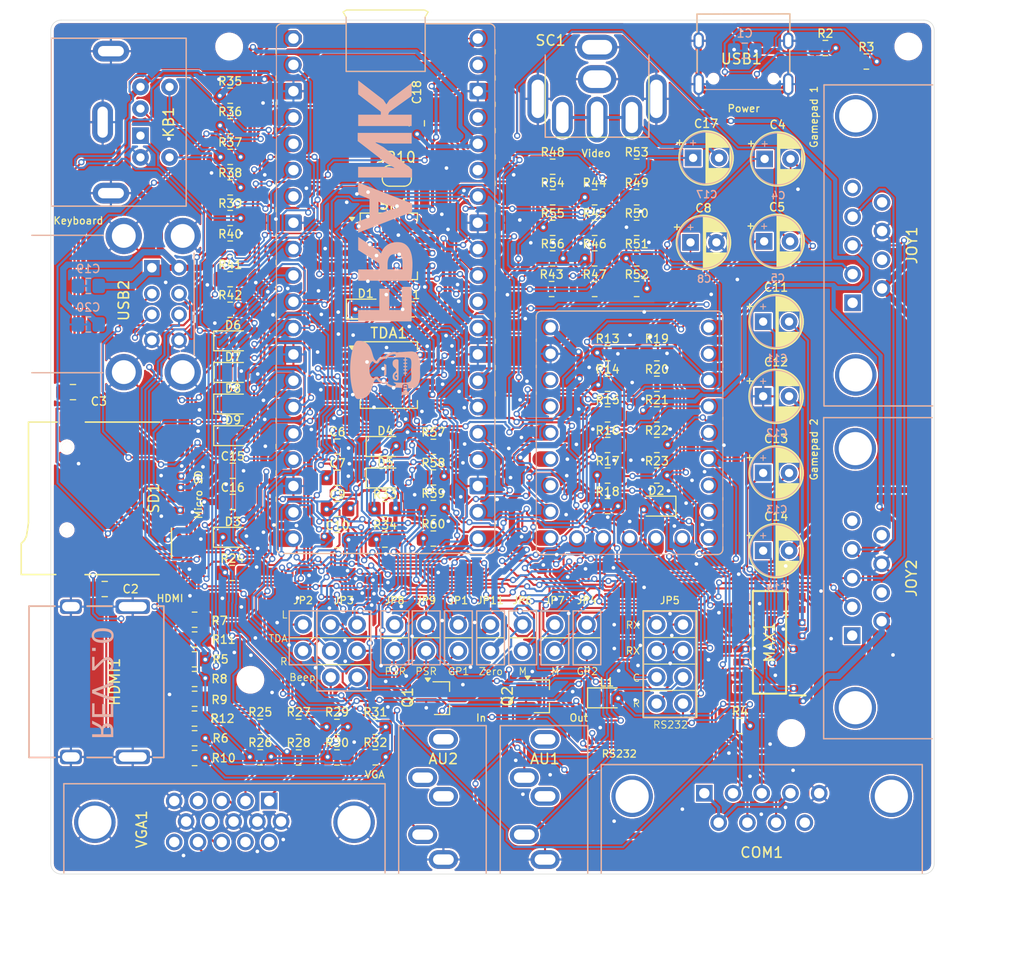
<source format=kicad_pcb>
(kicad_pcb (version 20240108) (generator "pcbnew") (generator_version "8.0")
  (title_block (title "FRANK") (date "2024-12-15") (rev "2.0") (company "Mikhail Matveev") (comment 1 "https://github.com/xtremespb/frank2"))
  (layers (0 "F.Cu" signal) (31 "B.Cu" signal) (34 "B.Paste" user) (35 "F.Paste" user) (36 "B.SilkS" user "B.Silkscreen") (37 "F.SilkS" user "F.Silkscreen") (38 "B.Mask" user) (39 "F.Mask" user) (44 "Edge.Cuts" user))
  (net 0 "")
  (net 1 "GND")
  (net 2 "VBUS")
  (net 3 "+3V3")
  (net 4 "Net-(C4-Pad1)")
  (net 5 "/Audio/L*")
  (net 6 "/GPIO15")
  (net 7 "/GPIO14")
  (net 8 "/GPIO13")
  (net 9 "/GPIO12")
  (net 10 "/GPIO11")
  (net 11 "/GPIO10")
  (net 12 "/GPIO9")
  (net 13 "/GPIO8")
  (net 14 "/GPIO7")
  (net 15 "/GPIO6")
  (net 16 "/GPIO5")
  (net 17 "/GPIO4")
  (net 18 "/GPIO3")
  (net 19 "/GPIO2")
  (net 20 "/Audio/R")
  (net 21 "/Audio/L")
  (net 22 "/Audio/R*")
  (net 23 "/Audio/LOAD_IN")
  (net 25 "/GPIO22")
  (net 28 "/GPIO19")
  (net 29 "/GPIO18")
  (net 30 "/GPIO17")
  (net 31 "/GPIO16")
  (net 32 "Net-(C5-Pad1)")
  (net 33 "/HDMI/VBUS")
  (net 34 "Net-(C9-Pad2)")
  (net 35 "/Audio/FLT")
  (net 36 "/Composite Video/CVBS")
  (net 37 "/RS232/C2+")
  (net 38 "/RS232/C2-")
  (net 39 "Net-(C17-Pad1)")
  (net 40 "/RS232/V-")
  (net 41 "/RS232/C1+")
  (net 42 "/RS232/C1-")
  (net 43 "/RS232/V+")
  (net 44 "Net-(D1-K)")
  (net 45 "Net-(D2-A)")
  (net 46 "Net-(D2-K)")
  (net 47 "Net-(D3-K)")
  (net 48 "/GPIO27")
  (net 49 "/GPIO28")
  (net 50 "/GPIO26")
  (net 51 "Net-(D6-K)")
  (net 57 "/RS232/CTS_PICO")
  (net 58 "/RS232/CTS_MAX")
  (net 59 "Net-(USB1-CC1)")
  (net 60 "Net-(USB1-CC2)")
  (net 66 "/RS232/RX_PICO")
  (net 67 "/RS232/RX_MAX")
  (net 68 "/Gamepad 1/J2_DATA")
  (net 69 "/Gamepad 2/J2_DATA")
  (net 70 "Net-(L1-A)")
  (net 71 "Net-(D7-K)")
  (net 72 "/RS232/RTS_IN")
  (net 73 "/RS232/CTS_IN")
  (net 74 "/RS232/TX_IN")
  (net 75 "/RS232/RX_IN")
  (net 76 "/HDMI/D1N")
  (net 77 "/HDMI/D2N")
  (net 78 "/HDMI/D0N")
  (net 79 "/HDMI/CLKN")
  (net 80 "/HDMI/CLKP")
  (net 81 "/HDMI/D0P")
  (net 82 "/HDMI/D1P")
  (net 83 "/HDMI/D2P")
  (net 84 "/Audio/LEFT_TDA")
  (net 85 "/Audio/RIGHT_TDA")
  (net 86 "/Audio/RIGHT_OUT")
  (net 87 "/Audio/LEFT_OUT")
  (net 88 "/Audio/BEEP_OUT")
  (net 89 "/RS232/RTS_PICO")
  (net 90 "/RS232/TX_PICO")
  (net 91 "Net-(JP9-B)")
  (net 92 "Net-(Q2-B)")
  (net 93 "Net-(JP10-A)")
  (net 94 "Net-(JP11-B)")
  (net 95 "/ZGPIO11")
  (net 96 "/ZGPIO14")
  (net 97 "/ZGPIO12")
  (net 98 "/ZGPIO15")
  (net 99 "/VGA/VGA_RH")
  (net 100 "/VGA/VGA_GH")
  (net 101 "/VGA/VGA_BH")
  (net 102 "/VGA/VGA_HS")
  (net 103 "/VGA/VGA_VS")
  (net 104 "Net-(R43-Pad2)")
  (net 105 "Net-(R45-Pad2)")
  (net 106 "Net-(R46-Pad2)")
  (net 107 "Net-(R47-Pad2)")
  (net 108 "Net-(R48-Pad2)")
  (net 109 "Net-(R49-Pad2)")
  (net 110 "/ZGPIO2")
  (net 111 "Net-(USB2-D1+)")
  (net 112 "/ZGPIO3")
  (net 113 "Net-(USB2-D1-)")
  (net 114 "Net-(USB2-D2+)")
  (net 120 "/GPIO0")
  (net 121 "/GPIO1")
  (net 122 "/ZGPIO4")
  (net 123 "Net-(USB2-D2-)")
  (net 124 "/ZGPIO5")
  (net 125 "/Pico/GPIO29")
  (net 126 "/Pico/VBUS_IN_1")
  (net 127 "/Pico/3V3_IN_1")
  (net 128 "/Zero/ZGPIO28_1")
  (net 129 "/Zero/ZGPIO29")
  (net 130 "/Zero/ZGPIO10")
  (net 132 "/Zero/ZGPIO9_1")
  (net 133 "/Zero/ZGPIO0")
  (net 134 "/Zero/ZGPIO1")
  (net 135 "/Zero/ZGPIO8_1")
  (net 136 "/Zero/ZGPIO27_1")
  (net 137 "/Zero/ZGPIO13_1")
  (net 138 "/Zero/ZGPIO6_1")
  (net 139 "/Zero/ZGPIO7_1")
  (net 140 "/Zero/ZGPIO26_1")
  (net 141 "/Power/D+")
  (net 142 "/Power/D-")
  (net 143 "/Pico/RUN_1")
  (net 144 "Net-(JP8-A)")
  (net 145 "/GPIO21")
  (net 148 "/GPIO20")
  (net 149 "Net-(COM1-Pad1)")
  (footprint "LIBS:Medved_R_0805" (layer "F.Cu") (at 91.07 99.01)
    (property "Reference" "R10")
    (property "Value" "270R")
  )
  (footprint "LIBS:Medved_R_0805" (layer "F.Cu") (at 97.4 96)
    (property "Reference" "R25")
    (property "Value" "330R")
  )
  (footprint "LIBS:Medved_R_0805" (layer "F.Cu") (at 125.6 44.9)
    (property "Reference" "R54")
    (property "Value" "150R")
  )
  (footprint "LIBS:Medved_R_0805" (layer "F.Cu") (at 130.9 65.85)
    (property "Reference" "R15")
    (property "Value" "1k")
  )
  (footprint "Package_SO:SO-8_5.3x6.2mm_P1.27mm" (layer "F.Cu") (at 109.8 49.635)
    (property "Reference" "PSR1")
    (property "Value" "PSRAM")
  )
  (footprint "LIBS:Medved_R_0805" (layer "F.Cu") (at 94.5 55.75)
    (property "Reference" "R42")
    (property "Value" "100R")
  )
  (footprint "LIBS:DB9" (layer "F.Cu") (at 154.529 55.082 90)
    (property "Reference" "JOY1")
    (property "Value" "Joystick")
  )
  (footprint "LIBS:Medved_R_0805" (layer "F.Cu") (at 135.65 62.9)
    (property "Reference" "R20")
    (property "Value" "10k")
  )
  (footprint "LIBS:Medved_R_0805" (layer "F.Cu") (at 125.6 41.95)
    (property "Reference" "R48")
    (property "Value" "270R")
  )
  (footprint "LIBS:Medved_R_0805" (layer "F.Cu") (at 101.1 96)
    (property "Reference" "R27")
    (property "Value" "330R")
  )
  (footprint "LIBS:Medved_R_0805" (layer "F.Cu") (at 108.5 96)
    (property "Reference" "R31")
    (property "Value" "100R")
  )
  (footprint "LIBS:Medved_D_0805" (layer "F.Cu") (at 135.625 74.7 180)
    (property "Reference" "D2")
    (property "Value" "4148")
  )
  (footprint "LIBS:Medved_C_0805" (layer "F.Cu") (at 104.8475 77.98)
    (property "Reference" "C10")
    (property "Value" "0.1u")
  )
  (footprint "LIBS:Medved_CP_Radial_D5.0mm_P2.50mm" (layer "F.Cu") (at 145.9 79)
    (property "Reference" "C14")
    (property "Value" "1u")
  )
  (footprint "LIBS:Medved_SD_Card" (layer "F.Cu") (at 90.05 73.95 90)
    (property "Reference" "SD1")
    (property "Value" "Micro SD")
  )
  (footprint "LIBS:Medved_R_0805" (layer "F.Cu") (at 135.65 65.85)
    (property "Reference" "R21")
    (property "Value" "10k")
  )
  (footprint "LIBS:AV_MOD_III-8.4-5" (layer "F.Cu") (at 129.885 34.1)
    (property "Reference" "SC1" (hide yes))
    (property "Value" "VIDEO (Soft Composite)" (hide yes))
  )
  (footprint "LIBS:Medved_JMP_2x03" (layer "F.Cu") (at 104.2 86.13)
    (property "Reference" "JP3")
    (property "Value" "Audio Jumpers")
  )
  (footprint "LIBS:Medved_C_0805" (layer "F.Cu") (at 112.5 37.76 90)
    (property "Reference" "C18")
    (property "Value" "0.1u")
  )
  (footprint "LIBS:Medved_CP_Radial_D5.0mm_P2.50mm" (layer "F.Cu") (at 145.9 56.9)
    (property "Reference" "C11")
    (property "Value" "1u")
  )
  (footprint "LIBS:Medved_D_0805" (layer "F.Cu") (at 107.565 55.69)
    (property "Reference" "D1")
    (property "Value" "3V3")
  )
  (footprint "LIBS:Medved_R_0805" (layer "F.Cu") (at 114.095 74.88)
    (property "Reference" "R59")
    (property "Value" "22R")
  )
  (footprint "LIBS:Medved_D_0805" (layer "F.Cu") (at 94.775 58.749)
    (property "Reference" "D6")
    (property "Value" "3V3")
  )
  (footprint "LIBS:Medved_R_0805" (layer "F.Cu") (at 91.07 91.38)
    (property "Reference" "R8")
    (property "Value" "270R")
  )
  (footprint "LIBS:Medved_R_0805" (layer "F.Cu") (at 112.04 55.71)
    (property "Reference" "R1")
    (property "Value" "1k")
  )
  (footprint "LIBS:Medved_R_0805" (layer "F.Cu") (at 108.5 98.94)
    (property "Reference" "R32")
    (property "Value" "100R")
  )
  (footprint "LIBS:Medved_R_0805" (layer "F.Cu") (at 104.8 96)
    (property "Reference" "R29")
    (property "Value" "1k")
  )
  (footprint "LIBS:Medved_R_0805" (layer "F.Cu") (at 91.07 97.1)
    (property "Reference" "R6")
    (property "Value" "270R")
  )
  (footprint "LIBS:Medved_MountingHole_V2" (layer "F.Cu") (at 148.614 96.6)
    (property "Reference" "H3" (hide yes))
    (property "Value" "MountingHole")
  )
  (footprint "LIBS:Medved_CP_Radial_D5.0mm_P2.50mm" (layer "F.Cu") (at 146.0449 41.2)
    (property "Reference" "C4")
    (property "Value" "10u")
  )
  (footprint "Package_TO_SOT_SMD:SOT-23_Handsoldering" (layer "F.Cu") (at 124.53 93.05)
    (property "Reference" "Q2")
    (property "Value" "BC850")
  )
  (footprint "LIBS:Medved_R_0805" (layer "F.Cu") (at 133.7 53.75)
    (property "Reference" "R52")
    (property "Value" "150R")
  )
  (footprint "LIBS:Medved_CP_Radial_D5.0mm_P2.50mm" (layer "F.Cu") (at 138.8949 49.25)
    (property "Reference" "C8")
    (property "Value" "10u")
  )
  (footprint "LIBS:Medved_PinHeader_1x02_P2.54mm_Vertical_R" (layer "F.Cu") (at 119.6 86.13)
    (property "Reference" "JP11")
    (property "Value" "RP ZERO +5V Jumper")
  )
  (footprint "LIBS:Medved_R_0805" (layer "F.Cu") (at 109.425 77.93)
    (property "Reference" "R34")
    (property "Value" "1K")
  )
  (footprint "LIBS:Medved_DSUB-15-HD_Female_Horizontal" (layer "F.Cu") (at 98.265 103.15)
    (property "Reference" "VGA1")
    (property "Value" "VGA")
  )
  (footprint "LIBS:Medved_R_0805" (layer "F.Cu") (at 94.7 81.15)
    (property "Reference" "R24")
    (property "Value" "1k")
  )
  (footprint "LIBS:Medved_R_0805" (layer "F.Cu") (at 130.9 74.7)
    (property "Reference" "R18")
    (property "Value" "1k")
  )
  (footprint "LIBS:USB-TYPE-C-31-M-12_lib2" (layer "F.Cu") (at 144 27.2 180)
    (property "Reference" "USB1")
    (property "Value" "USB Type C")
  )
  (footprint "LIBS:Medved_USB_A_CUI_UJ2-ADH-TH_Horizontal_Stacked" (layer "F.Cu") (at 86.95 51.7)
    (property "Reference" "USB2")
    (property "Value" "USB_A_Stacked")
  )
  (footprint "LIBS:Medved_L_0805" (layer "F.Cu") (at 130.825 93.2)
    (property "Reference" "L1")
    (property "Value" "GREEN")
  )
  (footprint "Package_SO:SO-8_5.3x6.2mm_P1.27mm" (layer "F.Cu") (at 109.8 62.05)
    (property "Reference" "TDA1")
    (property "Value" "TDA1387T")
  )
  (footprint "LIBS:Medved_C_0805" (layer "F.Cu") (at 94.75 71.29)
    (property "Reference" "C15")
    (property "Value" "0.1u")
  )
  (footprint "LIBS:Medved_R_0805" (layer "F.Cu") (at 94.5 43.95)
    (property "Reference" "R38")
    (property "Value" "1k")
  )
  (footprint "LIBS:HDMI" (layer "F.Cu") (at 85.1 91.65 -90)
    (property "Reference" "HDMI1")
    (property "Value" "HDMI")
  )
  (footprint "LIBS:Medved_R_0805" (layer "F.Cu") (at 133.7 47.85)
    (property "Reference" "R50")
    (property "Value" "300R")
  )
  (footprint "LIBS:Medved_D_0805" (layer "F.Cu") (at 94.745 77.705)
    (property "Reference" "D3")
    (property "Value" "3V3")
  )
  (footprint "LIBS:Medved_R_0805" (layer "F.Cu") (at 133.7 44.9)
    (property "Reference" "R49")
    (property "Value" "270R")
  )
  (footprint "LIBS:Medved_R_0805" (layer "F.Cu") (at 151.9 30.5)
    (property "Reference" "R2")
    (property "Value" "5.1K")
  )
  (footprint "LIBS:Medved_R_0805" (layer "F.Cu") (at 109.425 74.98)
    (property "Reference" "R33")
    (property "Value" "1K")
  )
  (footprint "LIBS:Medved_R_0805" (layer "F.Cu") (at 129.65 44.9)
    (property "Reference" "R44")
    (property "Value" "270R")
  )
  (footprint "LIBS:Medved_R_0805" (layer "F.Cu") (at 130.9 68.8)
    (property "Reference" "R16")
    (property "Value" "2k")
  )
  (footprint "LIBS:Medved_R_0805" (layer "F.Cu") (at 94.5 41)
    (property "Reference" "R37")
    (property "Value" "100R")
  )
  (footprint "Package_TO_SOT_SMD:SOT-23_Handsoldering" (layer "F.Cu") (at 114.9 93.23)
    (property "Reference" "Q1")
    (property "Value" "BC850")
  )
  (footprint "LIBS:Medved_R_0805" (layer "F.Cu") (at 91.07 89.48)
    (property "Reference" "R5")
    (property "Value" "270R")
  )
  (footprint "LIBS:Medved_R_0805" (layer "F.Cu") (at 133.7 41.95)
    (property "Reference" "R53")
    (property "Value" "150R")
  )
  (footprint "LIBS:Medved_Jack_3.5mm_CUI_SJ1-3535NG_Horizontal" (layer "F.Cu") (at 115.065 108.8 180)
    (property "Reference" "AU2")
    (property "Value" "AUDIO IN")
  )
  (footprint "LIBS:Medved_R_0805" (layer "F.Cu") (at 104.8 98.95)
    (property "Reference" "R30")
    (property "Value" "1k")
  )
  (footprint "LIBS:Medved_PinHeader_1x02_P2.54mm_Vertical_R" (layer "F.Cu") (at 113.4 86.13)
    (property "Reference" "JP9")
    (property "Value" "RP ZERO +5V Jumper")
  )
  (footprint "LIBS:Medved_PinHeader_1x02_P2.54mm_Vertical_R" (layer "F.Cu") (at 125.8 86.13)
    (property "Reference" "JP7")
    (property "Value" "RP ZERO +5V Jumper")
  )
  (footprint "LIBS:Medved_C_0805" (layer "F.Cu") (at 104.8475 68.95)
    (property "Reference" "C6")
    (property "Value" "10n")
  )
  (footprint "LIBS:Medved_R_0805" (layer "F.Cu") (at 97.4 98.94)
    (property "Reference" "R26")
    (property "Value" "330R")
  )
  (footprint "LIBS:Medved_R_0805" (layer "F.Cu") (at 129.65 50.8)
    (property "Reference" "R46")
    (property "Value" "270R")
  )
  (footprint "LIBS:Medved_R_0805" (layer "F.Cu") (at 114.095 68.98)
    (property "Reference" "R57")
    (property "Value" "22R")
  )
  (footprint "LIBS:Medved_R_0805" (layer "F.Cu") (at 114.095 71.93)
    (property "Reference" "R58")
    (property "Value" "22R")
  )
  (footprint "Jumper:SolderJumper-2_P1.3mm_Open_RoundedPad1.0x1.5mm" (layer "F.Cu") (at 110.57 42.83)
    (property "Reference" "JP10")
    (property "Value" "JMP PSRAM")
  )
  (footprint "LIBS:Medved_R_0805" (layer "F.Cu") (at 101.1 98.95)
    (property "Reference" "R28")
    (property "Value" "1k")
  )
  (footprint "LIBS:Medved_C_0805" (layer "F.Cu") (at 82.4 82.7)
    (property "Reference" "C2")
    (property "Value" "0.1u")
  )
  (footprint "LIBS:Medved_R_0805" (layer "F.Cu") (at 114.095 77.83)
    (property "Reference" "R60")
    (property "Value" "22R")
  )
  (footprint "LIBS:DB9" (layer "F.Cu") (at 140.225 102.4)
    (property "Reference" "COM1")
    (property "Value" "RS232")
  )
  (footprint "LIBS:Medved_R_0805" (layer "F.Cu") (at 143.67 95.91 180)
    (property "Reference" "R4")
    (property "Value" "1K")
  )
  (footprint "LIBS:Medved_MountingHole_V2" (layer "F.Cu") (at 94.4 30.35)
    (property "Reference" "H1" (hide yes))
    (property "Value" "MountingHole")
  )
  (footprint "LIBS:Medved_D_0805" (layer "F.Cu") (at 94.775 61.8)
    (property "Reference" "D7")
    (property "Value" "3V3")
  )
  (footprint "LIBS:Medved_PinHeader_1x02_P2.54mm_Vertical_R" (layer "F.Cu") (at 110.36 86.13)
    (property "Reference" "JP8")
    (property "Value" "RP ZERO +5V Jumper")
  )
  (footprint "LIBS:Medved_R_0805" (layer "F.Cu") (at 129.65 47.85)
    (property "Reference" "R45")
    (property "Value" "270R")
  )
  (footprint "LIBS:Medved_CP_Radial_D5.0mm_P2.50mm" (layer "F.Cu") (at 145.9 64.1)
    (property "Reference" "C12")
    (property "Value" "1u")
  )
  (footprint "LIBS:rp2040-zero-tht" (layer "F.Cu") (at 133.02 67.62)
    (property "Reference" "RP2" (hide yes))
    (property "Value" "RP 2040 Zero" (hide yes))
  )
  (footprint "LIBS:Medved_R_0805" (layer "F.Cu") (at 94.5 52.8)
    (property "Reference" "R41")
    (property "Value" "100R")
  )
  (footprint "LIBS:Medved_R_0805" (layer "F.Cu") (at 125.6 47.85)
    (property "Reference" "R55")
    (property "Value" "150R")
  )
  (footprint "LIBS:Medved_R_0805" (layer "F.Cu") (at 94.5 35.1)
    (property "Reference" "R35")
    (property "Value" "1k")
  )
  (footprint "LIBS:Medved_Jack_3.5mm_CUI_SJ1-3535NG_Horizontal" (layer "F.Cu") (at 124.865 108.8 180)
    (property "Reference" "AU1")
    (property "Value" "AUDIO OUT")
  )
  (footprint "LIBS:Medved_D_0805" (layer "F.Cu") (at 94.775 64.851)
    (property "Reference" "D8")
    (property "Value" "3V3")
  )
  (footprint "LIBS:Medved_D_0805" (layer "F.Cu") (at 109.47 71.985)
    (property "Reference" "D5")
    (property "Value" "1N4148")
  )
  (footprint "LIBS:Raspberry_Pi_Pico_SMT_THT_MOD_2" (layer "F.Cu") (at 100.6 29.58)
    (property "Reference" "RP1" (hide yes))
    (property "Value" "RP2040 Pico" (hide yes))
  )
  (footprint "LIBS:DB9" (layer "F.Cu") (at 154.489 87.192 90)
    (property "Reference" "JOY2")
    (property "Value" "Joystick")
  )
  (footprint "LIBS:Medved_PinHeader_1x02_P2.54mm_Vertical_R" (layer "F.Cu") (at 116.5 86.13)
    (property "Reference" "JP1")
    (property "Value" "RP ZERO +5V Jumper")
  )
  (footprint "LIBS:Medved_R_0805" (layer "F.Cu") (at 135.65 59.95)
    (property "Reference" "R19")
    (property "Value" "100R")
  )
  (footprint "LIBS:Medved_R_0805" (layer "F.Cu") (at 125.6 50.8)
    (property "Reference" "R56")
    (property "Value" "51R*")
  )
  (footprint "LIBS:Medved_R_0805" (layer "F.Cu") (at 129.65 53.75)
    (property "Reference" "R47")
    (property "Value" "270R")
  )
  (footprint "LIBS:Medved_C_0805" (layer "F.Cu") (at 104.8475 71.96)
    (property "Reference" "C7")
    (property "Value" "10n")
  )
  (footprint "LIBS:Medved_PinHeader_1x02" (layer "F.Cu") (at 101.53 86.13)
    (property "Reference" "JP2")
    (property "Value" "I2S")
  )
  (footprint "LIBS:Medved_R_0805" (layer "F.Cu") (at 135.65 68.8)
    (property "Reference" "R22")
    (property "Value" "10k")
  )
  (footprint "LIBS:Medved_PinHeader_2x04_P2.54mm_Vertical" (layer "F.Cu") (at 135.63 86.13)
    (property "Reference" "JP5")
    (property "Value" "RS232 Jumpers")
  )
  (footprint "LIBS:Medved_R_0805" (layer "F.Cu") (at 135.65 71.75)
    (property "Reference" "R23")
    (property "Value" "1k")
  )
  (footprint "LIBS:Medved_CP_Radial_D5.0mm_P2.50mm" (layer "F.Cu") (at 139.1449 41.1)
    (property "Reference" "C17")
    (property "Value" "220u")
  )
  (footprint "LIBS:Connector_Mini-DIN_Female_6Pin_2rows" (layer "F.Cu") (at 85.85 38.95 -90)
    (property "Reference" "KB1")
    (property "Value" "PS/2")
  )
  (footprint "LIBS:Medved_PinHeader_1x02_P2.54mm_Vertical_R" (layer "F.Cu") (at 128.9 86.13)
    (property "Reference" "JP4")
    (property "Value" "RP ZERO +5V Jumper")
  )
  (footprint "LIBS:Medved_D_0805" (layer "F.Cu") (at 109.47 68.945)
    (property "Reference" "D4")
    (property "Value" "1N4148")
  )
  (footprint "LIBS:Medved_PinHeader_1x02_P2.54mm_Vertical_R" (layer "F.Cu") (at 122.7 86.13)
    (property "Reference" "JP6")
    (property "Value" "RP ZERO +5V Jumper")
  )
  (footprint "LIBS:Medved_CP_Radial_D5.0mm_P2.50mm" (layer "F.Cu") (at 145.9949 49.15)
    (property "Reference" "C5")
    (property "Value" "10u")
  )
  (footprint "LIBS:Medved_R_0805" (layer "F.Cu") (at 130.9 62.9)
    (property "Reference" "R14")
    (property "Value" "330R")
  )
  (footprint "LIBS:Medved_R_0805" (layer "F.Cu") (at 91.07 87.57)
    (property "Reference" "R11")
    (property "Value" "270R")
  )
  (footprint "LIBS:Medved_R_0805" (layer "F.Cu") (at 155.856 31.8)
    (property "Reference" "R3")
    (property "Value" "5.1K")
  )
  (footprint "LIBS:Medved_R_0805" (layer "F.Cu") (at 94.5 38.05)
    (property "Reference" "R36")
    (property "Value" "100R")
  )
  (footprint "LIBS:Medved_R_0805" (layer "F.Cu") (at 94.5 49.85)
    (property "Reference" "R40")
    (property "Value" "1k")
  )
  (footprint "LIBS:Medved_R_0805" (layer "F.Cu") (at 125.5 53.75)
    (property "Reference" "R43")
    (property "Value" "750R*")
  )
  (footprint "LIBS:Medved_MountingHole_V2" (layer "F.Cu") (at 159.9 30.35)
    (property "Reference" "H2" (hide yes))
    (property "Value" "MountingHole")
  )
  (footprint "LIBS:Medved_C_0805" (layer "F.Cu") (at 104.8475 74.97)
    (property "Reference" "C9")
    (property "Value" "0.1u")
  )
  (footprint "LIBS:Medved_R_0805" (layer "F.Cu") (at 130.9 71.75)
    (property "Reference" "R17")
    (property "Value" "2k")
  )
  (footprint "LIBS:Medved_R_0805" (layer "F.Cu") (at 91.07 93.29)
    (property "Reference" "R9")
    (property "Value" "270R")
  )
  (footprint "LIBS:Medved_R_0805" (layer "F.Cu") (at 94.5 46.9)
    (property "Reference" "R39")
    (property "Value" "1k")
  )
  (footprint "LIBS:Medved_C_0805" (layer "F.Cu") (at 79.3375 63.7)
    (property "Reference" "C3")
    (property "Value" "0.1u")
  )
  (footprint "LIBS:Medved_CP_Radial_D5.0mm_P2.50mm" (layer "F.Cu") (at 145.9 71.5)
    (property "Reference" "C13")
    (property "Value" "1u")
  )
  (footprint "LIBS:Medved_R_0805" (layer "F.Cu") (at 91.06 95.2)
    (property "Reference" "R12")
    (property "Value" "270R")
  )
  (footprint "LIBS:Medved_R_0805" (layer "F.Cu") (at 130.9 59.95)
    (property "Reference" "R13")
    (property "Value" "330R")
  )
  (footprint "LIBS:Medved_R_0805" (layer "F.Cu") (at 91.07 85.66)
    (property "Reference" "R7")
    (property "Value" "270R")
  )
  (footprint "LIBS:Medved_C_0805" (layer "F.Cu") (at 94.75 74.3)
    (property "Reference" "C16")
    (property "Value" "0.1u")
  )
  (footprint "LIBS:Medved_MountingHole_V2" (layer "F.Cu") (at 96.449 91.455)
    (property "Reference" "H4" (hide yes))
    (property "Value" "MountingHole")
  )
  (footprint "LIBS:Medved_R_0805" (layer "F.Cu") (at 133.7 50.8)
    (property "Reference" "R51")
    (property "Value" "150R")
  )
  (footprint "LIBS:Medved_D_0805" (layer "F.Cu") (at 94.775 67.902)
    (property "Reference" "D9")
    (property "Value" "3V3")
  )
  (footprint "LIBS:SOIC127P600X175-16N" (layer "F.Cu") (at 146.512 87.845 180)
    (property "Reference" "MAX1")
    (property "Value" "MAX232CSE+" (hide yes))
  )
  (footprint "LIBS:Medved_R_0805" (layer "B.Cu") (at 80.82 53.45 180)
    (property "Reference" "C19")
    (property "Value" "10u")
  )
  (footprint "LIBS:Medved_C_0805" (layer "B.Cu") (at 144.1275 30.76 180)
    (property "Reference" "C1")
    (property "Value" "10u")
  )
  (footprint "LIBS:Medved_R_0805" (layer "B.Cu") (at 80.82 57.17 180)
    (property "Reference" "C20")
    (property "Value" "10u")
  )
  (gr_poly (pts (xy 111.202999 63.249499) (xy 111.202999 63.432061) (xy 111.584 63.432061) (xy 111.584 63.249499)) (stroke (width -0.000001)) (fill solid) (layer "B.SilkS"))
  (gr_poly (pts (xy 111.583746 63.099974) (xy 111.582994 63.093425) (xy 111.581756 63.086983) (xy 111.580046 63.080656) (xy 111.577877 63.074452) (xy 111.575262 63.068376) (xy 111.572213 63.062437) (xy 111.568745 63.056642) (xy 111.564869 63.050998) (xy 111.5606 63.045513) (xy 111.55595 63.040193) (xy 111.550932 63.035047) (xy 111.539845 63.025301) (xy 111.527445 63.016335) (xy 111.513835 63.008205) (xy 111.499121 63.000971) (xy 111.483407 62.994691) (xy 111.466797 62.989422) (xy 111.449397 62.985222) (xy 111.431311 62.982151) (xy 111.412644 62.980265) (xy 111.3935 62.979624) (xy 111.383874 62.979785) (xy 111.374355 62.980265) (xy 111.364956 62.981056) (xy 111.355688 62.982151) (xy 111.346566 62.983542) (xy 111.337602 62.985222) (xy 111.32881 62.987185) (xy 111.320202 62.989422) (xy 111.311792 62.991926) (xy 111.303592 62.994691) (xy 111.295617 62.997708) (xy 111.287878 63.000971) (xy 111.28039 63.004473) (xy 111.273164 63.008205) (xy 111.266215 63.012162) (xy 111.259554 63.016335) (xy 111.253196 63.020717) (xy 111.247154 63.025301) (xy 111.24144 63.03008) (xy 111.236067 63.035047) (xy 111.231049 63.040193) (xy 111.226399 63.045513) (xy 111.22213 63.050998) (xy 111.218254 63.056642) (xy 111.214786 63.062437) (xy 111.211737 63.068376) (xy 111.209122 63.074452) (xy 111.206953 63.080656) (xy 111.205243 63.086983) (xy 111.204005 63.093425) (xy 111.203253 63.099974) (xy 111.202999 63.106624) (xy 111.202999 63.154249) (xy 111.584 63.154249) (xy 111.584 63.106624)) (stroke (width -0.000001)) (fill solid) (layer "B.SilkS"))
  (gr_poly (pts (xy 109.290062 40.06406) (xy 108.536 39.643376) (xy 108.536 39.59575) (xy 109.298 39.714812) (xy 112.004687 39.714812) (xy 112.004687 38.682937) (xy 106.797688 38.682937) (xy 106.797688 39.476688) (xy 109.536125 41.596001) (xy 110.314 42.040501) (xy 110.314 42.080189) (xy 109.528187 41.961125) (xy 106.837375 41.961125) (xy 106.837375 42.993) (xy 112.044375 42.993) (xy 112.044375 42.199251)) (stroke (width -0.000001)) (fill solid) (layer "B.SilkS"))
  (gr_poly (pts (xy 109.734562 36.928752) (xy 109.845687 36.666813) (xy 112.004687 35.119) (xy 112.004687 33.872811) (xy 109.845687 35.507936) (xy 109.567875 35.936561) (xy 109.274187 35.492061) (xy 106.845312 33.61881) (xy 106.845312 34.968185) (xy 109.028125 36.643) (xy 109.028125 36.928752) (xy 106.845312 36.928752) (xy 106.845312 38.024126) (xy 112.004687 38.024126) (xy 112.004687 36.928752)) (stroke (width -0.000001)) (fill solid) (layer "B.SilkS"))
  (gr_poly (pts (xy 106.837375 43.469248) (xy 106.837375 44.628124) (xy 107.940687 45.072624) (xy 107.940687 46.810936) (xy 106.837375 47.231623) (xy 106.837375 48.326999) (xy 108.805875 47.561805) (xy 108.805875 46.509312) (xy 108.805875 45.326626) (xy 109.885375 45.7235) (xy 110.702937 45.898126) (xy 110.702937 45.937812) (xy 109.877437 46.112437) (xy 108.805875 46.509312) (xy 108.805875 47.561805) (xy 112.044374 46.302936) (xy 112.044374 45.501249)) (stroke (width -0.000001)) (fill solid) (layer "B.SilkS"))
  (gr_poly (pts (xy 111.584 63.678123) (xy 111.584 63.527311) (xy 111.203 63.527311) (xy 111.203 63.678123) (xy 111.04425 63.678123) (xy 111.04425 63.963874) (xy 111.758625 63.963874) (xy 111.758625 63.678123)) (stroke (width -0.000001)) (fill solid) (layer "B.SilkS"))
  (gr_poly (pts (xy 110.733183 60.649023) (xy 110.728794 60.629822) (xy 110.721705 60.612213) (xy 110.712099 60.596204) (xy 110.700163 60.581798) (xy 110.68608 60.569004) (xy 110.670034 60.557825) (xy 110.652212 60.548268) (xy 110.632796 60.54034) (xy 110.611972 60.534045) (xy 110.589924 60.529389) (xy 110.566837 60.526378) (xy 110.542895 60.525019) (xy 110.518284 60.525316) (xy 110.493187 60.527277) (xy 110.467789 60.530905) (xy 110.442275 60.536208) (xy 110.416829 60.543191) (xy 110.391636 60.55186) (xy 110.36688 60.562221) (xy 110.342747 60.574279) (xy 110.31942 60.588041) (xy 110.297084 60.603512) (xy 110.275925 60.620698) (xy 110.256125 60.639605) (xy 110.237871 60.660238) (xy 110.221346 60.682604) (xy 110.206735 60.706708) (xy 110.194223 60.732557) (xy 110.183994 60.760155) (xy 110.176233 60.789509) (xy 110.171125 60.820624) (xy 110.166427 60.868112) (xy 110.164145 60.912456) (xy 110.164135 60.953811) (xy 110.166257 60.992334) (xy 110.170367 61.028184) (xy 110.176322 61.061516) (xy 110.183981 61.092488) (xy 110.193201 61.121257) (xy 110.203839 61.147979) (xy 110.215754 61.172812) (xy 110.228802 61.195912) (xy 110.242841 61.217437) (xy 110.257729 61.237543) (xy 110.273324 61.256388) (xy 110.289482 61.274128) (xy 110.306062 61.290921) (xy 110.339917 61.322291) (xy 110.373748 61.351754) (xy 110.406417 61.380566) (xy 110.436783 61.409983) (xy 110.450747 61.425311) (xy 110.463708 61.44126) (xy 110.475523 61.457989) (xy 110.486051 61.475654) (xy 110.495149 61.494411) (xy 110.502674 61.514419) (xy 110.508484 61.535833) (xy 110.512437 61.558811) (xy 110.50853 61.581745) (xy 110.502849 61.60303) (xy 110.495528 61.622832) (xy 110.486702 61.641318) (xy 110.476504 61.658653) (xy 110.465068 61.675002) (xy 110.452527 61.690532) (xy 110.439015 61.705407) (xy 110.409614 61.733859) (xy 110.377934 61.761683) (xy 110.345045 61.790204) (xy 110.312016 61.820749) (xy 110.279917 61.854642) (xy 110.26455 61.873259) (xy 110.249818 61.89321) (xy 110.235853 61.91466) (xy 110.222788 61.937777) (xy 110.210759 61.962724) (xy 110.199898 61.989669) (xy 110.19034 62.018776) (xy 110.182217 62.050212) (xy 110.175664 62.084141) (xy 110.170815 62.120731) (xy 110.167802 62.160145) (xy 110.166761 62.202551) (xy 110.167824 62.248114) (xy 110.171125 62.296999) (xy 110.175535 62.328114) (xy 110.182686 62.357468) (xy 110.19239 62.385066) (xy 110.204456 62.410914) (xy 110.218697 62.435019) (xy 110.234923 62.457384) (xy 110.252946 62.478018) (xy 110.272576 62.496925) (xy 110.293625 62.514111) (xy 110.315903 62.529582) (xy 110.339222 62.543343) (xy 110.363392 62.555402) (xy 110.388225 62.565763) (xy 110.413532 62.574432) (xy 110.439124 62.581415) (xy 110.464812 62.586718) (xy 110.490407 62.590346) (xy 110.51572 62.592306) (xy 110.540562 62.592604) (xy 110.564744 62.591245) (xy 110.588077 62.588234) (xy 110.591812 62.587454) (xy 110.591812 62.447811) (xy 110.581239 62.446602) (xy 110.569104 62.444567) (xy 110.553365 62.441114) (xy 110.534742 62.435893) (xy 110.513956 62.428557) (xy 110.491729 62.418755) (xy 110.4803 62.412821) (xy 110.468781 62.406139) (xy 110.457262 62.398667) (xy 110.445833 62.390361) (xy 110.434584 62.381177) (xy 110.423605 62.371072) (xy 110.412987 62.360001) (xy 110.40282 62.347922) (xy 110.393193 62.334791) (xy 110.384197 62.320563) (xy 110.375922 62.305196) (xy 110.368457 62.288647) (xy 110.361894 62.27087) (xy 110.356322 62.251823) (xy 110.351832 62.231463) (xy 110.348513 62.209744) (xy 110.346455 62.186625) (xy 110.345749 62.162061) (xy 110.346455 62.136753) (xy 110.348513 62.112892) (xy 110.351832 62.090434) (xy 110.356322 62.069338) (xy 110.361894 62.049562) (xy 110.368457 62.031063) (xy 110.375922 62.0138) (xy 110.384197 61.99773) (xy 110.393193 61.982811) (xy 110.40282 61.969001) (xy 110.412987 61.956258) (xy 110.423605 61.94454) (xy 110.434584 61.933804) (xy 110.445833 61.924008) (xy 110.457262 61.91511) (xy 110.468781 61.907069) (xy 110.4803 61.899842) (xy 110.491729 61.893386) (xy 110.502978 61.88766) (xy 110.513956 61.882621) (xy 110.534742 61.874437) (xy 110.553365 61.868498) (xy 110.569104 61.864465) (xy 110.581239 61.862002) (xy 110.591812 61.860436) (xy 110.591812 62.058874) (xy 110.585859 62.055913) (xy 110.579906 62.053045) (xy 110.573953 62.050363) (xy 110.570976 62.04912) (xy 110.568 62.04796) (xy 110.565023 62.046892) (xy 110.562046 62.045929) (xy 110.55907 62.045082) (xy 110.556093 62.044363) (xy 110.553117 62.043783) (xy 110.55014 62.043355) (xy 110.547164 62.04309) (xy 110.544187 62.042999) (xy 110.539003 62.043137) (xy 110.533872 62.043547) (xy 110.528802 62.044222) (xy 110.523801 62.045154) (xy 110.518875 62.046335) (xy 110.514032 62.04776) (xy 110.509279 62.04942) (xy 110.504624 62.051308) (xy 110.500073 62.053417) (xy 110.495634 62.05574) (xy 110.491314 62.058269) (xy 110.487121 62.060998) (xy 110.483061 62.063918) (xy 110.479143 62.067022) (xy 110.475372 62.070304) (xy 110.471758 62.073756) (xy 110.468305 62.077371) (xy 110.465023 62.081142) (xy 110.461919 62.08506) (xy 110.458999 62.08912) (xy 110.45627 62.093313) (xy 110.453741 62.097633) (xy 110.451418 62.102072) (xy 110.449309 62.106623) (xy 110.447421 62.111278) (xy 110.445761 62.116031) (xy 110.444337 62.120874) (xy 110.443155 62.1258) (xy 110.442223 62.130801) (xy 110.441548 62.135871) (xy 110.441138 62.141002) (xy 110.441 62.146186) (xy 110.441138 62.151371) (xy 110.441548 62.156502) (xy 110.442223 62.161571) (xy 110.443155 62.166573) (xy 110.444337 62.171498) (xy 110.445761 62.176341) (xy 110.447421 62.181094) (xy 110.449309 62.18575) (xy 110.451418 62.190301) (xy 110.453741 62.19474) (xy 110.45627 62.199059) (xy 110.458999 62.203253) (xy 110.461919 62.207312) (xy 110.465023 62.211231) (xy 110.468305 62.215001) (xy 110.471758 62.218616) (xy 110.475372 62.222068) (xy 110.479143 62.22535) (xy 110.483061 62.228455) (xy 110.487121 62.231375) (xy 110.491314 62.234103) (xy 110.495634 62.236632) (xy 110.500073 62.238955) (xy 110.504624 62.241064) (xy 110.509279 62.242952) (xy 110.514032 62.244612) (xy 110.518875 62.246037) (xy 110.523801 62.247219) (xy 110.528802 62.248151) (xy 110.533872 62.248825) (xy 110.539003 62.249235) (xy 110.544187 62.249374) (xy 110.547164 62.249283) (xy 110.55014 62.249017) (xy 110.553117 62.248589) (xy 110.556093 62.248009) (xy 110.55907 62.24729) (xy 110.562046 62.246444) (xy 110.565023 62.24548) (xy 110.567999 62.244413) (xy 110.570976 62.243252) (xy 110.573953 62.24201) (xy 110.579906 62.239328) (xy 110.585859 62.23646) (xy 110.591812 62.233498) (xy 110.591812 62.447811) (xy 110.591812 62.587454) (xy 110.610373 62.583578) (xy 110.631442 62.577283) (xy 110.651095 62.569354) (xy 110.669144 62.559798) (xy 110.6854 62.548619) (xy 110.699672 62.535824) (xy 110.711774 62.521419) (xy 110.721515 62.50541) (xy 110.728707 62.487801) (xy 110.733161 62.4686) (xy 110.734687 62.447811) (xy 110.734687 60.669811)) (stroke (width -0.000001)) (fill solid) (layer "B.SilkS"))
  (gr_poly (pts (xy 111.04425 53.541937) (xy 111.04425 55.780312) (xy 109.845687 55.780312) (xy 109.845687 53.7245) (xy 108.88525 53.7245) (xy 108.88525 55.780312) (xy 106.837375 55.780312) (xy 106.837375 56.875688) (xy 112.004687 56.875688) (xy 112.004687 53.541937)) (stroke (width -0.000001)) (fill solid) (layer "B.SilkS"))
  (gr_poly (pts (xy 112.082961 51.24538) (xy 112.079721 51.148161) (xy 112.074435 51.0515) (xy 112.067195 50.955305) (xy 112.058095 50.859481) (xy 112.047227 50.763937) (xy 112.034685 50.668578) (xy 112.020562 50.573313) (xy 112.001556 50.47952) (xy 111.980131 50.388518) (xy 111.956101 50.30012) (xy 111.929281 50.214141) (xy 111.899484 50.130394) (xy 111.866525 50.048694) (xy 111.848801 50.008553) (xy 111.830217 49.968853) (xy 111.810749 49.929573) (xy 111.790375 49.890688) (xy 111.769163 49.853944) (xy 111.747184 49.818118) (xy 111.724414 49.7832) (xy 111.70083 49.749177) (xy 111.676409 49.716037) (xy 111.651127 49.68377) (xy 111.624962 49.652363) (xy 111.59789 49.621804) (xy 111.569888 49.592083) (xy 111.540933 49.563188) (xy 111.511 49.535106) (xy 111.480068 49.507827) (xy 111.448113 49.481338) (xy 111.415111 49.455628) (xy 111.381039 49.430686) (xy 111.345875 49.4065) (xy 111.309598 49.384828) (xy 111.272205 49.364471) (xy 111.233696 49.345439) (xy 111.19407 49.327744) (xy 111.153328 49.311399) (xy 111.11147 49.296413) (xy 111.068496 49.282799) (xy 111.024406 49.27057) (xy 110.979199 49.259735) (xy 110.932877 49.250307) (xy 110.885438 49.242298) (xy 110.836883 49.235719) (xy 110.787211 49.230582) (xy 110.736424 49.226898) (xy 110.68452 49.224679) (xy 110.6315 49.223937) (xy 110.553458 49.225148) (xy 110.477091 49.228789) (xy 110.402398 49.234872) (xy 110.329379 49.243408) (xy 110.258034 49.25441) (xy 110.188364 49.267888) (xy 110.120368 49.283854) (xy 110.054047 49.30232) (xy 109.989399 49.323297) (xy 109.926427 49.346798) (xy 109.865128 49.372833) (xy 109.805504 49.401415) (xy 109.747554 49.432554) (xy 109.691278 49.466263) (xy 109.636677 49.502554) (xy 109.58375 49.541437) (xy 109.534082 49.581152) (xy 109.486298 49.622889) (xy 109.440421 49.666627) (xy 109.396474 49.712341) (xy 109.354481 49.760009) (xy 109.314464 49.809606) (xy 109.276447 49.861111) (xy 109.240453 49.914499) (xy 109.206505 49.969748) (xy 109.174627 50.026833) (xy 109.144842 50.085733) (xy 109.117174 50.146423) (xy 109.091644 50.20888) (xy 109.068277 50.273082) (xy 109.047097 50.339004) (xy 109.028125 50.406624) (xy 108.797937 50.017686) (xy 106.845312 48.723873) (xy 106.845312 49.993873) (xy 108.845562 51.279749) (xy 108.932874 51.859186) (xy 106.845312 51.859186) (xy 106.845312 52.954562) (xy 111.099812 52.954562) (xy 111.099812 51.85125) (xy 109.679 51.85125) (xy 109.679 51.382938) (xy 109.679653 51.325639) (xy 109.68162 51.269828) (xy 109.684912 51.215506) (xy 109.689542 51.162672) (xy 109.69552 51.111326) (xy 109.702859 51.061469) (xy 109.71157 51.0131) (xy 109.721664 50.966219) (xy 109.733153 50.920826) (xy 109.74605 50.876922) (xy 109.760365 50.834506) (xy 109.77611 50.793578) (xy 109.793297 50.754138) (xy 109.811937 50.716187) (xy 109.832043 50.679724) (xy 109.853625 50.644749) (xy 109.865043 50.627913) (xy 109.87697 50.611633) (xy 109.889407 50.595909) (xy 109.902351 50.580738) (xy 109.9158 50.566119) (xy 109.929754 50.552052) (xy 109.944211 50.538533) (xy 109.959169 50.525563) (xy 109.974627 50.513139) (xy 109.990583 50.50126) (xy 110.007037 50.489925) (xy 110.023986 50.479132) (xy 110.04143 50.468879) (xy 110.059366 50.459166) (xy 110.077794 50.449991) (xy 110.096711 50.441351) (xy 110.116116 50.433247) (xy 110.136009 50.425676) (xy 110.156387 50.418637) (xy 110.177248 50.412128) (xy 110.220418 50.400697) (xy 110.265507 50.39137) (xy 110.312502 50.384136) (xy 110.361392 50.378983) (xy 110.412166 50.3759) (xy 110.464812 50.374875) (xy 110.504436 50.375803) (xy 110.542932 50.37858) (xy 110.580288 50.383194) (xy 110.616493 50.389634) (xy 110.651536 50.397887) (xy 110.685404 50.407943) (xy 110.718086 50.419789) (xy 110.74957 50.433414) (xy 110.779845 50.448806) (xy 110.8089 50.465955) (xy 110.836722 50.484847) (xy 110.8633 50.505471) (xy 110.888622 50.527817) (xy 110.912677 50.551872) (xy 110.935452 50.577624) (xy 110.956937 50.605062) (xy 110.977122 50.635572) (xy 110.996005 50.66757) (xy 111.013585 50.701056) (xy 111.029863 50.736031) (xy 111.044839 50.772494) (xy 111.058512 50.810445) (xy 111.070884 50.849884) (xy 111.081953 50.890812) (xy 111.09172 50.933228) (xy 111.100184 50.977132) (xy 111.107347 51.022525) (xy 111.113207 51.069406) (xy 111.117765 51.117775) (xy 111.12102 51.167632) (xy 111.122974 51.218978) (xy 111.123625 51.271812) (xy 111.123625 51.59725) (xy 111.123253 51.635186) (xy 111.122136 51.67154) (xy 111.120276 51.70622) (xy 111.117672 51.739133) (xy 111.114323 51.770185) (xy 111.11023 51.799284) (xy 111.105393 51.826336) (xy 111.099812 51.85125) (xy 111.099812 52.954562) (xy 111.957062 52.954562) (xy 111.957062 52.946624) (xy 111.970209 52.855715) (xy 111.984843 52.761085) (xy 111.999478 52.661991) (xy 112.00633 52.610537) (xy 112.012625 52.557688) (xy 112.024407 52.451772) (xy 112.035445 52.347344) (xy 112.044995 52.242916) (xy 112.048979 52.190237) (xy 112.052312 52.136999) (xy 112.076125 51.716312) (xy 112.078745 51.666098) (xy 112.080713 51.616721) (xy 112.08307 51.520851) (xy 112.083938 51.429446) (xy 112.084062 51.34325)) (stroke (width -0.000001)) (fill solid) (layer "B.SilkS"))
  (gr_poly (pts (xy 112.823436 61.862716) (xy 112.817298 61.715478) (xy 112.806375 61.558811) (xy 112.817298 61.402144) (xy 112.823436 61.254905) (xy 112.825028 61.116802) (xy 112.822312 60.987543) (xy 112.815527 60.866836) (xy 112.80491 60.754389) (xy 112.790701 60.649909) (xy 112.773137 60.553105) (xy 112.752457 60.463683) (xy 112.728899 60.381353) (xy 112.702702 60.305823) (xy 112.674104 60.236798) (xy 112.643343 60.173989) (xy 112.610658 60.117102) (xy 112.576287 60.065846) (xy 112.540469 60.019928) (xy 112.503441 59.979056) (xy 112.465443 59.942938) (xy 112.426711 59.911283) (xy 112.387486 59.883797) (xy 112.348005 59.860188) (xy 112.308506 59.840166) (xy 112.269229 59.823436) (xy 112.23041 59.809708) (xy 112.19229 59.798689) (xy 112.155105 59.790087) (xy 112.084497 59.778966) (xy 112.020493 59.774007) (xy 111.965 59.772873) (xy 111.848945 59.775989) (xy 111.683963 59.784407) (xy 111.270469 59.811568) (xy 110.851022 59.843194) (xy 110.552125 59.868123) (xy 110.53625 59.860185) (xy 110.527047 59.854418) (xy 110.517321 59.849023) (xy 110.507107 59.844) (xy 110.496439 59.83935) (xy 110.485352 59.835071) (xy 110.473882 59.831164) (xy 110.462063 59.827629) (xy 110.44993 59.824467) (xy 110.437518 59.821676) (xy 110.424862 59.819258) (xy 110.411996 59.817211) (xy 110.398956 59.815537) (xy 110.385777 59.814235) (xy 110.372493 59.813304) (xy 110.359139 59.812746) (xy 110.34575 59.81256) (xy 110.32155 59.812948) (xy 110.296513 59.814173) (xy 110.270546 59.816328) (xy 110.243555 59.819506) (xy 110.215448 59.8238) (xy 110.186132 59.829304) (xy 110.155514 59.83611) (xy 110.1235 59.844311) (xy 110.063178 59.86217) (xy 110.007042 59.88003) (xy 109.954813 59.897889) (xy 109.906211 59.915748) (xy 109.860958 59.933608) (xy 109.818775 59.951467) (xy 109.779382 59.969326) (xy 109.7425 59.987186) (xy 109.72492 59.997608) (xy 109.707898 60.008053) (xy 109.691434 60.018544) (xy 109.675528 60.029106) (xy 109.66018 60.03976) (xy 109.64539 60.050531) (xy 109.631158 60.061441) (xy 109.617485 60.072514) (xy 109.604369 60.083773) (xy 109.591812 60.095242) (xy 109.579813 60.106942) (xy 109.568371 60.118899) (xy 109.557488 60.131135) (xy 109.547163 60.143673) (xy 109.537397 60.156536) (xy 109.528188 60.169749) (xy 109.516406 60.187608) (xy 109.510747 60.196538) (xy 109.505367 60.205467) (xy 109.50036 60.214397) (xy 109.498025 60.218862) (xy 109.495818 60.223327) (xy 109.49375 60.227792) (xy 109.491833 60.232256) (xy 109.49008 60.236721) (xy 109.4885 60.241186) (xy 109.412722 60.247263) (xy 109.376182 60.250535) (xy 109.340664 60.254085) (xy 109.306263 60.258007) (xy 109.273072 60.262394) (xy 109.241182 60.26734) (xy 109.210688 60.272936) (xy 109.173093 60.281866) (xy 109.137638 60.290796) (xy 109.104229 60.299726) (xy 109.072774 60.308655) (xy 109.043179 60.317585) (xy 109.015351 60.326515) (xy 108.989198 60.335444) (xy 108.964626 60.344374) (xy 108.942854 60.353755) (xy 108.922163 60.363985) (xy 108.902519 60.374983) (xy 108.883886 60.386666) (xy 108.86623 60.398954) (xy 108.849516 60.411765) (xy 108.833709 60.425018) (xy 108.818774 60.438632) (xy 108.804676 60.452524) (xy 108.79138 60.466614) (xy 108.778852 60.480821) (xy 108.767056 60.495062) (xy 108.755958 60.509257) (xy 108.745523 60.523324) (xy 108.735715 60.537182) (xy 108.726501 60.550749) (xy 108.698223 60.590808) (xy 108.672922 60.627147) (xy 108.650598 60.659021) (xy 108.640552 60.673051) (xy 108.63125 60.685686) (xy 108.5995 60.685686) (xy 108.595811 60.68564) (xy 108.590819 60.685314) (xy 108.587892 60.68496) (xy 108.584711 60.684431) (xy 108.581296 60.683692) (xy 108.577672 60.68271) (xy 108.573862 60.681448) (xy 108.56989 60.679873) (xy 108.565778 60.677949) (xy 108.561549 60.675641) (xy 108.557228 60.672914) (xy 108.552836 60.669734) (xy 108.548399 60.666065) (xy 108.54617 60.664037) (xy 108.543938 60.661874) (xy 108.539382 60.658624) (xy 108.534651 60.654851) (xy 108.529758 60.65059) (xy 108.524714 60.645875) (xy 108.51953 60.640741) (xy 108.514219 60.635224) (xy 108.503258 60.623179) (xy 108.491926 60.610017) (xy 108.480314 60.596018) (xy 108.456625 60.566624) (xy 108.444816 60.549894) (xy 108.433216 60.532502) (xy 108.421848 60.514528) (xy 108.410737 60.496055) (xy 108.389374 60.457933) (xy 108.369313 60.418788) (xy 108.35074 60.379271) (xy 108.333842 60.340033) (xy 108.318804 60.301725) (xy 108.305813 60.264999) (xy 108.296868 60.239729) (xy 108.287829 60.211669) (xy 108.278605 60.181004) (xy 108.269102 60.147921) (xy 108.226438 59.995124) (xy 108.176828 59.82546) (xy 108.163031 59.779556) (xy 108.148303 59.732814) (xy 108.132459 59.685515) (xy 108.115313 59.637937) (xy 108.096789 59.590153) (xy 108.076881 59.542159) (xy 108.055508 59.49412) (xy 108.032589 59.446196) (xy 108.008042 59.398552) (xy 107.981786 59.351349) (xy 107.953739 59.304751) (xy 107.92382 59.258921) (xy 107.891948 59.21402) (xy 107.858041 59.170213) (xy 107.822018 59.127661) (xy 107.783798 59.086528) (xy 107.743298 59.046976) (xy 107.700439 59.009168) (xy 107.655137 58.973267) (xy 107.607312 58.939436) (xy 107.573921 58.917674) (xy 107.539239 58.897051) (xy 107.503278 58.877591) (xy 107.46605 58.859317) (xy 107.427565 58.842252) (xy 107.387837 58.82642) (xy 107.346877 58.811843) (xy 107.304695 58.798546) (xy 107.261304 58.78655) (xy 107.216716 58.77588) (xy 107.170942 58.766559) (xy 107.123993 58.75861) (xy 107.075882 58.752056) (xy 107.026619 58.746921) (xy 106.976218 58.743228) (xy 106.924688 58.740999) (xy 106.888845 58.741123) (xy 106.870691 58.741418) (xy 106.852258 58.741991) (xy 106.833453 58.742937) (xy 106.814183 58.744348) (xy 106.794355 58.746317) (xy 106.773875 58.748937) (xy 106.767924 58.749119) (xy 106.761984 58.74965) (xy 106.756068 58.750506) (xy 106.750187 58.751665) (xy 106.744352 58.753103) (xy 106.738575 58.754797) (xy 106.732868 58.756723) (xy 106.727242 58.758859) (xy 106.72171 58.76118) (xy 106.716282 58.763665) (xy 106.71097 58.766288) (xy 106.705786 58.769029) (xy 106.700742 58.771862) (xy 106.695849 58.774765) (xy 106.691119 58.777714) (xy 106.686563 58.780687) (xy 106.677648 58.786655) (xy 106.668827 58.792717) (xy 106.66448 58.795812) (xy 106.660192 58.798965) (xy 106.655973 58.802187) (xy 106.651836 58.805491) (xy 106.647791 58.808888) (xy 106.643852 58.81239) (xy 106.640028 58.816008) (xy 106.636333 58.819754) (xy 106.632777 58.823639) (xy 106.629372 58.827676) (xy 106.62613 58.831875) (xy 106.623062 58.836249) (xy 106.608521 58.854496) (xy 106.594537 58.87358) (xy 106.580926 58.893594) (xy 106.5675 58.914632) (xy 106.554074 58.936785) (xy 106.540463 58.960148) (xy 106.511937 59.010874) (xy 106.485164 59.06408) (xy 106.458483 59.122495) (xy 106.431989 59.186119) (xy 106.405773 59.254952) (xy 106.37993 59.328994) (xy 106.354552 59.408244) (xy 106.329732 59.492704) (xy 106.305562 59.582373) (xy 106.256589 59.773091) (xy 106.211429 59.981481) (xy 106.17092 60.206615) (xy 106.135898 60.447561) (xy 106.107202 60.703391) (xy 106.085669 60.973173) (xy 106.072135 61.255977) (xy 106.067437 61.550874) (xy 106.070571 61.734556) (xy 106.076879 61.913425) (xy 106.086186 62.087318) (xy 106.098319 62.256071) (xy 106.113103 62.419522) (xy 106.130364 62.577509) (xy 106.149927 62.729868) (xy 106.171617 62.876436) (xy 106.195261 63.017052) (xy 106.220684 63.151551) (xy 106.247711 63.279772) (xy 106.276169 63.401551) (xy 106.305882 63.516726) (xy 106.336677 63.625135) (xy 106.368378 63.726613) (xy 106.400812 63.820999) (xy 106.421664 63.881646) (xy 106.442608 63.938573) (xy 106.463738 63.991779) (xy 106.474402 64.016987) (xy 106.485148 64.041264) (xy 106.495986 64.064612) (xy 106.506929 64.087029) (xy 106.517989 64.108516) (xy 106.529176 64.129073) (xy 106.540503 64.148699) (xy 106.551981 64.167396) (xy 106.563622 64.185162) (xy 106.575437 64.201999) (xy 106.581394 64.212232) (xy 106.587374 64.222106) (xy 106.593401 64.23163) (xy 106.599498 64.240818) (xy 106.605687 64.24968) (xy 106.611993 64.258228) (xy 106.618438 64.266473) (xy 106.625047 64.274428) (xy 106.631841 64.282104) (xy 106.638844 64.289513) (xy 106.64608 64.296665) (xy 106.653572 64.303574) (xy 106.661343 64.31025) (xy 106.669416 64.316705) (xy 106.677815 64.32295) (xy 106.686562 64.328999) (xy 106.695523 64.334921) (xy 106.704669 64.340657) (xy 106.709371 64.343397) (xy 106.714188 64.346021) (xy 106.719145 64.348505) (xy 106.724265 64.350827) (xy 106.729571 64.352962) (xy 106.735086 64.354888) (xy 106.740834 64.356582) (xy 106.746838 64.35802) (xy 106.75312 64.359179) (xy 106.759705 64.360035) (xy 106.766615 64.360566) (xy 106.773875 64.360749) (xy 106.792075 64.363369) (xy 106.810834 64.365337) (xy 106.829964 64.366748) (xy 106.849281 64.367694) (xy 106.868597 64.368268) (xy 106.887728 64.368562) (xy 106.924687 64.368686) (xy 106.963102 64.368223) (xy 107.000946 64.366841) (xy 107.03821 64.364553) (xy 107.07488 64.361369) (xy 107.110945 64.357301) (xy 107.146395 64.352361) (xy 107.181216 64.346561) (xy 107.215398 64.339913) (xy 107.248929 64.332427) (xy 107.281797 64.324115) (xy 107.313991 64.31499) (xy 107.345499 64.305062) (xy 107.376309 64.294344) (xy 107.40641 64.282846) (xy 107.43579 64.270582) (xy 107.464438 64.257561) (xy 107.492434 64.2438) (xy 107.51986 64.22933) (xy 107.546706 64.214186) (xy 107.572958 64.198402) (xy 107.598605 64.182013) (xy 107.623637 64.165055) (xy 107.64804 64.147562) (xy 107.671804 64.129569) (xy 107.694917 64.111111) (xy 107.717367 64.092222) (xy 107.739143 64.072939) (xy 107.760233 64.053294) (xy 107.780625 64.033325) (xy 107.800308 64.013064) (xy 107.81927 63.992548) (xy 107.8375 63.971811) (xy 107.87212 63.929511) (xy 107.904612 63.886049) (xy 107.935081 63.841563) (xy 107.963631 63.796194) (xy 107.990368 63.75008) (xy 108.015396 63.703362) (xy 108.038819 63.656179) (xy 108.060742 63.608671) (xy 108.081269 63.560976) (xy 108.100507 63.513234) (xy 108.135528 63.418171) (xy 108.166642 63.324595) (xy 108.194687 63.233624) (xy 108.211833 63.177534) (xy 108.227677 63.122747) (xy 108.256203 63.019311) (xy 108.281752 62.927782) (xy 108.293875 62.887877) (xy 108.305812 62.852624) (xy 108.315455 62.825153) (xy 108.3264 62.796565) (xy 108.338461 62.767234) (xy 108.351453 62.73753) (xy 108.365188 62.707826) (xy 108.379482 62.678495) (xy 108.394148 62.649907) (xy 108.409 62.622436) (xy 108.416534 62.607747) (xy 108.424255 62.593477) (xy 108.432161 62.579671) (xy 108.440254 62.566378) (xy 108.448532 62.553642) (xy 108.456997 62.541511) (xy 108.465648 62.530031) (xy 108.474484 62.519249) (xy 108.483507 62.50921) (xy 108.492716 62.499963) (xy 108.502111 62.491552) (xy 108.506878 62.487676) (xy 108.511691 62.484026) (xy 108.516552 62.480608) (xy 108.521458 62.477429) (xy 108.526412 62.474494) (xy 108.531411 62.471809) (xy 108.536457 62.46938) (xy 108.54155 62.467212) (xy 108.546689 62.465312) (xy 108.551875 62.463685) (xy 108.560448 62.458104) (xy 108.564485 62.455593) (xy 108.56837 62.453267) (xy 108.572116 62.451128) (xy 108.575734 62.449175) (xy 108.579236 62.447407) (xy 108.582633 62.445826) (xy 108.585937 62.444431) (xy 108.58916 62.443221) (xy 108.592313 62.442198) (xy 108.595408 62.441361) (xy 108.598456 62.44071) (xy 108.601469 62.440245) (xy 108.604459 62.439966) (xy 108.607438 62.439873) (xy 108.639188 62.439873) (xy 108.64849 62.452508) (xy 108.658536 62.466538) (xy 108.68086 62.498412) (xy 108.706161 62.534751) (xy 108.734438 62.57481) (xy 108.75346 62.602235) (xy 108.763896 62.616302) (xy 108.774994 62.630497) (xy 108.78679 62.644738) (xy 108.799318 62.658945) (xy 108.812614 62.673035) (xy 108.826712 62.686927) (xy 108.841647 62.700541) (xy 108.857454 62.713794) (xy 108.874168 62.726605) (xy 108.891824 62.738893) (xy 108.910456 62.750577) (xy 108.930101 62.761574) (xy 108.950791 62.771804) (xy 108.972563 62.781185) (xy 108.983349 62.787045) (xy 108.994856 62.792719) (xy 109.007061 62.798207) (xy 109.01994 62.80351) (xy 109.03347 62.808625) (xy 109.047628 62.813555) (xy 109.077735 62.822857) (xy 109.110074 62.831415) (xy 109.144459 62.839228) (xy 109.180705 62.846298) (xy 109.218625 62.852623) (xy 109.251399 62.858219) (xy 109.284358 62.863165) (xy 109.317689 62.867552) (xy 109.351579 62.871475) (xy 109.421776 62.878296) (xy 109.496438 62.884373) (xy 109.498017 62.888838) (xy 109.499771 62.893303) (xy 109.501688 62.897767) (xy 109.503755 62.902232) (xy 109.505962 62.906697) (xy 109.508298 62.911162) (xy 109.513305 62.920092) (xy 109.518685 62.929021) (xy 109.524343 62.937951) (xy 109.536125 62.95581) (xy 109.542174 62.964649) (xy 109.548419 62.973313) (xy 109.554874 62.981815) (xy 109.56155 62.990165) (xy 109.568459 62.998376) (xy 109.575611 63.006459) (xy 109.58302 63.014425) (xy 109.590696 63.022287) (xy 109.598651 63.030056) (xy 109.606896 63.037743) (xy 109.615444 63.045361) (xy 109.624306 63.052921) (xy 109.633493 63.060434) (xy 109.643018 63.067912) (xy 109.652892 63.075367) (xy 109.663125 63.08281) (xy 109.682948 63.097422) (xy 109.703759 63.111522) (xy 109.725616 63.125157) (xy 109.748578 63.138373) (xy 109.772702 63.151217) (xy 109.798047 63.163736) (xy 109.824672 63.175975) (xy 109.852633 63.187982) (xy 109.9128 63.211485) (xy 109.979013 63.234615) (xy 110.051737 63.257746) (xy 110.131438 63.281248) (xy 110.163451 63.289449) (xy 110.19407 63.296255) (xy 110.223386 63.301758) (xy 110.251493 63.306053) (xy 110.278483 63.309231) (xy 110.304451 63.311386) (xy 110.329488 63.31261) (xy 110.337812 63.312744) (xy 110.337812 63.090749) (xy 110.322186 63.090703) (xy 110.30507 63.090377) (xy 110.286467 63.089493) (xy 110.266375 63.087772) (xy 110.255771 63.086511) (xy 110.244795 63.084935) (xy 110.233447 63.083011) (xy 110.221727 63.080703) (xy 110.209634 63.077977) (xy 110.19717 63.074797) (xy 110.184334 63.071128) (xy 110.171125 63.066937) (xy 110.113811 63.049434) (xy 110.060868 63.032582) (xy 110.012205 63.016288) (xy 109.967727 63.00046) (xy 109.927342 62.985004) (xy 109.890956 62.969826) (xy 109.874234 62.962313) (xy 109.858478 62.954835) (xy 109.843674 62.94738) (xy 109.829813 62.939936) (xy 109.816786 62.932584) (xy 109.804481 62.925395) (xy 109.792873 62.918345) (xy 109.78194 62.911411) (xy 109.771657 62.90457) (xy 109.762003 62.8978) (xy 109.752953 62.891075) (xy 109.744484 62.884374) (xy 109.736574 62.877673) (xy 109.729199 62.870948) (xy 109.722335 62.864178) (xy 109.715959 62.857337) (xy 109.710049 62.850403) (xy 109.70458 62.843353) (xy 109.69953 62.836164) (xy 109.694875 62.828812) (xy 109.69059 62.822946) (xy 109.686643 62.817231) (xy 109.682998 62.811632) (xy 109.67962 62.806115) (xy 109.676475 62.800645) (xy 109.673528 62.795186) (xy 109.670743 62.789703) (xy 109.668086 62.784163) (xy 109.663017 62.772768) (xy 109.65804 62.760723) (xy 109.64725 62.733561) (xy 109.623438 62.662124) (xy 109.544063 62.662124) (xy 109.502437 62.661411) (xy 109.461091 62.659395) (xy 109.420303 62.656264) (xy 109.380352 62.652202) (xy 109.341517 62.647396) (xy 109.304077 62.642032) (xy 109.268312 62.636296) (xy 109.2345 62.630374) (xy 109.218319 62.627308) (xy 109.202533 62.62408) (xy 109.172241 62.617227) (xy 109.143808 62.610003) (xy 109.117422 62.602593) (xy 109.093269 62.595182) (xy 109.071533 62.587958) (xy 109.052403 62.581105) (xy 109.036063 62.574811) (xy 109.025738 62.568761) (xy 109.015599 62.562502) (xy 109.005646 62.55601) (xy 108.995879 62.549262) (xy 108.986298 62.542236) (xy 108.976904 62.534907) (xy 108.967695 62.527252) (xy 108.958672 62.519249) (xy 108.949835 62.510873) (xy 108.941185 62.502102) (xy 108.93272 62.492913) (xy 108.924442 62.483282) (xy 108.916349 62.473186) (xy 108.908443 62.462601) (xy 108.900722 62.451505) (xy 108.893188 62.439874) (xy 108.878243 62.417999) (xy 108.862926 62.394357) (xy 108.846865 62.369413) (xy 108.829688 62.343632) (xy 108.820564 62.330572) (xy 108.811022 62.317478) (xy 108.801015 62.304407) (xy 108.790496 62.291418) (xy 108.77942 62.278568) (xy 108.767738 62.265915) (xy 108.755405 62.253519) (xy 108.742375 62.241436) (xy 108.710625 62.209686) (xy 108.591563 62.209686) (xy 108.578174 62.210052) (xy 108.56482 62.211128) (xy 108.551536 62.212878) (xy 108.538356 62.215267) (xy 108.525316 62.218261) (xy 108.512451 62.221825) (xy 108.499795 62.225924) (xy 108.487383 62.230522) (xy 108.47525 62.235586) (xy 108.463431 62.24108) (xy 108.45196 62.246969) (xy 108.440874 62.253218) (xy 108.430206 62.259794) (xy 108.419992 62.266659) (xy 108.410266 62.273781) (xy 108.401063 62.281124) (xy 108.395111 62.28568) (xy 108.389172 62.29041) (xy 108.383256 62.295303) (xy 108.377374 62.300347) (xy 108.371539 62.305531) (xy 108.365763 62.310843) (xy 108.360056 62.316271) (xy 108.35443 62.321803) (xy 108.348897 62.327429) (xy 108.343469 62.333136) (xy 108.338158 62.338913) (xy 108.332974 62.344748) (xy 108.32793 62.350629) (xy 108.323036 62.356545) (xy 108.318306 62.362485) (xy 108.31375 62.368436) (xy 108.267613 62.343027) (xy 108.224453 62.314362) (xy 108.184269 62.282348) (xy 108.147062 62.246893) (xy 108.112832 62.207903) (xy 108.081578 62.165286) (xy 108.0533 62.118947) (xy 108.028 62.068795) (xy 108.005676 62.014737) (xy 107.986328 61.956678) (xy 107.969957 61.894527) (xy 107.956562 61.82819) (xy 107.946144 61.757574) (xy 107.938703 61.682586) (xy 107.934238 61.603134) (xy 107.93275 61.519124) (xy 107.934052 61.439309) (xy 107.937959 61.363552) (xy 107.94447 61.291818) (xy 107.948702 61.257448) (xy 107.953586 61.224072) (xy 107.95912 61.191684) (xy 107.965306 61.160279) (xy 107.972143 61.129855) (xy 107.979631 61.100405) (xy 107.98777 61.071926) (xy 107.99656 61.044414) (xy 108.006001 61.017864) (xy 108.016094 60.992272) (xy 108.026837 60.967633) (xy 108.038232 60.943944) (xy 108.050278 60.921199) (xy 108.062974 60.899394) (xy 108.076322 60.878526) (xy 108.090322 60.858589) (xy 108.104972 60.839579) (xy 108.120273 60.821492) (xy 108.136226 60.804324) (xy 108.152829 60.78807) (xy 108.170084 60.772726) (xy 108.18799 60.758287) (xy 108.206547 60.74475) (xy 108.225755 60.732109) (xy 108.245614 60.72036) (xy 108.266125 60.7095) (xy 108.281039 60.730305) (xy 108.296139 60.750924) (xy 108.31161 60.771171) (xy 108.319544 60.781096) (xy 108.32764 60.790859) (xy 108.335923 60.800436) (xy 108.344415 60.809804) (xy 108.353139 60.818939) (xy 108.362119 60.827818) (xy 108.371378 60.836419) (xy 108.380939 60.844716) (xy 108.390826 60.852689) (xy 108.401062 60.860312) (xy 108.411573 60.867655) (xy 108.42227 60.874777) (xy 108.433153 60.881643) (xy 108.444222 60.888218) (xy 108.455478 60.894467) (xy 108.466919 60.900356) (xy 108.478546 60.90585) (xy 108.490359 60.910914) (xy 108.502358 60.915513) (xy 108.514544 60.919611) (xy 108.526915 60.923175) (xy 108.539472 60.926169) (xy 108.552216 60.928558) (xy 108.565145 60.930308) (xy 108.578261 60.931384) (xy 108.591562 60.93175) (xy 108.710625 60.93175) (xy 108.742375 60.9) (xy 108.755405 60.888005) (xy 108.767738 60.875846) (xy 108.779419 60.863549) (xy 108.790496 60.851135) (xy 108.801015 60.838628) (xy 108.811022 60.826051) (xy 108.820564 60.813428) (xy 108.829687 60.800781) (xy 108.846865 60.775511) (xy 108.862926 60.750428) (xy 108.893188 60.701562) (xy 108.900635 60.689844) (xy 108.908117 60.678509) (xy 108.915669 60.66757) (xy 108.923325 60.657038) (xy 108.931121 60.646924) (xy 108.939092 60.637241) (xy 108.947271 60.627999) (xy 108.955695 60.619211) (xy 108.964398 60.610888) (xy 108.973415 60.603041) (xy 108.982781 60.595683) (xy 108.99253 60.588825) (xy 109.002698 60.582479) (xy 109.01332 60.576655) (xy 109.024429 60.571367) (xy 109.036062 60.566625) (xy 109.050124 60.560331) (xy 109.068185 60.553478) (xy 109.08978 60.546254) (xy 109.114445 60.538844) (xy 109.141715 60.531433) (xy 109.171124 60.524209) (xy 109.202207 60.517357) (xy 109.2345 60.511062) (xy 109.268312 60.50514) (xy 109.304077 60.499404) (xy 109.341517 60.49404) (xy 109.380352 60.489234) (xy 109.420303 60.485172) (xy 109.461091 60.482041) (xy 109.502437 60.480025) (xy 109.544063 60.479312) (xy 109.623438 60.479312) (xy 109.64725 60.407875) (xy 109.653203 60.393364) (xy 109.659156 60.379597) (xy 109.665109 60.366575) (xy 109.671062 60.354296) (xy 109.677015 60.342762) (xy 109.682969 60.331972) (xy 109.688922 60.321926) (xy 109.694875 60.312624) (xy 109.697944 60.308159) (xy 109.7012 60.303695) (xy 109.704642 60.29923) (xy 109.708269 60.294765) (xy 109.712083 60.2903) (xy 109.716083 60.285835) (xy 109.720269 60.281371) (xy 109.724641 60.276906) (xy 109.729198 60.272441) (xy 109.733942 60.267976) (xy 109.738872 60.263511) (xy 109.743988 60.259046) (xy 109.74929 60.254581) (xy 109.754778 60.250117) (xy 109.760452 60.245652) (xy 109.766312 60.241187) (xy 109.780277 60.230856) (xy 109.795427 60.220676) (xy 109.811833 60.210613) (xy 109.829564 60.200631) (xy 109.869283 60.180772) (xy 109.915141 60.16082) (xy 109.967695 60.140496) (xy 110.027506 60.11952) (xy 110.09513 60.097615) (xy 110.171125 60.0745) (xy 110.19717 60.068918) (xy 110.221726 60.064081) (xy 110.244795 60.059989) (xy 110.266375 60.05664) (xy 110.286466 60.054035) (xy 110.30507 60.052175) (xy 110.322185 60.051059) (xy 110.337812 60.050687) (xy 110.345159 60.050778) (xy 110.352307 60.051043) (xy 110.359247 60.051472) (xy 110.365965 60.052051) (xy 110.372451 60.05277) (xy 110.378693 60.053617) (xy 110.384679 60.05458) (xy 110.390398 60.055648) (xy 110.395838 60.056808) (xy 110.400987 60.058051) (xy 110.405833 60.059362) (xy 110.410366 60.060733) (xy 110.414573 60.062149) (xy 110.418443 60.0636) (xy 110.421964 60.065075) (xy 110.425125 60.066561) (xy 110.42801 60.068052) (xy 110.430721 60.069553) (xy 110.43327 60.071079) (xy 110.435667 60.072639) (xy 110.437924 60.074245) (xy 110.440054 60.07591) (xy 110.442068 60.077644) (xy 110.443976 60.07946) (xy 110.445792 60.081369) (xy 110.447527 60.083382) (xy 110.449191 60.085512) (xy 110.450798 60.08777) (xy 110.452358 60.090167) (xy 110.453883 60.092715) (xy 110.455385 60.095426) (xy 110.456875 60.098312) (xy 110.458317 60.100567) (xy 110.459669 60.102862) (xy 110.460934 60.105192) (xy 110.462115 60.107552) (xy 110.464235 60.112334) (xy 110.466052 60.117163) (xy 110.467591 60.121993) (xy 110.468874 60.126775) (xy 110.469924 60.131465) (xy 110.470765 60.136015) (xy 110.47142 60.140379) (xy 110.471913 60.144511) (xy 110.472265 60.148363) (xy 110.472502 60.15189) (xy 110.472719 60.157781) (xy 110.47275 60.161812) (xy 110.47275 60.201499) (xy 110.210812 60.376125) (xy 110.396956 60.365319) (xy 110.568868 60.356653) (xy 110.727199 60.350033) (xy 110.872601 60.345367) (xy 111.005725 60.342561) (xy 111.127221 60.341522) (xy 111.237742 60.342157) (xy 111.337937 60.344374) (xy 111.337937 60.542812) (xy 111.203 60.542812) (xy 111.203 60.645999) (xy 111.337937 60.645999) (xy 111.337937 60.860312) (xy 111.203 60.860312) (xy 111.203 60.963499) (xy 111.337937 60.963499) (xy 111.337937 61.177812) (xy 111.203 61.177812) (xy 111.203 61.280999) (xy 111.337937 61.280999) (xy 111.337937 61.495312) (xy 111.203 61.495312) (xy 111.203 61.598499) (xy 111.337937 61.598499) (xy 111.337937 61.812812) (xy 111.203 61.812812) (xy 111.203 61.915999) (xy 111.337937 61.915999) (xy 111.337937 62.130312) (xy 111.441125 62.130312) (xy 111.441125 61.915999) (xy 111.576062 61.915999) (xy 111.576062 61.812812) (xy 111.441125 61.812812) (xy 111.441125 61.598499) (xy 111.576062 61.598499) (xy 111.576062 61.495312) (xy 111.441125 61.495312) (xy 111.441125 61.280999) (xy 111.576062 61.280999) (xy 111.576062 61.177812) (xy 111.441125 61.177812) (xy 111.441125 60.963499) (xy 111.576062 60.963499) (xy 111.576062 60.860312) (xy 111.441125 60.860312) (xy 111.441125 60.645999) (xy 111.576062 60.645999) (xy 111.576062 60.542812) (xy 111.441125 60.542812) (xy 111.441125 60.352312) (xy 111.473129 60.354683) (xy 111.503681 60.357333) (xy 111.532817 60.360258) (xy 111.560575 60.363458) (xy 111.586989 60.366932) (xy 111.612097 60.370677) (xy 111.635934 60.374692) (xy 111.658538 60.378977) (xy 111.679944 60.383528) (xy 111.700188 60.388346) (xy 111.719308 60.393429) (xy 111.737339 60.398774) (xy 111.754318 60.404381) (xy 111.770281 60.410248) (xy 111.785264 60.416374) (xy 111.799304 60.422757) (xy 111.812437 60.429396) (xy 111.8247 60.436289) (xy 111.836128 60.443435) (xy 111.846759 60.450833) (xy 111.856628 60.45848) (xy 111.865771 60.466376) (xy 111.874226 60.474519) (xy 111.882028 60.482908) (xy 111.889214 60.491541) (xy 111.89582 60.500417) (xy 111.901882 60.509534) (xy 111.907437 60.51889) (xy 111.912521 60.528486) (xy 111.917171 60.538318) (xy 111.921423 60.548385) (xy 111.925312 60.558686) (xy 111.935089 60.588814) (xy 111.943625 60.621022) (xy 111.950981 60.65511) (xy 111.957217 60.69088) (xy 111.966577 60.766668) (xy 111.972193 60.846793) (xy 111.974553 60.929662) (xy 111.974146 61.013682) (xy 111.97146 61.09726) (xy 111.966984 61.178804) (xy 111.954613 61.329415) (xy 111.940939 61.452772) (xy 111.925312 61.566749) (xy 111.940939 61.67961) (xy 111.954613 61.801991) (xy 111.966984 61.951718) (xy 111.974146 62.116328) (xy 111.974553 62.200319) (xy 111.972193 62.283357) (xy 111.966577 62.363883) (xy 111.957217 62.440339) (xy 111.943625 62.511168) (xy 111.925312 62.574812) (xy 111.911117 62.609127) (xy 111.891376 62.640606) (xy 111.864636 62.669201) (xy 111.829442 62.694866) (xy 111.784342 62.717555) (xy 111.727882 62.73722) (xy 111.658609 62.753816) (xy 111.57507 62.767296) (xy 111.475811 62.777613) (xy 111.359378 62.784721) (xy 111.224318 62.788574) (xy 111.069178 62.789124) (xy 110.692845 62.780132) (xy 110.21875 62.757374) (xy 110.480687 62.931999) (xy 110.480687 62.971686) (xy 110.480672 62.975035) (xy 110.480563 62.979128) (xy 110.480268 62.983965) (xy 110.479695 62.989546) (xy 110.478749 62.995871) (xy 110.478108 62.999313) (xy 110.477338 63.00294) (xy 110.47643 63.006754) (xy 110.47537 63.010754) (xy 110.474147 63.01494) (xy 110.47275 63.019311) (xy 110.46196 63.035807) (xy 110.456983 63.04317) (xy 110.454478 63.046672) (xy 110.451914 63.050069) (xy 110.449257 63.053373) (xy 110.446472 63.056596) (xy 110.443525 63.059749) (xy 110.44038 63.062844) (xy 110.437002 63.065892) (xy 110.433357 63.068905) (xy 110.429409 63.071895) (xy 110.425125 63.074874) (xy 110.418769 63.077835) (xy 110.411482 63.080703) (xy 110.407432 63.082073) (xy 110.40308 63.083385) (xy 110.398402 63.084627) (xy 110.393375 63.085788) (xy 110.387976 63.086856) (xy 110.382182 63.087819) (xy 110.375969 63.088666) (xy 110.369314 63.089385) (xy 110.362195 63.089964) (xy 110.354587 63.090392) (xy 110.346467 63.090658) (xy 110.337812 63.090749) (xy 110.337812 63.312744) (xy 110.353688 63.312998) (xy 110.366989 63.312812) (xy 110.380105 63.312254) (xy 110.393034 63.311324) (xy 110.405778 63.310021) (xy 110.418335 63.308347) (xy 110.430707 63.306301) (xy 110.442892 63.303882) (xy 110.454891 63.301092) (xy 110.466704 63.297929) (xy 110.478332 63.294394) (xy 110.489773 63.290488) (xy 110.501028 63.286209) (xy 110.512097 63.281558) (xy 110.52298 63.276535) (xy 110.533677 63.27114) (xy 110.544188 63.265373) (xy 110.544204 63.265032) (xy 110.54424 63.26464) (xy 110.544312 63.264133) (xy 110.54443 63.263532) (xy 110.544607 63.262861) (xy 110.544853 63.262144) (xy 110.545006 63.261776) (xy 110.54518 63.261404) (xy 110.545378 63.261033) (xy 110.545601 63.260664) (xy 110.545849 63.260301) (xy 110.546126 63.259947) (xy 110.546431 63.259604) (xy 110.546767 63.259276) (xy 110.547135 63.258966) (xy 110.547537 63.258676) (xy 110.547973 63.258409) (xy 110.548445 63.258168) (xy 110.548956 63.257956) (xy 110.549505 63.257776) (xy 110.550096 63.257632) (xy 110.550728 63.257525) (xy 110.551404 63.257458) (xy 110.552125 63.257435) (xy 111.115688 63.297123) (xy 111.115688 63.106623) (xy 111.116034 63.095555) (xy 111.117062 63.084684) (xy 111.118755 63.074019) (xy 111.121098 63.063571) (xy 111.124075 63.05335) (xy 111.12767 63.043365) (xy 111.131866 63.033628) (xy 111.136648 63.024147) (xy 111.142 63.014934) (xy 111.147905 63.005999) (xy 111.154348 62.997352) (xy 111.161313 62.989002) (xy 111.168784 62.980961) (xy 111.176744 62.973238) (xy 111.185179 62.965843) (xy 111.194071 62.958787) (xy 111.213165 62.945732) (xy 111.233898 62.934153) (xy 111.256142 62.924132) (xy 111.279771 62.915751) (xy 111.304655 62.90909) (xy 111.330667 62.904232) (xy 111.357679 62.901257) (xy 111.385563 62.900248) (xy 111.399606 62.900524) (xy 111.413447 62.901345) (xy 111.42707 62.902694) (xy 111.440459 62.904558) (xy 111.453598 62.906921) (xy 111.466471 62.90977) (xy 111.479062 62.913091) (xy 111.491355 62.916867) (xy 111.503334 62.921085) (xy 111.514983 62.925731) (xy 111.526287 62.930789) (xy 111.537228 62.936246) (xy 111.547792 62.942086) (xy 111.557961 62.948295) (xy 111.567721 62.954859) (xy 111.577055 62.961763) (xy 111.585947 62.968993) (xy 111.594381 62.976534) (xy 111.602342 62.984371) (xy 111.609813 62.99249) (xy 111.616778 63.000877) (xy 111.623221 63.009516) (xy 111.629126 63.018394) (xy 111.634478 63.027496) (xy 111.63926 63.036807) (xy 111.643456 63.046313) (xy 111.64705 63.055999) (xy 111.650027 63.06585) (xy 111.65237 63.075853) (xy 111.654064 63.085992) (xy 111.655092 63.096254) (xy 111.655438 63.106623) (xy 111.655438 63.328873) (xy 111.837008 63.339787) (xy 111.908818 63.343384) (xy 111.939002 63.344391) (xy 111.965 63.344748) (xy 112.084497 63.338655) (xy 112.155105 63.327534) (xy 112.23041 63.307913) (xy 112.308506 63.277456) (xy 112.387486 63.233824) (xy 112.426711 63.206339) (xy 112.465443 63.174683) (xy 112.503441 63.138565) (xy 112.540469 63.097693) (xy 112.576288 63.051775) (xy 112.610659 63.000519) (xy 112.643344 62.943632) (xy 112.674104 62.880823) (xy 112.702702 62.811799) (xy 112.728899 62.736268) (xy 112.752457 62.653938) (xy 112.773137 62.564517) (xy 112.790701 62.467712) (xy 112.80491 62.363232) (xy 112.815527 62.250785) (xy 112.822312 62.130078) (xy 112.825028 62.000819)) (stroke (width -0.000001)) (fill solid) (layer "B.SilkS"))
  (gr_poly (pts (xy 109.345625 60.947624) (xy 109.345625 62.169999) (xy 109.559937 62.027124) (xy 109.559937 61.090499)) (stroke (width -0.000001)) (fill solid) (layer "B.SilkS"))
  (gr_arc (start 78.2 110.2) (mid 77.492893 109.907107) (end 77.2 109.2) (stroke (width 0.05)) (layer "Edge.Cuts"))
  (gr_line (start 77.2 109.2) (end 77.2 28.8) (stroke (width 0.05)) (layer "Edge.Cuts"))
  (gr_line (start 161.4 110.2) (end 78.2 110.2) (stroke (width 0.05)) (layer "Edge.Cuts"))
  (gr_arc (start 161.4 27.8) (mid 162.107107 28.092893) (end 162.4 28.8) (stroke (width 0.05)) (layer "Edge.Cuts"))
  (gr_arc (start 77.2 28.8) (mid 77.492893 28.092893) (end 78.2 27.8) (stroke (width 0.05)) (layer "Edge.Cuts"))
  (gr_line (start 78.2 27.8) (end 161.4 27.8) (stroke (width 0.05)) (layer "Edge.Cuts"))
  (gr_line (start 162.4 28.8) (end 162.4 109.2) (stroke (width 0.05)) (layer "Edge.Cuts"))
  (gr_arc (start 162.4 109.2) (mid 162.107107 109.907107) (end 161.4 110.2) (stroke (width 0.05)) (layer "Edge.Cuts"))
  (gr_text "REV 2.0" (at 80.843 91.781 270) (layer "B.Cu") (effects (font (size 2 2)) (justify bottom mirror)))
  (gr_text "REV 2.0" (at 80.845 91.781 270) (layer "B.SilkS") (effects (font (size 2 2)) (justify bottom mirror)))
  (gr_text "Out" (at 129.08 95.13 0) (layer "F.SilkS") (effects (font (size 0.7 0.7) (thickness 0.12) (bold yes)) (justify right)))
  (gr_text "R" (at 134.083 93.745 0) (layer "F.SilkS") (effects (font (size 0.7 0.7) (thickness 0.0875)) (justify right)))
  (gr_text "VGA" (at 109.475 100.61 0) (layer "F.SilkS") (effects (font (size 0.7 0.7) (thickness 0.12) (bold yes)) (justify right)))
  (gr_text "Micro SD" (at 91.454 76.025 90) (layer "F.SilkS") (effects (font (size 0.7 0.7) (thickness 0.12) (bold yes)) (justify left)))
  (gr_text "Power" (at 144.025 36.333 0) (layer "F.SilkS") (effects (font (size 0.7 0.7) (thickness 0.12) (bold yes))))
  (gr_text "HDMI" (at 87.338 83.607 0) (layer "F.SilkS") (effects (font (size 0.7 0.7) (thickness 0.12) (bold yes)) (justify left)))
  (gr_text "PSR" (at 113.401 90.647 0) (layer "F.SilkS") (effects (font (size 0.7 0.7) (thickness 0.0875))))
  (gr_text "Video" (at 129.794 40.658 0) (layer "F.SilkS") (effects (font (size 0.7 0.7) (thickness 0.12) (bold yes))))
  (gr_text "PSR" (at 110.429 90.647 0) (layer "F.SilkS") (effects (font (size 0.7 0.7) (thickness 0.0875))))
  (gr_text "RS232" (at 130.265 98.603 0) (layer "F.SilkS") (effects (font (size 0.7 0.7) (thickness 0.12) (bold yes)) (justify left)))
  (gr_text "In" (at 119.267 95.13 0) (layer "F.SilkS") (effects (font (size 0.7 0.7) (thickness 0.12) (bold yes)) (justify right)))
  (gr_text "L" (at 100.083 85.175 0) (layer "F.SilkS") (effects (font (size 0.7 0.7) (thickness 0.0875)) (justify right)))
  (gr_text "RX" (at 134.083 88.668 0) (layer "F.SilkS") (effects (font (size 0.7 0.7) (thickness 0.0875)) (justify right)))
  (gr_text "C" (at 134.083 91.279 0) (layer "F.SilkS") (effects (font (size 0.7 0.7) (thickness 0.0875)) (justify right)))
  (gr_text "Gamepad 1" (at 150.801 34.083 90) (layer "F.SilkS") (effects (font (size 0.7 0.7) (thickness 0.12) (bold yes)) (justify right)))
  (gr_text "R" (at 100.075 89.7 0) (layer "F.SilkS") (effects (font (size 0.7 0.7) (thickness 0.0875)) (justify right)))
  (gr_text "GP2" (at 128.946 90.646 0) (layer "F.SilkS") (effects (font (size 0.7 0.7) (thickness 0.0875))))
  (gr_text "Beep" (at 102.796 91.222 0) (layer "F.SilkS") (effects (font (size 0.7 0.7) (thickness 0.0875)) (justify right)))
  (gr_text "M" (at 122.718 90.644 0) (layer "F.SilkS") (effects (font (size 0.7 0.7) (thickness 0.0875))))
  (gr_text "RS232" (at 136.97 95.801 0) (layer "F.SilkS") (effects (font (size 0.7 0.7) (thickness 0.0875))))
  (gr_text "Gamepad 2" (at 150.801 66.171 90) (layer "F.SilkS") (effects (font (size 0.7 0.7) (thickness 0.12) (bold yes)) (justify right)))
  (gr_text "M" (at 125.857 90.647 0) (layer "F.SilkS") (effects (font (size 0.7 0.7) (thickness 0.0875))))
  (gr_text "GP1" (at 116.527 90.647 0) (layer "F.SilkS") (effects (font (size 0.7 0.7) (thickness 0.0875))))
  (gr_text "RX" (at 134.083 88.668 0) (layer "F.SilkS") (effects (font (size 0.7 0.7) (thickness 0.0875)) (justify right)))
  (gr_text "RX" (at 134.083 86.177 0) (layer "F.SilkS") (effects (font (size 0.7 0.7) (thickness 0.0875)) (justify right)))
  (gr_text "Keyboard" (at 77.379 47.157 0) (layer "F.SilkS") (effects (font (size 0.7 0.7) (thickness 0.12) (bold yes)) (justify left)))
  (gr_text "TDA" (at 99.125 87.475 0) (layer "F.SilkS") (effects (font (size 0.7 0.7) (thickness 0.0875))))
  (gr_text "Zero" (at 119.635 90.654 0) (layer "F.SilkS") (effects (font (size 0.7 0.7) (thickness 0.0875))))
  (segment (start 105.68 80.7844) (end 105.68 79.8413) (width 0.2) (layer "F.Cu") (net 1))
  (segment (start 147.405 34.895) (end 148.32 33.98) (width 0.6) (layer "F.Cu") (net 1))
  (segment (start 108.13 81.7) (end 108.27 81.84) (width 0.2) (layer "F.Cu") (net 1))
  (segment (start 106.6 81.7) (end 108.13 81.7) (width 0.2) (layer "F.Cu") (net 1))
  (segment (start 105.8243 80.9243) (end 106.6 81.7) (width 0.2) (layer "F.Cu") (net 1))
  (segment (start 140.775 34.895) (end 140.595 34.895) (width 0.6) (layer "F.Cu") (net 1))
  (segment (start 105.68 79.8413) (end 105.994 79.527) (width 0.2) (layer "F.Cu") (net 1))
  (segment (start 106.245 79.527) (end 106.264 79.508) (width 0.2) (layer "F.Cu") (net 1))
  (segment (start 140.595 34.895) (end 139.68 33.98) (width 0.6) (layer "F.Cu") (net 1))
  (segment (start 147.225 34.895) (end 147.405 34.895) (width 0.6) (layer "F.Cu") (net 1))
  (segment (start 106.283 79.527) (end 106.324 79.527) (width 0.2) (layer "F.Cu") (net 1))
  (segment (start 139.68 33.98) (end 139.68 29.8) (width 0.6) (layer "F.Cu") (net 1))
  (segment (start 105.994 79.527) (end 106.245 79.527) (width 0.2) (layer "F.Cu") (net 1))
  (segment (start 105.82 80.9243) (end 105.68 80.7844) (width 0.2) (layer "F.Cu") (net 1))
  (segment (start 105.82 80.9243) (end 105.8243 80.9243) (width 0.2) (layer "F.Cu") (net 1))
  (segment (start 106.264 79.508) (end 106.283 79.527) (width 0.2) (layer "F.Cu") (net 1))
  (via (at 136.607 61.35) (size 0.6) (drill 0.35) (layers "F.Cu" "B.Cu") (net 1))
  (via (at 106.72 44.58) (size 0.6) (drill 0.35) (layers "F.Cu" "B.Cu") (net 1))
  (via (at 96.07 77.59) (size 0.6) (drill 0.35) (layers "F.Cu" "B.Cu") (net 1))
  (via (at 105.74 45.38) (size 0.6) (drill 0.35) (layers "F.Cu" "B.Cu") (net 1))
  (via (at 120.25 74.05) (size 0.6) (drill 0.35) (layers "F.Cu" "B.Cu") (net 1))
  (via (at 98.91 47) (size 0.6) (drill 0.35) (layers "F.Cu" "B.Cu") (net 1))
  (via (at 88.59 39.27) (size 0.6) (drill 0.35) (layers "F.Cu" "B.Cu") (net 1))
  (via (at 102.106 81.375) (size 0.6) (drill 0.35) (layers "F.Cu" "B.Cu") (net 1))
  (via (at 113.413 94.163) (size 0.6) (drill 0.35) (layers "F.Cu" "B.Cu") (net 1))
  (via (at 97.05 80.58) (size 0.6) (drill 0.35) (layers "F.Cu" "B.Cu") (net 1))
  (via (at 136.77 73.22) (size 0.6) (drill 0.35) (layers "F.Cu" "B.Cu") (net 1))
  (via (at 143.1 30.65) (size 0.6) (drill 0.35) (layers "F.Cu" "B.Cu") (net 1))
  (via (at 133.832 90.074) (size 0.6) (drill 0.35) (layers "F.Cu" "B.Cu") (net 1))
  (via (at 97.16 78.78) (size 0.6) (drill 0.35) (layers "F.Cu" "B.Cu") (net 1))
  (via (at 134.88 49.25) (size 0.6) (drill 0.35) (layers "F.Cu" "B.Cu") (net 1))
  (via (at 158.424 89.059) (size 0.6) (drill 0.35) (layers "F.Cu" "B.Cu") (net 1))
  (via (at 116.943 91.924) (size 0.6) (drill 0.35) (layers "F.Cu" "B.Cu") (net 1))
  (via (at 126.9 75.52) (size 0.6) (drill 0.35) (layers "F.Cu" "B.Cu") (net 1))
  (via (at 92.7 42.55) (size 0.6) (drill 0.35) (layers "F.Cu" "B.Cu") (net 1))
  (via (at 103.66 49.85) (size 0.6) (drill 0.35) (layers "F.Cu" "B.Cu") (net 1))
  (via (at 115.97 60.82) (size 0.6) (drill 0.35) (layers "F.Cu" "B.Cu") (net 1))
  (via (at 115.89 59.24) (size 0.6) (drill 0.35) (layers "F.Cu" "B.Cu") (net 1))
  (via (at 115.54 76.15) (size 0.6) (drill 0.35) (layers "F.Cu" "B.Cu") (net 1))
  (via (at 93.75 83.59) (size 0.6) (drill 0.35) (layers "F.Cu" "B.Cu") (net 1))
  (via (at 131.53 105.1) (size 0.6) (drill 0.35) (layers "F.Cu" "B.Cu") (net 1))
  (via (at 148.788 100.188) (size 0.6) (drill 0.35) (layers "F.Cu" "B.Cu") (net 1))
  (via (at 127.02 70.17) (size 0.6) (drill 0.35) (layers "F.Cu" "B.Cu") (net 1))
  (via (at 109.507 79.323) (size 0.6) (drill 0.35) (layers "F.Cu" "B.Cu") (net 1))
  (via (at 96.97 53.13) (size 0.6) (drill 0.35) (layers "F.Cu" "B.Cu") (net 1))
  (via (at 115.36 42.08) (size 0.6) (drill 0.35) (layers "F.Cu" "B.Cu") (net 1))
  (via (at 116.58 63.64) (size 0.6) (drill 0.35) (layers "F.Cu" "B.Cu") (net 1))
  (via (at 131.893 60.003) (size 0.6) (drill 0.35) (layers "F.Cu" "B.Cu") (net 1))
  (via (at 108.15 84.25) (size 0.6) (drill 0.35) (layers "F.Cu" "B.Cu") (net 1))
  (via (at 129.12 61.31) (size 0.6) (drill 0.35) (layers "F.Cu" "B.Cu") (net 1))
  (via (at 122.96 56.61) (size 0.6) (drill 0.35) (layers "F.Cu" "B.Cu") (net 1))
  (via (at 151.481 82.895) (size 0.6) (drill 0.35) (layers "F.Cu" "B.Cu") (net 1))
  (via (at 91.67 77.88) (size 0.6) (drill 0.35) (layers "F.Cu" "B.Cu") (net 1))
  (via (at 115.32 58.25) (size 0.6) (drill 0.35) (layers "F.Cu" "B.Cu") (net 1))
  (via (at 111.607 67.563) (size 0.6) (drill 0.35) (layers "F.Cu" "B.Cu") (net 1))
  (via (at 126.96 71.76) (size 0.6) (drill 0.35) (layers "F.Cu" "B.Cu") (net 1))
  (via (at 127.89 68.74) (size 0.6) (drill 0.35) (layers "F.Cu" "B.Cu") (net 1))
  (via (at 90.62 83.35) (size 0.6) (drill 0.35) (layers "F.Cu" "B.Cu") (net 1))
  (via (at 103.243 63.473) (size 0.6) (drill 0.35) (layers "F.Cu" "B.Cu") (net 1))
  (via (at 106.264 79.508) (size 0.6) (drill 0.35) (layers "F.Cu" "B.Cu") (net 1))
  (via (at 134.432 55.963) (size 0.6) (drill 0.35) (layers "F.Cu" "B.Cu") (net 1))
  (via (at 97.71 64.49) (size 0.6) (drill 0.35) (layers "F.Cu" "B.Cu") (net 1))
  (via (at 96.5 89.09) (size 0.6) (drill 0.35) (layers "F.Cu" "B.Cu") (net 1))
  (via (at 100.89 76.57) (size 0.6) (drill 0.35) (layers "F.Cu" "B.Cu") (net 1))
  (via (at 152.456 87.486) (size 0.6) (drill 0.35) (layers "F.Cu" "B.Cu") (net 1))
  (via (at 113.27 53.55) (size 0.6) (drill 0.35) (layers "F.Cu" "B.Cu") (net 1))
  (via (at 108.27 81.84) (size 0.6) (drill 0.35) (layers "F.Cu" "B.Cu") (net 1))
  (via (at 97.67 35.8) (size 0.6) (drill 0.35) (layers "F.Cu" "B.Cu") (net 1))
  (via (at 107.7 60.79) (size 0.6) (drill 0.35) (layers "F.Cu" "B.Cu") (net 1))
  (via (at 101 83.57) (size 0.6) (drill 0.35) (layers "F.Cu" "B.Cu") (net 1))
  (via (at 100.05 53.7) (size 0.6) (drill 0.35) (layers "F.Cu" "B.Cu") (net 1))
  (via (at 106.25 83.69) (size 0.6) (drill 0.35) (layers "F.Cu" "B.Cu") (net 1))
  (via (at 140.63 89.52) (size 0.6) (drill 0.35) (layers "F.Cu" "B.Cu") (net 1))
  (via (at 136.629 59.959) (size 0.6) (drill 0.35) (layers "F.Cu" "B.Cu") (net 1))
  (via (at 90.86 75.28) (size 0.6) (drill 0.35) (layers "F.Cu" "B.Cu") (net 1))
  (via (at 116.54 54.94) (size 0.6) (drill 0.35) (layers "F.Cu" "B.Cu") (net 1))
  (via (at 136.92 85.09) (size 0.6) (drill 0.35) (layers "F.Cu" "B.Cu") (net 1))
  (via (at 115.51 48) (size 0.6) (drill 0.35) (layers "F.Cu" "B.Cu") (net 1))
  (via (at 146.586 88.378) (size 0.6) (drill 0.35) (layers "F.Cu" "B.Cu") (net 1))
  (via (at 79.88 70.6) (size 0.6) (drill 0.35) (layers "F.Cu" "B.Cu") (net 1))
  (via (at 105.9 71.81) (size 0.6) (drill 0.35) (layers "F.Cu" "B.Cu") (net 1))
  (via (at 124.89 43.5) (size 0.6) (drill 0.35) (layers "F.Cu" "B.Cu") (net 1))
  (via (at 143.542275 81.265544) (size 0.6) (drill 0.35) (layers "F.Cu" "B.Cu") (net 1))
  (via (at 122.43 47.09) (size 0.6) (drill 0.35) (layers "F.Cu" "B.Cu") (net 1))
  (via (at 115.06 73.31) (size 0.6) (drill 0.35) (layers "F.Cu" "B.Cu") (net 1))
  (via (at 122.46 64.44) (size 0.6) (drill 0.35) (layers "F.Cu" "B.Cu") (net 1))
  (via (at 145.72 104.43) (size 0.6) (drill 0.35) (layers "F.Cu" "B.Cu") (net 1))
  (via (at 95.57 48.36) (size 0.6) (drill 0.35) (layers "F.Cu" "B.Cu") (net 1))
  (via (at 129.98 46.2) (size 0.6) (drill 0.35) (layers "F.Cu" "B.Cu") (net 1))
  (via (at 134.967 58.364) (size 0.6) (drill 0.35) (layers "F.Cu" "B.Cu") (net 1))
  (via (at 114.564 81.105) (size 0.6) (drill 0.35) (layers "F.Cu" "B.Cu") (net 1))
  (via (at 146.57 97.66) (size 0.6) (drill 0.35) (layers "F.Cu" "B.Cu") (net 1))
  (via (at 111 84.38) (size 0.6) (drill 0.35) (layers "F.Cu" "B.Cu") (net 1))
  (via (at 99.62 106.87) (size 0.6) (drill 0.35) (layers "F.Cu" "B.Cu") (net 1))
  (via (at 98.63 56.24) (size 0.6) (drill 0.35) (layers "F.Cu" "B.Cu") (net 1))
  (via (at 88.65 92.87) (size 0.6) (drill 0.35) (layers "F.Cu" "B.Cu") (net 1))
  (via (at 104.92 55.98) (size 0.6) (drill 0.35) (layers "F.Cu" "B.Cu") (net 1))
  (via (at 112.29 73.6) (size 0.6) (drill 0.35) (layers "F.Cu" "B.Cu") (net 1))
  (via (at 107.78 53) (size 0.6) (drill 0.35) (layers "F.Cu" "B.Cu") (net 1))
  (via (at 134.32 64.34) (size 0.6) (drill 0.35) (layers "F.Cu" "B.Cu") (net 1))
  (via (at 149.26 44.123) (size 0.6) (drill 0.35) (layers "F.Cu" "B.Cu") (net 1))
  (via (at 109.56 54.29) (size 0.6) (drill 0.35) (layers "F.Cu" "B.Cu") (net 1))
  (via (at 103.02 53.93) (size 0.6) (drill 0.35) (layers "F.Cu" "B.Cu") (net 1))
  (via (at 114.99 62.94) (size 0.6) (drill 0.35) (layers "F.Cu" "B.Cu") (net 1))
  (via (at 117.08 65.2) (size 0.6) (drill 0.35) (layers "F.Cu" "B.Cu") (net 1))
  (via (at 102.331 67.302) (size 0.6) (drill 0.35) (layers "F.Cu" "B.Cu") (net 1))
  (via (at 134.06 88.14) (size 0.6) (drill 0.35) (layers "F.Cu" "B.Cu") (net 1))
  (via (at 125.64 49.27) (size 0.6) (drill 0.35) (layers "F.Cu" "B.Cu") (net 1))
  (via (at 122.04 99.23) (size 0.6) (drill 0.35) (layers "F.Cu" "B.Cu") (net 1))
  (via (at 118.079 85.925) (size 0.6) (drill 0.35) (layers "F.Cu" "B.Cu") (net 1))
  (via (at 91.41 67.46) (size 0.6) (drill 0.35) (layers "F.Cu" "B.Cu") (net 1))
  (via (at 105.595 89.669) (size 0.6) (drill 0.35) (layers "F.Cu" "B.Cu") (net 1))
  (via (at 125.931 83.677) (size 0.6) (drill 0.35) (layers "F.Cu" "B.Cu") (net 1))
  (via (at 97.12 108.02) (size 0.6) (drill 0.35) (layers "F.Cu" "B.Cu") (net 1))
  (via (at 109.25 61.43) (size 0.6) (drill 0.35) (layers "F.Cu" "B.Cu") (net 1))
  (via (at 111.77 57.37) (size 0.6) (drill 0.35) (layers "F.Cu" "B.Cu") (net 1))
  (via (at 107.77 46.74) (size 0.6) (drill 0.35) (layers "F.Cu" "B.Cu") (net 1))
  (via (at 97.16 61.95) (size 0.6) (drill 0.35) (layers "F.Cu" "B.Cu") (net 1))
  (via (at 117.11 68.71) (size 0.6) (drill 0.35) (layers "F.Cu" "B.Cu") (net 1))
  (via (at 97.8346 42.7321) (size 0.6) (drill 0.35) (layers "F.Cu" "B.Cu") (net 1))
  (via (at 121.37 69.13) (size 0.6) (drill 0.35) (layers "F.Cu" "B.Cu") (net 1))
  (via (at 87.86 75.67) (size 0.6) (drill 0.35) (layers "F.Cu" "B.Cu") (net 1))
  (via (at 92.3 53.35) (size 0.6) (drill 0.35) (layers "F.Cu" "B.Cu") (net 1))
  (via (at 91.54 65.41) (size 0.6) (drill 0.35) (layers "F.Cu" "B.Cu") (net 1))
  (via (at 138.47 74.41) (size 0.6) (drill 0.35) (layers "F.Cu" "B.Cu") (net 1))
  (via (at 100.18 88.1) (size 0.6) (drill 0.35) (layers "F.Cu" "B.Cu") (net 1))
  (via (at 106.36 58.2) (size 0.6) (drill 0.35) (layers "F.Cu" "B.Cu") (net 1))
  (via (at 129.479 67.271) (size 0.6) (drill 0.35) (layers "F.Cu" "B.Cu") (net 1))
  (via (at 114.75 67.82) (size 0.6) (drill 0.35) (layers "F.Cu" "B.Cu") (net 1))
  (via (at 128.12 65.34) (size 0.6) (drill 0.35) (layers "F.Cu" "B.Cu") (net 1))
  (via (at 109.71 94.08) (size 0.6) (drill 0.35) (layers "F.Cu" "B.Cu") (net 1))
  (via (at 99.03 85.94) (size 0.6) (drill 0.35) (layers "F.Cu" "B.Cu") (net 1))
  (via (at 140.03 76.48) (size 0.6) (drill 0.35) (layers "F.Cu" "B.Cu") (net 1))
  (via (at 116.74 73.8) (size 0.6) (drill 0.35) (layers "F.Cu" "B.Cu") (net 1))
  (via (at 102.93 59.83) (size 0.6) (drill 0.35) (layers "F.Cu" "B.Cu") (net 1))
  (via (at 122.6 77.65) (size 0.6) (drill 0.35) (layers "F.Cu" "B.Cu") (net 1))
  (via (at 114.11 76.29) (size 0.6) (drill 0.35) (layers "F.Cu" "B.Cu") (net 1))
  (via (at 141.636 84.983) (size 0.6) (drill 0.35) (layers "F.Cu" "B.Cu") (net 1))
  (via (at 109.05 90.09) (size 0.6) (drill 0.35) (layers "F.Cu" "B.Cu") (net 1))
  (via (at 109.71 82.07) (size 0.6) (drill 0.35) (layers "F.Cu" "B.Cu") (net 1))
  (via (at 102.73 90.29) (size 0.6) (drill 0.35) (layers "F.Cu" "B.Cu") (net 1))
  (via (at 145.02 88.43) (size 0.6) (drill 0.35) (layers "F.Cu" "B.Cu") (net 1))
  (via (at 116.95 70.52) (size 0.6) (drill 0.35) (layers "F.Cu" "B.Cu") (net 1))
  (via (at 137.09 87.18) (size 0.6) (drill 0.35) (layers "F.Cu" "B.Cu") (net 1))
  (via (at 134.08 46.25) (size 0.6) (drill 0.35) (layers "F.Cu" "B.Cu") (net 1))
  (via (at 117.675 90.235) (size 0.6) (drill 0.35) (layers "F.Cu" "B.Cu") (net 1))
  (via (at 142.12 68.82) (size 0.6) (drill 0.35) (layers "F.Cu" "B.Cu") (net 1))
  (via (at 131.97 90.58) (size 0.6) (drill 0.35) (layers "F.Cu" "B.Cu") (net 1))
  (via (at 95.79 71.29) (size 0.6) (drill 0.35) (layers "F.Cu" "B.Cu") (net 1))
  (via (at 122.59 68.07) (size 0.6) (drill 0.35) (layers "F.Cu" "B.Cu") (net 1))
  (via (at 107.24 83.09) (size 0.6) (drill 0.35) (layers "F.Cu" "B.Cu") (net 1))
  (via (at 140.89 54.267) (size 0.6) (drill 0.35) (layers "F.Cu" "B.Cu") (net 1))
  (via (at 106.32 63.944) (size 0.6) (drill 0.35) (layers "F.Cu" "B.Cu") (net 1))
  (via (at 133.84 86.11) (size 0.6) (drill 0.35) (layers "F.Cu" "B.Cu") (net 1))
  (via (at 87.84 71.75) (size 0.6) (drill 0.35) (layers "F.Cu" "B.Cu") (net 1))
  (via (at 127.144 85.052) (size 0.6) (drill 0.35) (layers "F.Cu" "B.Cu") (net 1))
  (via (at 134.97 73.04) (size 0.6) (drill 0.35) (layers "F.Cu" "B.Cu") (net 1))
  (via (at 98.54 92.68) (size 0.6) (drill 0.35) (layers "F.Cu" "B.Cu") (net 1))
  (via (at 145.56 84.11) (size 0.6) (drill 0.35) (layers "F.Cu" "B.Cu") (net 1))
  (via (at 136.93 67.27) (size 0.6) (drill 0.35) (layers "F.Cu" "B.Cu") (net 1))
  (via (at 123.637 90.661) (size 0.6) (drill 0.35) (layers "F.Cu" "B.Cu") (net 1))
  (via (at 93.42 33.5) (size 0.6) (drill 0.35) (layers "F.Cu" "B.Cu") (net 1))
  (via (at 113.5 59.27) (size 0.6) (drill 0.35) (layers "F.Cu" "B.Cu") (net 1))
  (via (at 131.547 88.438) (size 0.6) (drill 0.35) (layers "F.Cu" "B.Cu") (net 1))
  (via (at 134.3 70.22) (size 0.6) (drill 0.35) (layers "F.Cu" "B.Cu") (net 1))
  (via (at 88.28 53.11) (size 0.6) (drill 0.35) (layers "F.Cu" "B.Cu") (net 1))
  (via (at 122.73 102.5) (size 0.6) (drill 0.35) (layers "F.Cu" "B.Cu") (net 1))
  (via (at 140.25 71.38) (size 0.6) (drill 0.35) (layers "F.Cu" "B.Cu") (net 1))
  (via (at 97.89 68.92) (size 0.6) (drill 0.35) (layers "F.Cu" "B.Cu") (net 1))
  (via (at 128.89 43.7) (size 0.6) (drill 0.35) (layers "F.Cu" "B.Cu") (net 1))
  (via (at 130.918 75.765) (size 0.6) (drill 0.35) (layers "F.Cu" "B.Cu") (net 1))
  (via (at 138.11 103.94) (size 0.6) (drill 0.35) (layers "F.Cu" "B.Cu") (net 1))
  (via (at 104.07 84.536) (size 0.6) (drill 0.35) (layers "F.Cu" "B.Cu") (net 1))
  (via (at 111.48 91.09) (size 0.6) (drill 0.35) (layers "F.Cu" "B.Cu") (net 1))
  (via (at 133.56 93.4) (size 0.6) (drill 0.35) (layers "F.Cu" "B.Cu") (net 1))
  (via (at 109.58 59.4) (size 0.6) (drill 0.35) (layers "F.Cu" "B.Cu") (net 1))
  (via (at 112.99 65.56) (size 0.6) (drill 0.35) (layers "F.Cu" "B.Cu") (net 1))
  (via (at 131.46 80.65) (size 0.6) (drill 0.35) (layers "F.Cu" "B.Cu") (net 1))
  (via (at 101.53 91.89) (size 0.6) (drill 0.35) (layers "F.Cu" "B.Cu") (net 1))
  (via (at 94.9 88.82) (size 0.6) (drill 0.35) (layers "F.Cu" "B.Cu") (net 1))
  (via (at 137.34 76.62) (size 0.6) (drill 0.35) (layers "F.Cu" "B.Cu") (net 1))
  (via (at 108.367 83.15) (size 0.6) (drill 0.35) (layers "F.Cu" "B.Cu") (net 1))
  (via (at 117.04 44.25) (size 0.6) (drill 0.35) (layers "F.Cu" "B.Cu") (net 1))
  (via (at 127.05 81.54) (size 0.6) (drill 0.35) (layers "F.Cu" "B.Cu") (net 1))
  (via (at 121.24 54.3) (size 0.6) (drill 0.35) (layers "F.Cu" "B.Cu") (net 1))
  (via (at 144.63 100.77) (size 0.6) (drill 0.35) (layers "F.Cu" "B.Cu") (net 1))
  (via (at 90 108.41) (size 0.6) (drill 0.35) (layers "F.Cu" "B.Cu") (net 1))
  (via (at 133.03 76.18) (size 0.6) (drill 0.35) (layers "F.Cu" "B.Cu") (net 1))
  (via (at 104.52 66.2096) (size 0.6) (drill 0.35) (layers "F.Cu" "B.Cu") (net 1))
  (via (at 114.91 46.54) (size 0.6) (drill 0.35) (layers "F.Cu" "B.Cu") (net 1))
  (via (at 125.99 79.38) (size 0.6) (drill 0.35) (layers "F.Cu" "B.Cu") (net 1))
  (via (at 121.84 42.73) (size 0.6) (drill 0.35) (layers "F.Cu" "B.Cu") (net 1))
  (via (at 110.72 48.55) (size 0.6) (drill 0.35) (layers "F.Cu" "B.Cu") (net 1))
  (via (at 139.46 80.28) (size 0.6) (drill 0.35) (layers "F.Cu" "B.Cu") (net 1))
  (via (at 133.14 70.27) (size 0.6) (drill 0.35) (layers "F.Cu" "B.Cu") (net 1))
  (via (at 143.411842 52.830385) (size 0.6) (drill 0.35) (layers "F.Cu" "B.Cu") (net 1))
  (via (at 132.72 47.79) (size 0.6) (drill 0.35) (layers "F.Cu" "B.Cu") (net 1))
  (via (at 95.58 84.43) (size 0.6) (drill 0.35) (layers "F.Cu" "B.Cu") (net 1))
  (via (at 105.1 94.79) (size 0.6) (drill 0.35) (layers "F.Cu" "B.Cu") (net 1))
  (via (at 105.92 77.94) (size 0.6) (drill 0.35) (layers "F.Cu" "B.Cu") (net 1))
  (via (at 133.064 58.188) (size 0.6) (drill 0.35) (layers "F.Cu" "B.Cu") (net 1))
  (via (at 109.5 91.61) (size 0.6) (drill 0.35) (layers "F.Cu" "B.Cu") (net 1))
  (via (at 123.12 62.65) (size 0.6) (drill 0.35) (layers "F.Cu" "B.Cu") (net 1))
  (via (at 108.37 65.16) (size 0.6) (drill 0.35) (layers "F.Cu" "B.Cu") (net 1))
  (via (at 111.422 66.304) (size 0.6) (drill 0.35) (layers "F.Cu" "B.Cu") (net 1))
  (via (at 89.83 70.83) (size 0.6) (drill 0.35) (layers "F.Cu" "B.Cu") (net 1))
  (via (at 128.32 49.33) (size 0.6) (drill 0.35) (layers "F.Cu" "B.Cu") (net 1))
  (via (at 95.57 61.67) (size 0.6) (drill 0.35) (layers "F.Cu" "B.Cu") (net 1))
  (via (at 147.84 86.57) (size 0.6) (drill 0.35) (layers "F.Cu" "B.Cu") (net 1))
  (via (at 97.71 77.22) (size 0.6) (drill 0.35) (layers "F.Cu" "B.Cu") (net 1))
  (via (at 131.536 86.138) (size 0.6) (drill 0.35) (layers "F.Cu" "B.Cu") (net 1))
  (via (at 112.044 87.26) (size 0.6) (drill 0.35) (layers "F.Cu" "B.Cu") (net 1))
  (via (at 134.42 82.54) (size 0.6) (drill 0.35) (layers "F.Cu" "B.Cu") (net 1))
  (via (at 124.7 80.38) (size 0.6) (drill 0.35) (layers "F.Cu" "B.Cu") (net 1))
  (via (at 147.076 91.023) (size 0.6) (drill 0.35) (layers "F.Cu" "B.Cu") (net 1))
  (via (at 103.29 56.2) (size 0.6) (drill 0.35) (layers "F.Cu" "B.Cu") (net 1))
  (via (at 128.77 80.75) (size 0.6) (drill 0.35) (layers "F.Cu" "B.Cu") (net 1))
  (via (at 90.57 80.78) (size 0.6) (drill 0.35) (layers "F.Cu" "B.Cu") (net 1))
  (via (at 131.53 70.275) (size 0.6) (drill 0.35) (layers "F.Cu" "B.Cu") (net 1))
  (via (at 116.43 53.32) (size 0.6) (drill 0.35) (layers "F.Cu" "B.Cu") (net 1))
  (via (at 121.54 71.95) (size 0.6) (drill 0.35) (layers "F.Cu" "B.Cu") (net 1))
  (via (at 105.995 70.606) (size 0.6) (drill 0.35) (layers "F.Cu" "B.Cu") (net 1))
  (via (at 94.1 72.59) (size 0.6) (drill 0.35) (layers "F.Cu" "B.Cu") (net 1))
  (via (at 98.13 54.02) (size 0.6) (drill 0.35) (layers "F.Cu" "B.Cu") (net 1))
  (via (at 97.83 66.33) (size 0.6) (drill 0.35) (layers "F.Cu" "B.Cu") (net 1))
  (via (at 96.93 87.42) (size 0.6) (drill 0.35) (layers "F.Cu" "B.Cu") (net 1))
  (via (at 101.85 44.03) (size 0.6) (drill 0.35) (layers "F.Cu" "B.Cu") (net 1))
  (via (at 130.953 73.757) (size 0.6) (drill 0.35) (layers "F.Cu" "B.Cu") (net 1))
  (via (at 114.944 85.741) (size 0.6) (drill 0.35) (layers "F.Cu" "B.Cu") (net 1))
  (via (at 104.94 58.1) (size 0.6) (drill 0.35) (layers "F.Cu" "B.Cu") (net 1))
  (via (at 110.26 63.29) (size 0.6) (drill 0.35) (layers "F.Cu" "B.Cu") (net 1))
  (via (at 136.94 89.87) (size 0.6) (drill 0.35) (layers "F.Cu" "B.Cu") (net 1))
  (via (at 98.71 76.52) (size 0.6) (drill 0.35) (layers "F.Cu" "B.Cu") (net 1))
  (via (at 105.82 80.9243) (size 0.6) (drill 0.35) (layers "F.Cu" "B.Cu") (net 1))
  (via (at 91.88 70.91) (size 0.6) (drill 0.35) (layers "F.Cu" "B.Cu") (net 1))
  (via (at 130.19 96.07) (size 0.6) (drill 0.35) (layers "F.Cu" "B.Cu") (net 1))
  (via (at 127.53 92.6) (size 0.6) (drill 0.35) (layers "F.Cu" "B.Cu") (net 1))
  (via (at 142.6 98.53) (size 0.6) (drill 0.35) (layers "F.Cu" "B.Cu") (net 1))
  (via (at 106.6 81.7) (size 0.6) (drill 0.35) (layers "F.Cu" "B.Cu") (net 1))
  (via (at 139.04 72.21) (size 0.6) (drill 0.35) (layers "F.Cu" "B.Cu") (net 1))
  (via (at 133.27 62.77) (size 0.6) (drill 0.35) (layers "F.Cu" "B.Cu") (net 1))
  (via (at 106.46 97.47) (size 0.6) (drill 0.35) (layers "F.Cu" "B.Cu") (net 1))
  (via (at 123.49 49.29) (size 0.6) (drill 0.35) (layers "F.Cu" "B.Cu") (net 1))
  (via (at 93.02 57.04) (size 0.6) (drill 0.35) (layers "F.Cu" "B.Cu") (net 1))
  (via (at 105.57 87.67) (size 0.6) (drill 0.35) (layers "F.Cu" "B.Cu") (net 1))
  (via (at 125.36 100.62) (size 0.6) (drill 0.35) (layers "F.Cu" "B.Cu") (net 1))
  (via (at 105.92 69.1) (size 0.6) (drill 0.35) (layers "F.Cu" "B.Cu") (net 1))
  (via (at 148.06 103.77) (size 0.6) (drill 0.35) (layers "F.Cu" "B.Cu") (net 1))
  (segment (start 105.275 66.965) (end 105.275 68.455) (width 0.15) (layer "B.Cu") (net 1))
  (segment (start 136.607 61.35) (end 136.607 59.981) (width 0.15) (layer "B.Cu") (net 1))
  (segment (start 104.52 66.2096) (end 105.275 66.965) (width 0.15) (layer "B.Cu") (net 1))
  (segment (start 106.264 79.508) (end 106.264 78.284) (width 0.2) (layer "B.Cu") (net 1))
  (segment (start 110.311 81.469) (end 110.311 80.127) (width 0.15) (layer "B.Cu") (net 1))
  (segment (start 109.71 82.07) (end 110.311 81.469) (width 0.15) (layer "B.Cu") (net 1))
  (segment (start 110.311 80.127) (end 109.507 79.323) (width 0.15) (layer "B.Cu") (net 1))
  (segment (start 105.275 68.455) (end 105.92 69.1) (width 0.15) (layer "B.Cu") (net 1))
  (segment (start 106.264 78.284) (end 105.92 77.94) (width 0.2) (layer "B.Cu") (net 1))
  (segment (start 136.607 59.981) (end 136.629 59.959) (width 0.15) (layer "B.Cu") (net 1))
  (segment (start 91.65 51.7) (end 93.5 49.85) (width 0.6) (layer "F.Cu") (net 2))
  (segment (start 151.1 100.837) (end 152.878 100.837) (width 0.6) (layer "F.Cu") (net 2))
  (segment (start 87.72 49.85) (end 89.57 51.7) (width 0.6) (layer "F.Cu") (net 2))
  (segment (start 116.6 31.51) (end 116.6 31.36) (width 0.3) (layer "F.Cu") (net 2))
  (segment (start 97.89 33.41) (end 97.8 33.5) (width 0.6) (layer "F.Cu") (net 2))
  (segment (start 149.27 35.13) (end 150.903 35.13) (width 0.6) (layer "F.Cu") (net 2))
  (segment (start 85.75 54.6222) (end 85.75 53.7029) (width 0.6) (layer "F.Cu") (net 2))
  (segment (start 160.876 73.151) (end 160.876 82.26) (width 0.6) (layer "F.Cu") (net 2))
  (segment (start 85.75 53.7029) (end 86.8765 52.5764) (width 0.6) (layer "F.Cu") (net 2))
  (segment (start 81.45 71.88) (end 81.45 58.8093) (width 0.6) (layer "F.Cu") (net 2))
  (segment (start 85.85 34.25) (end 84.6 35.5) (width 0.6) (layer "F.Cu") (net 2))
  (segment (start 148.0115 93.065) (end 148.0115 92.29) (width 0.6) (layer "F.Cu") (net 2))
  (segment (start 87.483 77.913) (end 81.45 71.88) (width 0.6) (layer "F.Cu") (net 2))
  (segment (start 148.33 36.07) (end 149.27 35.13) (width 0.6) (layer "F.Cu") (net 2))
  (segment (start 114.01 39.53) (end 114.36 39.18) (width 0.3) (layer "F.Cu") (net 2))
  (segment (start 110.59 47.5948) (end 110.59 45.75) (width 0.3) (layer "F.Cu") (net 2))
  (segment (start 87.1 33) (end 85.85 34.25) (width 0.6) (layer "F.Cu") (net 2))
  (segment (start 86.95 51.7) (end 87.7529 51.7) (width 0.15) (layer "F.Cu") (net 2))
  (segment (start 160.167 88.645) (end 157.329 85.807) (width 0.6) (layer "F.Cu") (net 2))
  (segment (start 148.67 104.303) (end 150.055 102.918) (width 0.6) (layer "F.Cu") (net 2))
  (segment (start 118.38 29.58) (end 117.548 30.4125) (width 0.6) (layer "F.Cu") (net 2))
  (segment (start 117.548 30.4125) (end 116.6 31.36) (width 0.6) (layer "F.Cu") (net 2))
  (segment (start 83.4922 56.88) (end 85.75 54.6222) (width 0.6) (layer "F.Cu") (net 2))
  (segment (start 89.57 51.7) (end 87.7529 51.7) (width 0.6) (layer "F.Cu") (net 2))
  (segment (start 101.475 33.41) (end 97.89 33.41) (width 0.6) (layer "F.Cu") (net 2))
  (segment (start 84.6 43.2994) (end 87.72 46.4194) (width 0.6) (layer "F.Cu") (net 2))
  (segment (start 84.6 35.5) (end 84.6 43.2994) (width 0.6) (layer "F.Cu") (net 2))
  (segment (start 121.015 102.141) (end 125.374 106.5) (width 0.6) (layer "F.Cu") (net 2))
  (segment (start 157.369 53.697) (end 160.876 57.204) (width 0.6) (layer "F.Cu") (net 2))
  (segment (start 132.79 28.55) (end 142.95 28.55) (width 0.6) (layer "F.Cu") (net 2))
  (segment (start 160.876 73.151) (end 154.249 73.151) (width 0.6) (layer "F.Cu") (net 2))
  (segment (start 147.1 30.8) (end 145.2 30.8) (width 0.6) (layer "F.Cu") (net 2))
  (segment (start 149.27 35.13) (end 149.27 32.97) (width 0.6) (layer "F.Cu") (net 2))
  (segment (start 92 73.0025) (end 93.7125 71.29) (width 0.6) (layer "F.Cu") (net 2))
  (segment (start 116.6 31.36) (end 103.525 31.36) (width 0.6) (layer "F.Cu") (net 2))
  (segment (start 113.93 34.18) (end 116.6 31.51) (width 0.3) (layer "F.Cu") (net 2))
  (segment (start 114.36 39.18) (end 114.36 39.09) (width 0.3) (layer "F.Cu") (net 2))
  (segment (start 114.01 46.1) (end 114.01 39.53) (width 0.3) (layer "F.Cu") (net 2))
  (segment (start 118.3 89.208478) (end 119.552613 90.461091) (width 0.6) (layer "F.Cu") (net 2))
  (segment (start 88.519 77.913) (end 87.483 77.913) (width 0.6) (layer "F.Cu") (net 2))
  (segment (start 119.552613 90.461091) (end 120.338248 90.461091) (width 0.6) (layer "F.Cu") (net 2))
  (segment (start 141.525 36.07) (end 141.55 36.045) (width 0.6) (layer "F.Cu") (net 2))
  (segment (start 146.45 36.045) (end 146.475 36.07) (width 0.6) (layer "F.Cu") (net 2))
  (segment (start 132.573 28.767) (end 139.876 36.07) (width 0.6) (layer "F.Cu") (net 2))
  (segment (start 157.369 53.697) (end 161.019 50.047) (width 0.6) (layer "F.Cu") (net 2))
  (segment (start 160.167 93.548) (end 160.167 88.645) (width 0.6) (layer "F.Cu") (net 2))
  (segment (start 117.353 30.2183) (end 117.548 30.4125) (width 0.15) (layer "F.Cu") (net 2))
  (segment (start 151.441 34.592) (end 150.903 35.13) (width 0.6) (layer "F.Cu") (net 2))
  (segment (start 159.479 34.592) (end 151.441 34.592) (width 0.6) (layer "F.Cu") (net 2))
  (segment (start 118.3 87.43) (end 118.3 89.208478) (width 0.6) (layer "F.Cu") (net 2))
  (segment (start 103.525 31.36) (end 101.475 33.41) (width 0.6) (layer "F.Cu") (net 2))
  (segment (start 93.5 35.1) (end 91.4 33) (width 0.6) (layer "F.Cu") (net 2))
  (segment (start 139.876 36.07) (end 141.525 36.07) (width 0.6) (layer "F.Cu") (net 2))
  (segment (start 152.878 100.837) (end 160.167 93.548) (width 0.6) (layer "F.Cu") (net 2))
  (segment (start 121.015 91.9935) (end 121.015 102.141) (width 0.6) (layer "F.Cu") (net 2))
  (segment (start 120.793 28.767) (end 132.573 28.767) (width 0.6) (layer "F.Cu") (net 2))
  (segment (start 141.55 36.045) (end 141.55 34.895) (width 0.6) (layer "F.Cu") (net 2))
  (segment (start 87.72 46.4194) (end 87.72 49.85) (width 0.6) (layer "F.Cu") (net 2))
  (segment (start 161.019 50.047) (end 161.019 36.132) (width 0.6) (layer "F.Cu") (net 2))
  (segment (start 122.14 90.8685) (end 121.015 91.9935) (width 0.6) (layer "F.Cu") (net 2))
  (segment (start 114.36 39.09) (end 114.45 39.09) (width 0.3) (layer "F.Cu") (net 2))
  (segment (start 92 74.3) (end 92 73.0025) (width 0.6) (layer "F.Cu") (net 2))
  (segment (start 91.4 33) (end 87.1 33) (width 0.6) (layer "F.Cu") (net 2))
  (segment (start 119.98 29.58) (end 120.3865 29.1735) (width 0.6) (layer "F.Cu") (net 2))
  (segment (start 86.8765 52.5764) (end 87.7529 52.5764) (width 0.6) (layer "F.Cu") (net 2))
  (segment (start 108.735 49.45) (end 110.59 47.5948) (width 0.3) (layer "F.Cu") (net 2))
  (segment (start 146.45 34.895) (end 146.45 36.045) (width 0.6) (layer "F.Cu") (net 2))
  (segment (start 161.019 36.132) (end 159.479 34.592) (width 0.6) (layer "F.Cu") (net 2))
  (segment (start 118.38 29.58) (end 117.353 29.58) (width 0.15) (layer "F.Cu") (net 2))
  (segment (start 87.7529 52.5764) (end 87.7529 51.7) (width 0.6) (layer "F.Cu") (net 2))
  (segment (start 119.6 86.13) (end 118.3 87.43) (width 0.6) (layer "F.Cu") (net 2))
  (segment (start 120.3865 29.1735) (end 120.793 28.767) (width 0.6) (layer "F.Cu") (net 2))
  (segment (start 147.658 106.5) (end 148.67 105.488) (width 0.6) (layer "F.Cu") (net 2))
  (segment (start 120.338248 90.461091) (end 121.079339 89.72) (width 0.6) (layer "F.Cu") (net 2))
  (segment (start 125.374 106.5) (end 147.658 106.5) (width 0.6) (layer "F.Cu") (net 2))
  (segment (start 148.4565 93.51) (end 148.0115 93.065) (width 0.6) (layer "F.Cu") (net 2))
  (segment (start 150.055 101.882) (end 151.1 100.837) (width 0.6) (layer "F.Cu") (net 2))
  (segment (start 121.700661 89.72) (end 122.14 90.159339) (width 0.6) (layer "F.Cu") (net 2))
  (segment (start 154.249 73.151) (end 148.4 79) (width 0.6) (layer "F.Cu") (net 2))
  (segment (start 150.055 102.918) (end 150.055 101.882) (width 0.6) (layer "F.Cu") (net 2))
  (segment (start 114.45 39.09) (end 114.36 39.18) (width 0.3) (layer "F.Cu") (net 2))
  (segment (start 160.876 57.204) (end 160.876 73.151) (width 0.6) (layer "F.Cu") (net 2))
  (segment (start 117.353 29.58) (end 117.353 30.2183) (width 0.15) (layer "F.Cu") (net 2))
  (segment (start 93.5 46.9) (end 93.5 49.85) (width 0.6) (layer "F.Cu") (net 2))
  (segment (start 81.45 58.8093) (end 83.3793 56.88) (width 0.6) (layer "F.Cu") (net 2))
  (segment (start 93.5 43.95) (end 93.5 46.9) (width 0.6) (layer "F.Cu") (net 2))
  (segment (start 92 74.3) (end 93.7125 74.3) (width 0.6) (layer "F.Cu") (net 2))
  (segment (start 148.67 105.488) (end 148.67 104.303) (width 0.6) (layer "F.Cu") (net 2))
  (segment (start 146.475 36.07) (end 148.33 36.07) (width 0.6) (layer "F.Cu") (net 2))
  (segment (start 83.3793 56.88) (end 83.4922 56.88) (width 0.6) (layer "F.Cu") (net 2))
  (segment (start 132.573 28.767) (end 132.79 28.55) (width 0.6) (layer "F.Cu") (net 2))
  (segment (start 149.27 32.97) (end 147.1 30.8) (width 0.6) (layer "F.Cu") (net 2))
  (segment (start 121.079339 89.72) (end 121.700661 89.72) (width 0.6) (layer "F.Cu") (net 2))
  (segment (start 89.57 51.7) (end 91.65 51.7) (width 0.6) (layer "F.Cu") (net 2))
  (segment (start 160.876 82.26) (end 157.329 85.807) (width 0.6) (layer "F.Cu") (net 2))
  (segment (start 148.0115 92.29) (end 143.8 92.29) (width 0.6) (layer "F.Cu") (net 2))
  (segment (start 107.97 49.45) (end 108.735 49.45) (width 0.3) (layer "F.Cu") (net 2))
  (segment (start 142.95 28.55) (end 145.2 30.8) (width 0.6) (layer "F.Cu") (net 2))
  (segment (start 149.753 93.51) (end 148.4565 93.51) (width 0.6) (layer "F.Cu") (net 2))
  (segment (start 122.14 90.159339) (end 122.14 90.8685) (width 0.6) (layer "F.Cu") (net 2))
  (via (at 97.8 33.5) (size 0.6) (drill 0.35) (layers "F.Cu" "B.Cu") (net 2))
  (via (at 145.2 30.8) (size 0.6) (drill 0.35) (layers "F.Cu" "B.Cu") (net 2))
  (via (at 113.93 34.18) (size 0.6) (drill 0.35) (layers "F.Cu" "B.Cu") (net 2))
  (via (at 88.519 77.913) (size 0.6) (drill 0.35) (layers "F.Cu" "B.Cu") (net 2))
  (via (at 114.01 46.1) (size 0.6) (drill 0.35) (layers "F.Cu" "B.Cu") (net 2))
  (via (at 114.36 39.09) (size 0.6) (drill 0.35) (layers "F.Cu" "B.Cu") (net 2))
  (via (at 92 74.3) (size 0.6) (drill 0.35) (layers "F.Cu" "B.Cu") (net 2))
  (via (at 107.97 49.45) (size 0.6) (drill 0.35) (layers "F.Cu" "B.Cu") (net 2))
  (via (at 93.5 35.1) (size 0.6) (drill 0.35) (layers "F.Cu" "B.Cu") (net 2))
  (via (at 114.01 63.93) (size 0.6) (drill 0.35) (layers "F.Cu" "B.Cu") (net 2))
  (via (at 149.753 93.51) (size 0.6) (drill 0.35) (layers "F.Cu" "B.Cu") (net 2))
  (via (at 110.59 45.75) (size 0.6) (drill 0.35) (layers "F.Cu" "B.Cu") (net 2))
  (segment (start 157.329 86.93837) (end 157.329 85.807) (width 0.6) (layer "B.Cu") (net 2))
  (segment (start 114.36 39.09) (end 114.36 34.63) (width 0.3) (layer "B.Cu") (net 2))
  (segment (start 110.59 45.75) (end 113.69 45.75) (width 0.3) (layer "B.Cu") (net 2))
  (segment (start 80.67 56.02) (end 79.42 56.02) (width 0.6) (layer "B.Cu") (net 2))
  (segment (start 88.07 50.2) (end 89.57 51.7) (width 0.6) (layer "B.Cu") (net 2))
  (segment (start 78.4 55) (end 78.4 51.8) (width 0.6) (layer "B.Cu") (net 2))
  (segment (start 114.36 34.63) (end 113.93 34.2) (width 0.3) (layer "B.Cu") (net 2))
  (segment (start 113.69 45.75) (end 114.01 46.07) (width 0.3) (layer "B.Cu") (net 2))
  (segment (start 149.753 93.51) (end 152.1737 91.0893) (width 0.6) (layer "B.Cu") (net 2))
  (segment (start 88.519 77.913) (end 89.3827 77.0493) (width 0.6) (layer "B.Cu") (net 2))
  (segment (start 152.1737 91.0893) (end 153.17807 91.0893) (width 0.6) (layer "B.Cu") (net 2))
  (segment (start 79.42 56.02) (end 78.4 55) (width 0.6) (layer "B.Cu") (net 2))
  (segment (start 91.7493 75.78) (end 92.22 75.78) (width 0.6) (layer "B.Cu") (net 2))
  (segment (start 86.1 50.2) (end 88.07 50.2) (width 0.6) (layer "B.Cu") (net 2))
  (segment (start 85.2 53.45) (end 86.95 51.7) (width 0.6) (layer "B.Cu") (net 2))
  (segment (start 113.91 34.18) (end 113.93 34.2) (width 0.3) (layer "B.Cu") (net 2))
  (segment (start 114.57 61.7415) (end 114.01 62.3015) (width 0.3) (layer "B.Cu") (net 2))
  (segment (start 89.3827 77.0493) (end 90.48 77.0493) (width 0.6) (layer "B.Cu") (net 2))
  (segment (start 114.57 58.3015) (end 114.57 61.7415) (width 0.3) (layer "B.Cu") (net 2))
  (segment (start 81.82 57.17) (end 80.67 56.02) (width 0.6) (layer "B.Cu") (net 2))
  (segment (start 81.82 53.45) (end 85.2 53.45) (width 0.6) (layer "B.Cu") (net 2))
  (segment (start 92.22 74.52) (end 92 74.3) (width 0.6) (layer "B.Cu") (net 2))
  (segment (start 107.97 49.45) (end 107.97 51.7015) (width 0.3) (layer "B.Cu") (net 2))
  (segment (start 78.4 51.8) (end 78.8 51.4) (width 0.6) (layer "B.Cu") (net 2))
  (segment (start 114.01 46.07) (end 114.01 46.1) (width 0.3) (layer "B.Cu") (net 2))
  (segment (start 78.8 51.4) (end 84.9 51.4) (width 0.6) (layer "B.Cu") (net 2))
  (segment (start 95.1 33.5) (end 93.5 35.1) (width 0.6) (layer "B.Cu") (net 2))
  (segment (start 113.93 34.2) (end 113.93 34.18) (width 0.3) (layer "B.Cu") (net 2))
  (segment (start 92.22 75.78) (end 92.22 74.52) (width 0.6) (layer "B.Cu") (net 2))
  (segment (start 114.01 46.1) (end 114.04 46.1) (width 0.3) (layer "B.Cu") (net 2))
  (segment (start 84.9 51.4) (end 86.1 50.2) (width 0.6) (layer "B.Cu") (net 2))
  (segment (start 153.17807 91.0893) (end 157.329 86.93837) (width 0.6) (layer "B.Cu") (net 2))
  (segment (start 97.8 33.5) (end 95.1 33.5) (width 0.6) (layer "B.Cu") (net 2))
  (segment (start 90.48 77.0493) (end 91.7493 75.78) (width 0.6) (layer "B.Cu") (net 2))
  (segment (start 107.97 51.7015) (end 114.57 58.3015) (width 0.3) (layer "B.Cu") (net 2))
  (segment (start 114.01 62.3015) (end 114.01 63.93) (width 0.3) (layer "B.Cu") (net 2))
  (segment (start 113.93 34.18) (end 113.91 34.18) (width 0.3) (layer "B.Cu") (net 2))
  (segment (start 114.04 46.1) (end 114.01 46.07) (width 0.3) (layer "B.Cu") (net 2))
  (segment (start 140.211 37.534) (end 137.345 40.4) (width 0.4) (layer "F.Cu") (net 3))
  (segment (start 85.9 73.4) (end 86.4 72.9) (width 0.4) (layer "F.Cu") (net 3))
  (segment (start 154.36505 98.36) (end 159.467 93.25805) (width 0.4) (layer "F.Cu") (net 3))
  (segment (start 98.234 74.02) (end 97.86 73.646) (width 0.2) (layer "F.Cu") (net 3))
  (segment (start 130.486 40.05) (end 120.29 40.05) (width 0.4) (layer "F.Cu") (net 3))
  (segment (start 85.9 74.9) (end 85.9 73.4) (width 0.4) (layer "F.Cu") (net 3))
  (segment (start 112.5 38.7975) (end 111.825 39.4725) (width 0.4) (layer "F.Cu") (net 3))
  (segment (start 110.425 77.93) (end 110.44 74.9) (width 0.4) (layer "F.Cu") (net 3))
  (segment (start 80.35 44.3494) (end 83.746 40.9534) (width 0.4) (layer "F.Cu") (net 3))
  (segment (start 86.9722 78.75) (end 89.7107 78.75) (width 0.4) (layer "F.Cu") (net 3))
  (segment (start 99.57 74.02) (end 98.234 74.02) (width 0.2) (layer "F.Cu") (net 3))
  (segment (start 142.67 95.91) (end 145.12 98.36) (width 0.4) (layer "F.Cu") (net 3))
  (segment (start 80.678 72.4558) (end 86.9722 78.75) (width 0.4) (layer "F.Cu") (net 3))
  (segment (start 111.825 39.4725) (end 112.461 40.1085) (width 0.4) (layer "F.Cu") (net 3))
  (segment (start 85.975 32) (end 95.1 32) (width 0.4) (layer "F.Cu") (net 3))
  (segment (start 105.057 73.607) (end 104.87 73.42) (width 0.25) (layer "F.Cu") (net 3))
  (segment (start 112.461 40.1085) (end 112.461 46.6832) (width 0.4) (layer "F.Cu") (net 3))
  (segment (start 113.3 47.5222) (end 113.3 47.73) (width 0.4) (layer "F.Cu") (net 3))
  (segment (start 80.35 54.0122) (end 80.35 44.3494) (width 0.4) (layer "F.Cu") (net 3))
  (segment (start 97.86 73.646) (end 97.86 71.5) (width 0.2) (layer "F.Cu") (net 3))
  (segment (start 92 75.0778) (end 91.38 74.4578) (width 0.2) (layer "F.Cu") (net 3))
  (segment (start 104.87 73.42) (end 104.86 73.42) (width 0.25) (layer "F.Cu") (net 3))
  (segment (start 91.51 76.86) (end 91.51 76.3022) (width 0.2) (layer "F.Cu") (net 3))
  (segment (start 89.703 77.6423) (end 89.0607 77) (width 0.4) (layer "F.Cu") (net 3))
  (segment (start 112.461 46.6832) (end 113.3 47.5222) (width 0.4) (layer "F.Cu") (net 3))
  (segment (start 145.12 98.36) (end 154.36505 98.36) (width 0.4) (layer "F.Cu") (net 3))
  (segment (start 109.87 73.19) (end 107.368 73.19) (width 0.25) (layer "F.Cu") (net 3))
  (segment (start 83.746 40.9534) (end 83.746 34.938) (width 0.4) (layer "F.Cu") (net 3))
  (segment (start 83.746 34.938) (end 84.367548 34.316452) (width 0.4) (layer "F.Cu") (net 3))
  (segment (start 89.0607 77) (end 88 77) (width 0.4) (layer "F.Cu") (net 3))
  (segment (start 157.105943 78.793) (end 157.839 78.793) (width 0.4) (layer "F.Cu") (net 3))
  (segment (start 89.703 78.7423) (end 89.703 77.6423) (width 0.4) (layer "F.Cu") (net 3))
  (segment (start 133.7 66.8) (end 134.32 66.18) (width 0.2) (layer "F.Cu") (net 3))
  (segment (start 80.375 54.0372) (end 80.375 63.7) (width 0.4) (layer "F.Cu") (net 3))
  (segment (start 80.35 54.0122) (end 80.375 54.0372) (width 0.4) (layer "F.Cu") (net 3))
  (segment (start 156.129 89.92005) (end 156.129 79.769943) (width 0.4) (layer "F.Cu") (net 3))
  (segment (start 88 77) (end 85.9 74.9) (width 0.4) (layer "F.Cu") (net 3))
  (segment (start 91.38 74.4578) (end 91.38 72.04) (width 0.2) (layer "F.Cu") (net 3))
  (segment (start 157.116 74.77) (end 157.116 74.756) (width 0.4) (layer "F.Cu") (net 3))
  (segment (start 92.41 77.08) (end 91.73 77.08) (width 0.2) (layer "F.Cu") (net 3))
  (segment (start 84.367548 34.316452) (end 84.367548 33.607452) (width 0.4) (layer "F.Cu") (net 3))
  (segment (start 133.7 70.8) (end 133.7 66.8) (width 0.2) (layer "F.Cu") (net 3))
  (segment (start 158.529 78.103) (end 158.529 76.183) (width 0.4) (layer "F.Cu") (net 3))
  (segment (start 89.7107 78.75) (end 89.703 78.7423) (width 0.4) (layer "F.Cu") (net 3))
  (segment (start 95.1 32) (end 96.7 30.4) (width 0.4) (layer "F.Cu") (net 3))
  (segment (start 157.839 78.793) (end 158.529 78.103) (width 0.4) (layer "F.Cu") (net 3))
  (segment (start 93.46 76.03) (end 92.41 77.08) (width 0.2) (layer "F.Cu") (net 3))
  (segment (start 130.836 40.4) (end 130.486 40.05) (width 0.4) (layer "F.Cu") (net 3))
  (segment (start 91.73 77.08) (end 91.51 76.86) (width 0.2) (layer "F.Cu") (net 3))
  (segment (start 84.367548 33.607452) (end 85.975 32) (width 0.4) (layer "F.Cu") (net 3))
  (segment (start 91.51 76.3022) (end 92 75.8122) (width 0.2) (layer "F.Cu") (net 3))
  (segment (start 92 75.8122) (end 92 75.0778) (width 0.2) (layer "F.Cu") (net 3))
  (segment (start 107.368 73.19) (end 106.951 73.607) (width 0.25) (layer "F.Cu") (net 3))
  (segment (start 95.76 76.03) (end 93.46 76.03) (width 0.2) (layer "F.Cu") (net 3))
  (segment (start 106.951 73.607) (end 105.057 73.607) (width 0.25) (layer "F.Cu") (net 3))
  (segment (start 80.678 64.003) (end 80.678 72.4558) (width 0.4) (layer "F.Cu") (net 3))
  (segment (start 156.129 79.769943) (end 157.105943 78.793) (width 0.4) (layer "F.Cu") (net 3))
  (segment (start 159.467 93.25805) (end 156.129 89.92005) (width 0.4) (layer "F.Cu") (net 3))
  (segment (start 86.4 72.9) (end 89.25 72.9) (width 0.4) (layer "F.Cu") (net 3))
  (segment (start 142.791 37.534) (end 140.211 37.534) (width 0.4) (layer "F.Cu") (net 3))
  (segment (start 134.65 71.75) (end 133.7 70.8) (width 0.2) (layer "F.Cu") (net 3))
  (segment (start 80.35 63.675) (end 80.35 54.0122) (width 0.4) (layer "F.Cu") (net 3))
  (segment (start 97.86 71.5) (end 97.99 71.37) (width 0.2) (layer "F.Cu") (net 3))
  (segment (start 137.345 40.4) (end 130.836 40.4) (width 0.4) (layer "F.Cu") (net 3))
  (segment (start 158.529 76.183) (end 157.116 74.77) (width 0.4) (layer "F.Cu") (net 3))
  (via (at 97.99 71.37) (size 0.6) (drill 0.35) (layers "F.Cu" "B.Cu") (net 3))
  (via (at 95.76 76.03) (size 0.6) (drill 0.35) (layers "F.Cu" "B.Cu") (net 3))
  (via (at 112.53 38.8) (size 0.6) (drill 0.35) (layers "F.Cu" "B.Cu") (net 3))
  (via (at 134.32 65.44) (size 0.6) (drill 0.35) (layers "F.Cu" "B.Cu") (net 3))
  (via (at 103.58 77.62) (size 0.6) (drill 0.35) (layers "F.Cu" "B.Cu") (net 3))
  (via (at 104.86 73.42) (size 0.6) (drill 0.35) (layers "F.Cu" "B.Cu") (net 3))
  (via (at 96.7 30.4) (size 0.6) (drill 0.35) (layers "F.Cu" "B.Cu") (net 3))
  (via (at 142.791 37.534) (size 0.6) (drill 0.35) (layers "F.Cu" "B.Cu") (net 3))
  (via (at 91.38 72.04) (size 0.6) (drill 0.35) (layers "F.Cu" "B.Cu") (net 3))
  (via (at 89.73 72.89) (size 0.6) (drill 0.35) (layers "F.Cu" "B.Cu") (net 3))
  (via (at 109.87 73.19) (size 0.6) (drill 0.35) (layers "F.Cu" "B.Cu") (net 3))
  (via (at 99.57 74.02) (size 0.6) (drill 0.35) (layers "F.Cu" "B.Cu") (net 3))
  (via (at 110.44 74.9) (size 0.6) (drill 0.35) (layers "F.Cu" "B.Cu") (net 3))
  (via (at 157.116 74.756) (size 0.6) (drill 0.35) (layers "F.Cu" "B.Cu") (net 3))
  (segment (start 99.62 74.02) (end 99.57 74.02) (width 0.2) (layer "B.Cu") (net 3))
  (segment (start 153.001 53.665) (end 155.192148 53.665) (width 0.4) (layer "B.Cu") (net 3))
  (segment (start 112.44 30.84) (end 116.7 35.1) (width 0.4) (layer "B.Cu") (net 3))
  (segment (start 97.99 72.396691) (end 97.36 73.026691) (width 0.4) (layer "B.Cu") (net 3))
  (segment (start 152.849818 43.195818) (end 147.178 37.524) (width 0.4) (layer "B.Cu") (net 3))
  (segment (start 142.102134 63.975866) (end 144.122 61.956) (width 0.4) (layer "B.Cu") (net 3))
  (segment (start 99.57 74.02) (end 99.57 73.97) (width 0.4) (layer "B.Cu") (net 3))
  (segment (start 103.58 77.18) (end 103.68 77.08) (width 0.2) (layer "B.Cu") (net 3))
  (segment (start 116.6477 39.99) (end 117.354 39.2837) (width 0.4) (layer "B.Cu") (net 3))
  (segment (start 157.229 60.182) (end 152.698 55.651) (width 0.4) (layer "B.Cu") (net 3))
  (segment (start 110.44 74.9) (end 110.44 73.81) (width 0.4) (layer "B.Cu") (net 3))
  (segment (start 139.337 64.593) (end 139.954134 63.975866) (width 0.4) (layer "B.Cu") (net 3))
  (segment (start 142.863 37.524) (end 142.791 37.534) (width 0.4) (layer "B.Cu") (net 3))
  (segment (start 95.72 76.03) (end 95.75 76) (width 0.4) (layer "B.Cu") (net 3))
  (segment (start 96.7 30.4) (end 97.14 30.84) (width 0.4) (layer "B.Cu") (net 3))
  (segment (start 147.178 37.524) (end 142.863 37.524) (width 0.4) (layer "B.Cu") (net 3))
  (segment (start 117.354 38.7142) (end 118.242 39.6025) (width 0.4) (layer "B.Cu") (net 3))
  (segment (start 155.883185 51.697185) (end 154.919433 50.733433) (width 0.4) (layer "B.Cu") (net 3))
  (segment (start 116.6477 39.99) (end 118.13 39.99) (width 0.4) (layer "B.Cu") (net 3))
  (segment (start 99.83 73.81) (end 99.62 74.02) (width 0.2) (layer "B.Cu") (net 3))
  (segment (start 97.36 73.026691) (end 97.36 74.571404) (width 0.4) (layer "B.Cu") (net 3))
  (segment (start 144.122 55.457) (end 146.217 53.362) (width 0.4) (layer "B.Cu") (net 3))
  (segment (start 91.38 72.04) (end 90.53 72.89) (width 0.4) (layer "B.Cu") (net 3))
  (segment (start 154.919433 50.733433) (end 152.849818 50.733433) (width 0.4) (layer "B.Cu") (net 3))
  (segment (start 97.36 74.571404) (end 95.901404 76.03) (width 0.4) (layer "B.Cu") (net 3))
  (segment (start 103.68 77.08) (end 103.68 75.979982) (width 0.2) (layer "B.Cu") (net 3))
  (segment (start 109.82 73.19) (end 109.87 73.24) (width 0.4) (layer "B.Cu") (net 3))
  (segment (start 97.14 30.84) (end 112.44 30.84) (width 0.4) (layer "B.Cu") (net 3))
  (segment (start 102.333 73.893) (end 101.475 73.893) (width 0.2) (layer "B.Cu") (net 3))
  (segment (start 152.698 53.362) (end 153.001 53.665) (width 0.4) (layer "B.Cu") (net 3))
  (segment (start 102.895 74.455) (end 102.69 74.25) (width 0.2) (layer "B.Cu") (net 3))
  (segment (start 109.87 73.24) (end 109.87 73.19) (width 0.4) (layer "B.Cu") (net 3))
  (segment (start 103.58 77.62) (end 103.58 77.18) (width 0.2) (layer "B.Cu") (net 3))
  (segment (start 134.32 65.44) (end 135.167 64.593) (width 0.4) (layer "B.Cu") (net 3))
  (segment (start 139.954134 63.975866) (end 139.982268 64.004) (width 0.3) (layer "B.Cu") (net 3))
  (segment (start 104.03 74.25) (end 102.69 74.25) (width 0.2) (layer "B.Cu") (net 3))
  (segment (start 90.53 72.89) (end 89.73 72.89) (width 0.4) (layer "B.Cu") (net 3))
  (segment (start 139.982268 64.004) (end 142.074 64.004) (width 0.3) (layer "B.Cu") (net 3))
  (segment (start 113.72 39.99) (end 116.6477 39.99) (width 0.4) (layer "B.Cu") (net 3))
  (segment (start 155.883185 52.973963) (end 155.883185 51.697185) (width 0.4) (layer "B.Cu") (net 3))
  (segment (start 101.392 73.81) (end 99.83 73.81) (width 0.2) (layer "B.Cu") (net 3))
  (segment (start 152.849818 50.733433) (end 152.849818 43.195818) (width 0.4) (layer "B.Cu") (net 3))
  (segment (start 155.192148 53.665) (end 155.883185 52.973963) (width 0.4) (layer "B.Cu") (net 3))
  (segment (start 99.57 73.97) (end 99.6 74) (width 0.4) (layer "B.Cu") (net 3))
  (segment (start 142.791 37.534) (end 142.843 37.524) (width 0.4) (layer "B.Cu") (net 3))
  (segment (start 116.7 38.06) (end 117.354 38.7142) (width 0.4) (layer "B.Cu") (net 3))
  (segment (start 95.901404 76.03) (end 95.76 76.03) (width 0.4) (layer "B.Cu") (net 3))
  (segment (start 110.44 73.81) (end 109.87 73.24) (width 0.4) (layer "B.Cu") (net 3))
  (segment (start 112.53 38.8) (end 113.72 39.99) (width 0.4) (layer "B.Cu") (net 3))
  (segment (start 109.87 73.19) (end 109.82 73.19) (width 0.4) (layer "B.Cu") (net 3))
  (segment (start 142.843 37.524) (end 142.853 37.524) (width 0.4) (layer "B.Cu") (net 3))
  (segment (start 144.122 61.956) (end 144.122 55.457) (width 0.4) (layer "B.Cu") (net 3))
  (segment (start 117.354 39.2837) (end 117.354 38.7142) (width 0.4) (layer "B.Cu") (net 3))
  (segment (start 95.76 76.03) (end 95.72 76.03) (width 0.4) (layer "B.Cu") (net 3))
  (segment (start 97.99 71.37) (end 97.99 72.396691) (width 0.4) (layer "B.Cu") (net 3))
  (segment (start 135.167 64.593) (end 139.337 64.593) (width 0.4) (layer "B.Cu") (net 3))
  (segment (start 103.68 75.979982) (end 102.895 75.194982) (width 0.2) (layer "B.Cu") (net 3))
  (segment (start 101.475 73.893) (end 101.392 73.81) (width 0.2) (layer "B.Cu") (net 3))
  (segment (start 116.7 35.1) (end 116.7 38.06) (width 0.4) (layer "B.Cu") (net 3))
  (segment (start 142.074 64.004) (end 142.102134 63.975866) (width 0.3) (layer "B.Cu") (net 3))
  (segment (start 102.895 75.194982) (end 102.895 74.455) (width 0.2) (layer "B.Cu") (net 3))
  (segment (start 146.217 53.362) (end 152.698 53.362) (width 0.4) (layer "B.Cu") (net 3))
  (segment (start 157.229 74.643) (end 157.229 60.182) (width 0.4) (layer "B.Cu") (net 3))
  (segment (start 157.116 74.756) (end 157.229 74.643) (width 0.4) (layer "B.Cu") (net 3))
  (segment (start 102.69 74.25) (end 102.333 73.893) (width 0.2) (layer "B.Cu") (net 3))
  (segment (start 152.698 55.651) (end 152.698 53.362) (width 0.4) (layer "B.Cu") (net 3))
  (segment (start 104.86 73.42) (end 104.03 74.25) (width 0.2) (layer "B.Cu") (net 3))
  (segment (start 115.659 69.93) (end 116.159 69.43) (width 0.2) (layer "F.Cu") (net 4))
  (segment (start 105.092 70.039) (end 111.799 70.039) (width 0.2) (layer "F.Cu") (net 4))
  (segment (start 126.4 69.7458) (end 126.4 70.5742) (width 0.2) (layer "F.Cu") (net 4))
  (segment (start 116.159 69.43) (end 117.274 69.43) (width 0.2) (layer "F.Cu") (net 4))
  (segment (start 129.266 69.1867) (end 129.513 69.1867) (width 0.15) (layer "F.Cu") (net 4))
  (segment (start 127.12 67.51) (end 128.24 67.51) (width 0.2) (layer "F.Cu") (net 4))
  (segment (start 126.36 70.86) (end 127.593 70.86) (width 0.2) (layer "F.Cu") (net 4))
  (segment (start 127.593 70.86) (end 129.266 69.1867) (width 0.2) (layer "F.Cu") (net 4))
  (segment (start 112.531 69.93) (end 113.659 69.93) (width 0.2) (layer "F.Cu") (net 4))
  (segment (start 104.003 68.95) (end 105.092 70.039) (width 0.2) (layer "F.Cu") (net 4))
  (segment (start 114.211 69.61) (end 114.531 69.93) (width 0.2) (layer "F.Cu") (net 4))
  (segment (start 122.332 68.8) (end 126.28 68.8) (width 0.2) (layer "F.Cu") (net 4))
  (segment (start 126.95 68.8) (end 126.36 69.39) (width 0.2) (layer "F.Cu") (net 4))
  (segment (start 132.566 64.6453) (end 131.105 64.6453) (width 0.2) (layer "F.Cu") (net 4))
  (segment (start 126.36 69.7058) (end 126.4 69.7458) (width 0.2) (layer "F.Cu") (net 4))
  (segment (start 117.584 69.12) (end 120.52 69.12) (width 0.2) (layer "F.Cu") (net 4))
  (segment (start 120.52 69.12) (end 121.063 68.577) (width 0.2) (layer "F.Cu") (net 4))
  (segment (start 126.4 70.5742) (end 126.36 70.6142) (width 0.2) (layer "F.Cu") (net 4))
  (segment (start 126.28 68.8) (end 126.95 68.8) (width 0.2) (layer "F.Cu") (net 4))
  (segment (start 117.274 69.43) (end 117.584 69.12) (width 0.2) (layer "F.Cu") (net 4))
  (segment (start 112.018 69.82) (end 112.421 69.82) (width 0.2) (layer "F.Cu") (net 4))
  (segment (start 121.063 68.577) (end 122.109 68.577) (width 0.2) (layer "F.Cu") (net 4))
  (segment (start 131.105 64.6453) (end 129.9 65.85) (width 0.2) (layer "F.Cu") (net 4))
  (segment (start 126.055 68.575) (end 127.12 67.51) (width 0.2) (layer "F.Cu") (net 4))
  (segment (start 126.36 69.39) (end 126.36 69.7058) (width 0.2) (layer "F.Cu") (net 4))
  (segment (start 129.266 69.1867) (end 129.653 68.8) (width 0.2) (layer "F.Cu") (net 4))
  (segment (start 126.28 68.8) (end 126.055 68.575) (width 0.2) (layer "F.Cu") (net 4))
  (segment (start 111.799 70.039) (end 112.018 69.82) (width 0.2) (layer "F.Cu") (net 4))
  (segment (start 122.109 68.577) (end 122.332 68.8) (width 0.2) (layer "F.Cu") (net 4))
  (segment (start 112.421 69.82) (end 112.531 69.93) (width 0.2) (layer "F.Cu") (net 4))
  (segment (start 114.531 69.93) (end 115.659 69.93) (width 0.2) (layer "F.Cu") (net 4))
  (segment (start 133.05 65.129) (end 132.566 64.6453) (width 0.2) (layer "F.Cu") (net 4))
  (segment (start 128.24 67.51) (end 129.9 65.85) (width 0.2) (layer "F.Cu") (net 4))
  (segment (start 126.36 70.6142) (end 126.36 70.86) (width 0.2) (layer "F.Cu") (net 4))
  (segment (start 136.625 49.475) (end 136.625 51.65) (width 0.2) (layer "F.Cu") (net 4))
  (segment (start 113.979 69.61) (end 114.211 69.61) (width 0.2) (layer "F.Cu") (net 4))
  (segment (start 136.65 49.45) (end 136.625 49.475) (width 0.2) (layer "F.Cu") (net 4))
  (segment (start 113.659 69.93) (end 113.979 69.61) (width 0.2) (layer "F.Cu") (net 4))
  (via (at 133.05 65.129) (size 0.6) (drill 0.35) (layers "F.Cu" "B.Cu") (net 4))
  (via (at 136.65 49.45) (size 0.6) (drill 0.35) (layers "F.Cu" "B.Cu") (net 4))
  (via (at 136.625 51.65) (size 0.6) (drill 0.35) (layers "F.Cu" "B.Cu") (net 4))
  (segment (start 136.625 49.3199) (end 136.65 49.45) (width 0.2) (layer "B.Cu") (net 4))
  (segment (start 133.35 64.975) (end 133.204 64.975) (width 0.2) (layer "B.Cu") (net 4))
  (segment (start 134.5 63.17) (end 133.35 64.32) (width 0.2) (layer "B.Cu") (net 4))
  (segment (start 141.075 63.59) (end 140.205 63.59) (width 0.2) (layer "B.Cu") (net 4))
  (segment (start 144.745 41.2) (end 136.625 49.3199) (width 0.2) (layer "B.Cu") (net 4))
  (segment (start 141.69 62.9749) (end 141.075 63.59) (width 0.2) (layer "B.Cu") (net 4))
  (segment (start 133.204 64.975) (end 133.05 65.129) (width 0.2) (layer "B.Cu") (net 4))
  (segment (start 133.196 65.129) (end 133.35 64.975) (width 0.2) (layer "B.Cu") (net 4))
  (segment (start 141.69 53.34) (end 141.69 62.9749) (width 0.2) (layer "B.Cu") (net 4))
  (segment (start 136.625 51.65) (end 140 51.65) (width 0.2) (layer "B.Cu") (net 4))
  (segment (start 146.0449 41.2) (end 144.745 41.2) (width 0.2) (layer "B.Cu") (net 4))
  (segment (start 140 51.65) (end 141.69 53.34) (width 0.2) (layer "B.Cu") (net 4))
  (segment (start 133.35 64.32) (end 133.35 64.975) (width 0.2) (layer "B.Cu") (net 4))
  (segment (start 139.785 63.17) (end 134.5 63.17) (width 0.2) (layer "B.Cu") (net 4))
  (segment (start 140.205 63.59) (end 139.785 63.17) (width 0.2) (layer "B.Cu") (net 4))
  (segment (start 133.05 65.129) (end 133.196 65.129) (width 0.2) (layer "B.Cu") (net 4))
  (segment (start 136.65 49.45) (end 136.625 49.4) (width 0.2) (layer "B.Cu") (net 4))
  (segment (start 104.715 81.5) (end 105.123 81.5) (width 0.2) (layer "F.Cu") (net 6))
  (segment (start 142.56 81.47) (end 141.142 81.47) (width 0.2) (layer "F.Cu") (net 6))
  (segment (start 149.536 81.652) (end 148.909 81.025) (width 0.2) (layer "F.Cu") (net 6))
  (segment (start 104.657 79.3085) (end 104.6 79.3657) (width 0.2) (layer "F.Cu") (net 6))
  (segment (start 144.061 81.0278) (end 144.061 80.7445) (width 0.2) (layer "F.Cu") (net 6))
  (segment (start 145.364 80.825) (end 144.839 81.35) (width 0.2) (layer "F.Cu") (net 6))
  (segment (start 104.94 79.3085) (end 104.657 79.3085) (width 0.2) (layer "F.Cu") (net 6))
  (segment (start 100.91 78.5475) (end 100.6 78.2375) (width 0.15) (layer "F.Cu") (net 6))
  (segment (start 148.909 81.025) (end 147.847 81.025) (width 0.2) (layer "F.Cu") (net 6))
  (segment (start 144.383 81.35) (end 144.061 81.0278) (width 0.2) (layer "F.Cu") (net 6))
  (segment (start 143.987 80.67) (end 143.36 80.67) (width 0.2) (layer "F.Cu") (net 6))
  (segment (start 105.123 81.5) (end 105.65 82.0272) (width 0.2) (layer "F.Cu") (net 6))
  (segment (start 104.6 79.3657) (end 104.6 81.0772) (width 0.2) (layer "F.Cu") (net 6))
  (segment (start 144.061 80.7445) (end 143.987 80.67) (width 0.2) (layer "F.Cu") (net 6))
  (segment (start 144.839 81.35) (end 144.383 81.35) (width 0.2) (layer "F.Cu") (net 6))
  (segment (start 104.7 81.1772) (end 104.7 81.485) (width 0.2) (layer "F.Cu") (net 6))
  (segment (start 141.142 81.47) (end 140.792 81.82) (width 0.2) (layer "F.Cu") (net 6))
  (segment (start 107.277 84.24) (end 107.96 84.923) (width 0.2) (layer "F.Cu") (net 6))
  (segment (start 105.628 82.795) (end 105.7 82.8672) (width 0.2) (layer "F.Cu") (net 6))
  (segment (start 154.489 81.652) (end 149.536 81.652) (width 0.2) (layer "F.Cu") (net 6))
  (segment (start 105.65 82.7728) (end 105.628 82.795) (width 0.2) (layer "F.Cu") (net 6))
  (segment (start 130.407207 82.63) (end 129.17 82.63) (width 0.2) (layer "F.Cu") (net 6))
  (segment (start 129.17 82.63) (end 128.4 83.4) (width 0.2) (layer "F.Cu") (net 6))
  (segment (start 100.91 79.64) (end 100.91 78.5475) (width 0.2) (layer "F.Cu") (net 6))
  (segment (start 130.607208 82.83) (end 130.407207 82.63) (width 0.2) (layer "F.Cu") (net 6))
  (segment (start 105.826 84.24) (end 107.277 84.24) (width 0.2) (layer "F.Cu") (net 6))
  (segment (start 105.65 82.0272) (end 105.65 82.7728) (width 0.2) (layer "F.Cu") (net 6))
  (segment (start 100.91 78.5475) (end 100.91 78.3487) (width 0.2) (layer "F.Cu") (net 6))
  (segment (start 147.647 80.825) (end 145.364 80.825) (width 0.2) (layer "F.Cu") (net 6))
  (segment (start 104.7 81.485) (end 104.715 81.5) (width 0.2) (layer "F.Cu") (net 6))
  (segment (start 159.488 49.055) (end 159.001 49.542) (width 0.2) (layer "F.Cu") (net 6))
  (segment (start 131.428 82.83) (end 130.607208 82.83) (width 0.2) (layer "F.Cu") (net 6))
  (segment (start 104.6 81.0772) (end 104.7 81.1772) (width 0.2) (layer "F.Cu") (net 6))
  (segment (start 132.438 81.82) (end 131.428 82.83) (width 0.2) (layer "F.Cu") (net 6))
  (segment (start 140.792 81.82) (end 132.438 81.82) (width 0.2) (layer "F.Cu") (net 6))
  (segment (start 143.36 80.67) (end 142.56 81.47) (width 0.2) (layer "F.Cu") (net 6))
  (segment (start 107.96 84.923) (end 107.96 87.91) (width 0.2) (layer "F.Cu") (net 6))
  (segment (start 159.001 49.542) (end 154.529 49.542) (width 0.2) (layer "F.Cu") (net 6))
  (segment (start 105.7 84.1141) (end 105.826 84.24) (width 0.2) (layer "F.Cu") (net 6))
  (segment (start 105.7 82.8672) (end 105.7 84.1141) (width 0.2) (layer "F.Cu") (net 6))
  (segment (start 147.847 81.025) (end 147.647 80.825) (width 0.2) (layer "F.Cu") (net 6))
  (via (at 100.91 79.64) (size 0.6) (drill 0.35) (layers "F.Cu" "B.Cu") (net 6))
  (via (at 104.94 79.3085) (size 0.6) (drill 0.35) (layers "F.Cu" "B.Cu") (net 6))
  (via (at 128.4 83.4) (size 0.6) (drill 0.35) (layers "F.Cu" "B.Cu") (net 6))
  (via (at 159.488 49.055) (size 0.6) (drill 0.35) (layers "F.Cu" "B.Cu") (net 6))
  (via (at 107.96 87.91) (size 0.6) (drill 0.35) (layers "F.Cu" "B.Cu") (net 6))
  (segment (start 159.517 79.563925) (end 159.517 49.084) (width 0.2) (layer "B.Cu") (net 6))
  (segment (start 114.5 88.214365) (end 113.855635 87.57) (width 0.2) (layer "B.Cu") (net 6))
  (segment (start 121.902201 85.081651) (end 121.902201 84.626015) (width 0.2) (layer "B.Cu") (net 6))
  (segment (start 112.1 88.414365) (end 112.1 89.449) (width 0.2) (layer "B.Cu") (net 6))
  (segment (start 112.944365 87.57) (end 112.1 88.414365) (width 0.2) (layer "B.Cu") (net 6))
  (segment (start 123.722182 84.81) (end 126.1 84.81) (width 0.2) (layer "B.Cu") (net 6))
  (segment (start 103.044 78.9651) (end 101.934 80.0748) (width 0.2) (layer "B.Cu") (net 6))
  (segment (start 116.491852 91.117487) (end 114.5 89.125635) (width 0.2) (layer "B.Cu") (net 6))
  (segment (start 112.1 89.449) (end 110.529 91.02) (width 0.2) (layer "B.Cu") (net 6))
  (segment (start 101.934 80.0748) (end 101.345 80.0748) (width 0.2) (layer "B.Cu") (net 6))
  (segment (start 159.517 49.084) (end 159.488 49.055) (width 0.2) (layer "B.Cu") (net 6))
  (segment (start 121.6 87.23) (end 121.6 88.225635) (width 0.2) (layer "B.Cu") (net 6))
  (segment (start 108.22 89.79) (end 107.96 89.53) (width 0.2) (layer "B.Cu") (net 6))
  (segment (start 114.5 89.125635) (end 114.5 88.214365) (width 0.2) (layer "B.Cu") (net 6))
  (segment (start 104.597 78.9651) (end 103.044 78.9651) (width 0.2) (layer "B.Cu") (net 6))
  (segment (start 123.212182 84.3) (end 123.722182 84.81) (width 0.2) (layer "B.Cu") (net 6))
  (segment (start 121.902201 84.626015) (end 122.228216 84.3) (width 0.2) (layer "B.Cu") (net 6))
  (segment (start 157.428925 81.652) (end 159.517 79.563925) (width 0.2) (layer "B.Cu") (net 6))
  (segment (start 107.96 89.53) (end 107.96 87.91) (width 0.2) (layer "B.Cu") (net 6))
  (segment (start 108.85 91.02) (end 108.22 90.39) (width 0.2) (layer "B.Cu") (net 6))
  (segment (start 128.4 83.4) (end 127.51 83.4) (width 0.2) (layer "B.Cu") (net 6))
  (segment (start 101.345 80.0748) (end 100.91 79.64) (width 0.2) (layer "B.Cu") (net 6))
  (segment (start 122.228216 84.3) (end 123.212182 84.3) (width 0.2) (layer "B.Cu") (net 6))
  (segment (start 104.94 79.3085) (end 104.597 78.9651) (width 0.2) (layer "B.Cu") (net 6))
  (segment (start 154.489 81.652) (end 157.428925 81.652) (width 0.2) (layer "B.Cu") (net 6))
  (segment (start 121.6 88.225635) (end 118.708148 91.117487) (width 0.2) (layer "B.Cu") (net 6))
  (segment (start 110.529 91.02) (end 108.85 91.02) (width 0.2) (layer "B.Cu") (net 6))
  (segment (start 122.7 85.87945) (end 121.902201 85.081651) (width 0.2) (layer "B.Cu") (net 6))
  (segment (start 122.7 86.13) (end 121.6 87.23) (width 0.2) (layer "B.Cu") (net 6))
  (segment (start 113.855635 87.57) (end 112.944365 87.57) (width 0.2) (layer "B.Cu") (net 6))
  (segment (start 108.22 90.39) (end 108.22 89.79) (width 0.2) (layer "B.Cu") (net 6))
  (segment (start 126.1 84.81) (end 127.51 83.4) (width 0.2) (layer "B.Cu") (net 6))
  (segment (start 118.708148 91.117487) (end 116.491852 91.117487) (width 0.2) (layer "B.Cu") (net 6))
  (segment (start 108.22 79.15) (end 109.11 80.04) (width 0.2) (layer "F.Cu") (net 7))
  (segment (start 129.29 83.93) (end 129.29 83.8315) (width 0.2) (layer "F.Cu") (net 7))
  (segment (start 129.29 83.8315) (end 129.841 83.28) (width 0.2) (layer "F.Cu") (net 7))
  (segment (start 103.064 76.9363) (end 103.024 76.9363) (width 0.2) (layer "F.Cu") (net 7))
  (segment (start 103.064 76.896) (end 103.1 76.86) (width 0.2) (layer "F.Cu") (net 7))
  (segment (start 129.841 83.28) (end 130.267818 83.28) (width 0.2) (layer "F.Cu") (net 7))
  (segment (start 102.984 76.9363) (end 102.92 77) (width 0.2) (layer "F.Cu") (net 7))
  (segment (start 118.082 83.798) (end 118.03 83.85) (width 0.2) (layer "F.Cu") (net 7))
  (segment (start 103.024 76.9363) (end 102.984 76.9363) (width 0.2) (layer "F.Cu") (net 7))
  (segment (start 103.064 76.896) (end 103.064 76.8564) (width 0.2) (layer "F.Cu") (net 7))
  (segment (start 103.064 76.8564) (end 103.08 76.84) (width 0.2) (layer "F.Cu") (net 7))
  (segment (start 122.75 83.12) (end 122.072 83.798) (width 0.2) (layer "F.Cu") (net 7))
  (segment (start 103.024 76.9363) (end 103.064 76.896) (width 0.2) (layer "F.Cu") (net 7))
  (segment (start 107.12 76.79) (end 107.12 76.74) (width 0.2) (layer "F.Cu") (net 7))
  (segment (start 107.423 79.6259) (end 107.172 79.3748) (width 0.2) (layer "F.Cu") (net 7))
  (segment (start 155.539 79.932) (end 154.489 78.882) (width 0.2) (layer "F.Cu") (net 7))
  (segment (start 102.92 77) (end 102.96 77) (width 0.2) (layer "F.Cu") (net 7))
  (segment (start 130.267818 83.28) (end 130.64 83.652182) (width 0.2) (layer "F.Cu") (net 7))
  (segment (start 154.253925 83.372) (end 155.539 82.086925) (width 0.2) (layer "F.Cu") (net 7))
  (segment (start 113.367 80.02) (end 115.15 80.02) (width 0.2) (layer "F.Cu") (net 7))
  (segment (start 113.347 80.04) (end 113.367 80.02) (width 0.2) (layer "F.Cu") (net 7))
  (segment (start 107.172 79.3748) (end 107.172 76.842) (width 0.2) (layer "F.Cu") (net 7))
  (segment (start 103.08 76.84) (end 104.69 76.84) (width 0.2) (layer "F.Cu") (net 7))
  (segment (start 130.64 83.83) (end 139.56 83.83) (width 0.2) (layer "F.Cu") (net 7))
  (segment (start 150.2365 82.825) (end 151.2465 83.835) (width 0.2) (layer "F.Cu") (net 7))
  (segment (start 153.591075 83.835) (end 154.054075 83.372) (width 0.2) (layer "F.Cu") (net 7))
  (segment (start 107.423 79.9228) (end 107.423 79.6259) (width 0.2) (layer "F.Cu") (net 7))
  (segment (start 107.172 76.842) (end 107.12 76.79) (width 0.2) (layer "F.Cu") (net 7))
  (segment (start 130.64 83.652182) (end 130.64 83.83) (width 0.2) (layer "F.Cu") (net 7))
  (segment (start 155.539 82.086925) (end 155.539 79.932) (width 0.2) (layer "F.Cu") (net 7))
  (segment (start 129.29 83.93) (end 129.2 83.84) (width 0.2) (layer "F.Cu") (net 7))
  (segment (start 148.121 82.642) (end 148.304 82.825) (width 0.2) (layer "F.Cu") (net 7))
  (segment (start 122.072 83.798) (end 118.082 83.798) (width 0.2) (layer "F.Cu") (net 7))
  (segment (start 139.56 83.83) (end 140.748 82.642) (width 0.2) (layer "F.Cu") (net 7))
  (segment (start 148.304 82.825) (end 150.2365 82.825) (width 0.2) (layer "F.Cu") (net 7))
  (segment (start 140.748 82.642) (end 148.121 82.642) (width 0.2) (layer "F.Cu") (net 7))
  (segment (start 109.11 80.04) (end 113.347 80.04) (width 0.2) (layer "F.Cu") (net 7))
  (segment (start 151.2465 83.835) (end 153.591075 83.835) (width 0.2) (layer "F.Cu") (net 7))
  (segment (start 154.054075 83.372) (end 154.253925 83.372) (width 0.2) (layer "F.Cu") (net 7))
  (segment (start 103.064 76.9363) (end 103.064 76.896) (width 0.2) (layer "F.Cu") (net 7))
  (segment (start 102.96 77) (end 103.024 76.9363) (width 0.2) (layer "F.Cu") (net 7))
  (via (at 103.064 76.9363) (size 0.6) (drill 0.35) (layers "F.Cu" "B.Cu") (net 7))
  (via (at 129.29 83.93) (size 0.6) (drill 0.35) (layers "F.Cu" "B.Cu") (net 7))
  (via (at 107.423 79.9228) (size 0.6) (drill 0.35) (layers "F.Cu" "B.Cu") (net 7))
  (via (at 118.03 83.85) (size 0.6) (drill 0.35) (layers "F.Cu" "B.Cu") (net 7))
  (via (at 122.75 83.12) (size 0.6) (drill 0.35) (layers "F.Cu" "B.Cu") (net 7))
  (via (at 107.12 76.74) (size 0.6) (drill 0.35) (layers "F.Cu" "B.Cu") (net 7))
  (via (at 108.22 79.15) (size 0.6) (drill 0.35) (layers "F.Cu" "B.Cu") (net 7))
  (via (at 115.15 80.02) (size 0.6) (drill 0.35) (layers "F.Cu" "B.Cu") (net 7))
  (via (at 104.69 76.84) (size 0.6) (drill 0.35) (layers "F.Cu" "B.Cu") (net 7))
  (segment (start 129.29 83.93) (end 129.29 83.4415) (width 0.2) (layer "B.Cu") (net 7))
  (segment (start 125.6 82.8) (end 125.1 83.3) (width 0.2) (layer "B.Cu") (net 7))
  (segment (start 101.3 74.6) (end 100.6 75.3) (width 0.2) (layer "B.Cu") (net 7))
  (segment (start 117.58 80) (end 117.18 79.6) (width 0.2) (layer "B.Cu") (net 7))
  (segment (start 108.196 79.15) (end 107.423 79.9228) (width 0.2) (layer "B.Cu") (net 7))
  (segment (start 104.69 76.87) (end 104.72 76.84) (width 0.2) (layer "B.Cu") (net 7))
  (segment (start 104.72 76.84) (end 104.69 76.84) (width 0.2) (layer "B.Cu") (net 7))
  (segment (start 118.03 83.85) (end 117.57 83.39) (width 0.2) (layer "B.Cu") (net 7))
  (segment (start 127.8 86.67) (end 127.8 85.42) (width 0.2) (layer "B.Cu") (net 7))
  (segment (start 104.69 76.84) (end 104.69 76.87) (width 0.2) (layer "B.Cu") (net 7))
  (segment (start 104.82 76.74) (end 104.72 76.84) (width 0.2) (layer "B.Cu") (net 7))
  (segment (start 125.6 82.8) (end 128.649 82.8) (width 0.2) (layer "B.Cu") (net 7))
  (segment (start 117.57 83.39) (end 117.58 80) (width 0.2) (layer "B.Cu") (net 7))
  (segment (start 122.79 83.12) (end 122.75 83.12) (width 0.2) (layer "B.Cu") (net 7))
  (segment (start 155.579 45.692075) (end 157.139075 44.132) (width 0.2) (layer "B.Cu") (net 7))
  (segment (start 157.625 44.132) (end 158.464 44.971) (width 0.2) (layer "B.Cu") (net 7))
  (segment (start 108.22 79.15) (end 108.196 79.15) (width 0.2) (layer "B.Cu") (net 7))
  (segment (start 117.18 79.6) (end 115.57 79.6) (width 0.2) (layer "B.Cu") (net 7))
  (segment (start 158.464 44.971) (end 158.464 77.846925) (width 0.2) (layer "B.Cu") (net 7))
  (segment (start 157.139075 44.132) (end 157.625 44.132) (width 0.2) (layer "B.Cu") (net 7))
  (segment (start 125.1 83.3) (end 122.97 83.3) (width 0.2) (layer "B.Cu") (net 7))
  (segment (start 125.8 88.67) (end 127.8 86.67) (width 0.2) (layer "B.Cu") (net 7))
  (segment (start 102.55 75.8399) (end 102.195 75.485) (width 0.2) (layer "B.Cu") (net 7))
  (segment (start 102.05 74.6) (end 101.3 74.6) (width 0.2) (layer "B.Cu") (net 7))
  (segment (start 122.75 83.12) (end 122.75 83.08) (width 0.2) (layer "B.Cu") (net 7))
  (segment (start 158.464 77.846925) (end 157.428925 78.882) (width 0.2) (layer "B.Cu") (net 7))
  (segment (start 103.064 76.9363) (end 102.55 76.4227) (width 0.2) (layer "B.Cu") (net 7))
  (segment (start 157.428925 78.882) (end 154.489 78.882) (width 0.2) (layer "B.Cu") (net 7))
  (segment (start 102.55 76.4227) (end 102.55 75.8399) (width 0.2) (layer "B.Cu") (net 7))
  (segment (start 107.12 76.74) (end 104.82 76.74) (width 0.2) (layer "B.Cu") (net 7))
  (segment (start 115.57 79.6) (end 115.15 80.02) (width 0.2) (layer "B.Cu") (net 7))
  (segment (start 122.97 83.3) (end 122.79 83.12) (width 0.2) (layer "B.Cu") (net 7))
  (segment (start 122.75 83.08) (end 122.79 83.12) (width 0.2) (layer "B.Cu") (net 7))
  (segment (start 127.8 85.42) (end 129.29 83.93) (width 0.2) (layer "B.Cu") (net 7))
  (segment (start 129.29 83.4415) (end 128.649 82.8) (width 0.2) (layer "B.Cu") (net 7))
  (segment (start 102.195 75.485) (end 102.195 74.745) (width 0.2) (layer "B.Cu") (net 7))
  (segment (start 154.529 46.772) (end 155.579 45.722) (width 0.2) (layer "B.Cu") (net 7))
  (segment (start 102.195 74.745) (end 102.05 74.6) (width 0.2) (layer "B.Cu") (net 7))
  (segment (start 155.579 45.722) (end 155.579 45.692075) (width 0.2) (layer "B.Cu") (net 7))
  (via (at 109.5 98.9) (size 0.6) (drill 0.35) (layers "F.Cu" "B.Cu") (net 8))
  (via (at 92.1 99) (size 0.6) (drill 0.35) (layers "F.Cu" "B.Cu") (net 8))
  (segment (start 92.1 99) (end 94 100.9) (width 0.2) (layer "B.Cu") (net 8))
  (segment (start 106.927818 92.95) (end 106.472182 92.95) (width 0.2) (layer "B.Cu") (net 8))
  (segment (start 95.22 77.8465) (end 95.22 77.3478) (width 0.2) (layer "B.Cu") (net 8))
  (segment (start 95.03 86.2572) (end 95.03 84.2022) (width 0.2) (layer "B.Cu") (net 8))
  (segment (start 107.58 94.325026) (end 107.58 93.602182) (width 0.2) (layer "B.Cu") (net 8))
  (segment (start 109.5 99.2) (end 109.5 98.9) (width 0.2) (layer "B.Cu") (net 8))
  (segment (start 107.8 100.9) (end 109.5 99.2) (width 0.2) (layer "B.Cu") (net 8))
  (segment (start 108.704974 95.45) (end 107.58 94.325026) (width 0.2) (layer "B.Cu") (net 8))
  (segment (start 96.56 79.1865) (end 95.22 77.8465) (width 0.2) (layer "B.Cu") (net 8))
  (segment (start 96.25 87.4772) (end 95.03 86.2572) (width 0.2) (layer "B.Cu") (net 8))
  (segment (start 109.727818 95.45) (end 108.704974 95.45) (width 0.2) (layer "B.Cu") (net 8))
  (segment (start 107.58 93.602182) (end 106.927818 92.95) (width 0.2) (layer "B.Cu") (net 8))
  (segment (start 95.22 77.3478) (end 97.81 74.7578) (width 0.2) (layer "B.Cu") (net 8))
  (segment (start 109.5 98.9) (end 110.1 98.3) (width 0.2) (layer "B.Cu") (net 8))
  (segment (start 100.35 71.36) (end 100.35 70.22) (width 0.2) (layer "B.Cu") (net 8))
  (segment (start 105.542182 93.88) (end 102.023974 93.88) (width 0.2) (layer "B.Cu") (net 8))
  (segment (start 102.023974 93.88) (end 98.75 90.606026) (width 0.2) (layer "B.Cu") (net 8))
  (segment (start 94 100.9) (end 107.8 100.9) (width 0.2) (layer "B.Cu") (net 8))
  (segment (start 96.25 87.99939) (end 96.25 87.4772) (width 0.2) (layer "B.Cu") (net 8))
  (segment (start 96.56 79.9735) (end 96.56 79.1865) (width 0.2) (layer "B.Cu") (net 8))
  (segment (start 98.75 90.606026) (end 98.75 90.49939) (width 0.2) (layer "B.Cu") (net 8))
  (segment (start 97.81 73.213087) (end 99.663087 71.36) (width 0.2) (layer "B.Cu") (net 8))
  (segment (start 110.1 98.3) (end 110.1 95.822182) (width 0.2) (layer "B.Cu") (net 8))
  (segment (start 110.1 95.822182) (end 109.727818 95.45) (width 0.2) (layer "B.Cu") (net 8))
  (segment (start 99.663087 71.36) (end 100.35 71.36) (width 0.2) (layer "B.Cu") (net 8))
  (segment (start 98.75 90.49939) (end 96.25 87.99939) (width 0.2) (layer "B.Cu") (net 8))
  (segment (start 95.08 84.1522) (end 95.08 81.4535) (width 0.2) (layer "B.Cu") (net 8))
  (segment (start 95.08 81.4535) (end 96.56 79.9735) (width 0.2) (layer "B.Cu") (net 8))
  (segment (start 97.81 74.7578) (end 97.81 73.213087) (width 0.2) (layer "B.Cu") (net 8))
  (segment (start 95.03 84.2022) (end 95.08 84.1522) (width 0.2) (layer "B.Cu") (net 8))
  (segment (start 106.472182 92.95) (end 105.542182 93.88) (width 0.2) (layer "B.Cu") (net 8))
  (segment (start 102.85 65.8644) (end 102.85 65.4088) (width 0.2) (layer "F.Cu") (net 9))
  (segment (start 91.45 82.6885) (end 91.45 81.72) (width 0.2) (layer "F.Cu") (net 9))
  (segment (start 114.22 60.745) (end 114.5 60.4648) (width 0.2) (layer "F.Cu") (net 9))
  (segment (start 102.65 65.167) (end 103.097 64.72) (width 0.2) (layer "F.Cu") (net 9))
  (segment (start 105.19 92.96) (end 105.21 92.98) (width 0.2) (layer "F.Cu") (net 9))
  (segment (start 91.7515 82.99) (end 91.45 82.6885) (width 0.2) (layer "F.Cu") (net 9))
  (segment (start 122.17 56.08) (end 124.5 53.75) (width 0.2) (layer "F.Cu") (net 9))
  (segment (start 102.65 65.2088) (end 102.65 65.167) (width 0.2) (layer "F.Cu") (net 9))
  (segment (start 92.465 76.53) (end 92.06 76.53) (width 0.2) (layer "F.Cu") (net 9))
  (segment (start 95.79 83.16) (end 95.42 82.79) (width 0.2) (layer "F.Cu") (net 9))
  (segment (start 118.268 56.08) (end 122.17 56.08) (width 0.2) (layer "F.Cu") (net 9))
  (segment (start 96.0624 70.115) (end 95.3653 70.115) (width 0.2) (layer "F.Cu") (net 9))
  (segment (start 94.5403 75.325) (end 93.67 75.325) (width 0.2) (layer "F.Cu") (net 9))
  (segment (start 105.22 92.99) (end 105.22 92.96) (width 0.2) (layer "F.Cu") (net 9))
  (segment (start 115.548 58.8) (end 118.268 56.08) (width 0.2) (layer "F.Cu") (net 9))
  (segment (start 102.85 65.4088) (end 102.65 65.2088) (width 0.2) (layer "F.Cu") (net 9))
  (segment (start 114.5 60.4648) (end 114.5 59.55) (width 0.2) (layer "F.Cu") (net 9))
  (segment (start 108.029 64.72) (end 112.004 60.745) (width 0.2) (layer "F.Cu") (net 9))
  (segment (start 105.22 92.96) (end 105.19 92.96) (width 0.2) (layer "F.Cu") (net 9))
  (segment (start 114.5 59.55) (end 115.25 58.8) (width 0.2) (layer "F.Cu") (net 9))
  (segment (start 102.233 66.4814) (end 102.85 65.8644) (width 0.2) (layer "F.Cu") (net 9))
  (segment (start 112.004 60.745) (end 114.22 60.745) (width 0.2) (layer "F.Cu") (net 9))
  (segment (start 95.42 82.79) (end 92.4778 82.79) (width 0.2) (layer "F.Cu") (net 9))
  (segment (start 95.3653 70.115) (end 94.9 70.5803) (width 0.2) (layer "F.Cu") (net 9))
  (segment (start 91.45 81.72) (end 91.75 81.42) (width 0.2) (layer "F.Cu") (net 9))
  (segment (start 115.25 58.8) (end 115.548 58.8) (width 0.2) (layer "F.Cu") (net 9))
  (segment (start 92.4778 82.79) (end 92.2778 82.99) (width 0.2) (layer "F.Cu") (net 9))
  (segment (start 94.9 74.9653) (end 94.5403 75.325) (width 0.2) (layer "F.Cu") (net 9))
  (segment (start 106.46 94.23) (end 105.22 92.99) (width 0.2) (layer "F.Cu") (net 9))
  (segment (start 94.9 70.5803) (end 94.9 74.9653) (width 0.2) (layer "F.Cu") (net 9))
  (segment (start 92.2778 82.99) (end 91.7515 82.99) (width 0.2) (layer "F.Cu") (net 9))
  (segment (start 107.03 94.23) (end 106.46 94.23) (width 0.2) (layer "F.Cu") (net 9))
  (segment (start 91.9305 81.42) (end 92.22 81.7095) (width 0.2) (layer "F.Cu") (net 9))
  (segment (start 102.2 66.4814) (end 102.233 66.4814) (width 0.2) (layer "F.Cu") (net 9))
  (segment (start 93.67 75.325) (end 92.465 76.53) (width 0.2) (layer "F.Cu") (net 9))
  (segment (start 91.75 81.42) (end 91.9305 81.42) (width 0.2) (layer "F.Cu") (net 9))
  (segment (start 103.097 64.72) (end 108.029 64.72) (width 0.2) (layer "F.Cu") (net 9))
  (via (at 105.22 92.96) (size 0.6) (drill 0.35) (layers "F.Cu" "B.Cu") (net 9))
  (via (at 107.03 94.23) (size 0.6) (drill 0.35) (layers "F.Cu" "B.Cu") (net 9))
  (via (at 96.0624 70.115) (size 0.6) (drill 0.35) (layers "F.Cu" "B.Cu") (net 9))
  (via (at 92.06 76.53) (size 0.6) (drill 0.35) (layers "F.Cu" "B.Cu") (net 9))
  (via (at 92.1 97.1) (size 0.6) (drill 0.35) (layers "F.Cu" "B.Cu") (net 9))
  (via (at 95.79 83.16) (size 0.6) (drill 0.35) (layers "F.Cu" "B.Cu") (net 9))
  (via (at 109.5 96) (size 0.6) (drill 0.35) (layers "F.Cu" "B.Cu") (net 9))
  (via (at 102.2 66.4814) (size 0.6) (drill 0.35) (layers "F.Cu" "B.Cu") (net 9))
  (via (at 92.22 81.7095) (size 0.6) (drill 0.35) (layers "F.Cu" "B.Cu") (net 9))
  (segment (start 92.22 81.7095) (end 92.42 81.5095) (width 0.2) (layer "B.Cu") (net 9))
  (segment (start 97.105 86.3663) (end 103.449 92.71) (width 0.2) (layer "B.Cu") (net 9))
  (segment (start 108.76 96) (end 107.03 94.27) (width 0.2) (layer "B.Cu") (net 9))
  (segment (start 98.495 70.115) (end 100.6 68.01) (width 0.2) (layer "B.Cu") (net 9))
  (segment (start 106.05 99.45) (end 109.5 96) (width 0.2) (layer "B.Cu") (net 9))
  (segment (start 103.562 99.34) (end 103.672 99.45) (width 0.2) (layer "B.Cu") (net 9))
  (segment (start 92.42 81.5095) (end 92.42 76.91) (width 0.2) (layer "B.Cu") (net 9))
  (segment (start 92.1 97.1) (end 94.45 99.45) (width 0.2) (layer "B.Cu") (net 9))
  (segment (start 95.79 83.16) (end 96.3 83.67) (width 0.2) (layer "B.Cu") (net 9))
  (segment (start 96.3 83.67) (end 96.3 85.5613) (width 0.2) (layer "B.Cu") (net 9))
  (segment (start 103.672 99.45) (end 106.05 99.45) (width 0.2) (layer "B.Cu") (net 9))
  (segment (start 107.03 94.23) (end 106.99 94.23) (width 0.2) (layer "B.Cu") (net 9))
  (segment (start 92.06 76.53) (end 92.08 76.53) (width 0.2) (layer "B.Cu") (net 9))
  (segment (start 92.08 76.53) (end 92.06 76.55) (width 0.2) (layer "B.Cu") (net 9))
  (segment (start 98.7678 99.34) (end 103.562 99.34) (width 0.2) (layer "B.Cu") (net 9))
  (segment (start 103.699 92.96) (end 105.22 92.96) (width 0.2) (layer "B.Cu") (net 9))
  (segment (start 96.0624 70.115) (end 98.495 70.115) (width 0.2) (layer "B.Cu") (net 9))
  (segment (start 94.45 99.45) (end 98.6578 99.45) (width 0.2) (layer "B.Cu") (net 9))
  (segment (start 102.2 66.4814) (end 101.799 66.4814) (width 0.2) (layer "B.Cu") (net 9))
  (segment (start 107.03 94.27) (end 107.03 94.23) (width 0.2) (layer "B.Cu") (net 9))
  (segment (start 109.5 96) (end 108.76 96) (width 0.2) (layer "B.Cu") (net 9))
  (segment (start 92.06 76.55) (end 92.06 76.53) (width 0.2) (layer "B.Cu") (net 9))
  (segment (start 101.799 66.4814) (end 100.6 67.68) (width 0.2) (layer "B.Cu") (net 9))
  (segment (start 96.3 85.5613) (end 97.105 86.3663) (width 0.2) (layer "B.Cu") (net 9))
  (segment (start 92.42 76.91) (end 92.06 76.55) (width 0.2) (layer "B.Cu") (net 9))
  (segment (start 98.6578 99.45) (end 98.7678 99.34) (width 0.2) (layer "B.Cu") (net 9))
  (segment (start 106.99 94.23) (end 107.03 94.27) (width 0.2) (layer "B.Cu") (net 9))
  (segment (start 103.449 92.71) (end 103.699 92.96) (width 0.2) (layer "B.Cu") (net 9))
  (segment (start 112.1 51.29) (end 112.1 51.2202) (width 0.2) (layer "F.Cu") (net 10))
  (segment (start 116.97 49.5) (end 116.94 49.5) (width 0.2) (layer "F.Cu") (net 10))
  (segment (start 96.81 78.105) (end 96.81 76.8472) (width 0.2) (layer "F.Cu") (net 10))
  (segment (start 104.151 56.7) (end 107.39 56.7) (width 0.2) (layer "F.Cu") (net 10))
  (segment (start 117.77 48.67) (end 116.97 49.47) (width 0.2) (layer "F.Cu") (net 10))
  (segment (start 95.5535 78.705) (end 96.3297 78.705) (width 0.2) (layer "F.Cu") (net 10))
  (segment (start 91.17 85.1753) (end 89.1106 83.1158) (width 0.2) (layer "F.Cu") (net 10))
  (segment (start 94.1985 80.06) (end 95.5535 78.705) (width 0.2) (layer "F.Cu") (net 10))
  (segment (start 91.5464 80.68) (end 92.2385 80.68) (width 0.2) (layer "F.Cu") (net 10))
  (segment (start 96.8 72.3061) (end 96.8 63.3) (width 0.2) (layer "F.Cu") (net 10))
  (segment (start 92.56 95.7) (end 92.06 95.2) (width 0.2) (layer "F.Cu") (net 10))
  (segment (start 116.94 49.5) (end 116.97 49.47) (width 0.2) (layer "F.Cu") (net 10))
  (segment (start 96.8699 78.1648) (end 96.81 78.105) (width 0.2) (layer "F.Cu") (net 10))
  (segment (start 102.15 58.7015) (end 104.151 56.7) (width 0.2) (layer "F.Cu") (net 10))
  (segment (start 102.3 64.24) (end 102.15 64.09) (width 0.2) (layer "F.Cu") (net 10))
  (segment (start 121.88 48.67) (end 117.77 48.67) (width 0.2) (layer "F.Cu") (net 10))
  (segment (start 96.3297 78.705) (end 96.8699 78.1648) (width 0.2) (layer "F.Cu") (net 10))
  (segment (start 116.97 49.47) (end 116.97 49.5) (width 0.2) (layer "F.Cu") (net 10))
  (segment (start 92.2385 80.68) (end 92.8585 80.06) (width 0.2) (layer "F.Cu") (net 10))
  (segment (start 115.07 50.13) (end 115.07 48.87) (width 0.2) (layer "F.Cu") (net 10))
  (segment (start 97.16 76.4972) (end 97.16 72.6661) (width 0.2) (layer "F.Cu") (net 10))
  (segment (start 89.1106 83.1158) (end 91.5464 80.68) (width 0.2) (layer "F.Cu") (net 10))
  (segment (start 97.16 72.6661) (end 96.8 72.3061) (width 0.2) (layer "F.Cu") (net 10))
  (segment (start 96.4 96) (end 95.7844 95.3844) (width 0.2) (layer "F.Cu") (net 10))
  (segment (start 95.4688 95.7) (end 92.56 95.7) (width 0.2) (layer "F.Cu") (net 10))
  (segment (start 109.65 53.74) (end 112.1 51.29) (width 0.2) (layer "F.Cu") (net 10))
  (segment (start 109.051 53.74) (end 109.65 53.74) (width 0.2) (layer "F.Cu") (net 10))
  (segment (start 102.15 64.09) (end 102.15 58.7015) (width 0.2) (layer "F.Cu") (net 10))
  (segment (start 107.715 56.3747) (end 107.715 55.076) (width 0.2) (layer "F.Cu") (net 10))
  (segment (start 91.17 94.31) (end 91.17 85.1753) (width 0.2) (layer "F.Cu") (net 10))
  (segment (start 114.3 50.9) (end 115.07 50.13) (width 0.2) (layer "F.Cu") (net 10))
  (segment (start 112.1 51.2202) (end 112.42 50.9) (width 0.2) (layer "F.Cu") (net 10))
  (segment (start 112.42 50.9) (end 114.3 50.9) (width 0.2) (layer "F.Cu") (net 10))
  (segment (start 107.39 56.7) (end 107.715 56.3747) (width 0.2) (layer "F.Cu") (net 10))
  (segment (start 92.06 95.2) (end 91.17 94.31) (width 0.2) (layer "F.Cu") (net 10))
  (segment (start 95.7844 95.3844) (end 95.4688 95.7) (width 0.2) (layer "F.Cu") (net 10))
  (segment (start 107.715 55.076) (end 109.051 53.74) (width 0.2) (layer "F.Cu") (net 10))
  (segment (start 96.81 76.8472) (end 97.16 76.4972) (width 0.2) (layer "F.Cu") (net 10))
  (segment (start 92.8585 80.06) (end 94.1985 80.06) (width 0.2) (layer "F.Cu") (net 10))
  (via (at 102.3 64.24) (size 0.6) (drill 0.35) (layers "F.Cu" "B.Cu") (net 10))
  (via (at 128.7 50.79) (size 0.6) (drill 0.35) (layers "F.Cu" "B.Cu") (net 10))
  (via (at 96.8 63.3) (size 0.6) (drill 0.35) (layers "F.Cu" "B.Cu") (net 10))
  (via (at 121.88 48.67) (size 0.6) (drill 0.35) (layers "F.Cu" "B.Cu") (net 10))
  (via (at 115.07 48.87) (size 0.6) (drill 0.35) (layers "F.Cu" "B.Cu") (net 10))
  (via (at 116.97 49.5) (size 0.6) (drill 0.35) (layers "F.Cu" "B.Cu") (net 10))
  (segment (start 98.78 61.32) (end 96.8 63.3) (width 0.2) (layer "B.Cu") (net 10))
  (segment (start 121.3 49.25) (end 121.88 48.67) (width 0.2) (layer "B.Cu") (net 10))
  (segment (start 121.651 51.8) (end 121.3 51.4485) (width 0.2) (layer "B.Cu") (net 10))
  (segment (start 101.62 64.92) (end 100.82 64.92) (width 0.2) (layer "B.Cu") (net 10))
  (segment (start 128.09 51.4) (end 124.21 51.4) (width 0.2) (layer "B.Cu") (net 10))
  (segment (start 101.7 62.1444) (end 100.876 61.32) (width 0.2) (layer "B.Cu") (net 10))
  (segment (start 115.07 48.85) (end 115.09 48.87) (width 0.2) (layer "B.Cu") (net 10))
  (segment (start 121.3 51.4485) (end 121.3 49.25) (width 0.2) (layer "B.Cu") (net 10))
  (segment (start 115.72 49.5) (end 115.09 48.87) (width 0.2) (layer "B.Cu") (net 10))
  (segment (start 100.82 64.92) (end 101.7 64.04) (width 0.2) (layer "B.Cu") (net 10))
  (segment (start 115.09 48.87) (end 115.07 48.87) (width 0.2) (layer "B.Cu") (net 10))
  (segment (start 128.7 50.79) (end 128.09 51.4) (width 0.2) (layer "B.Cu") (net 10))
  (segment (start 116.97 49.5) (end 115.72 49.5) (width 0.2) (layer "B.Cu") (net 10))
  (segment (start 101.7 64.04) (end 101.7 62.1444) (width 0.2) (layer "B.Cu") (net 10))
  (segment (start 124.21 51.4) (end 123.81 51.8) (width 0.2) (layer "B.Cu") (net 10))
  (segment (start 123.81 51.8) (end 121.651 51.8) (width 0.2) (layer "B.Cu") (net 10))
  (segment (start 102.3 64.24) (end 101.62 64.92) (width 0.2) (layer "B.Cu") (net 10))
  (segment (start 115.07 48.87) (end 115.07 48.85) (width 0.2) (layer "B.Cu") (net 10))
  (segment (start 100.876 61.32) (end 98.78 61.32) (width 0.2) (layer "B.Cu") (net 10))
  (segment (start 106.326 65.6793) (end 107.397 66.75) (width 0.2) (layer "F.Cu") (net 11))
  (segment (start 99.75 98.3743) (end 99.5243 98.3743) (width 0.2) (layer "F.Cu") (net 11))
  (segment (start 97.3 96.4847) (end 97.3 95.3153) (width 0.2) (layer "F.Cu") (net 11))
  (segment (start 125.835 56.41) (end 125.912 56.4875) (width 0.2) (layer "F.Cu") (net 11))
  (segment (start 104.77 62.25) (end 104.85 62.17) (width 0.2) (layer "F.Cu") (net 11))
  (segment (start 123.35 57.8949) (end 123.35 57.0251) (width 0.2) (layer "F.Cu") (net 11))
  (segment (start 123.205 58.04) (end 123.35 57.8949) (width 0.2) (layer "F.Cu") (net 11))
  (segment (start 115.296 60.05) (end 116.548 60.05) (width 0.2) (layer "F.Cu") (net 11))
  (segment (start 95.3239 95.35) (end 93.3964 95.35) (width 0.2) (layer "F.Cu") (net 11))
  (segment (start 116.548 60.05) (end 117.642 58.956) (width 0.2) (layer "F.Cu") (net 11))
  (segment (start 95.6739 95) (end 95.3239 95.35) (width 0.2) (layer "F.Cu") (net 11))
  (segment (start 117.642 58.956) (end 120.1 58.956) (width 0.2) (layer "F.Cu") (net 11))
  (segment (start 97.3 95.3153) (end 96.9847 95) (width 0.2) (layer "F.Cu") (net 11))
  (segment (start 96.9847 95) (end 95.6739 95) (width 0.2) (layer "F.Cu") (net 11))
  (segment (start 112.1 62.3652) (end 112.425 62.04) (width 0.2) (layer "F.Cu") (net 11))
  (segment (start 125.912 56.4875) (end 128.65 53.75) (width 0.2) (layer "F.Cu") (net 11))
  (segment (start 107.397 66.75) (end 108.496 66.75) (width 0.2) (layer "F.Cu") (net 11))
  (segment (start 93.0464 94.6017) (end 92.07 93.6253) (width 0.2) (layer "F.Cu") (net 11))
  (segment (start 123.35 57.0251) (end 123.965 56.41) (width 0.2) (layer "F.Cu") (net 11))
  (segment (start 120.1 58.956) (end 121.016 58.04) (width 0.2) (layer "F.Cu") (net 11))
  (segment (start 93.0464 95) (end 93.0464 94.6017) (width 0.2) (layer "F.Cu") (net 11))
  (segment (start 115.17 60.1756) (end 115.296 60.05) (width 0.2) (layer "F.Cu") (net 11))
  (segment (start 99.05 97.9) (end 98.7153 97.9) (width 0.2) (layer "F.Cu") (net 11))
  (segment (start 105.05 65.6793) (end 106.326 65.6793) (width 0.2) (layer "F.Cu") (net 11))
  (segment (start 112.1 63.1402) (end 112.1 62.3652) (width 0.2) (layer "F.Cu") (net 11))
  (segment (start 103.02 62.25) (end 104.77 62.25) (width 0.2) (layer "F.Cu") (net 11))
  (segment (start 121.016 58.04) (end 123.205 58.04) (width 0.2) (layer "F.Cu") (net 11))
  (segment (start 99.5243 98.3743) (end 99.05 97.9) (width 0.2) (layer "F.Cu") (net 11))
  (segment (start 123.965 56.41) (end 125.835 56.41) (width 0.2) (layer "F.Cu") (net 11))
  (segment (start 108.496 66.75) (end 111.016 64.2301) (width 0.2) (layer "F.Cu") (net 11))
  (segment (start 93.3964 95.35) (end 93.0464 95) (width 0.2) (layer "F.Cu") (net 11))
  (segment (start 111.016 64.2301) (end 111.016 64.2238) (width 0.2) (layer "F.Cu") (net 11))
  (segment (start 111.016 64.2238) (end 112.1 63.1402) (width 0.2) (layer "F.Cu") (net 11))
  (segment (start 112.425 62.04) (end 115.12 62.04) (width 0.2) (layer "F.Cu") (net 11))
  (segment (start 98.7153 97.9) (end 97.3 96.4847) (width 0.2) (layer "F.Cu") (net 11))
  (via (at 104.85 62.17) (size 0.6) (drill 0.35) (layers "F.Cu" "B.Cu") (net 11))
  (via (at 103.02 62.25) (size 0.6) (drill 0.35) (layers "F.Cu" "B.Cu") (net 11))
  (via (at 99.9757 98.3743) (size 0.6) (drill 0.35) (layers "F.Cu" "B.Cu") (net 11))
  (via (at 105.05 65.6793) (size 0.6) (drill 0.35) (layers "F.Cu" "B.Cu") (net 11))
  (via (at 115.17 60.1756) (size 0.6) (drill 0.35) (layers "F.Cu" "B.Cu") (net 11))
  (via (at 115.12 62.04) (size 0.6) (drill 0.35) (layers "F.Cu" "B.Cu") (net 11))
  (segment (start 97.35 63.5278) (end 97.35 63.245) (width 0.2) (layer "B.Cu") (net 11))
  (segment (start 94.73 81.0522) (end 94.73 84.0072) (width 0.2) (layer "B.Cu") (net 11))
  (segment (start 97.35 63.245) (end 98.925 61.67) (width 0.2) (layer "B.Cu") (net 11))
  (segment (start 105.09 62.41) (end 104.85 62.17) (width 0.2) (layer "B.Cu") (net 11))
  (segment (start 101.413 58.96) (end 99.1 58.96) (width 0.2) (layer "B.Cu") (net 11))
  (segment (start 99.1 58.96) (end 96.2 61.86) (width 0.2) (layer "B.Cu") (net 11))
  (segment (start 93.92 80.2422) (end 94.73 81.0522) (width 0.2) (layer "B.Cu") (net 11))
  (segment (start 94.79 77.9822) (end 96.16 79.3522) (width 0.2) (layer "B.Cu") (net 11))
  (segment (start 105.05 65.6793) (end 105.09 65.6393) (width 0.2) (layer "B.Cu") (net 11))
  (segment (start 94.6878 79.5) (end 94.4878 79.7) (width 0.2) (layer "B.Cu") (net 11))
  (segment (start 95.06 79.525) (end 95.035 79.5) (width 0.2) (layer "B.Cu") (net 11))
  (segment (start 100.6 62.6) (end 94.79 68.41) (width 0.2) (layer "B.Cu") (net 11))
  (segment (start 115.08 62.04) (end 115.09 62.03) (width 0.2) (layer "B.Cu") (net 11))
  (segment (start 102.418 61.69) (end 102.15 61.958) (width 0.2) (layer "B.Cu") (net 11))
  (segment (start 96.16 79.8078) (end 95.8378 80.13) (width 0.2) (layer "B.Cu") (net 11))
  (segment (start 94.927818 86.65) (end 95.45 87.172182) (width 0.2) (layer "B.Cu") (net 11))
  (segment (start 95.06 79.8078) (end 95.06 79.525) (width 0.2) (layer "B.Cu") (net 11))
  (segment (start 98.925 61.67) (end 100.6 61.67) (width 0.2) (layer "B.Cu") (net 11))
  (segment (start 95.45 87.172182) (end 95.45 90.40339) (width 0.2) (layer "B.Cu") (net 11))
  (segment (start 96.5722 63.85) (end 97.0278 63.85) (width 0.2) (layer "B.Cu") (net 11))
  (segment (start 94.68 86.61) (end 94.72 86.65) (width 0.2) (layer "B.Cu") (net 11))
  (segment (start 94.8 93.5) (end 99.6743 98.3743) (width 0.2) (layer "B.Cu") (net 11))
  (segment (start 93.92 79.5878) (end 93.92 80.2422) (width 0.2) (layer "B.Cu") (net 11))
  (segment (start 103.02 62.25) (end 102.46 61.69) (width 0.2) (layer "B.Cu") (net 11))
  (segment (start 114.97 60.3756) (end 114.97 61.89) (width 0.2) (layer "B.Cu") (net 11))
  (segment (start 102.15 59.6974) (end 101.413 58.96) (width 0.2) (layer "B.Cu") (net 11))
  (segment (start 95.035 79.5) (end 94.6878 79.5) (width 0.2) (layer "B.Cu") (net 11))
  (segment (start 95.8378 80.13) (end 95.3822 80.13) (width 0.2) (layer "B.Cu") (net 11))
  (segment (start 94.4878 79.7) (end 94.0322 79.7) (width 0.2) (layer "B.Cu") (net 11))
  (segment (start 95.45 90.40339) (end 94.8 91.05339) (width 0.2) (layer "B.Cu") (net 11))
  (segment (start 96.2 61.86) (end 96.2 63.4778) (width 0.2) (layer "B.Cu") (net 11))
  (segment (start 115.17 60.1756) (end 114.97 60.3756) (width 0.2) (layer "B.Cu") (net 11))
  (segment (start 114.97 61.89) (end 115.12 62.04) (width 0.2) (layer "B.Cu") (net 11))
  (segment (start 94.8 91.05339) (end 94.8 93.5) (width 0.2) (layer "B.Cu") (net 11))
  (segment (start 94.72 86.65) (end 94.927818 86.65) (width 0.2) (layer "B.Cu") (net 11))
  (segment (start 94.0322 79.7) (end 93.92 79.5878) (width 0.2) (layer "B.Cu") (net 11))
  (segment (start 94.73 84.0072) (end 94.68 84.0572) (width 0.2) (layer "B.Cu") (net 11))
  (segment (start 100.6 61.67) (end 100.6 62.6) (width 0.2) (layer "B.Cu") (net 11))
  (segment (start 102.15 61.958) (end 102.15 59.6974) (width 0.2) (layer "B.Cu") (net 11))
  (segment (start 99.6743 98.3743) (end 99.9757 98.3743) (width 0.2) (layer "B.Cu") (net 11))
  (segment (start 95.3822 80.13) (end 95.06 79.8078) (width 0.2) (layer "B.Cu") (net 11))
  (segment (start 115.12 62.04) (end 115.08 62.04) (width 0.2) (layer "B.Cu") (net 11))
  (segment (start 102.46 61.69) (end 102.418 61.69) (width 0.2) (layer "B.Cu") (net 11))
  (segment (start 96.2 63.4778) (end 96.5722 63.85) (width 0.2) (layer "B.Cu") (net 11))
  (segment (start 97.0278 63.85) (end 97.35 63.5278) (width 0.2) (layer "B.Cu") (net 11))
  (segment (start 94.79 68.41) (end 94.79 77.9822) (width 0.2) (layer "B.Cu") (net 11))
  (segment (start 94.68 84.0572) (end 94.68 86.61) (width 0.2) (layer "B.Cu") (net 11))
  (segment (start 96.16 79.3522) (end 96.16 79.8078) (width 0.2) (layer "B.Cu") (net 11))
  (segment (start 105.09 65.6393) (end 105.09 62.41) (width 0.2) (layer "B.Cu") (net 11))
  (segment (start 121.7 46) (end 121.62 45.92) (width 0.2) (layer "F.Cu") (net 12))
  (segment (start 103.362 54.71) (end 102 56.0722) (width 0.2) (layer "F.Cu") (net 12))
  (segment (start 102 57.1) (end 102.4 57.5) (width 0.2) (layer "F.Cu") (net 12))
  (segment (start 107.49 52.14) (end 107.03 52.6) (width 0.2) (layer "F.Cu") (net 12))
  (segment (start 91.12 76.1972) (end 91.65 75.6672) (width 0.2) (layer "F.Cu") (net 12))
  (segment (start 121.62 45.92) (end 117.38 45.92) (width 0.2) (layer "F.Cu") (net 12))
  (segment (start 93.6403 60.35) (end 96.79 60.35) (width 0.2) (layer "F.Cu") (net 12))
  (segment (start 91.03 74.6028) (end 91.03 72.4678) (width 0.2) (layer "F.Cu") (net 12))
  (segment (start 117.3 46) (end 117.2 46) (width 0.2) (layer "F.Cu") (net 12))
  (segment (start 91.65 75.6672) (end 91.65 75.2228) (width 0.2) (layer "F.Cu") (net 12))
  (segment (start 89.6 81.99) (end 89.6 80.3456) (width 0.2) (layer "F.Cu") (net 12))
  (segment (start 104.745 53.67) (end 103.705 54.71) (width 0.2) (layer "F.Cu") (net 12))
  (segment (start 117.2 46) (end 117.2 46.1) (width 0.2) (layer "F.Cu") (net 12))
  (segment (start 90.8 72.2378) (end 90.8 63.7891) (width 0.2) (layer "F.Cu") (net 12))
  (segment (start 107.03 52.6) (end 107.03 52.7378) (width 0.2) (layer "F.Cu") (net 12))
  (segment (start 106.098 53.67) (end 104.745 53.67) (width 0.2) (layer "F.Cu") (net 12))
  (segment (start 89.6 80.3456) (end 91.5156 78.43) (width 0.2) (layer "F.Cu") (net 12))
  (segment (start 91.03 72.4678) (end 90.8 72.2378) (width 0.2) (layer "F.Cu") (net 12))
  (segment (start 117.2 46.1) (end 117.3 46) (width 0.2) (layer "F.Cu") (net 12))
  (segment (start 102 56.0722) (end 102 57.1) (width 0.2) (layer "F.Cu") (net 12))
  (segment (start 91.12 78.1078) (end 91.12 76.1972) (width 0.2) (layer "F.Cu") (net 12))
  (segment (start 103.705 54.71) (end 103.362 54.71) (width 0.2) (layer "F.Cu") (net 12))
  (segment (start 87.2 84.39) (end 89.6 81.99) (width 0.2) (layer "F.Cu") (net 12))
  (segment (start 110.8 50.4) (end 109.06 52.14) (width 0.2) (layer "F.Cu") (net 12))
  (segment (start 107.8 44.4) (end 108.89 45.49) (width 0.2) (layer "F.Cu") (net 12))
  (segment (start 109.06 52.14) (end 107.49 52.14) (width 0.2) (layer "F.Cu") (net 12))
  (segment (start 108.89 45.49) (end 108.89 47.81) (width 0.2) (layer "F.Cu") (net 12))
  (segment (start 117.38 45.92) (end 117.3 46) (width 0.2) (layer "F.Cu") (net 12))
  (segment (start 108.89 47.81) (end 108.7 48) (width 0.2) (layer "F.Cu") (net 12))
  (segment (start 91.5156 78.43) (end 91.4422 78.43) (width 0.2) (layer "F.Cu") (net 12))
  (segment (start 91.97 62.6191) (end 91.97 62.0203) (width 0.2) (layer "F.Cu") (net 12))
  (segment (start 91.65 75.2228) (end 91.03 74.6028) (width 0.2) (layer "F.Cu") (net 12))
  (segment (start 91.97 62.0203) (end 93.6403 60.35) (width 0.2) (layer "F.Cu") (net 12))
  (segment (start 90.8 63.7891) (end 91.97 62.6191) (width 0.2) (layer "F.Cu") (net 12))
  (segment (start 107.03 52.7378) (end 106.098 53.67) (width 0.2) (layer "F.Cu") (net 12))
  (segment (start 96.79 60.35) (end 96.84 60.4) (width 0.2) (layer "F.Cu") (net 12))
  (segment (start 91.4422 78.43) (end 91.12 78.1078) (width 0.2) (layer "F.Cu") (net 12))
  (via (at 117.2 46) (size 0.6) (drill 0.35) (layers "F.Cu" "B.Cu") (net 12))
  (via (at 121.7 46) (size 0.6) (drill 0.35) (layers "F.Cu" "B.Cu") (net 12))
  (via (at 110.8 50.4) (size 0.6) (drill 0.35) (layers "F.Cu" "B.Cu") (net 12))
  (via (at 96.4 98.9) (size 0.6) (drill 0.35) (layers "F.Cu" "B.Cu") (net 12))
  (via (at 96.84 60.4) (size 0.6) (drill 0.35) (layers "F.Cu" "B.Cu") (net 12))
  (via (at 108.7 48) (size 0.6) (drill 0.35) (layers "F.Cu" "B.Cu") (net 12))
  (via (at 87.2 84.39) (size 0.6) (drill 0.35) (layers "F.Cu" "B.Cu") (net 12))
  (via (at 128.7 44.9) (size 0.6) (drill 0.35) (layers "F.Cu" "B.Cu") (net 12))
  (via (at 107.8 44.4) (size 0.6) (drill 0.35) (layers "F.Cu" "B.Cu") (net 12))
  (via (at 102.4 57.5) (size 0.6) (drill 0.35) (layers "F.Cu" "B.Cu") (net 12))
  (via (at 92.1 91.3) (size 0.6) (drill 0.35) (layers "F.Cu" "B.Cu") (net 12))
  (segment (start 99.725 57.725) (end 99.93 57.52) (width 0.2) (layer "B.Cu") (net 12))
  (segment (start 91.5 90.7) (end 92.1 91.3) (width 0.2) (layer "B.Cu") (net 12))
  (segment (start 92.1 94.6) (end 92.1 91.3) (width 0.2) (layer "B.Cu") (net 12))
  (segment (start 96.84 60.4) (end 97.05 60.4) (width 0.2) (layer "B.Cu") (net 12))
  (segment (start 108.25 44.85) (end 107.8 44.4) (width 0.2) (layer "B.Cu") (net 12))
  (segment (start 102.4 57.5) (end 100.62 57.5) (width 0.2) (layer "B.Cu") (net 12))
  (segment (start 96.4 98.9) (end 92.1 94.6) (width 0.2) (layer "B.Cu") (net 12))
  (segment (start 110.8 50.1) (end 110.8 50.4) (width 0.2) (layer "B.Cu") (net 12))
  (segment (start 100.395 57.725) (end 99.725 57.725) (width 0.15) (layer "B.Cu") (net 12))
  (segment (start 116.854 44.85) (end 108.25 44.85) (width 0.2) (layer "B.Cu") (net 12))
  (segment (start 108.7 48) (end 110.8 50.1) (width 0.2) (layer "B.Cu") (net 12))
  (segment (start 117.2 46) (end 118.004 46) (width 0.2) (layer "B.Cu") (net 12))
  (segment (start 87.2 84.39) (end 91.5 88.69) (width 0.2) (layer "B.Cu") (net 12))
  (segment (start 127.6 46) (end 121.7 46) (width 0.2) (layer "B.Cu") (net 12))
  (segment (start 97.05 60.4) (end 99.725 57.725) (width 0.2) (layer "B.Cu") (net 12))
  (segment (start 118.004 46) (end 116.854 44.85) (width 0.2) (layer "B.Cu") (net 12))
  (segment (start 128.7 44.9) (end 127.6 46) (width 0.2) (layer "B.Cu") (net 12))
  (segment (start 91.5 88.69) (end 91.5 90.7) (width 0.2) (layer "B.Cu") (net 12))
  (segment (start 128.65 46.57) (end 128.41 46.33) (width 0.2) (layer "F.Cu") (net 13))
  (segment (start 97.9809 94.7) (end 97.5809 94.3) (width 0.2) (layer "F.Cu") (net 13))
  (segment (start 103.59 55.32) (end 103.61 55.3) (width 0.2) (layer "F.Cu") (net 13))
  (segment (start 122.29 50.83) (end 122.29 51.6149) (width 0.2) (layer "F.Cu") (net 13))
  (segment (start 93.72 90.3285) (end 93.72 89.8315) (width 0.2) (layer "F.Cu") (net 13))
  (segment (start 98.56 79.36) (end 97.16 77.96) (width 0.2) (layer "F.Cu") (net 13))
  (segment (start 114.44 52.76) (end 113.282 52.76) (width 0.2) (layer "F.Cu") (net 13))
  (segment (start 95.3839 94.3) (end 95.0339 94.65) (width 0.2) (layer "F.Cu") (net 13))
  (segment (start 97.16 76.9922) (end 97.51 76.6422) (width 0.2) (layer "F.Cu") (net 13))
  (segment (start 128.65 47.85) (end 128.65 46.57) (width 0.2) (layer "F.Cu") (net 13))
  (segment (start 103.59 55.26) (end 103.59 55.32) (width 0.2) (layer "F.Cu") (net 13))
  (segment (start 117.938 53.49) (end 116.81 52.3622) (width 0.2) (layer "F.Cu") (net 13))
  (segment (start 128.39 46.31) (end 128.41 46.33) (width 0.2) (layer "F.Cu") (net 13))
  (segment (start 122.29 51.6149) (end 120.415 53.49) (width 0.2) (layer "F.Cu") (net 13))
  (segment (start 93.42 93.7025) (end 93.42 90.6285) (width 0.2) (layer "F.Cu") (net 13))
  (segment (start 97.8 56.5072) (end 98.07 56.2372) (width 0.2) (layer "F.Cu") (net 13))
  (segment (start 93.3685 89.48) (end 92.12 89.48) (width 0.2) (layer "F.Cu") (net 13))
  (segment (start 97.81 83.19) (end 98.1 82.9) (width 0.2) (layer "F.Cu") (net 13))
  (segment (start 100.5 91.5423) (end 97.81 88.8523) (width 0.2) (layer "F.Cu") (net 13))
  (segment (start 104.89 54.02) (end 103.65 55.26) (width 0.2) (layer "F.Cu") (net 13))
  (segment (start 97.15 63.7985) (end 97.8 63.1485) (width 0.2) (layer "F.Cu") (net 13))
  (segment (start 94.3675 94.65) (end 93.42 93.7025) (width 0.2) (layer "F.Cu") (net 13))
  (segment (start 95.0339 94.65) (end 94.3675 94.65) (width 0.2) (layer "F.Cu") (net 13))
  (segment (start 97.8 63.1485) (end 97.8 56.5072) (width 0.2) (layer "F.Cu") (net 13))
  (segment (start 93.42 90.6285) (end 93.72 90.3285) (width 0.2) (layer "F.Cu") (net 13))
  (segment (start 99.7864 95.05) (end 99.4364 94.7) (width 0.2) (layer "F.Cu") (net 13))
  (segment (start 113.282 52.76) (end 112.502 53.54) (width 0.2) (layer "F.Cu") (net 13))
  (segment (start 97.81 88.8523) (end 97.81 83.19) (width 0.2) (layer "F.Cu") (net 13))
  (segment (start 112.502 53.54) (end 112.41 53.54) (width 0.2) (layer "F.Cu") (net 13))
  (segment (start 120.415 53.49) (end 117.938 53.49) (width 0.2) (layer "F.Cu") (net 13))
  (segment (start 98.56 79.79) (end 98.56 79.36) (width 0.2) (layer "F.Cu") (net 13))
  (segment (start 98.07 56.2372) (end 98.07 55.79) (width 0.2) (layer "F.Cu") (net 13))
  (segment (start 108.01 54.02) (end 104.89 54.02) (width 0.2) (layer "F.Cu") (net 13))
  (segment (start 97.51 76.6422) (end 97.51 72.5211) (width 0.2) (layer "F.Cu") (net 13))
  (segment (start 97.15 72.1611) (end 97.15 63.7985) (width 0.2) (layer "F.Cu") (net 13))
  (segment (start 116.81 52.3622) (end 116.67 52.31) (width 0.2) (layer "F.Cu") (net 13))
  (segment (start 128.41 46.33) (end 128.39 46.33) (width 0.2) (layer "F.Cu") (net 13))
  (segment (start 100.5 93.7) (end 100.5 91.5423) (width 0.2) (layer "F.Cu") (net 13))
  (segment (start 99.4364 94.7) (end 97.9809 94.7) (width 0.2) (layer "F.Cu") (net 13))
  (segment (start 103.65 55.26) (end 103.59 55.26) (width 0.2) (layer "F.Cu") (net 13))
  (segment (start 97.5809 94.3) (end 95.3839 94.3) (width 0.2) (layer "F.Cu") (net 13))
  (segment (start 93.72 89.8315) (end 93.3685 89.48) (width 0.2) (layer "F.Cu") (net 13))
  (segment (start 110.55 51.48) (end 108.01 54.02) (width 0.2) (layer "F.Cu") (net 13))
  (segment (start 103.8 96) (end 102.85 95.05) (width 0.2) (layer "F.Cu") (net 13))
  (segment (start 116.67 52.31) (end 116.81 52.33) (width 0.2) (layer "F.Cu") (net 13))
  (segment (start 97.51 72.5211) (end 97.15 72.1611) (width 0.2) (layer "F.Cu") (net 13))
  (segment (start 128.39 46.33) (end 128.39 46.31) (width 0.2) (layer "F.Cu") (net 13))
  (segment (start 102.85 95.05) (end 99.7864 95.05) (width 0.2) (layer "F.Cu") (net 13))
  (segment (start 97.16 77.96) (end 97.16 76.9922) (width 0.2) (layer "F.Cu") (net 13))
  (segment (start 98.07 55.79) (end 98.88 54.98) (width 0.2) (layer "F.Cu") (net 13))
  (segment (start 112.41 53.54) (end 112.4 53.55) (width 0.2) (layer "F.Cu") (net 13))
  (via (at 103.59 55.26) (size 0.6) (drill 0.35) (layers "F.Cu" "B.Cu") (net 13))
  (via (at 98.1 82.9) (size 0.6) (drill 0.35) (layers "F.Cu" "B.Cu") (net 13))
  (via (at 122.29 50.83) (size 0.6) (drill 0.35) (layers "F.Cu" "B.Cu") (net 13))
  (via (at 128.39 46.33) (size 0.6) (drill 0.35) (layers "F.Cu" "B.Cu") (net 13))
  (via (at 103.8 96) (size 0.6) (drill 0.35) (layers "F.Cu" "B.Cu") (net 13))
  (via (at 98.56 79.79) (size 0.6) (drill 0.35) (layers "F.Cu" "B.Cu") (net 13))
  (via (at 110.55 51.48) (size 0.6) (drill 0.35) (layers "F.Cu" "B.Cu") (net 13))
  (via (at 92.1 89.5) (size 0.6) (drill 0.35) (layers "F.Cu" "B.Cu") (net 13))
  (via (at 112.4 53.55) (size 0.6) (drill 0.35) (layers "F.Cu" "B.Cu") (net 13))
  (via (at 116.67 52.31) (size 0.6) (drill 0.35) (layers "F.Cu" "B.Cu") (net 13))
  (via (at 114.44 52.76) (size 0.6) (drill 0.35) (layers "F.Cu" "B.Cu") (net 13))
  (via (at 100.5 93.7) (size 0.6) (drill 0.35) (layers "F.Cu" "B.Cu") (net 13))
  (segment (start 103.8 96) (end 103.154026 96) (width 0.2) (layer "B.Cu") (net 13))
  (segment (start 114.49 52.76) (end 114.44 52.76) (width 0.2) (layer "B.Cu") (net 13))
  (segment (start 111.329 52.2189) (end 111.329 52.379) (width 0.2) (layer "B.Cu") (net 13))
  (segment (start 110.55 51.5) (end 111.244 52.1939) (width 0.2) (layer "B.Cu") (net 13))
  (segment (start 103.154026 96) (end 100.854026 93.7) (width 0.2) (layer "B.Cu") (net 13))
  (segment (start 110.55 51.48) (end 110.55 51.5) (width 0.2) (layer "B.Cu") (net 13))
  (segment (start 92.77 87.1015) (end 92.77 58.255) (width 0.2) (layer "B.Cu") (net 13))
  (segment (start 103.31 54.98) (end 100.6 54.98) (width 0.2) (layer "B.Cu") (net 13))
  (segment (start 111.304 52.1939) (end 111.329 52.2189) (width 0.2) (layer "B.Cu") (net 13))
  (segment (start 101.7 51.9844) (end 101.7 53.88) (width 0.2) (layer "B.Cu") (net 13))
  (segment (start 92.77 58.255) (end 92.975 58.05) (width 0.2) (layer "B.Cu") (net 13))
  (segment (start 92.975 58.05) (end 93.3278 58.05) (width 0.2) (layer "B.Cu") (net 13))
  (segment (start 100.854026 93.7) (end 100.5 93.7) (width 0.2) (layer "B.Cu") (net 13))
  (segment (start 103.59 55.26) (end 103.31 54.98) (width 0.2) (layer "B.Cu") (net 13))
  (segment (start 101.7 53.88) (end 100.6 54.98) (width 0.2) (layer "B.Cu") (net 13))
  (segment (start 97.1978 53.68) (end 99.5378 51.34) (width 0.2) (layer "B.Cu") (net 13))
  (segment (start 114.44 52.81) (end 114.49 52.76) (width 0.2) (layer "B.Cu") (net 13))
  (segment (start 122.29 49.4322) (end 122.29 50.83) (width 0.2) (layer "B.Cu") (net 13))
  (segment (start 125.372 46.35) (end 122.29 49.4322) (width 0.2) (layer "B.Cu") (net 13))
  (segment (start 111.244 52.1939) (end 111.304 52.1939) (width 0.2) (layer "B.Cu") (net 13))
  (segment (start 116.67 52.31) (end 114.94 52.31) (width 0.2) (layer "B.Cu") (net 13))
  (segment (start 114.94 52.31) (end 114.49 52.76) (width 0.2) (layer "B.Cu") (net 13))
  (segment (start 98.1 80.25) (end 98.1 82.9) (width 0.2) (layer "B.Cu") (net 13))
  (segment (start 101.056 51.34) (end 101.7 51.9844) (width 0.2) (layer "B.Cu") (net 13))
  (segment (start 93.3278 58.05) (end 97.1978 54.18) (width 0.2) (layer "B.Cu") (net 13))
  (segment (start 92.52 88.6315) (end 91.88 87.9915) (width 0.2) (layer "B.Cu") (net 13))
  (segment (start 114.44 52.76) (end 114.44 52.81) (width 0.2) (layer "B.Cu") (net 13))
  (segment (start 92.1 89.5) (end 92.52 89.08) (width 0.2) (layer "B.Cu") (net 13))
  (segment (start 91.88 87.9915) (end 92.77 87.1015) (width 0.2) (layer "B.Cu") (net 13))
  (segment (start 99.5378 51.34) (end 101.056 51.34) (width 0.2) (layer "B.Cu") (net 13))
  (segment (start 98.56 79.79) (end 98.1 80.25) (width 0.2) (layer "B.Cu") (net 13))
  (segment (start 92.52 89.08) (end 92.52 88.6315) (width 0.2) (layer "B.Cu") (net 13))
  (segment (start 128.37 46.35) (end 125.372 46.35) (width 0.2) (layer "B.Cu") (net 13))
  (segment (start 128.39 46.33) (end 128.37 46.35) (width 0.2) (layer "B.Cu") (net 13))
  (segment (start 112.4 53.45) (end 112.4 53.55) (width 0.2) (layer "B.Cu") (net 13))
  (segment (start 97.1978 54.18) (end 97.1978 53.68) (width 0.2) (layer "B.Cu") (net 13))
  (segment (start 111.329 52.379) (end 112.4 53.45) (width 0.2) (layer "B.Cu") (net 13))
  (segment (start 115.72 46.9006) (end 114.291 48.33) (width 0.2) (layer "F.Cu") (net 14))
  (segment (start 95.1789 95) (end 95.5289 94.65) (width 0.2) (layer "F.Cu") (net 14))
  (segment (start 97.836 95.05) (end 99.15 95.05) (width 0.2) (layer "F.Cu") (net 14))
  (segment (start 93.12 90.08) (end 92.97 90.23) (width 0.2) (layer "F.Cu") (net 14))
  (segment (start 92.97 90.23) (end 92.97 93.8889) (width 0.2) (layer "F.Cu") (net 14))
  (segment (start 92.97 93.8889) (end 93.4964 94.4153) (width 0.2) (layer "F.Cu") (net 14))
  (segment (start 101.056 48.8) (end 98.5444 48.8) (width 0.2) (layer "F.Cu") (net 14))
  (segment (start 93.4964 94.4153) (end 93.4964 94.73) (width 0.2) (layer "F.Cu") (net 14))
  (segment (start 99.15 95.05) (end 100.1 96) (width 0.2) (layer "F.Cu") (net 14))
  (segment (start 93.7664 95) (end 95.1789 95) (width 0.2) (layer "F.Cu") (net 14))
  (segment (start 98.5444 48.8) (end 97.9 49.4444) (width 0.2) (layer "F.Cu") (net 14))
  (segment (start 114.291 48.33) (end 112.092 48.33) (width 0.2) (layer "F.Cu") (net 14))
  (segment (start 93.12 88.62) (end 92.07 87.57) (width 0.2) (layer "F.Cu") (net 14))
  (segment (start 124.6 41.95) (end 123.17 43.38) (width 0.2) (layer "F.Cu") (net 14))
  (segment (start 107.84 50.94) (end 103.196 50.94) (width 0.2) (layer "F.Cu") (net 14))
  (segment (start 108.59 51.69) (end 107.84 50.94) (width 0.2) (layer "F.Cu") (net 14))
  (segment (start 123.17 43.38) (end 115.72 43.38) (width 0.2) (layer "F.Cu") (net 14))
  (segment (start 97.9 49.4444) (end 97.9 50.3556) (width 0.2) (layer "F.Cu") (net 14))
  (segment (start 112.092 48.33) (end 110.25 50.1722) (width 0.2) (layer "F.Cu") (net 14))
  (segment (start 93.4964 94.73) (end 93.7664 95) (width 0.2) (layer "F.Cu") (net 14))
  (segment (start 103.196 50.94) (end 101.056 48.8) (width 0.2) (layer "F.Cu") (net 14))
  (segment (start 97.9 50.3556) (end 98.24 50.6956) (width 0.2) (layer "F.Cu") (net 14))
  (segment (start 97.436 94.65) (end 97.836 95.05) (width 0.2) (layer "F.Cu") (net 14))
  (segment (start 98.24 51.2114) (end 99.4686 52.44) (width 0.2) (layer "F.Cu") (net 14))
  (segment (start 115.72 43.38) (end 115.72 46.9006) (width 0.2) (layer "F.Cu") (net 14))
  (segment (start 98.24 50.6956) (end 98.24 51.2114) (width 0.2) (layer "F.Cu") (net 14))
  (segment (start 110.25 50.455) (end 109.015 51.69) (width 0.2) (layer "F.Cu") (net 14))
  (segment (start 110.25 50.1722) (end 110.25 50.455) (width 0.2) (layer "F.Cu") (net 14))
  (segment (start 95.5289 94.65) (end 97.436 94.65) (width 0.2) (layer "F.Cu") (net 14))
  (segment (start 109.015 51.69) (end 108.59 51.69) (width 0.2) (layer "F.Cu") (net 14))
  (segment (start 93.12 88.88) (end 93.12 88.62) (width 0.2) (layer "F.Cu") (net 14))
  (via (at 93.12 90.08) (size 0.6) (drill 0.35) (layers "F.Cu" "B.Cu") (net 14))
  (via (at 93.12 88.88) (size 0.6) (drill 0.35) (layers "F.Cu" "B.Cu") (net 14))
  (segment (start 93.12 88.88) (end 93.12 58.4) (width 0.2) (layer "B.Cu") (net 14))
  (segment (start 93.12 90.08) (end 93.12 88.88) (width 0.2) (layer "B.Cu") (net 14))
  (segment (start 93.4728 58.4) (end 97.5478 54.325) (width 0.2) (layer "B.Cu") (net 14))
  (segment (start 97.5478 53.825) (end 98.9328 52.44) (width 0.2) (layer "B.Cu") (net 14))
  (segment (start 93.12 58.4) (end 93.4728 58.4) (width 0.2) (layer "B.Cu") (net 14))
  (segment (start 97.5478 54.325) (end 97.5478 53.825) (width 0.2) (layer "B.Cu") (net 14))
  (segment (start 98.9328 52.44) (end 100.6 52.44) (width 0.2) (layer "B.Cu") (net 14))
  (segment (start 94.17 90.5149) (end 93.87 90.8149) (width 0.2) (layer "F.Cu") (net 15))
  (segment (start 93.87 93.5161) (end 94.5539 94.2) (width 0.2) (layer "F.Cu") (net 15))
  (segment (start 95.92 85.66) (end 96.95 84.63) (width 0.2) (layer "F.Cu") (net 15))
  (segment (start 100.509 81.4426) (end 100.509 80.9151) (width 0.2) (layer "F.Cu") (net 15))
  (segment (start 92.07 85.66) (end 93.2143 86.8043) (width 0.2) (layer "F.Cu") (net 15))
  (segment (start 100.509 80.9151) (end 101.65 79.7741) (width 0.2) (layer "F.Cu") (net 15))
  (segment (start 131.5 43) (end 130.4 43) (width 0.2) (layer "F.Cu") (net 15))
  (segment (start 92.07 85.66) (end 95.92 85.66) (width 0.2) (layer "F.Cu") (net 15))
  (segment (start 94.7061 94.2) (end 94.9561 93.95) (width 0.2) (layer "F.Cu") (net 15))
  (segment (start 104.085 94.7) (end 104.7 95.3153) (width 0.2) (layer "F.Cu") (net 15))
  (segment (start 93.87 90.8149) (end 93.87 93.5161) (width 0.2) (layer "F.Cu") (net 15))
  (segment (start 132.7 44.2) (end 131.5 43) (width 0.2) (layer "F.Cu") (net 15))
  (segment (start 96.95 84.63) (end 96.95 83.2722) (width 0.2) (layer "F.Cu") (net 15))
  (segment (start 132.7 44.9) (end 132.7 44.2) (width 0.2) (layer "F.Cu") (net 15))
  (segment (start 101.65 79.7741) (end 101.65 50.95) (width 0.2) (layer "F.Cu") (net 15))
  (segment (start 93.2143 86.8043) (end 93.2143 88.0779) (width 0.2) (layer "F.Cu") (net 15))
  (segment (start 99.6013 82.35) (end 100.509 81.4426) (width 0.2) (layer "F.Cu") (net 15))
  (segment (start 97.7259 93.95) (end 98.1259 94.35) (width 0.2) (layer "F.Cu") (net 15))
  (segment (start 94.5539 94.2) (end 94.7061 94.2) (width 0.2) (layer "F.Cu") (net 15))
  (segment (start 97.8722 82.35) (end 99.6013 82.35) (width 0.2) (layer "F.Cu") (net 15))
  (segment (start 104.7 95.3153) (end 104.7 97.3) (width 0.2) (layer "F.Cu") (net 15))
  (segment (start 99.5814 94.35) (end 99.9314 94.7) (width 0.2) (layer "F.Cu") (net 15))
  (segment (start 101.65 50.95) (end 100.6 49.9) (width 0.2) (layer "F.Cu") (net 15))
  (segment (start 96.95 83.2722) (end 97.8722 82.35) (width 0.2) (layer "F.Cu") (net 15))
  (segment (start 94.17 89.0336) (end 94.17 90.5149) (width 0.2) (layer "F.Cu") (net 15))
  (segment (start 99.9314 94.7) (end 104.085 94.7) (width 0.2) (layer "F.Cu") (net 15))
  (segment (start 98.1259 94.35) (end 99.5814 94.35) (width 0.2) (layer "F.Cu") (net 15))
  (segment (start 93.2143 88.0779) (end 94.17 89.0336) (width 0.2) (layer "F.Cu") (net 15))
  (segment (start 94.9561 93.95) (end 97.7259 93.95) (width 0.2) (layer "F.Cu") (net 15))
  (via (at 104.7 97.3) (size 0.6) (drill 0.35) (layers "F.Cu" "B.Cu") (net 15))
  (via (at 103.9 98.9) (size 0.6) (drill 0.35) (layers "F.Cu" "B.Cu") (net 15))
  (via (at 130.4 43) (size 0.6) (drill 0.35) (layers "F.Cu" "B.Cu") (net 15))
  (segment (start 103.9 98.1) (end 104.7 97.3) (width 0.2) (layer "B.Cu") (net 15))
  (segment (start 116.812 43.7) (end 116.012 44.5) (width 0.2) (layer "B.Cu") (net 15))
  (segment (start 121.85 41.355) (end 120.5 42.705) (width 0.2) (layer "B.Cu") (net 15))
  (segment (start 103.9 98.9) (end 103.9 98.1) (width 0.2) (layer "B.Cu") (net 15))
  (segment (start 101.324 49.4375) (end 101.062 49.4375) (width 0.15) (layer "B.Cu") (net 15))
  (segment (start 103.37 47.024974) (end 101.324 49.070974) (width 0.2) (layer "B.Cu") (net 15))
  (segment (start 120.5 42.705) (end 120.5 45.42) (width 0.2) (layer "B.Cu") (net 15))
  (segment (start 103.37 45.594) (end 103.37 47.024974) (width 0.2) (layer "B.Cu") (net 15))
  (segment (start 116.012 44.5) (end 108.678 44.5) (width 0.2) (layer "B.Cu") (net 15))
  (segment (start 130.4 43) (end 128.1 40.7) (width 0.2) (layer "B.Cu") (net 15))
  (segment (start 122.222 40.7) (end 121.85 41.0722) (width 0.2) (layer "B.Cu") (net 15))
  (segment (start 107.828 43.65) (end 105.314 43.65) (width 0.2) (layer "B.Cu") (net 15))
  (segment (start 128.1 40.7) (end 122.222 40.7) (width 0.2) (layer "B.Cu") (net 15))
  (segment (start 105.314 43.65) (end 103.37 45.594) (width 0.2) (layer "B.Cu") (net 15))
  (segment (start 118.78 43.7) (end 116.812 43.7) (width 0.2) (layer "B.Cu") (net 15))
  (segment (start 101.324 49.4375) (end 100.861 49.9) (width 0.2) (layer "B.Cu") (net 15))
  (segment (start 101.324 49.070974) (end 101.324 49.4375) (width 0.2) (layer "B.Cu") (net 15))
  (segment (start 121.85 41.0722) (end 121.85 41.355) (width 0.2) (layer "B.Cu") (net 15))
  (segment (start 120.5 45.42) (end 118.78 43.7) (width 0.2) (layer "B.Cu") (net 15))
  (segment (start 108.678 44.5) (end 107.828 43.65) (width 0.2) (layer "B.Cu") (net 15))
  (segment (start 97.31 47.09) (end 97.26 47.14) (width 0.2) (layer "F.Cu") (net 16))
  (segment (start 93.9 66.31) (end 93.92 66.31) (width 0.2) (layer "F.Cu") (net 16))
  (segment (start 93.92 66.31) (end 93.92 66.29) (width 0.2) (layer "F.Cu") (net 16))
  (segment (start 97.26 47.14) (end 97.26 52.2556) (width 0.2) (layer "F.Cu") (net 16))
  (segment (start 93.92 66.29) (end 93.9 66.31) (width 0.2) (layer "F.Cu") (net 16))
  (segment (start 98.7344 53.73) (end 99.2393 53.73) (width 0.2) (layer "F.Cu") (net 16))
  (segment (start 97.31 46.2585) (end 97.31 47.09) (width 0.2) (layer "F.Cu") (net 16))
  (segment (start 97.15 46.0985) (end 97.31 46.2585) (width 0.2) (layer "F.Cu") (net 16))
  (segment (start 97.15 45.37) (end 97.15 46.0985) (width 0.2) (layer "F.Cu") (net 16))
  (segment (start 99 44.82) (end 97.7 44.82) (width 0.2) (layer "F.Cu") (net 16))
  (segment (start 91.45 66.56) (end 93.65 66.56) (width 0.2) (layer "F.Cu") (net 16))
  (segment (start 97.7 44.82) (end 97.15 45.37) (width 0.2) (layer "F.Cu") (net 16))
  (segment (start 97.26 52.2556) (end 98.7344 53.73) (width 0.2) (layer "F.Cu") (net 16))
  (segment (start 93.65 66.56) (end 93.9 66.31) (width 0.2) (layer "F.Cu") (net 16))
  (via (at 93.92 66.31) (size 0.6) (drill 0.35) (layers "F.Cu" "B.Cu") (net 16))
  (via (at 91.45 66.56) (size 0.6) (drill 0.35) (layers "F.Cu" "B.Cu") (net 16))
  (via (at 99.2393 53.73) (size 0.6) (drill 0.35) (layers "F.Cu" "B.Cu") (net 16))
  (via (at 89.67 75.09) (size 0.6) (drill 0.35) (layers "F.Cu" "B.Cu") (net 16))
  (segment (start 96.6222 56.4885) (end 93.47 59.6407) (width 0.2) (layer "B.Cu") (net 16))
  (segment (start 87.12 72.54) (end 87.12 67.6) (width 0.2) (layer "B.Cu") (net 16))
  (segment (start 99.2593 53.7607) (end 96.6222 56.3978) (width 0.2) (layer "B.Cu") (net 16))
  (segment (start 93.47 65.86) (end 93.92 66.31) (width 0.2) (layer "B.Cu") (net 16))
  (segment (start 99.2393 53.73) (end 99.2593 53.75) (width 0.2) (layer "B.Cu") (net 16))
  (segment (start 93.47 59.6407) (end 93.47 65.86) (width 0.2) (layer "B.Cu") (net 16))
  (segment (start 89.67 75.09) (end 87.12 72.54) (width 0.2) (layer "B.Cu") (net 16))
  (segment (start 99.2593 53.75) (end 99.2593 53.7607) (width 0.2) (layer "B.Cu") (net 16))
  (segment (start 87.12 67.6) (end 88.16 66.56) (width 0.2) (layer "B.Cu") (net 16))
  (segment (start 88.16 66.56) (end 91.45 66.56) (width 0.2) (layer "B.Cu") (net 16))
  (segment (start 96.6222 56.3978) (end 96.6222 56.4885) (width 0.2) (layer "B.Cu") (net 16))
  (segment (start 83.4622 58.18) (end 83.1597 57.8775) (width 0.2) (layer "F.Cu") (net 17))
  (segment (start 84.24 57.8578) (end 83.9178 58.18) (width 0.2) (layer "F.Cu") (net 17))
  (segment (start 90.62 56.6349) (end 90.0049 57.25) (width 0.2) (layer "F.Cu") (net 17))
  (segment (start 84.24 57.405) (end 84.24 57.8578) (width 0.2) (layer "F.Cu") (net 17))
  (segment (start 94.2952 50.6395) (end 94.0847 50.85) (width 0.2) (layer "F.Cu") (net 17))
  (segment (start 82.19 58.8472) (end 82.19 63.64) (width 0.2) (layer "F.Cu") (net 17))
  (segment (start 90.0049 57.25) (end 84.395 57.25) (width 0.2) (layer "F.Cu") (net 17))
  (segment (start 83.1597 57.8775) (end 82.19 58.8472) (width 0.2) (layer "F.Cu") (net 17))
  (segment (start 82.19 63.64) (end 88.15 69.6) (width 0.2) (layer "F.Cu") (net 17))
  (segment (start 93.5351 50.85) (end 90.62 53.7651) (width 0.2) (layer "F.Cu") (net 17))
  (segment (start 94.0847 50.85) (end 93.5351 50.85) (width 0.2) (layer "F.Cu") (net 17))
  (segment (start 84.395 57.25) (end 84.24 57.405) (width 0.2) (layer "F.Cu") (net 17))
  (segment (start 94.4649 50.6395) (end 94.2952 50.6395) (width 0.2) (layer "F.Cu") (net 17))
  (segment (start 90.62 53.7651) (end 90.62 56.6349) (width 0.2) (layer "F.Cu") (net 17))
  (segment (start 83.9178 58.18) (end 83.4622 58.18) (width 0.2) (layer "F.Cu") (net 17))
  (segment (start 88.15 69.6) (end 89.25 69.6) (width 0.2) (layer "F.Cu") (net 17))
  (via (at 94.4649 50.6395) (size 0.6) (drill 0.35) (layers "F.Cu" "B.Cu") (net 17))
  (segment (start 94.4649 50.6395) (end 94.9254 51.1) (width 0.2) (layer "B.Cu") (net 17))
  (segment (start 98.45 46.2278) (end 98.45 44.43) (width 0.2) (layer "B.Cu") (net 17))
  (segment (start 98.39 48.3022) (end 98.15 48.0622) (width 0.2) (layer "B.Cu") (net 17))
  (segment (start 96.1892 51.1) (end 98.39 48.8992) (width 0.2) (layer "B.Cu") (net 17))
  (segment (start 98.45 44.43) (end 100.6 42.28) (width 0.2) (layer "B.Cu") (net 17))
  (segment (start 98.15 46.5278) (end 98.45 46.2278) (width 0.2) (layer "B.Cu") (net 17))
  (segment (start 94.9254 51.1) (end 96.1892 51.1) (width 0.2) (layer "B.Cu") (net 17))
  (segment (start 98.15 48.0622) (end 98.15 46.5278) (width 0.2) (layer "B.Cu") (net 17))
  (segment (start 98.39 48.8992) (end 98.39 48.3022) (width 0.2) (layer "B.Cu") (net 17))
  (segment (start 90.3 79.0092) (end 89.9932 79.316) (width 0.2) (layer "F.Cu") (net 18))
  (segment (start 89.9932 79.316) (end 86.635 79.316) (width 0.2) (layer "F.Cu") (net 18))
  (segment (start 89.9 74) (end 90 74.1) (width 0.2) (layer "F.Cu") (net 18))
  (segment (start 98.21 38.95) (end 98.605 39.345) (width 0.2) (layer "F.Cu") (net 18))
  (segment (start 90.1 74.2) (end 89.45 74.2) (width 0.15) (layer "F.Cu") (net 18))
  (segment (start 80.19 41.51) (end 80.15 41.55) (width 0.2) (layer "F.Cu") (net 18))
  (segment (start 90 74.1) (end 90.1 74.2) (width 0.2) (layer "F.Cu") (net 18))
  (segment (start 80.15 41.51) (end 80.19 41.51) (width 0.2) (layer "F.Cu") (net 18))
  (segment (start 90.3 74.4) (end 90.3 79.0092) (width 0.2) (layer "F.Cu") (net 18))
  (segment (start 90.1 74.2) (end 90.3 74.4) (width 0.2) (layer "F.Cu") (net 18))
  (segment (start 78.5972 65.3) (end 79.4875 64.4097) (width 0.2) (layer "F.Cu") (net 18))
  (segment (start 77.75 65.3) (end 78.5972 65.3) (width 0.2) (layer "F.Cu") (net 18))
  (segment (start 98.21 38.4) (end 98.21 38.95) (width 0.2) (layer "F.Cu") (net 18))
  (segment (start 86.635 79.316) (end 77.75 70.431) (width 0.2) (layer "F.Cu") (net 18))
  (segment (start 80.15 41.55) (end 80.15 41.51) (width 0.2) (layer "F.Cu") (net 18))
  (segment (start 77.75 70.431) (end 77.75 65.3) (width 0.2) (layer "F.Cu") (net 18))
  (segment (start 90 74.1) (end 89.35 74.1) (width 0.15) (layer "F.Cu") (net 18))
  (segment (start 79.4875 42.2125) (end 80.15 41.55) (width 0.2) (layer "F.Cu") (net 18))
  (segment (start 79.4875 64.4097) (end 79.4875 42.2125) (width 0.2) (layer "F.Cu") (net 18))
  (via (at 80.15 41.51) (size 0.6) (drill 0.35) (layers "F.Cu" "B.Cu") (net 18))
  (via (at 98.21 38.4) (size 0.6) (drill 0.35) (layers "F.Cu" "B.Cu") (net 18))
  (segment (start 80.15 41.51) (end 80.387 41.273) (width 0.2) (layer "B.Cu") (net 18))
  (segment (start 83.457 41.273) (end 84.75 39.98) (width 0.2) (layer "B.Cu") (net 18))
  (segment (start 80.387 41.273) (end 83.457 41.273) (width 0.2) (layer "B.Cu") (net 18))
  (segment (start 86.73 37.4) (end 86.9 37.23) (width 0.2) (layer "B.Cu") (net 18))
  (segment (start 86.9 37.23) (end 86.9 34.4444) (width 0.2) (layer "B.Cu") (net 18))
  (segment (start 84.75 37.7086) (end 85.0586 37.4) (width 0.2) (layer "B.Cu") (net 18))
  (segment (start 88.1944 33.15) (end 90.64 33.15) (width 0.2) (layer "B.Cu") (net 18))
  (segment (start 95.89 38.4) (end 98.21 38.4) (width 0.2) (layer "B.Cu") (net 18))
  (segment (start 90.64 33.15) (end 95.89 38.4) (width 0.2) (layer "B.Cu") (net 18))
  (segment (start 86.9 34.4444) (end 88.1944 33.15) (width 0.2) (layer "B.Cu") (net 18))
  (segment (start 85.0586 37.4) (end 86.73 37.4) (width 0.2) (layer "B.Cu") (net 18))
  (segment (start 84.75 39.98) (end 84.75 37.7086) (width 0.2) (layer "B.Cu") (net 18))
  (via (at 89.78 71.79) (size 0.6) (drill 0.35) (layers "F.Cu" "B.Cu") (net 19))
  (segment (start 79.8885 40.923) (end 79.55 41.2615) (width 0.2) (layer "B.Cu") (net 19))
  (segment (start 84.035 41.19) (end 84.4344 41.19) (width 0.2) (layer "B.Cu") (net 19))
  (segment (start 85.13 35.0149) (end 85.13 35.5851) (width 0.2) (layer "B.Cu") (net 19))
  (segment (start 79.8515 42.06) (end 80.3778 42.06) (width 0.2) (layer "B.Cu") (net 19))
  (segment (start 98.0485 32.9) (end 91.6515 32.9) (width 0.2) (layer "B.Cu") (net 19))
  (segment (start 83.1706 40.923) (end 79.8885 40.923) (width 0.2) (layer "B.Cu") (net 19))
  (segment (start 87.5136 42.15) (end 91.92 46.5564) (width 0.2) (layer "B.Cu") (net 19))
  (segment (start 98.81 33.6615) (end 98.0485 32.9) (width 0.2) (layer "B.Cu") (net 19))
  (segment (start 91.92 46.5564) (end 91.92 50.8178) (width 0.2) (layer "B.Cu") (net 19))
  (segment (start 79.55 41.7585) (end 79.8515 42.06) (width 0.2) (layer "B.Cu") (net 19))
  (segment (start 91.63 57.0422) (end 92.42 57.8322) (width 0.2) (layer "B.Cu") (net 19))
  (segment (start 88.008 32.7) (end 86.9318 33.7762) (width 0.2) (layer "B.Cu") (net 19))
  (segment (start 84.8 33.7444) (end 84.8 34.6849) (width 0.2) (layer "B.Cu") (net 19))
  (segment (start 84.4 37.5636) (end 84.4 39.6936) (width 0.2) (layer "B.Cu") (net 19))
  (segment (start 91.63 51.1078) (end 91.63 57.0422) (width 0.2) (layer "B.Cu") (net 19))
  (segment (start 79.55 41.2615) (end 79.55 41.7585) (width 0.2) (layer "B.Cu") (net 19))
  (segment (start 84.79 35.9251) (end 84.79 37.1736) (width 0.2) (layer "B.Cu") (net 19))
  (segment (start 91.6515 32.9) (end 91.4515 32.7) (width 0.2) (layer "B.Cu") (net 19))
  (segment (start 85.3944 42.15) (end 87.5136 42.15) (width 0.2) (layer "B.Cu") (net 19))
  (segment (start 84.4344 41.19) (end 85.3944 42.15) (width 0.2) (layer "B.Cu") (net 19))
  (segment (start 85.3944 33.15) (end 84.8 33.7444) (width 0.2) (layer "B.Cu") (net 19))
  (segment (start 84.4 39.6936) (end 83.1706 40.923) (width 0.2) (layer "B.Cu") (net 19))
  (segment (start 91.4515 32.7) (end 88.008 32.7) (width 0.2) (layer "B.Cu") (net 19))
  (segment (start 98.81 38.99) (end 98.81 33.6615) (width 0.2) (layer "B.Cu") (net 19))
  (segment (start 91.92 50.8178) (end 91.63 51.1078) (width 0.2) (layer "B.Cu") (net 19))
  (segment (start 84.8 34.6849) (end 85.13 35.0149) (width 0.2) (layer "B.Cu") (net 19))
  (segment (start 83.591 41.634) (end 84.035 41.19) (width 0.2) (layer "B.Cu") (net 19))
  (segment (start 92.42 57.8322) (end 92.42 69.15) (width 0.2) (layer "B.Cu") (net 19))
  (segment (start 85.13 35.5851) (end 84.79 35.9251) (width 0.2) (layer "B.Cu") (net 19))
  (segment (start 86.9318 33.7762) (end 86.3056 33.15) (width 0.2) (layer "B.Cu") (net 19))
  (segment (start 80.3778 42.06) (end 80.8038 41.634) (width 0.2) (layer "B.Cu") (net 19))
  (segment (start 84.79 37.1736) (end 84.4 37.5636) (width 0.2) (layer "B.Cu") (net 19))
  (segment (start 86.3056 33.15) (end 85.3944 33.15) (width 0.2) (layer "B.Cu") (net 19))
  (segment (start 92.42 69.15) (end 89.78 71.79) (width 0.2) (layer "B.Cu") (net 19))
  (segment (start 80.8038 41.634) (end 83.591 41.634) (width 0.2) (layer "B.Cu") (net 19))
  (segment (start 100.6 37.2) (end 98.81 38.99) (width 0.2) (layer "B.Cu") (net 19))
  (segment (start 128.29 73.68) (end 127.844 73.68) (width 0.2) (layer "F.Cu") (net 20))
  (segment (start 127.33 74.8378) (end 127.53 75.0378) (width 0.2) (layer "F.Cu") (net 20))
  (segment (start 125.344365 89.77) (end 126.73 89.77) (width 0.2) (layer "F.Cu") (net 20))
  (segment (start 148.145 48.7999) (end 147.47 48.1248) (width 0.15) (layer "F.Cu") (net 20))
  (segment (start 125.3 82.558) (end 125.3 83.122182) (width 0.2) (layer "F.Cu") (net 20))
  (segment (start 144.3 48.05) (end 133.4 58.95) (width 0.2) (layer "F.Cu") (net 20))
  (segment (start 125.3 83.122182) (end 124.35 84.072182) (width 0.2) (layer "F.Cu") (net 20))
  (segment (start 147.395 48.05) (end 144.3 48.05) (width 0.2) (layer "F.Cu") (net 20))
  (segment (start 130.8 61.55) (end 129.9 62.45) (width 0.2) (layer "F.Cu") (net 20))
  (segment (start 130.8 59.2653) (end 130.8 61.425) (width 0.2) (layer "F.Cu") (net 20))
  (segment (start 126.7 77.6058) (end 126.7 77.8) (width 0.2) (layer "F.Cu") (net 20))
  (segment (start 124.039 81.7927) (end 124.271 81.5613) (width 0.2) (layer "F.Cu") (net 20))
  (segment (start 147.47 48.1248) (end 147.395 48.05) (width 0.2) (layer "F.Cu") (net 20))
  (segment (start 127.53 76.7758) (end 126.7 77.6058) (width 0.2) (layer "F.Cu") (net 20))
  (segment (start 130.8 61.425) (end 130.8 61.55) (width 0.2) (layer "F.Cu") (net 20))
  (segment (start 124.86 82.118) (end 125.3 82.558) (width 0.2) (layer "F.Cu") (net 20))
  (segment (start 131.115 58.95) (end 130.8 59.2653) (width 0.2) (layer "F.Cu") (net 20))
  (segment (start 124.35 84.072182) (end 124.35 88.775635) (width 0.2) (layer "F.Cu") (net 20))
  (segment (start 124.86 82.0722) (end 124.86 82.118) (width 0.2) (layer "F.Cu") (net 20))
  (segment (start 124.78 94.0374) (end 122.865 95.9524) (width 0.2) (layer "F.Cu") (net 20))
  (segment (start 133.4 58.95) (end 131.115 58.95) (width 0.2) (layer "F.Cu") (net 20))
  (segment (start 127.53 75.0378) (end 127.53 76.7758) (width 0.2) (layer "F.Cu") (net 20))
  (segment (start 124.78 90.88) (end 124.78 94.0374) (width 0.2) (layer "F.Cu") (net 20))
  (segment (start 124.35 88.775635) (end 125.344365 89.77) (width 0.2) (layer "F.Cu") (net 20))
  (segment (start 122.922 80.6753) (end 124.039 81.7927) (width 0.2) (layer "F.Cu") (net 20))
  (segment (start 124.271 81.5613) (end 124.349 81.5613) (width 0.2) (layer "F.Cu") (net 20))
  (segment (start 122.865 95.9524) (end 122.865 100.9) (width 0.2) (layer "F.Cu") (net 20))
  (segment (start 125.62 90.88) (end 124.78 90.88) (width 0.2) (layer "F.Cu") (net 20))
  (segment (start 130.212 61.425) (end 130.8 61.425) (width 0.2) (layer "F.Cu") (net 20))
  (segment (start 127.33 74.1935) (end 127.33 74.8378) (width 0.2) (layer "F.Cu") (net 20))
  (segment (start 124.349 81.5613) (end 124.86 82.0722) (width 0.2) (layer "F.Cu") (net 20))
  (segment (start 127.844 73.68) (end 127.33 74.1935) (width 0.2) (layer "F.Cu") (net 20))
  (segment (start 148.495 49.1499) (end 147.47 48.1248) (width 0.2) (layer "F.Cu") (net 20))
  (segment (start 126.73 89.77) (end 125.62 90.88) (width 0.2) (layer "F.Cu") (net 20))
  (via (at 128.29 73.68) (size 0.6) (drill 0.35) (layers "F.Cu" "B.Cu") (net 20))
  (via (at 130.212 61.425) (size 0.6) (drill 0.35) (layers "F.Cu" "B.Cu") (net 20))
  (via (at 122.922 80.6753) (size 0.6) (drill 0.35) (layers "F.Cu" "B.Cu") (net 20))
  (via (at 126.7 77.8) (size 0.6) (drill 0.35) (layers "F.Cu" "B.Cu") (net 20))
  (via (at 130 63) (size 0.6) (drill 0.35) (layers "F.Cu" "B.Cu") (net 20))
  (segment (start 128.794 64.9346) (end 128.472 64.6125) (width 0.2) (layer "B.Cu") (net 20))
  (segment (start 126.7 77.8) (end 126.7 77.8942) (width 0.2) (layer "B.Cu") (net 20))
  (segment (start 128.538 65.987) (end 129.145 65.38) (width 0.2) (layer "B.Cu") (net 20))
  (segment (start 123.607 79.99) (end 122.922 80.6753) (width 0.2) (layer "B.Cu") (net 20))
  (segment (start 128.538 73.432) (end 128.538 65.987) (width 0.2) (layer "B.Cu") (net 20))
  (segment (start 129.145 65.38) (end 129.145 65.095) (width 0.2) (layer "B.Cu") (net 20))
  (segment (start 128.472 64.1568) (end 129.629 63) (width 0.2) (layer "B.Cu") (net 20))
  (segment (start 124.52 79.23) (end 124.52 79.6178) (width 0.2) (layer "B.Cu") (net 20))
  (segment (start 129.95 63) (end 130.212 62.7378) (width 0.2) (layer "B.Cu") (net 20))
  (segment (start 128.985 64.9346) (end 128.794 64.9346) (width 0.2) (layer "B.Cu") (net 20))
  (segment (start 130.212 62.7378) (end 130.212 61.425) (width 0.2) (layer "B.Cu") (net 20))
  (segment (start 124.52 79.6178) (end 124.148 79.99) (width 0.2) (layer "B.Cu") (net 20))
  (segment (start 129.629 63) (end 129.95 63) (width 0.2) (layer "B.Cu") (net 20))
  (segment (start 124.148 79.99) (end 123.607 79.99) (width 0.2) (layer "B.Cu") (net 20))
  (segment (start 126.7 77.8942) (end 125.814 78.78) (width 0.2) (layer "B.Cu") (net 20))
  (segment (start 128.29 73.68) (end 128.538 73.432) (width 0.2) (layer "B.Cu") (net 20))
  (segment (start 130 63) (end 129.95 63) (width 0.2) (layer "B.Cu") (net 20))
  (segment (start 129.145 65.095) (end 128.985 64.9346) (width 0.2) (layer "B.Cu") (net 20))
  (segment (start 125.814 78.78) (end 124.97 78.78) (width 0.2) (layer "B.Cu") (net 20))
  (segment (start 128.472 64.6125) (end 128.472 64.1568) (width 0.2) (layer "B.Cu") (net 20))
  (segment (start 124.97 78.78) (end 124.52 79.23) (width 0.2) (layer "B.Cu") (net 20))
  (segment (start 149.595 49.6056) (end 149.595 45.8915) (width 0.2) (layer "F.Cu") (net 21))
  (segment (start 148.5449 44.8414) (end 149.595 45.8915) (width 0.15) (layer "F.Cu") (net 21))
  (segment (start 137.88 57.64) (end 137.94 57.58) (width 0.2) (layer "F.Cu") (net 21))
  (segment (start 149.994 45.4925) (end 149.994 42.6495) (width 0.2) (layer "F.Cu") (net 21))
  (segment (start 142.841 56.36) (end 149.595 49.6056) (width 0.2) (layer "F.Cu") (net 21))
  (segment (start 149.332 41.9875) (end 148.545 41.2) (width 0.15) (layer "F.Cu") (net 21))
  (segment (start 148.5449 41.2) (end 148.5449 44.8414) (width 0.15) (layer "F.Cu") (net 21))
  (segment (start 149.994 42.6495) (end 149.332 41.9875) (width 0.2) (layer "F.Cu") (net 21))
  (segment (start 137.99 57.64) (end 137.99 57.53) (width 0.2) (layer "F.Cu") (net 21))
  (segment (start 139.16 56.36) (end 142.841 56.36) (width 0.2) (layer "F.Cu") (net 21))
  (segment (start 128.92 58.85) (end 128.92 58.97) (width 0.2) (layer "F.Cu") (net 21))
  (segment (start 137.99 57.64) (end 137.88 57.64) (width 0.2) (layer "F.Cu") (net 21))
  (segment (start 149.332 41.9875) (end 149.07 41.725) (width 0.2) (layer "F.Cu") (net 21))
  (segment (start 128.92 58.97) (end 129.41 59.46) (width 0.2) (layer "F.Cu") (net 21))
  (segment (start 137.99 57.53) (end 139.16 56.36) (width 0.2) (layer "F.Cu") (net 21))
  (segment (start 149.595 45.8915) (end 149.994 45.4925) (width 0.2) (layer "F.Cu") (net 21))
  (via (at 128.92 58.85) (size 0.6) (drill 0.35) (layers "F.Cu" "B.Cu") (net 21))
  (via (at 129.9 59.9) (size 0.6) (drill 0.35) (layers "F.Cu" "B.Cu") (net 21))
  (via (at 137.99 57.64) (size 0.6) (drill 0.35) (layers "F.Cu" "B.Cu") (net 21))
  (segment (start 130.83 94.6864) (end 131.28 95.1364) (width 0.2) (layer "B.Cu") (net 21))
  (segment (start 132.5 74.9485) (end 131.53 75.9185) (width 0.2) (layer "B.Cu") (net 21))
  (segment (start 131.28 98.685) (end 124.154 105.81) (width 0.2) (layer "B.Cu") (net 21))
  (segment (start 131.604975 81.38) (end 132.34 82.115025) (width 0.2) (layer "B.Cu") (net 21))
  (segment (start 128.92 58.82) (end 128.92 58.85) (width 0.2) (layer "B.Cu") (net 21))
  (segment (start 137.224 56.874) (end 130.866 56.874) (width 0.2) (layer "B.Cu") (net 21))
  (segment (start 132.34 89.36) (end 130.83 90.87) (width 0.2) (layer "B.Cu") (net 21))
  (segment (start 130.17 79.5749) (end 130.17 82.455) (width 0.2) (layer "B.Cu") (net 21))
  (segment (start 130.762 60.762) (end 130.762 61.781) (width 0.2) (layer "B.Cu") (net 21))
  (segment (start 123.565 106.4) (end 124.154 105.81) (width 0.2) (layer "B.Cu") (net 21))
  (segment (start 130.17 82.455) (end 130.43 82.715) (width 0.2) (layer "B.Cu") (net 21))
  (segment (start 130.752182 81.38) (end 131.604975 81.38) (width 0.2) (layer "B.Cu") (net 21))
  (segment (start 130.43 82.715) (end 130.43 81.702182) (width 0.2) (layer "B.Cu") (net 21))
  (segment (start 137.99 57.64) (end 137.224 56.874) (width 0.2) (layer "B.Cu") (net 21))
  (segment (start 131.28 95.1364) (end 131.28 98.685) (width 0.2) (layer "B.Cu") (net 21))
  (segment (start 131.53 75.9185) (end 131.53 78.2149) (width 0.2) (layer "B.Cu") (net 21))
  (segment (start 130.43 81.702182) (end 130.752182 81.38) (width 0.2) (layer "B.Cu") (net 21))
  (segment (start 130.762 61.781) (end 132.5 63.519) (width 0.2) (layer "B.Cu") (net 21))
  (segment (start 132.34 82.115025) (end 132.34 89.36) (width 0.2) (layer "B.Cu") (net 21))
  (segment (start 130.866 56.874) (end 128.92 58.82) (width 0.2) (layer "B.Cu") (net 21))
  (segment (start 130.83 90.87) (end 130.83 94.6864) (width 0.2) (layer "B.Cu") (net 21))
  (segment (start 128.89 58.85) (end 128.92 58.82) (width 0.2) (layer "B.Cu") (net 21))
  (segment (start 128.92 58.85) (end 128.89 58.85) (width 0.2) (layer "B.Cu") (net 21))
  (segment (start 131.53 78.2149) (end 130.17 79.5749) (width 0.2) (layer "B.Cu") (net 21))
  (segment (start 129.9 59.9) (end 130.762 60.762) (width 0.2) (layer "B.Cu") (net 21))
  (segment (start 132.5 63.519) (end 132.5 74.9485) (width 0.2) (layer "B.Cu") (net 21))
  (segment (start 123.455 105.81) (end 124.154 105.81) (width 0.15) (layer "B.Cu") (net 21))
  (segment (start 105.048 78.4232) (end 105.048 77.291) (width 0.2) (layer "F.Cu") (net 23))
  (segment (start 103.03 87.23) (end 104.656 87.23) (width 0.2) (layer "F.Cu") (net 23))
  (segment (start 106.064 92.4) (end 105.35 91.6863) (width 0.2) (layer "F.Cu") (net 23))
  (segment (start 105.3 82.6278) (end 105.3 82.1722) (width 0.2) (layer "F.Cu") (net 23))
  (segment (start 132.7 61.9) (end 134.65 59.95) (width 0.2) (layer "F.Cu") (net 23))
  (segment (start 105.35 83.4678) (end 105.35 83.0122) (width 0.2) (layer "F.Cu") (net 23))
  (segment (start 122.906909 64.770909) (end 122.935 64.799) (width 0.2) (layer "F.Cu") (net 23))
  (segment (start 122.082182 64.04) (end 121.91 64.212182) (width 0.2) (layer "F.Cu") (net 23))
  (segment (start 105.25 82.6778) (end 105.3 82.6278) (width 0.2) (layer "F.Cu") (net 23))
  (segment (start 104.676 90.06) (end 103.724 90.06) (width 0.2) (layer "F.Cu") (net 23))
  (segment (start 128.849 66.265) (end 128.849 65.335418) (width 0.2) (layer "F.Cu") (net 23))
  (segment (start 112.274 64.52) (end 112.289 64.505) (width 0.2) (layer "F.Cu") (net 23))
  (segment (start 131 62.2153) (end 131.315 61.9) (width 0.2) (layer "F.Cu") (net 23))
  (segment (start 104.8 84.0178) (end 105.35 83.4678) (width 0.2) (layer "F.Cu") (net 23))
  (segment (start 105.35 85.6537) (end 104.8 85.1037) (width 0.2) (layer "F.Cu") (net 23))
  (segment (start 122.935 66.075) (end 123.125 66.265) (width 0.2) (layer "F.Cu") (net 23))
  (segment (start 105.35 83.0122) (end 105.25 82.9122) (width 0.2) (layer "F.Cu") (net 23))
  (segment (start 104.91 74.97) (end 103.81 74.97) (width 0.2) (layer "F.Cu") (net 23))
  (segment (start 105.048 75.659) (end 105.048 75.1075) (width 0.2) (layer "F.Cu") (net 23))
  (segment (start 112.289 64.505) (end 117.459 64.505) (width 0.2) (layer "F.Cu") (net 23))
  (segment (start 104.35 81.63) (end 104.35 81.3222) (width 0.2) (layer "F.Cu") (net 23))
  (segment (start 105.333 75.945) (end 105.048 75.659) (width 0.2) (layer "F.Cu") (net 23))
  (segment (start 108.786 67.45) (end 111.716 64.52) (width 0.2) (layer "F.Cu") (net 23))
  (segment (start 104.57 81.85) (end 104.35 81.63) (width 0.2) (layer "F.Cu") (net 23))
  (segment (start 111.2 93.8) (end 109.8 92.4) (width 0.2) (layer "F.Cu") (net 23))
  (segment (start 104.25 79.2207) (end 105.048 78.4232) (width 0.2) (layer "F.Cu") (net 23))
  (segment (start 122.935 64.799) (end 122.935 66.075) (width 0.2) (layer "F.Cu") (net 23))
  (segment (start 104.35 81.3222) (end 104.25 81.2222) (width 0.2) (layer "F.Cu") (net 23))
  (segment (start 104.426 67.45) (end 108.786 67.45) (width 0.2) (layer "F.Cu") (net 23))
  (segment (start 111.2 94.6485) (end 111.2 93.8) (width 0.2) (layer "F.Cu") (net 23))
  (segment (start 105.3 82.1722) (end 104.978 81.85) (width 0.2) (layer "F.Cu") (net 23))
  (segment (start 128.849 65.335418) (end 129.334418 64.85) (width 0.2) (layer "F.Cu") (net 23))
  (segment (start 121.91 64.212182) (end 121.91 64.667818) (width 0.2) (layer "F.Cu") (net 23))
  (segment (start 105.333 77.005) (end 105.333 75.945) (width 0.2) (layer "F.Cu") (net 23))
  (segment (start 121.91 64.667818) (end 122.232182 64.99) (width 0.2) (layer "F.Cu") (net 23))
  (segment (start 110.4 103.735) (end 110.4 96.9) (width 0.2) (layer "F.Cu") (net 23))
  (segment (start 105.35 86.5356) (end 105.35 85.6537) (width 0.2) (layer "F.Cu") (net 23))
  (segment (start 103.724 90.06) (end 102.68 89.0163) (width 0.2) (layer "F.Cu") (net 23))
  (segment (start 105.048 77.291) (end 105.333 77.005) (width 0.2) (layer "F.Cu") (net 23))
  (segment (start 104.25 81.2222) (end 104.25 79.2207) (width 0.2) (layer "F.Cu") (net 23))
  (segment (start 104.978 81.85) (end 104.57 81.85) (width 0.2) (layer "F.Cu") (net 23))
  (segment (start 122.687818 64.99) (end 122.906909 64.770909) (width 0.2) (layer "F.Cu") (net 23))
  (segment (start 131.315 61.9) (end 132.7 61.9) (width 0.2) (layer "F.Cu") (net 23))
  (segment (start 117.924 64.04) (end 122.082182 64.04) (width 0.2) (layer "F.Cu") (net 23))
  (segment (start 109.8 92.4) (end 106.064 92.4) (width 0.2) (layer "F.Cu") (net 23))
  (segment (start 103.03 87.665) (end 103.03 87.23) (width 0.2) (layer "F.Cu") (net 23))
  (segment (start 105.35 91.6863) (end 105.35 90.7337) (width 0.2) (layer "F.Cu") (net 23))
  (segment (start 129.75 64.85) (end 131 63.6) (width 0.2) (layer "F.Cu") (net 23))
  (segment (start 122.232182 64.99) (end 122.687818 64.99) (width 0.2) (layer "F.Cu") (net 23))
  (segment (start 104.8 85.1037) (end 104.8 84.0178) (width 0.2) (layer "F.Cu") (net 23))
  (segment (start 102.68 88.015) (end 103.03 87.665) (width 0.2) (layer "F.Cu") (net 23))
  (segment (start 131 63.6) (end 131 62.2153) (width 0.2) (layer "F.Cu") (net 23))
  (segment (start 129.334418 64.85) (end 129.75 64.85) (width 0.2) (layer "F.Cu") (net 23))
  (segment (start 110.99 96.31) (end 110.99 94.8585) (width 0.2) (layer "F.Cu") (net 23))
  (segment (start 105.048 75.1075) (end 104.91 74.97) (width 0.2) (layer "F.Cu") (net 23))
  (segment (start 105.25 82.9122) (end 105.25 82.6778) (width 0.2) (layer "F.Cu") (net 23))
  (segment (start 104.656 87.23) (end 105.35 86.5356) (width 0.2) (layer "F.Cu") (net 23))
  (segment (start 105.35 90.7337) (end 104.676 90.06) (width 0.2) (layer "F.Cu") (net 23))
  (segment (start 110.4 96.9) (end 110.99 96.31) (width 0.2) (layer "F.Cu") (net 23))
  (segment (start 113.065 106.4) (end 110.4 103.735) (width 0.2) (layer "F.Cu") (net 23))
  (segment (start 102.68 89.0163) (end 102.68 88.015) (width 0.2) (layer "F.Cu") (net 23))
  (segment (start 111.716 64.52) (end 112.274 64.52) (width 0.2) (layer "F.Cu") (net 23))
  (segment (start 104.348 67.3716) (end 104.426 67.45) (width 0.2) (layer "F.Cu") (net 23))
  (segment (start 117.459 64.505) (end 117.924 64.04) (width 0.2) (layer "F.Cu") (net 23))
  (segment (start 123.125 66.265) (end 128.849 66.265) (width 0.2) (layer "F.Cu") (net 23))
  (segment (start 110.99 94.8585) (end 111.2 94.6485) (width 0.2) (layer "F.Cu") (net 23))
  (via (at 104.348 67.3716) (size 0.6) (drill 0.35) (layers "F.Cu" "B.Cu") (net 23))
  (via (at 103.8 75) (size 0.6) (drill 0.35) (layers "F.Cu" "B.Cu") (net 23))
  (segment (start 104.925 72.7072) (end 105.41 73.1922) (width 0.2) (layer "B.Cu") (net 23))
  (segment (start 104.329 68.6) (end 104.925 69.196) (width 0.2) (layer "B.Cu") (net 23))
  (segment (start 105.41 73.1922) (end 105.41 73.844) (width 0.2) (layer "B.Cu") (net 23))
  (segment (start 104.329 67.3906) (end 104.329 68.6) (width 0.2) (layer "B.Cu") (net 23))
  (segment (start 105.41 73.844) (end 104.254 75) (width 0.2) (layer "B.Cu") (net 23))
  (segment (start 104.254 75) (end 103.8 75) (width 0.2) (layer "B.Cu") (net 23))
  (segment (start 104.925 69.196) (end 104.925 72.7072) (width 0.2) (layer "B.Cu") (net 23))
  (segment (start 104.348 67.3716) (end 104.329 67.3906) (width 0.2) (layer "B.Cu") (net 23))
  (segment (start 128.391 98.3) (end 127.18 97.0885) (width 0.2) (layer "F.Cu") (net 25))
  (segment (start 137.39 57.3915) (end 139.541 55.24) (width 0.2) (layer "F.Cu") (net 25))
  (segment (start 123.5 55.61) (end 123.135 55.61) (width 0.2) (layer "F.Cu") (net 25))
  (segment (start 137.39 57.8885) (end 137.39 57.3915) (width 0.2) (layer "F.Cu") (net 25))
  (segment (start 138.25 71.25) (end 138.25 63.5101) (width 0.2) (layer "F.Cu") (net 25))
  (segment (start 127.18 94.2) (end 126.03 93.05) (width 0.2) (layer "F.Cu") (net 25))
  (segment (start 139.019 95.6093) (end 138.666 95.6093) (width 0.2) (layer "F.Cu") (net 25))
  (segment (start 138.25 63.5101) (end 137.85 63.1101) (width 0.2) (layer "F.Cu") (net 25))
  (segment (start 139.541 55.24) (end 140.44 55.24) (width 0.2) (layer "F.Cu") (net 25))
  (segment (start 135.975 98.3) (end 128.391 98.3) (width 0.2) (layer "F.Cu") (net 25))
  (segment (start 138.666 95.6093) (end 136.18 98.095) (width 0.2) (layer "F.Cu") (net 25))
  (segment (start 137.85 63.1101) (end 137.85 58.3485) (width 0.2) (layer "F.Cu") (net 25))
  (segment (start 127.18 97.0885) (end 127.18 94.2) (width 0.2) (layer "F.Cu") (net 25))
  (segment (start 123.135 55.61) (end 122.315 56.43) (width 0.2) (layer "F.Cu") (net 25))
  (segment (start 121.07 56.43) (end 119.98 57.52) (width 0.2) (layer "F.Cu") (net 25))
  (segment (start 138.45 71.45) (end 138.25 71.25) (width 0.2) (layer "F.Cu") (net 25))
  (segment (start 137.85 58.3485) (end 137.39 57.8885) (width 0.2) (layer "F.Cu") (net 25))
  (segment (start 122.315 56.43) (end 121.07 56.43) (width 0.2) (layer "F.Cu") (net 25))
  (segment (start 136.18 98.095) (end 135.975 98.3) (width 0.2) (layer "F.Cu") (net 25))
  (via (at 123.5 55.61) (size 0.6) (drill 0.35) (layers "F.Cu" "B.Cu") (net 25))
  (via (at 138.45 71.45) (size 0.6) (drill 0.35) (layers "F.Cu" "B.Cu") (net 25))
  (via (at 139.019 95.6093) (size 0.6) (drill 0.35) (layers "F.Cu" "B.Cu") (net 25))
  (via (at 140.44 55.24) (size 0.6) (drill 0.35) (layers "F.Cu" "B.Cu") (net 25))
  (via (at 136.64 71.74) (size 0.6) (drill 0.35) (layers "F.Cu" "B.Cu") (net 25))
  (segment (start 140.44 55.24) (end 126.135 55.24) (width 0.2) (layer "B.Cu") (net 25))
  (segment (start 139.43 78.12) (end 139.43 74.53) (width 0.2) (layer "B.Cu") (net 25))
  (segment (start 142.65 94.024) (end 142.65 81.34) (width 0.2) (layer "B.Cu") (net 25))
  (segment (start 138.45 71.45) (end 137.22 71.45) (width 0.2) (layer "B.Cu") (net 25))
  (segment (start 126.135 55.24) (end 125.765 55.61) (width 0.2) (layer "B.Cu") (net 25))
  (segment (start 139.43 74.53) (end 136.64 71.74) (width 0.2) (layer "B.Cu") (net 25))
  (segment (start 125.765 55.61) (end 123.5 55.61) (width 0.2) (layer "B.Cu") (net 25))
  (segment (start 139.278 95.35) (end 141.324 95.35) (width 0.2) (layer "B.Cu") (net 25))
  (segment (start 136.93 71.74) (end 136.64 71.74) (width 0.2) (layer "B.Cu") (net 25))
  (segment (start 139.019 95.6088) (end 139.278 95.35) (width 0.2) (layer "B.Cu") (net 25))
  (segment (start 142.65 81.34) (end 139.43 78.12) (width 0.2) (layer "B.Cu") (net 25))
  (segment (start 141.324 95.35) (end 142.65 94.024) (width 0.2) (layer "B.Cu") (net 25))
  (segment (start 137.22 71.45) (end 136.93 71.74) (width 0.2) (layer "B.Cu") (net 25))
  (segment (start 139.019 95.6093) (end 139.019 95.6088) (width 0.2) (layer "B.Cu") (net 25))
  (segment (start 116.557 95.05) (end 119.75 95.05) (width 0.2) (layer "F.Cu") (net 28))
  (segment (start 121.08 74.8444) (end 120.84 74.6044) (width 0.2) (layer "F.Cu") (net 28))
  (segment (start 113.4 86.13) (end 113.4 84.4) (width 0.2) (layer "F.Cu") (net 28))
  (segment (start 129.42 97.02) (end 130 97.6) (width 0.2) (layer "F.Cu") (net 28))
  (segment (start 135.685 97.6) (end 138.17 95.115) (width 0.2) (layer "F.Cu") (net 28))
  (segment (start 130 97.6) (end 135.685 97.6) (width 0.2) (layer "F.Cu") (net 28))
  (segment (start 113.4 84.4) (end 113.08 84.08) (width 0.2) (layer "F.Cu") (net 28))
  (segment (start 116.955635 87.57) (end 117.6 88.214365) (width 0.2) (layer "F.Cu") (net 28))
  (segment (start 115.125635 91.6) (end 112.488062 91.6) (width 0.2) (layer "F.Cu") (net 28))
  (segment (start 113.4 86.13) (end 114.84 87.57) (width 0.2) (layer "F.Cu") (net 28))
  (segment (start 121.46 73.1926) (end 121.46 73.17) (width 0.2) (layer "F.Cu") (net 28))
  (segment (start 120.86 76.32) (end 121.08 76.1) (width 0.2) (layer "F.Cu") (net 28))
  (segment (start 112.488062 91.6) (end 112.2 91.888062) (width 0.2) (layer "F.Cu") (net 28))
  (segment (start 120.84 73.8126) (end 121.46 73.1926) (width 0.2) (layer "F.Cu") (net 28))
  (segment (start 114.487 92.98) (end 116.557 95.05) (width 0.2) (layer "F.Cu") (net 28))
  (segment (start 112.2 91.888062) (end 112.2 92.6163) (width 0.2) (layer "F.Cu") (net 28))
  (segment (start 121.08 76.1) (end 121.08 74.8444) (width 0.2) (layer "F.Cu") (net 28))
  (segment (start 138.17 95.115) (end 138.17 93.75) (width 0.2) (layer "F.Cu") (net 28))
  (segment (start 117.6 89.125635) (end 115.125635 91.6) (width 0.2) (layer "F.Cu") (net 28))
  (segment (start 129.42 96.6) (end 129.42 97.02) (width 0.2) (layer "F.Cu") (net 28))
  (segment (start 112.2167 92.633) (end 112.2167 92.7594) (width 0.2) (layer "F.Cu") (net 28))
  (segment (start 112.437 92.98) (end 114.487 92.98) (width 0.2) (layer "F.Cu") (net 28))
  (segment (start 120.84 74.6044) (end 120.84 73.8126) (width 0.2) (layer "F.Cu") (net 28))
  (segment (start 117.6 88.214365) (end 117.6 89.125635) (width 0.2) (layer "F.Cu") (net 28))
  (segment (start 112.2 92.6163) (end 112.2167 92.633) (width 0.2) (layer "F.Cu") (net 28))
  (segment (start 114.84 87.57) (end 116.955635 87.57) (width 0.2) (layer "F.Cu") (net 28))
  (segment (start 112.2167 92.7594) (end 112.437 92.98) (width 0.2) (layer "F.Cu") (net 28))
  (via (at 113.08 84.08) (size 0.6) (drill 0.35) (layers "F.Cu" "B.Cu") (net 28))
  (via (at 129.42 96.6) (size 0.6) (drill 0.35) (layers "F.Cu" "B.Cu") (net 28))
  (via (at 121.46 73.17) (size 0.6) (drill 0.35) (layers "F.Cu" "B.Cu") (net 28))
  (via (at 120.86 76.32) (size 0.6) (drill 0.35) (layers "F.Cu" "B.Cu") (net 28))
  (via (at 119.75 95.05) (size 0.6) (drill 0.35) (layers "F.Cu" "B.Cu") (net 28))
  (segment (start 128.935 98.2) (end 129.42 97.7151) (width 0.2) (layer "B.Cu") (net 28))
  (segment (start 119.75 95.05) (end 125.141 95.05) (width 0.2) (layer "B.Cu") (net 28))
  (segment (start 125.141 95.05) (end 128.291 98.2) (width 0.2) (layer "B.Cu") (net 28))
  (segment (start 118.38 67.68) (end 120.8 70.1) (width 0.2) (layer "B.Cu") (net 28))
  (segment (start 113.6 83.56) (end 113.08 84.08) (width 0.2) (layer "B.Cu") (net 28))
  (segment (start 117.924 78.94) (end 117.554 78.57) (width 0.2) (layer "B.Cu") (net 28))
  (segment (start 120.86 76.916) (end 118.836 78.94) (width 0.2) (layer "B.Cu") (net 28))
  (segment (start 129.42 97.7151) (end 129.42 96.6) (width 0.2) (layer "B.Cu") (net 28))
  (segment (start 113.6 80.2972) (end 113.6 83.56) (width 0.2) (layer "B.Cu") (net 28))
  (segment (start 115.327 78.57) (end 113.6 80.2972) (width 0.2) (layer "B.Cu") (net 28))
  (segment (start 118.836 78.94) (end 117.924 78.94) (width 0.2) (layer "B.Cu") (net 28))
  (segment (start 120.8 70.1) (end 120.8 72.51) (width 0.2) (layer "B.Cu") (net 28))
  (segment (start 120.86 76.32) (end 120.86 76.916) (width 0.2) (layer "B.Cu") (net 28))
  (segment (start 120.8 72.51) (end 121.46 73.17) (width 0.2) (layer "B.Cu") (net 28))
  (segment (start 117.554 78.57) (end 115.327 78.57) (width 0.2) (layer "B.Cu") (net 28))
  (segment (start 128.291 98.2) (end 128.935 98.2) (width 0.2) (layer "B.Cu") (net 28))
  (segment (start 112.13 93.35) (end 112.13 94.5726) (width 0.2) (layer "F.Cu") (net 29))
  (segment (start 111.46 85.6744) (end 111.46 87.57) (width 0.2) (layer "F.Cu") (net 29))
  (segment (start 129.7 95.39) (end 127.88 93.57) (width 0.2) (layer "F.Cu") (net 29))
  (segment (start 112.273 71.12) (end 112.05 71.2) (width 0.2) (layer "F.Cu") (net 29))
  (segment (start 111.095 73.0246) (end 111.095 74.136) (width 0.2) (layer "F.Cu") (net 29))
  (segment (start 110.496 84.71) (end 111.46 85.6744) (width 0.2) (layer "F.Cu") (net 29))
  (segment (start 116.304 69.78) (end 115.804 70.28) (width 0.2) (layer "F.Cu") (net 29))
  (segment (start 111.275 77.266) (end 111.275 77.775) (width 0.2) (layer "F.Cu") (net 29))
  (segment (start 111.46 87.57) (end 110.36 88.67) (width 0.2) (layer "F.Cu") (net 29))
  (segment (start 117.82 69.78) (end 116.304 69.78) (width 0.2) (layer "F.Cu") (net 29))
  (segment (start 112.437 94.88) (end 114.51 94.88) (width 0.2) (layer "F.Cu") (net 29))
  (segment (start 117.945 69.905) (end 117.82 69.78) (width 0.2) (layer "F.Cu") (net 29))
  (segment (start 127.88 93.5) (end 127.81 93.5) (width 0.2) (layer "F.Cu") (net 29))
  (segment (start 127.81 93.5) (end 127.88 93.57) (width 0.2) (layer "F.Cu") (net 29))
  (segment (start 115.804 70.28) (end 113.113 70.28) (width 0.2) (layer "F.Cu") (net 29))
  (segment (start 111.095 77.086) (end 111.275 77.266) (width 0.2) (layer "F.Cu") (net 29))
  (segment (start 132.17 95.39) (end 129.7 95.39) (width 0.2) (layer "F.Cu") (net 29))
  (segment (start 112.07 78.77) (end 112 78.74) (width 0.2) (layer "F.Cu") (net 29))
  (segment (start 111.275 77.775) (end 112.07 78.57) (width 0.2) (layer "F.Cu") (net 29))
  (segment (start 112.05 71.2) (end 112.11 71.12) (width 0.2) (layer "F.Cu") (net 29))
  (segment (start 111.275 75.644) (end 111.095 75.824) (width 0.2) (layer "F.Cu") (net 29))
  (segment (start 127.88 93.57) (end 127.88 93.5) (width 0.2) (layer "F.Cu") (net 29))
  (segment (start 109.732 84.71) (end 110.496 84.71) (width 0.2) (layer "F.Cu") (net 29))
  (segment (start 110.28 91.5) (end 112.13 93.35) (width 0.2) (layer "F.Cu") (net 29))
  (segment (start 111.095 75.824) (end 111.095 77.086) (width 0.2) (layer "F.Cu") (net 29))
  (segment (start 112.07 78.57) (end 112.07 78.77) (width 0.2) (layer "F.Cu") (net 29))
  (segment (start 110.28 90.42) (end 110.28 91.5) (width 0.2) (layer "F.Cu") (net 29))
  (segment (start 114.51 94.88) (end 114.95 94.44) (width 0.2) (layer "F.Cu") (net 29))
  (segment (start 111.095 74.136) (end 111.275 74.316) (width 0.2) (layer "F.Cu") (net 29))
  (segment (start 111.695 72.4246) (end 111.095 73.0246) (width 0.2) (layer "F.Cu") (net 29))
  (segment (start 111.275 74.316) (end 111.275 75.644) (width 0.2) (layer "F.Cu") (net 29))
  (segment (start 113.113 70.28) (end 112.273 71.12) (width 0.2) (layer "F.Cu") (net 29))
  (segment (start 112.13 94.5726) (end 112.437 94.88) (width 0.2) (layer "F.Cu") (net 29))
  (via (at 114.95 94.44) (size 0.6) (drill 0.35) (layers "F.Cu" "B.Cu") (net 29))
  (via (at 110.28 90.42) (size 0.6) (drill 0.35) (layers "F.Cu" "B.Cu") (net 29))
  (via (at 109.732 84.71) (size 0.6) (drill 0.35) (layers "F.Cu" "B.Cu") (net 29))
  (via (at 132.17 95.39) (size 0.6) (drill 0.35) (layers "F.Cu" "B.Cu") (net 29))
  (via (at 112.07 78.77) (size 0.6) (drill 0.35) (layers "F.Cu" "B.Cu") (net 29))
  (via (at 111.695 72.4246) (size 0.6) (drill 0.35) (layers "F.Cu" "B.Cu") (net 29))
  (via (at 127.88 93.5) (size 0.6) (drill 0.35) (layers "F.Cu" "B.Cu") (net 29))
  (via (at 112.05 71.2) (size 0.6) (drill 0.35) (layers "F.Cu" "B.Cu") (net 29))
  (segment (start 111.44 83.6903) (end 111.9 83.2298) (width 0.2) (layer "B.Cu") (net 29))
  (segment (start 110.28 89.585) (end 110.28 88.75) (width 0.2) (layer "B.Cu") (net 29))
  (segment (start 138.17 91.21) (end 137.02 92.36) (width 0.2) (layer "B.Cu") (net 29))
  (segment (start 127.53 93.85) (end 115.46 93.85) (width 0.2) (layer "B.Cu") (net 29))
  (segment (start 137.02 92.36) (end 131.966 92.36) (width 0.2) (layer "B.Cu") (net 29))
  (segment (start 114.87 94.44) (end 114.95 94.36) (width 0.2) (layer "B.Cu") (net 29))
  (segment (start 131.28 94.5) (end 132.17 95.39) (width 0.2) (layer "B.Cu") (net 29))
  (segment (start 131.28 93.0465) (end 131.28 94.5) (width 0.2) (layer "B.Cu") (net 29))
  (segment (start 112.05 72.0696) (end 112.05 71.2) (width 0.2) (layer "B.Cu") (net 29))
  (segment (start 114.95 94.44) (end 114.87 94.44) (width 0.2) (layer "B.Cu") (net 29))
  (segment (start 131.966 92.36) (end 131.28 93.0465) (width 0.2) (layer "B.Cu") (net 29))
  (segment (start 110.28 90.42) (end 110.28 89.585) (width 0.2) (layer "B.Cu") (net 29))
  (segment (start 127.88 93.5) (end 127.53 93.85) (width 0.2) (layer "B.Cu") (net 29))
  (segment (start 115.46 93.85) (end 114.95 94.36) (width 0.2) (layer "B.Cu") (net 29))
  (segment (start 110.36 89.505) (end 110.36 88.67) (width 0.15) (layer "B.Cu") (net 29))
  (segment (start 111.695 72.4246) (end 112.05 72.0696) (width 0.2) (layer "B.Cu") (net 29))
  (segment (start 111.9 83.2298) (end 111.9 78.94) (width 0.2) (layer "B.Cu") (net 29))
  (segment (start 109.732 84.3372) (end 110.379 83.6903) (width 0.2) (layer "B.Cu") (net 29))
  (segment (start 110.379 83.6903) (end 111.44 83.6903) (width 0.2) (layer "B.Cu") (net 29))
  (segment (start 111.9 78.94) (end 112.07 78.77) (width 0.2) (layer "B.Cu") (net 29))
  (segment (start 109.732 84.71) (end 109.732 84.3372) (width 0.2) (layer "B.Cu") (net 29))
  (segment (start 110.28 89.585) (end 110.36 89.505) (width 0.15) (layer "B.Cu") (net 29))
  (segment (start 114.95 94.36) (end 114.95 94.44) (width 0.2) (layer "B.Cu") (net 29))
  (segment (start 123.74 76.72) (end 123.74 76.0649) (width 0.2) (layer "F.Cu") (net 30))
  (segment (start 136.73 86.39) (end 136.99 86.13) (width 0.2) (layer "F.Cu") (net 30))
  (segment (start 123.12 75.01) (end 123.09 74.98) (width 0.2) (layer "F.Cu") (net 30))
  (segment (start 128.9 86.13) (end 130.09 87.32) (width 0.2) (layer "F.Cu") (net 30))
  (segment (start 122.886 81.4167) (end 122.157 81.4167) (width 0.2) (layer "F.Cu") (net 30))
  (segment (start 123.74 76.0649) (end 123.12 75.4449) (width 0.2) (layer "F.Cu") (net 30))
  (segment (start 122.157 81.4167) (end 120.73 79.99) (width 0.2) (layer "F.Cu") (net 30))
  (segment (start 123.12 75.4449) (end 123.12 75.01) (width 0.2) (layer "F.Cu") (net 30))
  (segment (start 124.31 82.3) (end 123.769 82.3) (width 0.2) (layer "F.Cu") (net 30))
  (segment (start 136.99 86.13) (end 138.17 86.13) (width 0.2) (layer "F.Cu") (net 30))
  (segment (start 136.73 86.5856) (end 136.73 86.39) (width 0.2) (layer "F.Cu") (net 30))
  (segment (start 130.98 81.93) (end 129.829 81.93) (width 0.2) (layer "F.Cu") (net 30))
  (segment (start 130.09 87.32) (end 135.996 87.32) (width 0.2) (layer "F.Cu") (net 30))
  (segment (start 123.09 74.98) (end 123.09 74.95) (width 0.2) (layer "F.Cu") (net 30))
  (segment (start 123.769 82.3) (end 122.886 81.4167) (width 0.2) (layer "F.Cu") (net 30))
  (segment (start 135.996 87.32) (end 136.73 86.5856) (width 0.2) (layer "F.Cu") (net 30))
  (segment (start 129.829 81.93) (end 129.62 81.7209) (width 0.2) (layer "F.Cu") (net 30))
  (via (at 124.31 82.3) (size 0.6) (drill 0.35) (layers "F.Cu" "B.Cu") (net 30))
  (via (at 123.74 76.72) (size 0.6) (drill 0.35) (layers "F.Cu" "B.Cu") (net 30))
  (via (at 129.62 81.7209) (size 0.6) (drill 0.35) (layers "F.Cu" "B.Cu") (net 30))
  (via (at 120.73 79.99) (size 0.6) (drill 0.35) (layers "F.Cu" "B.Cu") (net 30))
  (via (at 130.98 81.93) (size 0.6) (drill 0.35) (layers "F.Cu" "B.Cu") (net 30))
  (via (at 123.09 74.95) (size 0.6) (drill 0.35) (layers "F.Cu" "B.Cu") (net 30))
  (segment (start 123.09 74.95) (end 122.62 75.42) (width 0.2) (layer "B.Cu") (net 30))
  (segment (start 124.54 82.1) (end 124.34 82.3) (width 0.2) (layer "B.Cu") (net 30))
  (segment (start 122.62 75.42) (end 122.002 75.42) (width 0.2) (layer "B.Cu") (net 30))
  (segment (start 129.62 81.7209) (end 129.441 81.9) (width 0.2) (layer "B.Cu") (net 30))
  (segment (start 121.852 75.57) (end 121.382975 75.57) (width 0.2) (layer "B.Cu") (net 30))
  (segment (start 129.441 81.9) (end 128.351 81.9) (width 0.2) (layer "B.Cu") (net 30))
  (segment (start 130.64 83.652182) (end 130.64 84.39) (width 0.2) (layer "B.Cu") (net 30))
  (segment (start 120.73 79.99) (end 121.132182 79.99) (width 0.2) (layer "B.Cu") (net 30))
  (segment (start 119.96 75.947208) (end 119.96 76.188) (width 0.2) (layer "B.Cu") (net 30))
  (segment (start 130.64 84.39) (end 128.9 86.13) (width 0.2) (layer "B.Cu") (net 30))
  (segment (start 121.382975 75.57) (end 121.232975 75.42) (width 0.2) (layer "B.Cu") (net 30))
  (segment (start 128.151 82.1) (end 124.54 82.1) (width 0.2) (layer "B.Cu") (net 30))
  (segment (start 119.96 76.188) (end 119.802975 76.188) (width 0.2) (layer "B.Cu") (net 30))
  (segment (start 121.132182 79.99) (end 122.772182 78.35) (width 0.2) (layer "B.Cu") (net 30))
  (segment (start 121.232975 75.42) (end 120.487208 75.42) (width 0.2) (layer "B.Cu") (net 30))
  (segment (start 128.351 81.9) (end 128.151 82.1) (width 0.2) (layer "B.Cu") (net 30))
  (segment (start 119.802975 76.188) (end 119.614975 76) (width 0.2) (layer "B.Cu") (net 30))
  (segment (start 120.487208 75.42) (end 119.96 75.947208) (width 0.2) (layer "B.Cu") (net 30))
  (segment (start 122.772182 78.35) (end 123.15 78.35) (width 0.2) (layer "B.Cu") (net 30))
  (segment (start 130.538909 83.551091) (end 130.64 83.652182) (width 0.2) (layer "B.Cu") (net 30))
  (segment (start 123.74 77.76) (end 123.74 76.72) (width 0.2) (layer "B.Cu") (net 30))
  (segment (start 131.66 82.43) (end 130.538909 83.551091) (width 0.2) (layer "B.Cu") (net 30))
  (segment (start 124.31 82.3) (end 124.31 82.33) (width 0.2) (layer "B.Cu") (net 30))
  (segment (start 124.31 82.33) (end 124.34 82.3) (width 0.2) (layer "B.Cu") (net 30))
  (segment (start 130.98 81.93) (end 131.66 81.93) (width 0.2) (layer "B.Cu") (net 30))
  (segment (start 124.34 82.3) (end 124.31 82.3) (width 0.2) (layer "B.Cu") (net 30))
  (segment (start 118.893 76) (end 118.38 75.487) (width 0.2) (layer "B.Cu") (net 30))
  (segment (start 131.66 81.93) (end 131.66 82.43) (width 0.2) (layer "B.Cu") (net 30))
  (segment (start 118.38 75.487) (end 118.38 75.3) (width 0.2) (layer "B.Cu") (net 30))
  (segment (start 122.002 75.42) (end 121.852 75.57) (width 0.2) (layer "B.Cu") (net 30))
  (segment (start 123.15 78.35) (end 123.74 77.76) (width 0.2) (layer "B.Cu") (net 30))
  (segment (start 119.614975 76) (end 118.893 76) (width 0.2) (layer "B.Cu") (net 30))
  (segment (start 123.155635 87.23) (end 122.244365 87.23) (width 0.2) (layer "F.Cu") (net 31))
  (segment (start 131.298453 89.512818) (end 129.015635 87.23) (width 0.2) (layer "F.Cu") (net 31))
  (segment (start 122.701 83.74) (end 122.551 83.89) (width 0.2) (layer "F.Cu") (net 31))
  (segment (start 124.7 86.585635) (end 124.7 84.5) (width 0.2) (layer "F.Cu") (net 31))
  (segment (start 124.7 84.5) (end 124.94 84.26) (width 0.2) (layer "F.Cu") (net 31))
  (segment (start 123.199 83.74) (end 122.701 83.74) (width 0.2) (layer "F.Cu") (net 31))
  (segment (start 138.17 88.67) (end 137.362182 88.67) (width 0.2) (layer "F.Cu") (net 31))
  (segment (start 117.6 85.03) (end 116.5 86.13) (width 0.2) (layer "F.Cu") (net 31))
  (segment (start 125.344365 87.23) (end 124.7 86.585635) (width 0.2) (layer "F.Cu") (net 31))
  (segment (start 122.244365 87.23) (end 120.7 85.685635) (width 0.2) (layer "F.Cu") (net 31))
  (segment (start 120.7 85.674365) (end 120.055635 85.03) (width 0.2) (layer "F.Cu") (net 31))
  (segment (start 120.055635 85.03) (end 117.6 85.03) (width 0.2) (layer "F.Cu") (net 31))
  (segment (start 116.15 80.07) (end 117.9175 78.3025) (width 0.2) (layer "F.Cu") (net 31))
  (segment (start 120.7 85.685635) (end 120.7 85.674365) (width 0.2) (layer "F.Cu") (net 31))
  (segment (start 129.015635 87.23) (end 125.344365 87.23) (width 0.2) (layer "F.Cu") (net 31))
  (segment (start 122.551 83.89) (end 123.8 85.139) (width 0.2) (layer "F.Cu") (net 31))
  (segment (start 134.609724 89.512818) (end 131.298453 89.512818) (width 0.2) (layer "F.Cu") (net 31))
  (segment (start 136.085635 89.946547) (end 135.043453 89.946547) (width 0.2) (layer "F.Cu") (net 31))
  (segment (start 123.385 83.9269) (end 123.199 83.74) (width 0.2) (layer "F.Cu") (net 31))
  (segment (start 123.8 85.139) (end 123.8 86.585635) (width 0.2) (layer "F.Cu") (net 31))
  (segment (start 123.8 86.585635) (end 123.155635 87.23) (width 0.2) (layer "F.Cu") (net 31))
  (segment (start 123.57 83.88) (end 123.385 83.9269) (width 0.2) (layer "F.Cu") (net 31))
  (segment (start 135.043453 89.946547) (end 134.609724 89.512818) (width 0.2) (layer "F.Cu") (net 31))
  (segment (start 116.15 80.15) (end 116.15 80.07) (width 0.2) (layer "F.Cu") (net 31))
  (segment (start 137.362182 88.67) (end 136.085635 89.946547) (width 0.2) (layer "F.Cu") (net 31))
  (via (at 123.57 83.88) (size 0.6) (drill 0.35) (layers "F.Cu" "B.Cu") (net 31))
  (via (at 116.15 80.15) (size 0.6) (drill 0.35) (layers "F.Cu" "B.Cu") (net 31))
  (via (at 124.94 84.26) (size 0.6) (drill 0.35) (layers "F.Cu" "B.Cu") (net 31))
  (segment (start 115.719 85.349) (end 116.5 86.13) (width 0.2) (layer "B.Cu") (net 31))
  (segment (start 124.56 83.88) (end 124.94 84.26) (width 0.2) (layer "B.Cu") (net 31))
  (segment (start 123.57 83.88) (end 124.56 83.88) (width 0.2) (layer "B.Cu") (net 31))
  (segment (start 115.21 84.5443) (end 115.719 85.0533) (width 0.2) (layer "B.Cu") (net 31))
  (segment (start 116.15 80.15) (end 115.88 80.42) (width 0.2) (layer "B.Cu") (net 31))
  (segment (start 115.21 83.5322) (end 115.21 84.5443) (width 0.2) (layer "B.Cu") (net 31))
  (segment (start 115.719 85.0533) (end 115.719 85.349) (width 0.2) (layer "B.Cu") (net 31))
  (segment (start 115.88 82.8622) (end 115.21 83.5322) (width 0.2) (layer "B.Cu") (net 31))
  (segment (start 115.88 80.42) (end 115.88 82.8622) (width 0.2) (layer "B.Cu") (net 31))
  (segment (start 137.9 75.01) (end 137.21 75.7) (width 0.2) (layer "F.Cu") (net 32))
  (segment (start 112.419 64.87) (end 112.434 64.855) (width 0.2) (layer "F.Cu") (net 32))
  (segment (start 132.485 72.75) (end 130.9 72.75) (width 0.2) (layer "F.Cu") (net 32))
  (segment (start 114.503 64.855) (end 115.301 65.6525) (width 0.2) (layer "F.Cu") (net 32))
  (segment (start 104.241 70.1963) (end 103.377 70.1963) (width 0.2) (layer "F.Cu") (net 32))
  (segment (start 133.725 74.0153) (end 134.04 73.7) (width 0.2) (layer "F.Cu") (net 32))
  (segment (start 135.75 58.5365) (end 135.75 61.5847) (width 0.2) (layer "F.Cu") (net 32))
  (segment (start 102.825 68.315) (end 103.218 67.9216) (width 0.2) (layer "F.Cu") (net 32))
  (segment (start 134.04 72.7767) (end 133.698 72.4347) (width 0.2) (layer "F.Cu") (net 32))
  (segment (start 116.313 75.3521) (end 116.313 75.7132) (width 0.2) (layer "F.Cu") (net 32))
  (segment (start 137.5 63.255) (end 137.9 63.655) (width 0.2) (layer "F.Cu") (net 32))
  (segment (start 137.9 63.655) (end 137.9 75.01) (width 0.2) (layer "F.Cu") (net 32))
  (segment (start 116.854 76.2541) (end 117.572 76.2541) (width 0.2) (layer "F.Cu") (net 32))
  (segment (start 134.04 73.7) (end 134.04 72.7767) (width 0.2) (layer "F.Cu") (net 32))
  (segment (start 137.235 61.9) (end 137.5 62.165) (width 0.2) (layer "F.Cu") (net 32))
  (segment (start 145.136 49.15) (end 139.191 55.095) (width 0.2) (layer "F.Cu") (net 32))
  (segment (start 133.725 75.3847) (end 133.725 74.0153) (width 0.2) (layer "F.Cu") (net 32))
  (segment (start 133.698 72.4347) (end 132.8 72.4347) (width 0.2) (layer "F.Cu") (net 32))
  (segment (start 137.5 62.165) (end 137.5 63.255) (width 0.2) (layer "F.Cu") (net 32))
  (segment (start 136.065 61.9) (end 137.235 61.9) (width 0.2) (layer "F.Cu") (net 32))
  (segment (start 111.96 64.87) (end 112.419 64.87) (width 0.2) (layer "F.Cu") (net 32))
  (segment (start 112.434 64.855) (end 114.503 64.855) (width 0.2) (layer "F.Cu") (net 32))
  (segment (start 104.336 70.1011) (end 104.241 70.1963) (width 0.2) (layer "F.Cu") (net 32))
  (segment (start 103.377 70.1963) (end 102.825 69.6445) (width 0.2) (layer "F.Cu") (net 32))
  (segment (start 130.9 72.75) (end 129.9 71.75) (width 0.2) (layer "F.Cu") (net 32))
  (segment (start 104.352 67.9216) (end 104.702 68.2713) (width 0.2) (layer "F.Cu") (net 32))
  (segment (start 132.8 72.4347) (end 132.485 72.75) (width 0.2) (layer "F.Cu") (net 32))
  (segment (start 116.313 75.7132) (end 116.854 76.2541) (width 0.2) (layer "F.Cu") (net 32))
  (segment (start 102.825 69.6445) (end 102.825 68.315) (width 0.2) (layer "F.Cu") (net 32))
  (segment (start 104.702 68.2713) (end 104.959 68.2713) (width 0.2) (layer "F.Cu") (net 32))
  (segment (start 145.9949 49.15) (end 145.136 49.15) (width 0.2) (layer "F.Cu") (net 32))
  (segment (start 137.21 75.7) (end 134.04 75.7) (width 0.2) (layer "F.Cu") (net 32))
  (segment (start 134.04 75.7) (end 133.725 75.3847) (width 0.2) (layer "F.Cu") (net 32))
  (segment (start 135.75 61.5847) (end 136.065 61.9) (width 0.2) (layer "F.Cu") (net 32))
  (segment (start 137.143 57.1433) (end 135.75 58.5365) (width 0.2) (layer "F.Cu") (net 32))
  (segment (start 109.03 67.8) (end 111.96 64.87) (width 0.2) (layer "F.Cu") (net 32))
  (segment (start 139.191 55.095) (end 137.143 57.1433) (width 0.2) (layer "F.Cu") (net 32))
  (segment (start 105.43 67.8) (end 109.03 67.8) (width 0.2) (layer "F.Cu") (net 32))
  (segment (start 104.959 68.2713) (end 105.43 67.8) (width 0.2) (layer "F.Cu") (net 32))
  (segment (start 103.218 67.9216) (end 104.352 67.9216) (width 0.2) (layer "F.Cu") (net 32))
  (via (at 129.92 74.61) (size 0.6) (drill 0.35) (layers "F.Cu" "B.Cu") (net 32))
  (via (at 103.8 72) (size 0.6) (drill 0.35) (layers "F.Cu" "B.Cu") (net 32))
  (via (at 115.301 65.6525) (size 0.6) (drill 0.35) (layers "F.Cu" "B.Cu") (net 32))
  (via (at 104.336 70.1011) (size 0.6) (drill 0.35) (layers "F.Cu" "B.Cu") (net 32))
  (via (at 116.313 75.3521) (size 0.6) (drill 0.35) (layers "F.Cu" "B.Cu") (net 32))
  (via (at 117.572 76.2541) (size 0.6) (drill 0.35) (layers "F.Cu" "B.Cu") (net 32))
  (via (at 129.89 71.73) (size 0.6) (drill 0.35) (layers "F.Cu" "B.Cu") (net 32))
  (segment (start 115.93 74.969) (end 116.313 75.3521) (width 0.2) (layer "B.Cu") (net 32))
  (segment (start 116.06 67.3178) (end 115.93 67.4478) (width 0.2) (layer "B.Cu") (net 32))
  (segment (start 121.238 75.92) (end 121.997 75.92) (width 0.2) (layer "B.Cu") (net 32))
  (segment (start 117.572 76.2541) (end 117.6679 76.35) (width 0.2) (layer "B.Cu") (net 32))
  (segment (start 104.336 71.4635) (end 103.8 72) (width 0.2) (layer "B.Cu") (net 32))
  (segment (start 120.314182 76.552) (end 120.31 76.547818) (width 0.2) (layer "B.Cu") (net 32))
  (segment (start 129.92 74.61) (end 129.92 71.76) (width 0.2) (layer "B.Cu") (net 32))
  (segment (start 122.147 75.77) (end 124.359946 75.77) (width 0.2) (layer "B.Cu") (net 32))
  (segment (start 117.6679 76.35) (end 119.47 76.35) (width 0.2) (layer "B.Cu") (net 32))
  (segment (start 116.06 66.785) (end 116.06 67.3178) (width 0.2) (layer "B.Cu") (net 32))
  (segment (start 129.92 71.76) (end 129.89 71.73) (width 0.2) (layer "B.Cu") (net 32))
  (segment (start 127.93 76.3403) (end 129.66 74.61) (width 0.2) (layer "B.Cu") (net 32))
  (segment (start 120.31 76.092182) (end 120.632182 75.77) (width 0.2) (layer "B.Cu") (net 32))
  (segment (start 121.088 75.77) (end 121.238 75.92) (width 0.2) (layer "B.Cu") (net 32))
  (segment (start 119.47 76.35) (end 119.672 76.552) (width 0.2) (layer "B.Cu") (net 32))
  (segment (start 115.93 67.4478) (end 115.93 74.969) (width 0.2) (layer "B.Cu") (net 32))
  (segment (start 120.31 76.547818) (end 120.31 76.092182) (width 0.2) (layer "B.Cu") (net 32))
  (segment (start 121.997 75.92) (end 122.147 75.77) (width 0.2) (layer "B.Cu") (net 32))
  (segment (start 124.930246 76.3403) (end 127.93 76.3403) (width 0.2) (layer "B.Cu") (net 32))
  (segment (start 119.672 76.552) (end 120.314182 76.552) (width 0.2) (layer "B.Cu") (net 32))
  (segment (start 104.336 70.1011) (end 104.336 71.4635) (width 0.2) (layer "B.Cu") (net 32))
  (segment (start 124.359946 75.77) (end 124.930246 76.3403) (width 0.2) (layer "B.Cu") (net 32))
  (segment (start 129.66 74.61) (end 129.92 74.61) (width 0.2) (layer "B.Cu") (net 32))
  (segment (start 120.632182 75.77) (end 121.088 75.77) (width 0.2) (layer "B.Cu") (net 32))
  (segment (start 115.201 65.9258) (end 116.06 66.785) (width 0.2) (layer "B.Cu") (net 32))
  (segment (start 84.41 87.65) (end 85.86 87.65) (width 0.2) (layer "F.Cu") (net 33))
  (segment (start 81.3625 81.4745) (end 81.3625 82.7) (width 0.2) (layer "F.Cu") (net 33))
  (segment (start 83.996423 87.236423) (end 84.41 87.65) (width 0.2) (layer "F.Cu") (net 33))
  (segment (start 81.275 81.387) (end 81.3625 81.4745) (width 0.2) (layer "F.Cu") (net 33))
  (segment (start 83.996423 85.55) (end 83.996423 87.236423) (width 0.2) (layer "F.Cu") (net 33))
  (via (at 81.275 81.387) (size 0.6) (drill 0.35) (layers "F.Cu" "B.Cu") (net 33))
  (via (at 83.996423 85.55) (size 0.6) (drill 0.35) (layers "F.Cu" "B.Cu") (net 33))
  (segment (start 81.7749 85.55) (end 81.275 85.0501) (width 0.2) (layer "B.Cu") (net 33))
  (segment (start 81.275 85.0501) (end 81.275 81.387) (width 0.2) (layer "B.Cu") (net 33))
  (segment (start 83.996423 85.55) (end 81.7749 85.55) (width 0.2) (layer "B.Cu") (net 33))
  (segment (start 131.461 64.0453) (end 133.505 64.0453) (width 0.2) (layer "F.Cu") (net 34))
  (segment (start 123.19 63.44) (end 123.26 63.51) (width 0.2) (layer "F.Cu") (net 34))
  (segment (start 107.57 71.3003) (end 108.27 70.6) (width 0.2) (layer "F.Cu") (net 34))
  (segment (start 106.65 72.9912) (end 107.57 72.0712) (width 0.2) (layer "F.Cu") (net 34))
  (segment (start 129.465 64.05) (end 129.701 64.05) (width 0.2) (layer "F.Cu") (net 34))
  (segment (start 125.835 63.59) (end 125.915 63.51) (width 0.2) (layer "F.Cu") (net 34))
  (segment (start 128.925 63.51) (end 129.465 64.05) (width 0.2) (layer "F.Cu") (net 34))
  (segment (start 123.26 63.51) (end 123.885 63.51) (width 0.2) (layer "F.Cu") (net 34))
  (segment (start 122.724 66.754818) (end 122.351818 67.127) (width 0.2) (layer "F.Cu") (net 34))
  (segment (start 108.27 70.6) (end 108.3 70.6) (width 0.2) (layer "F.Cu") (net 34))
  (segment (start 107.57 72.0712) (end 107.57 71.3003) (width 0.2) (layer "F.Cu") (net 34))
  (segment (start 125.915 63.51) (end 128.925 63.51) (width 0.2) (layer "F.Cu") (net 34))
  (segment (start 133.505 64.0453) (end 134.65 62.9) (width 0.2) (layer "F.Cu") (net 34))
  (segment (start 115.42 67) (end 117.2 67) (width 0.2) (layer "F.Cu") (net 34))
  (segment (start 123.965 63.59) (end 125.835 63.59) (width 0.2) (layer "F.Cu") (net 34))
  (segment (start 115.172 66.7525) (end 115.42 67) (width 0.2) (layer "F.Cu") (net 34))
  (segment (start 122.724 66.3943) (end 122.724 66.754818) (width 0.2) (layer "F.Cu") (net 34))
  (segment (start 122.129 65.7996) (end 122.724 66.3943) (width 0.2) (layer "F.Cu") (net 34))
  (segment (start 121.8765 67.127) (end 121.427 67.5765) (width 0.2) (layer "F.Cu") (net 34))
  (segment (start 122.351818 67.127) (end 121.8765 67.127) (width 0.2) (layer "F.Cu") (net 34))
  (segment (start 123.885 63.51) (end 123.965 63.59) (width 0.2) (layer "F.Cu") (net 34))
  (via (at 115.172 66.7525) (size 0.6) (drill 0.35) (layers "F.Cu" "B.Cu") (net 34))
  (via (at 131.461 64.0453) (size 0.6) (drill 0.35) (layers "F.Cu" "B.Cu") (net 34))
  (via (at 122.129 65.7996) (size 0.6) (drill 0.35) (layers "F.Cu" "B.Cu") (net 34))
  (via (at 117.2 67) (size 0.6) (drill 0.35) (layers "F.Cu" "B.Cu") (net 34))
  (via (at 121.427 67.5765) (size 0.6) (drill 0.35) (layers "F.Cu" "B.Cu") (net 34))
  (via (at 129.701 64.05) (size 0.6) (drill 0.35) (layers "F.Cu" "B.Cu") (net 34))
  (via (at 108.3 70.6) (size 0.6) (drill 0.35) (layers "F.Cu" "B.Cu") (net 34))
  (via (at 106.65 72.9912) (size 0.6) (drill 0.35) (layers "F.Cu" "B.Cu") (net 34))
  (via (at 123.19 63.44) (size 0.6) (drill 0.35) (layers "F.Cu" "B.Cu") (net 34))
  (via (at 106.1 74.9) (size 0.6) (drill 0.35) (layers "F.Cu" "B.Cu") (net 34))
  (segment (start 112.064 67.2352) (end 111.668 66.84) (width 0.2) (layer "B.Cu") (net 34))
  (segment (start 121.427 67.1523) (end 121.05 66.7758) (width 0.2) (layer "B.Cu") (net 34))
  (segment (start 129.701 64.05) (end 131.456 64.05) (width 0.2) (layer "B.Cu") (net 34))
  (segment (start 117.62 66.58) (end 117.2 67) (width 0.2) (layer "B.Cu") (net 34))
  (segment (start 111.668 66.84) (end 111.546 66.84) (width 0.2) (layer "B.Cu") (net 34))
  (segment (start 115.172 66.7525) (end 114.913 66.7525) (width 0.2) (layer "B.Cu") (net 34))
  (segment (start 113.467 67.68) (end 113.145 67.3578) (width 0.2) (layer "B.Cu") (net 34))
  (segment (start 108.3 69.525) (end 108.3 70.6) (width 0.2) (layer "B.Cu") (net 34))
  (segment (start 121.05 66.7758) (end 121.05 66.58) (width 0.2) (layer "B.Cu") (net 34))
  (segment (start 122.129 65.7996) (end 122.129 65.6707) (width 0.2) (layer "B.Cu") (net 34))
  (segment (start 113.986 67.68) (end 113.467 67.68) (width 0.2) (layer "B.Cu") (net 34))
  (segment (start 112.158 67.33) (end 112.064 67.2352) (width 0.2) (layer "B.Cu") (net 34))
  (segment (start 110.461 67.3642) (end 108.3 69.525) (width 0.2) (layer "B.Cu") (net 34))
  (segment (start 111.021 67.3642) (end 110.461 67.3642) (width 0.2) (layer "B.Cu") (net 34))
  (segment (start 121.427 67.5765) (end 121.427 67.1523) (width 0.2) (layer "B.Cu") (net 34))
  (segment (start 113.145 67.33) (end 112.158 67.33) (width 0.2) (layer "B.Cu") (net 34))
  (segment (start 131.456 64.05) (end 131.461 64.0453) (width 0.2) (layer "B.Cu") (net 34))
  (segment (start 123.19 64.61) (end 123.19 63.44) (width 0.2) (layer "B.Cu") (net 34))
  (segment (start 106.65 74.35) (end 106.1 74.9) (width 0.2) (layer "B.Cu") (net 34))
  (segment (start 122.129 65.6707) (end 123.19 64.61) (width 0.2) (layer "B.Cu") (net 34))
  (segment (start 121.05 66.58) (end 117.62 66.58) (width 0.2) (layer "B.Cu") (net 34))
  (segment (start 106.65 72.9912) (end 106.65 74.35) (width 0.2) (layer "B.Cu") (net 34))
  (segment (start 114.913 66.7525) (end 113.986 67.68) (width 0.2) (layer "B.Cu") (net 34))
  (segment (start 113.145 67.3578) (end 113.145 67.33) (width 0.2) (layer "B.Cu") (net 34))
  (segment (start 111.546 66.84) (end 111.021 67.3642) (width 0.2) (layer "B.Cu") (net 34))
  (segment (start 125.47 61.415) (end 126.45 60.4349) (width 0.2) (layer "F.Cu") (net 35))
  (segment (start 138.895 50.7163) (end 138.895 49.9831) (width 0.15) (layer "F.Cu") (net 35))
  (segment (start 135.35 54.75) (end 138.895 51.2051) (width 0.2) (layer "F.Cu") (net 35))
  (segment (start 138.895 49.9831) (end 138.895 49.25) (width 0.15) (layer "F.Cu") (net 35))
  (segment (start 138.895 49.9831) (end 138.8949 49.983) (width 0.15) (layer "F.Cu") (net 35))
  (segment (start 113.3 61.415) (end 125.47 61.415) (width 0.2) (layer "F.Cu") (net 35))
  (segment (start 138.895 51.2051) (end 138.895 50.7163) (width 0.2) (layer "F.Cu") (net 35))
  (segment (start 126.45 59.25) (end 130.95 54.75) (width 0.2) (layer "F.Cu") (net 35))
  (segment (start 138.8949 49.983) (end 138.8949 49.25) (width 0.15) (layer "F.Cu") (net 35))
  (segment (start 130.95 54.75) (end 135.35 54.75) (width 0.2) (layer "F.Cu") (net 35))
  (segment (start 126.45 60.4349) (end 126.45 59.25) (width 0.2) (layer "F.Cu") (net 35))
  (segment (start 140.554 40.0089) (end 141.645 41.0999) (width 0.3) (layer "B.Cu") (net 36))
  (segment (start 141.6449 41.0999) (end 140.554 40.009) (width 0.15) (layer "B.Cu") (net 36))
  (segment (start 140.545 40) (end 140.554 40.0089) (width 0.3) (layer "B.Cu") (net 36))
  (segment (start 126.535 37.2) (end 129.885 37.2) (width 0.3) (layer "B.Cu") (net 36))
  (segment (start 136.035 40) (end 140.545 40) (width 0.3) (layer "B.Cu") (net 36))
  (segment (start 133.235 37.2) (end 136.035 40) (width 0.3) (layer "B.Cu") (net 36))
  (segment (start 140.554 40.009) (end 140.554 40.0089) (width 0.15) (layer "B.Cu") (net 36))
  (segment (start 129.885 37.2) (end 133.235 37.2) (width 0.3) (layer "B.Cu") (net 36))
  (via (at 148.8 88.5) (size 0.6) (drill 0.35) (layers "F.Cu" "B.Cu") (net 37))
  (segment (start 147 86.8) (end 148.7 88.5) (width 0.2) (layer "B.Cu") (net 37))
  (segment (start 148.7 88.5) (end 148.8 88.5) (width 0.2) (layer "B.Cu") (net 37))
  (segment (start 145.9 56.9) (end 147 58) (width 0.2) (layer "B.Cu") (net 37))
  (segment (start 148.8 88.5) (end 148.8 88.6) (width 0.2) (layer "B.Cu") (net 37))
  (segment (start 148.8 88.6) (end 148.7 88.5) (width 0.2) (layer "B.Cu") (net 37))
  (segment (start 147 58) (end 147 86.8) (width 0.2) (layer "B.Cu") (net 37))
  (via (at 149.675 87.2) (size 0.6) (drill 0.35) (layers "F.Cu" "B.Cu") (net 38))
  (segment (start 149.675 87.2) (end 150.225 86.65) (width 0.2) (layer "B.Cu") (net 38))
  (segment (start 150.225 58.725) (end 148.4 56.9) (width 0.2) (layer "B.Cu") (net 38))
  (segment (start 150.225 86.65) (end 150.225 58.725) (width 0.2) (layer "B.Cu") (net 38))
  (via (at 126.6 50.8) (size 0.6) (drill 0.35) (layers "F.Cu" "B.Cu") (net 39))
  (segment (start 128.21 48.7478) (end 128.21 48.78) (width 0.2) (layer "B.Cu") (net 39))
  (segment (start 139.1449 41.1) (end 134.84 41.1) (width 0.2) (layer "B.Cu") (net 39))
  (segment (start 128.21 48.78) (end 128.092 48.78) (width 0.2) (layer "B.Cu") (net 39))
  (segment (start 134.84 41.1) (end 134.84 42.1178) (width 0.2) (layer "B.Cu") (net 39))
  (segment (start 134.84 42.1178) (end 128.21 48.7478) (width 0.2) (layer "B.Cu") (net 39))
  (segment (start 126.6 50.2722) (end 126.6 50.8) (width 0.2) (layer "B.Cu") (net 39))
  (segment (start 128.092 48.78) (end 126.6 50.2722) (width 0.2) (layer "B.Cu") (net 39))
  (via (at 149.675 85.95) (size 0.6) (drill 0.35) (layers "F.Cu" "B.Cu") (net 40))
  (segment (start 149.675 65.375) (end 148.4 64.1) (width 0.3) (layer "B.Cu") (net 40))
  (segment (start 149.675 85.95) (end 149.675 65.375) (width 0.3) (layer "B.Cu") (net 40))
  (segment (start 144.611 80.8) (end 144.35 80.5385) (width 0.2) (layer "F.Cu") (net 41))
  (segment (start 144.35 73.05) (end 145.9 71.5) (width 0.2) (layer "F.Cu") (net 41))
  (segment (start 144.35 80.5385) (end 144.35 73.05) (width 0.2) (layer "F.Cu") (net 41))
  (via (at 148.84 92.3) (size 0.6) (drill 0.35) (layers "F.Cu" "B.Cu") (net 41))
  (via (at 144.611 80.8) (size 0.6) (drill 0.35) (layers "F.Cu" "B.Cu") (net 41))
  (segment (start 146.225 91.165) (end 147.36 92.3) (width 0.2) (layer "B.Cu") (net 41))
  (segment (start 147.318 88.787) (end 146.83 89.275) (width 0.2) (layer "B.Cu") (net 41))
  (segment (start 146.83 89.275) (end 146.547 89.275) (width 0.2) (layer "B.Cu") (net 41))
  (segment (start 146.225 89.5972) (end 146.225 91.165) (width 0.2) (layer "B.Cu") (net 41))
  (segment (start 147.318 88.108) (end 147.318 88.787) (width 0.2) (layer "B.Cu") (net 41))
  (segment (start 144.611 80.8) (end 146.3 82.489) (width 0.2) (layer "B.Cu") (net 41))
  (segment (start 146.547 89.275) (end 146.225 89.5972) (width 0.2) (layer "B.Cu") (net 41))
  (segment (start 146.3 82.489) (end 146.3 87.09) (width 0.2) (layer "B.Cu") (net 41))
  (segment (start 146.3 87.09) (end 147.318 88.108) (width 0.2) (layer "B.Cu") (net 41))
  (segment (start 147.36 92.3) (end 148.84 92.3) (width 0.2) (layer "B.Cu") (net 41))
  (segment (start 144.8 75.1) (end 148.4 71.5) (width 0.2) (layer "F.Cu") (net 42))
  (segment (start 148.075 80.475) (end 145.135 80.475) (width 0.2) (layer "F.Cu") (net 42))
  (segment (start 148.786 89.75) (end 148.351 89.315) (width 0.2) (layer "F.Cu") (net 42))
  (segment (start 147 86.375) (end 147.6 85.775) (width 0.2) (layer "F.Cu") (net 42))
  (segment (start 148.789 89.315) (end 149.224 89.75) (width 0.15) (layer "F.Cu") (net 42))
  (segment (start 148.351 89.315) (end 147 87.964) (width 0.2) (layer "F.Cu") (net 42))
  (segment (start 145.135 80.475) (end 144.8 80.14) (width 0.2) (layer "F.Cu") (net 42))
  (segment (start 148.351 89.315) (end 148.789 89.315) (width 0.15) (layer "F.Cu") (net 42))
  (segment (start 144.8 80.14) (end 144.8 75.1) (width 0.2) (layer "F.Cu") (net 42))
  (segment (start 147 87.964) (end 147 86.375) (width 0.2) (layer "F.Cu") (net 42))
  (via (at 147.6 85.775) (size 0.6) (drill 0.35) (layers "F.Cu" "B.Cu") (net 42))
  (via (at 148.075 80.475) (size 0.6) (drill 0.35) (layers "F.Cu" "B.Cu") (net 42))
  (segment (start 147.6 85.775) (end 148.1 85.275) (width 0.2) (layer "B.Cu") (net 42))
  (segment (start 148.1 80.55) (end 148.1 80.5) (width 0.2) (layer "B.Cu") (net 42))
  (segment (start 148.1 80.5) (end 148.075 80.475) (width 0.2) (layer "B.Cu") (net 42))
  (segment (start 148.075 80.475) (end 148.1 80.55) (width 0.2) (layer "B.Cu") (net 42))
  (segment (start 148.1 85.275) (end 148.1 80.55) (width 0.2) (layer "B.Cu") (net 42))
  (segment (start 146.775 89.825) (end 147.97 91.02) (width 0.2) (layer "F.Cu") (net 43))
  (segment (start 147.97 91.02) (end 149.224 91.02) (width 0.2) (layer "F.Cu") (net 43))
  (via (at 146.775 89.825) (size 0.6) (drill 0.35) (layers "F.Cu" "B.Cu") (net 43))
  (segment (start 147.668 88.932) (end 146.775 89.825) (width 0.2) (layer "B.Cu") (net 43))
  (segment (start 146.65 79.75) (end 146.65 86.945) (width 0.2) (layer "B.Cu") (net 43))
  (segment (start 147.668 87.963) (end 147.668 88.932) (width 0.2) (layer "B.Cu") (net 43))
  (segment (start 146.65 86.945) (end 147.668 87.963) (width 0.2) (layer "B.Cu") (net 43))
  (segment (start 145.9 79) (end 146.65 79.75) (width 0.2) (layer "B.Cu") (net 43))
  (segment (start 115.4 89.77) (end 109.904365 89.77) (width 0.2) (layer "F.Cu") (net 44))
  (segment (start 109.182 89.047635) (end 109.182 86.68) (width 0.2) (layer "F.Cu") (net 44))
  (segment (start 112.045 68.822) (end 112.045 68.4453) (width 0.2) (layer "F.Cu") (net 44))
  (segment (start 109.904365 89.77) (end 109.182 89.047635) (width 0.2) (layer "F.Cu") (net 44))
  (segment (start 112.045 68.4453) (end 112.695 67.7953) (width 0.2) (layer "F.Cu") (net 44))
  (segment (start 116.5 88.67) (end 115.4 89.77) (width 0.2) (layer "F.Cu") (net 44))
  (segment (start 112.695 67.7953) (end 112.695 66.665) (width 0.2) (layer "F.Cu") (net 44))
  (segment (start 112.695 66.665) (end 112.51 66.48) (width 0.2) (layer "F.Cu") (net 44))
  (via (at 111.13 55.71) (size 0.6) (drill 0.35) (layers "F.Cu" "B.Cu") (net 44))
  (via (at 109.182 86.68) (size 0.6) (drill 0.35) (layers "F.Cu" "B.Cu") (net 44))
  (via (at 106.58 55.69) (size 0.6) (drill 0.35) (layers "F.Cu" "B.Cu") (net 44))
  (via (at 112.51 66.48) (size 0.6) (drill 0.35) (layers "F.Cu" "B.Cu") (net 44))
  (via (at 112.045 68.822) (size 0.6) (drill 0.35) (layers "F.Cu" "B.Cu") (net 44))
  (segment (start 110.05 72.64) (end 110.098 72.64) (width 0.2) (layer "B.Cu") (net 44))
  (segment (start 111.728 70.11) (end 110.088 70.11) (width 0.2) (layer "B.Cu") (net 44))
  (segment (start 111.04 78.4151) (end 111.04 82.5343) (width 0.2) (layer "B.Cu") (net 44))
  (segment (start 110.098 72.64) (end 110.99 73.5322) (width 0.2) (layer "B.Cu") (net 44))
  (segment (start 112.75 75.2679) (end 112.75 75.2922) (width 0.2) (layer "B.Cu") (net 44))
  (segment (start 111.11 55.69) (end 111.13 55.71) (width 0.2) (layer "B.Cu") (net 44))
  (segment (start 110.05 70.1478) (end 110.05 72.64) (width 0.2) (layer "B.Cu") (net 44))
  (segment (start 110.99 73.5322) (end 110.99 75.1278) (width 0.2) (layer "B.Cu") (net 44))
  (segment (start 111.04 82.5343) (end 109.182 84.3923) (width 0.2) (layer "B.Cu") (net 44))
  (segment (start 112.17 69.6678) (end 111.728 70.11) (width 0.2) (layer "B.Cu") (net 44))
  (segment (start 112.17 68.947) (end 112.17 69.6678) (width 0.2) (layer "B.Cu") (net 44))
  (segment (start 110.99 75.1278) (end 111.112 75.25) (width 0.2) (layer "B.Cu") (net 44))
  (segment (start 112.75 75.2922) (end 112.75 76.7051) (width 0.2) (layer "B.Cu") (net 44))
  (segment (start 114.12 61.5551) (end 111.78 63.8951) (width 0.2) (layer "B.Cu") (net 44))
  (segment (start 112.465 66.435) (end 112.51 66.48) (width 0.2) (layer "B.Cu") (net 44))
  (segment (start 111.112 75.25) (end 112.732 75.25) (width 0.2) (layer "B.Cu") (net 44))
  (segment (start 109.182 84.3923) (end 109.182 86.68) (width 0.2) (layer "B.Cu") (net 44))
  (segment (start 112.75 75.2679) (end 112.756 75.2739) (width 0.2) (layer "B.Cu") (net 44))
  (segment (start 114.12 58.7) (end 114.12 61.5551) (width 0.2) (layer "B.Cu") (net 44))
  (segment (start 112.36 66.33) (end 112.465 66.435) (width 0.2) (layer "B.Cu") (net 44))
  (segment (start 110.088 70.11) (end 110.05 70.1478) (width 0.2) (layer "B.Cu") (net 44))
  (segment (start 111.78 64.9815) (end 112.36 65.5615) (width 0.2) (layer "B.Cu") (net 44))
  (segment (start 112.42 66.48) (end 112.465 66.435) (width 0.2) (layer "B.Cu") (net 44))
  (segment (start 111.13 55.71) (end 114.12 58.7) (width 0.2) (layer "B.Cu") (net 44))
  (segment (start 112.36 65.5615) (end 112.36 66.33) (width 0.2) (layer "B.Cu") (net 44))
  (segment (start 111.78 63.8951) (end 111.78 64.9815) (width 0.2) (layer "B.Cu") (net 44))
  (segment (start 112.732 75.25) (end 112.75 75.2679) (width 0.2) (layer "B.Cu") (net 44))
  (segment (start 112.51 66.48) (end 112.42 66.48) (width 0.2) (layer "B.Cu") (net 44))
  (segment (start 112.045 68.822) (end 112.17 68.947) (width 0.2) (layer "B.Cu") (net 44))
  (segment (start 106.58 55.69) (end 111.11 55.69) (width 0.2) (layer "B.Cu") (net 44))
  (segment (start 112.75 76.7051) (end 111.04 78.4151) (width 0.2) (layer "B.Cu") (net 44))
  (segment (start 120.22 91.57) (end 119.7 91.57) (width 0.2) (layer "F.Cu") (net 45))
  (segment (start 139.27 94.51) (end 139.27 93.39) (width 0.2) (layer "F.Cu") (net 45))
  (segment (start 119.7 91.57) (end 118.04 93.23) (width 0.2) (layer "F.Cu") (net 45))
  (segment (start 128.54 97.6) (end 128.89 97.95) (width 0.2) (layer "F.Cu") (net 45))
  (segment (start 135.83 97.95) (end 139.27 94.51) (width 0.2) (layer "F.Cu") (net 45))
  (segment (start 134.65 67.85) (end 136.65 65.85) (width 0.2) (layer "F.Cu") (net 45))
  (segment (start 135.55 69.7) (end 134.65 68.8) (width 0.2) (layer "F.Cu") (net 45))
  (segment (start 134.65 68.8) (end 134.65 67.85) (width 0.2) (layer "F.Cu") (net 45))
  (segment (start 118.04 93.23) (end 116.4 93.23) (width 0.2) (layer "F.Cu") (net 45))
  (segment (start 128.89 97.95) (end 135.83 97.95) (width 0.2) (layer "F.Cu") (net 45))
  (segment (start 139.27 93.39) (end 139.9 92.76) (width 0.2) (layer "F.Cu") (net 45))
  (segment (start 135.55 73.75) (end 135.55 69.7) (width 0.2) (layer "F.Cu") (net 45))
  (segment (start 134.6 74.7) (end 135.55 73.75) (width 0.2) (layer "F.Cu") (net 45))
  (via (at 134.38 75.04) (size 0.6) (drill 0.35) (layers "F.Cu" "B.Cu") (net 45))
  (via (at 120.22 91.57) (size 0.6) (drill 0.35) (layers "F.Cu" "B.Cu") (net 45))
  (via (at 128.54 97.6) (size 0.6) (drill 0.35) (layers "F.Cu" "B.Cu") (net 45))
  (via (at 139.9 92.76) (size 0.6) (drill 0.35) (layers "F.Cu" "B.Cu") (net 45))
  (segment (start 139.9 92.76) (end 139.9 83.6049) (width 0.2) (layer "B.Cu") (net 45))
  (segment (start 125.772 91.3) (end 128.328 91.3) (width 0.2) (layer "B.Cu") (net 45))
  (segment (start 120.22 91.57) (end 120.72 91.57) (width 0.2) (layer "B.Cu") (net 45))
  (segment (start 125.3 91.7722) (end 125.772 91.3) (width 0.2) (layer "B.Cu") (net 45))
  (segment (start 120.72 91.57) (end 120.97 91.82) (width 0.2) (layer "B.Cu") (net 45))
  (segment (start 128.65 97.49) (end 128.54 97.6) (width 0.2) (layer "B.Cu") (net 45))
  (segment (start 120.97 91.82) (end 125.3 91.82) (width 0.2) (layer "B.Cu") (net 45))
  (segment (start 128.328 91.3) (end 128.65 91.6222) (width 0.2) (layer "B.Cu") (net 45))
  (segment (start 125.3 91.82) (end 125.3 91.7722) (width 0.2) (layer "B.Cu") (net 45))
  (segment (start 139.9 83.6049) (end 134.14 77.8449) (width 0.2) (layer "B.Cu") (net 45))
  (segment (start 134.14 75.28) (end 134.38 75.04) (width 0.2) (layer "B.Cu") (net 45))
  (segment (start 134.14 77.8449) (end 134.14 75.28) (width 0.2) (layer "B.Cu") (net 45))
  (segment (start 128.65 91.6222) (end 128.65 97.49) (width 0.2) (layer "B.Cu") (net 45))
  (segment (start 139.15 79.2149) (end 139.15 76.52) (width 0.2) (layer "F.Cu") (net 46))
  (segment (start 121.45 90.47) (end 121.39 90.41) (width 0.2) (layer "F.Cu") (net 46))
  (segment (start 113.4 92.28) (end 113.75 92.63) (width 0.2) (layer "F.Cu") (net 46))
  (segment (start 138.78 76.15) (end 138.74 76.15) (width 0.2) (layer "F.Cu") (net 46))
  (segment (start 137.55 63.8) (end 136.65 62.9) (width 0.2) (layer "F.Cu") (net 46))
  (segment (start 135.154 92.36) (end 136.49 92.36) (width 0.2) (layer "F.Cu") (net 46))
  (segment (start 137.07 90.7544) (end 137.714 90.11) (width 0.2) (layer "F.Cu") (net 46))
  (segment (start 129.77 91.64) (end 134.434 91.64) (width 0.2) (layer "F.Cu") (net 46))
  (segment (start 121.39 90.41) (end 121.39 90.47) (width 0.2) (layer "F.Cu") (net 46))
  (segment (start 115.458 92.58) (end 118.195 92.58) (width 0.2) (layer "F.Cu") (net 46))
  (segment (start 113.75 92.63) (end 114.632 92.63) (width 0.2) (layer "F.Cu") (net 46))
  (segment (start 118.195 92.58) (end 119.755 91.02) (width 0.2) (layer "F.Cu") (net 46))
  (segment (start 138.535 79.83) (end 139.15 79.2149) (width 0.2) (layer "F.Cu") (net 46))
  (segment (start 137.714 90.11) (end 138.286 90.11) (width 0.2) (layer "F.Cu") (net 46))
  (segment (start 114.872 92.87) (end 115.168 92.87) (width 0.2) (layer "F.Cu") (net 46))
  (segment (start 138.286 90.11) (end 139.27 89.1256) (width 0.2) (layer "F.Cu") (net 46))
  (segment (start 119.755 91.02) (end 120.78 91.02) (width 0.2) (layer "F.Cu") (net 46))
  (segment (start 115.168 92.87) (end 115.458 92.58) (width 0.2) (layer "F.Cu") (net 46))
  (segment (start 139.27 88.39) (end 140.78 88.39) (width 0.2) (layer "F.Cu") (net 46))
  (segment (start 136.49 92.36) (end 137.07 91.78) (width 0.2) (layer "F.Cu") (net 46))
  (segment (start 139.15 76.52) (end 138.78 76.15) (width 0.2) (layer "F.Cu") (net 46))
  (segment (start 136.68 74.67) (end 137.55 73.8) (width 0.2) (layer "F.Cu") (net 46))
  (segment (start 137.392 79.5568) (end 137.665 79.83) (width 0.2) (layer "F.Cu") (net 46))
  (segment (start 136.833 79.5568) (end 137.392 79.5568) (width 0.2) (layer "F.Cu") (net 46))
  (segment (start 137.07 91.78) (end 137.07 90.7544) (width 0.2) (layer "F.Cu") (net 46))
  (segment (start 137.55 73.8) (end 137.55 63.8) (width 0.2) (layer "F.Cu") (net 46))
  (segment (start 121.39 90.47) (end 121.45 90.47) (width 0.2) (layer "F.Cu") (net 46))
  (segment (start 137.665 79.83) (end 138.535 79.83) (width 0.2) (layer "F.Cu") (net 46))
  (segment (start 139.27 89.1256) (end 139.27 88.39) (width 0.2) (layer "F.Cu") (net 46))
  (segment (start 120.78 91.02) (end 121.39 90.41) (width 0.2) (layer "F.Cu") (net 46))
  (segment (start 134.434 91.64) (end 135.154 92.36) (width 0.2) (layer "F.Cu") (net 46))
  (segment (start 114.632 92.63) (end 114.872 92.87) (width 0.2) (layer "F.Cu") (net 46))
  (via (at 138.74 76.15) (size 0.6) (drill 0.35) (layers "F.Cu" "B.Cu") (net 46))
  (via (at 121.39 90.47) (size 0.6) (drill 0.35) (layers "F.Cu" "B.Cu") (net 46))
  (via (at 140.78 88.39) (size 0.6) (drill 0.35) (layers "F.Cu" "B.Cu") (net 46))
  (via (at 136.68 74.73) (size 0.6) (drill 0.35) (layers "F.Cu" "B.Cu") (net 46))
  (via (at 136.833 79.5568) (size 0.6) (drill 0.35) (layers "F.Cu" "B.Cu") (net 46))
  (via (at 129.77 91.64) (size 0.6) (drill 0.35) (layers "F.Cu" "B.Cu") (net 46))
  (segment (start 125.107 91.47) (end 125.722 90.855) (width 0.2) (layer "B.Cu") (net 46))
  (segment (start 138.1 76.15) (end 136.68 74.73) (width 0.2) (layer "B.Cu") (net 46))
  (segment (start 136.833 80.0429) (end 140.25 83.4599) (width 0.2) (layer "B.Cu") (net 46))
  (segment (start 140.25 87.86) (end 140.78 88.39) (width 0.2) (layer "B.Cu") (net 46))
  (segment (start 121.39 90.47) (end 121.39 91.47) (width 0.2) (layer "B.Cu") (net 46))
  (segment (start 125.722 90.855) (end 128.985 90.855) (width 0.2) (layer "B.Cu") (net 46))
  (segment (start 138.74 76.15) (end 138.1 76.15) (width 0.2) (layer "B.Cu") (net 46))
  (segment (start 140.25 83.4599) (end 140.25 87.86) (width 0.2) (layer "B.Cu") (net 46))
  (segment (start 121.39 91.47) (end 125.107 91.47) (width 0.2) (layer "B.Cu") (net 46))
  (segment (start 136.833 79.5568) (end 136.833 80.0429) (width 0.2) (layer "B.Cu") (net 46))
  (segment (start 128.985 90.855) (end 129.77 91.64) (width 0.2) (layer "B.Cu") (net 46))
  (segment (start 128.9 91.05) (end 128.1 91.85) (width 0.2) (layer "F.Cu") (net 47))
  (segment (start 106.7 93.5) (end 108.8 93.5) (width 0.2) (layer "F.Cu") (net 47))
  (segment (start 99.6 91.2787) (end 99.6 92.8) (width 0.2) (layer "F.Cu") (net 47))
  (segment (start 128.9 88.67) (end 128.9 91.05) (width 0.2) (layer "F.Cu") (net 47))
  (segment (start 108.8 93.5) (end 108.9 93.4) (width 0.2) (layer "F.Cu") (net 47))
  (segment (start 94.7 87.2) (end 95.5213 87.2) (width 0.2) (layer "F.Cu") (net 47))
  (segment (start 95.5213 87.2) (end 99.6 91.2787) (width 0.2) (layer "F.Cu") (net 47))
  (via (at 108.9 93.4) (size 0.6) (drill 0.35) (layers "F.Cu" "B.Cu") (net 47))
  (via (at 128.1 91.85) (size 0.6) (drill 0.35) (layers "F.Cu" "B.Cu") (net 47))
  (via (at 94.7 87.2) (size 0.6) (drill 0.35) (layers "F.Cu" "B.Cu") (net 47))
  (via (at 93.8 77.7) (size 0.6) (drill 0.35) (layers "F.Cu" "B.Cu") (net 47))
  (via (at 106.7 93.5) (size 0.6) (drill 0.35) (layers "F.Cu" "B.Cu") (net 47))
  (via (at 99.6 92.8) (size 0.6) (drill 0.35) (layers "F.Cu" "B.Cu") (net 47))
  (via (at 94 81.1) (size 0.6) (drill 0.35) (layers "F.Cu" "B.Cu") (net 47))
  (segment (start 106.8 93.5) (end 106.7 93.4) (width 0.2) (layer "B.Cu") (net 47))
  (segment (start 94.38 81.48) (end 94.38 83.8622) (width 0.2) (layer "B.Cu") (net 47))
  (segment (start 106.7 93.5) (end 106.8 93.5) (width 0.2) (layer "B.Cu") (net 47))
  (segment (start 94.33 86.83) (end 94.7 87.2) (width 0.2) (layer "B.Cu") (net 47))
  (segment (start 125.76 93.4) (end 108.9 93.4) (width 0.2) (layer "B.Cu") (net 47))
  (segment (start 93.57 80.67) (end 93.57 77.93) (width 0.2) (layer "B.Cu") (net 47))
  (segment (start 127.31 91.85) (end 125.76 93.4) (width 0.2) (layer "B.Cu") (net 47))
  (segment (start 101.879 94.23) (end 105.87 94.23) (width 0.2) (layer "B.Cu") (net 47))
  (segment (start 99.6 92.8) (end 100.449 92.8) (width 0.2) (layer "B.Cu") (net 47))
  (segment (start 105.87 94.23) (end 106.7 93.4) (width 0.2) (layer "B.Cu") (net 47))
  (segment (start 106.7 93.4) (end 106.7 93.5) (width 0.2) (layer "B.Cu") (net 47))
  (segment (start 100.449 92.8) (end 101.879 94.23) (width 0.2) (layer "B.Cu") (net 47))
  (segment (start 94 81.1) (end 94.38 81.48) (width 0.2) (layer "B.Cu") (net 47))
  (segment (start 94.38 83.8622) (end 94.33 83.9122) (width 0.2) (layer "B.Cu") (net 47))
  (segment (start 94 81.1) (end 93.57 80.67) (width 0.2) (layer "B.Cu") (net 47))
  (segment (start 93.57 77.93) (end 93.8 77.7) (width 0.2) (layer "B.Cu") (net 47))
  (segment (start 94.33 83.9122) (end 94.33 86.83) (width 0.2) (layer "B.Cu") (net 47))
  (segment (start 128.1 91.85) (end 127.31 91.85) (width 0.2) (layer "B.Cu") (net 47))
  (segment (start 106.722 78.669) (end 106.437 78.955) (width 0.2) (layer "F.Cu") (net 48))
  (segment (start 108.86 86.1535) (end 108.582 86.4315) (width 0.2) (layer "F.Cu") (net 48))
  (segment (start 104.382 72.985) (end 104.2 73.167) (width 0.2) (layer "F.Cu") (net 48))
  (segment (start 108.86 84.1822) (end 108.86 86.1535) (width 0.2) (layer "F.Cu") (net 48))
  (segment (start 108.378 83.7) (end 108.86 84.1822) (width 0.2) (layer "F.Cu") (net 48))
  (segment (start 105.49 79.5363) (end 105.168 79.8585) (width 0.2) (layer "F.Cu") (net 48))
  (segment (start 104.698 72.6697) (end 104.382 72.985) (width 0.2) (layer "F.Cu") (net 48))
  (segment (start 115.06 53.3115) (end 115.06 51.9364) (width 0.3) (layer "F.Cu") (net 48))
  (segment (start 106.772 74.2603) (end 106.772 75.6797) (width 0.2) (layer "F.Cu") (net 48))
  (segment (start 106.4937 73.982) (end 106.772 74.2603) (width 0.2) (layer "F.Cu") (net 48))
  (segment (start 106.13 76.3217) (end 106.13 76.6985) (width 0.2) (layer "F.Cu") (net 48))
  (segment (start 107.038 83.7) (end 108.378 83.7) (width 0.2) (layer "F.Cu") (net 48))
  (segment (start 106.13 76.6985) (end 106.436 77.005) (width 0.2) (layer "F.Cu") (net 48))
  (segment (start 105.276 73.982) (end 106.4937 73.982) (width 0.2) (layer "F.Cu") (net 48))
  (segment (start 105.168 79.8585) (end 105.168 81.05) (width 0.2) (layer "F.Cu") (net 48))
  (segment (start 104.677 74.24) (end 105.018 74.24) (width 0.2) (layer "F.Cu") (net 48))
  (segment (start 103.388 70.6) (end 104.073 70.6) (width 0.2) (layer "F.Cu") (net 48))
  (segment (start 115.25 55.085) (end 115.25 53.5015) (width 0.3) (layer "F.Cu") (net 48))
  (segment (start 106.07 82.732) (end 107.038 83.7) (width 0.2) (layer "F.Cu") (net 48))
  (segment (start 106.436 77.005) (end 106.722 77.2913) (width 0.2) (layer "F.Cu") (net 48))
  (segment (start 106.437 78.955) (end 105.625 78.955) (width 0.2) (layer "F.Cu") (net 48))
  (segment (start 110.19 60.145) (end 115.25 55.085) (width 0.3) (layer "F.Cu") (net 48))
  (segment (start 106.07 81.9522) (end 106.07 82.732) (width 0.2) (layer "F.Cu") (net 48))
  (segment (start 105.49 79.09) (end 105.49 79.5363) (width 0.2) (layer "F.Cu") (net 48))
  (segment (start 106.722 77.2913) (end 106.722 78.669) (width 0.2) (layer "F.Cu") (net 48))
  (segment (start 106.3 60.145) (end 110.19 60.145) (width 0.3) (layer "F.Cu") (net 48))
  (segment (start 103.255 70.7326) (end 103.388 70.6) (width 0.2) (layer "F.Cu") (net 48))
  (segment (start 116.809 50.1874) (end 118.093 50.1874) (width 0.3) (layer "F.Cu") (net 48))
  (segment (start 104.073 70.6) (end 104.698 71.2247) (width 0.2) (layer "F.Cu") (net 48))
  (segment (start 104.2 73.167) (end 104.2 73.763) (width 0.2) (layer "F.Cu") (net 48))
  (segment (start 105.625 78.955) (end 105.49 79.09) (width 0.2) (layer "F.Cu") (net 48))
  (segment (start 105.018 74.24) (end 105.276 73.982) (width 0.2) (layer "F.Cu") (net 48))
  (segment (start 108.582 86.4315) (end 108.582 88.208) (width 0.2) (layer "F.Cu") (net 48))
  (segment (start 108.582 88.208) (end 108.12 88.67) (width 0.2) (layer "F.Cu") (net 48))
  (segment (start 106.772 75.6797) (end 106.13 76.3217) (width 0.2) (layer "F.Cu") (net 48))
  (segment (start 105.168 81.05) (end 106.07 81.9522) (width 0.2) (layer "F.Cu") (net 48))
  (segment (start 104.698 71.2247) (end 104.698 72.6697) (width 0.2) (layer "F.Cu") (net 48))
  (segment (start 115.25 53.5015) (end 115.06 53.3115) (width 0.3) (layer "F.Cu") (net 48))
  (segment (start 115.06 51.9364) (end 116.809 50.1874) (width 0.3) (layer "F.Cu") (net 48))
  (segment (start 108.12 88.67) (end 106.74 88.67) (width 0.2) (layer "F.Cu") (net 48))
  (segment (start 104.2 73.763) (end 104.677 74.24) (width 0.2) (layer "F.Cu") (net 48))
  (via (at 103.255 70.7326) (size 0.6) (drill 0.35) (layers "F.Cu" "B.Cu") (net 48))
  (segment (start 104.74 62.837818) (end 104.3 62.397818) (width 0.2) (layer "B.Cu") (net 48))
  (segment (start 103.798 68.6356) (end 103.798 66.153482) (width 0.2) (layer "B.Cu") (net 48))
  (segment (start 104.108182 69.5511) (end 104.4365 69.5511) (width 0.2) (layer "B.Cu") (net 48))
  (segment (start 104.4365 69.5511) (end 104.575 69.4126) (width 0.2) (layer "B.Cu") (net 48))
  (segment (start 103.798 66.153482) (end 104.74 65.211482) (width 0.2) (layer "B.Cu") (net 48))
  (segment (start 103.786 69.873282) (end 104.108182 69.5511) (width 0.2) (layer "B.Cu") (net 48))
  (segment (start 116.5 48.02) (end 118.38 49.9) (width 0.2) (layer "B.Cu") (net 48))
  (segment (start 116.5 45.36) (end 116.5 48.02) (width 0.2) (layer "B.Cu") (net 48))
  (segment (start 104.77 44.83) (end 105.968 44.83) (width 0.2) (layer "B.Cu") (net 48))
  (segment (start 103.786 70.2016) (end 103.786 69.873282) (width 0.2) (layer "B.Cu") (net 48))
  (segment (start 105.968 44.83) (end 106.338 45.2) (width 0.2) (layer "B.Cu") (net 48))
  (segment (start 116.34 45.2) (end 116.5 45.36) (width 0.2) (layer "B.Cu") (net 48))
  (segment (start 104.575 69.4126) (end 103.798 68.6356) (width 0.2) (layer "B.Cu") (net 48))
  (segment (start 103.255 70.7326) (end 103.786 70.2016) (width 0.2) (layer "B.Cu") (net 48))
  (segment (start 104.3 45.3) (end 104.77 44.83) (width 0.2) (layer "B.Cu") (net 48))
  (segment (start 104.74 65.211482) (end 104.74 62.837818) (width 0.2) (layer "B.Cu") (net 48))
  (segment (start 104.3 62.397818) (end 104.3 45.3) (width 0.2) (layer "B.Cu") (net 48))
  (segment (start 106.338 45.2) (end 116.34 45.2) (width 0.2) (layer "B.Cu") (net 48))
  (segment (start 108.412 56.71) (end 109.825 56.71) (width 0.2) (layer "F.Cu") (net 49))
  (segment (start 107.15 58.32) (end 107.15 57.9722) (width 0.2) (layer "F.Cu") (net 49))
  (segment (start 109.825 56.71) (end 109.825 55.3405) (width 0.2) (layer "F.Cu") (net 49))
  (segment (start 112.965 52.2) (end 114.231 52.2) (width 0.2) (layer "F.Cu") (net 49))
  (segment (start 107.15 57.9722) (end 108.412 56.71) (width 0.2) (layer "F.Cu") (net 49))
  (segment (start 102.975 61.415) (end 105.35 61.415) (width 0.2) (layer "F.Cu") (net 49))
  (segment (start 105.35 61.415) (end 105.05 61.115) (width 0.2) (layer "F.Cu") (net 49))
  (segment (start 109.825 55.3405) (end 112.965 52.2) (width 0.2) (layer "F.Cu") (net 49))
  (segment (start 116.98 44.82) (end 118.38 44.82) (width 0.2) (layer "F.Cu") (net 49))
  (segment (start 105.05 61.115) (end 105.05 59.8752) (width 0.2) (layer "F.Cu") (net 49))
  (segment (start 116.3 45.5) (end 116.98 44.82) (width 0.2) (layer "F.Cu") (net 49))
  (segment (start 105.875 59.595) (end 107.15 58.32) (width 0.2) (layer "F.Cu") (net 49))
  (segment (start 105.33 59.595) (end 105.875 59.595) (width 0.2) (layer "F.Cu") (net 49))
  (segment (start 116.3 50.1306) (end 116.3 45.5) (width 0.2) (layer "F.Cu") (net 49))
  (segment (start 105.05 59.8752) (end 105.33 59.595) (width 0.2) (layer "F.Cu") (net 49))
  (segment (start 114.231 52.2) (end 116.3 50.1306) (width 0.2) (layer "F.Cu") (net 49))
  (segment (start 102.97 61.42) (end 102.975 61.415) (width 0.2) (layer "F.Cu") (net 49))
  (segment (start 105.35 61.415) (end 106.3 61.415) (width 0.2) (layer "F.Cu") (net 49))
  (via (at 102.97 61.42) (size 0.6) (drill 0.35) (layers "F.Cu" "B.Cu") (net 49))
  (segment (start 106.74 91.21) (end 105.59 92.36) (width 0.2) (layer "B.Cu") (net 49))
  (segment (start 103.594 92.36) (end 96.65 85.416) (width 0.2) (layer "B.Cu") (net 49))
  (segment (start 103.879 65.082526) (end 103.879 62.9668) (width 0.2) (layer "B.Cu") (net 49))
  (segment (start 97.75 82.315) (end 97.75 79.7515) (width 0.2) (layer "B.Cu") (net 49))
  (segment (start 98.39 79.1115) (end 98.39 76.977818) (width 0.2) (layer "B.Cu") (net 49))
  (segment (start 102.882207 69.8326) (end 103.086 69.8326) (width 0.2) (layer "B.Cu") (net 49))
  (segment (start 96.65 83.415) (end 97.75 82.315) (width 0.2) (layer "B.Cu") (net 49))
  (segment (start 98.16 73.358062) (end 99.808062 71.71) (width 0.2) (layer "B.Cu") (net 49))
  (segment (start 103.086 69.583333) (end 103.420892 69.248441) (width 0.2) (layer "B.Cu") (net 49))
  (segment (start 100.6656 71.71) (end 101.7 70.6756) (width 0.2) (layer "B.Cu") (net 49))
  (segment (start 102.355 70.359807) (end 102.882207 69.8326) (width 0.2) (layer "B.Cu") (net 49))
  (segment (start 101.7 70.6756) (end 102.355 70.6756) (width 0.2) (layer "B.Cu") (net 49))
  (segment (start 98.16 76.747818) (end 98.16 73.358062) (width 0.2) (layer "B.Cu") (net 49))
  (segment (start 103.6 62.6878) (end 103.6 62.05) (width 0.2) (layer "B.Cu") (net 49))
  (segment (start 97.75 79.7515) (end 98.39 79.1115) (width 0.2) (layer "B.Cu") (net 49))
  (segment (start 99.808062 71.71) (end 100.6656 71.71) (width 0.2) (layer "B.Cu") (net 49))
  (segment (start 96.65 85.416) (end 96.65 83.415) (width 0.2) (layer "B.Cu") (net 49))
  (segment (start 102.355 70.6756) (end 102.355 70.359807) (width 0.2) (layer "B.Cu") (net 49))
  (segment (start 98.39 76.977818) (end 98.16 76.747818) (width 0.2) (layer "B.Cu") (net 49))
  (segment (start 103.420892 69.248441) (end 103.089 68.916549) (width 0.2) (layer "B.Cu") (net 49))
  (segment (start 103.6 62.05) (end 102.97 61.42) (width 0.2) (layer "B.Cu") (net 49))
  (segment (start 105.59 92.36) (end 103.594 92.36) (width 0.2) (layer "B.Cu") (net 49))
  (segment (start 103.089 65.872526) (end 103.879 65.082526) (width 0.2) (layer "B.Cu") (net 49))
  (segment (start 103.086 69.8326) (end 103.086 69.583333) (width 0.2) (layer "B.Cu") (net 49))
  (segment (start 103.879 62.9668) (end 103.6 62.6878) (width 0.2) (layer "B.Cu") (net 49))
  (segment (start 103.089 68.916549) (end 103.089 65.872526) (width 0.2) (layer "B.Cu") (net 49))
  (segment (start 115.7 51.9328) (end 116.786 50.8464) (width 0.3) (layer "F.Cu") (net 50))
  (segment (start 109.169 62.685) (end 109.254 62.6) (width 0.3) (layer "F.Cu") (net 50))
  (segment (start 106.3 62.685) (end 109.169 62.685) (width 0.3) (layer "F.Cu") (net 50))
  (segment (start 109.3 62.6) (end 109.583 62.6) (width 0.3) (layer "F.Cu") (net 50))
  (segment (start 116.786 50.8464) (end 118.38 52.44) (width 0.3) (layer "F.Cu") (net 50))
  (segment (start 115.7 56.1544) (end 115.7 51.9328) (width 0.3) (layer "F.Cu") (net 50))
  (segment (start 109.583 62.6) (end 112.05 60.1333) (width 0.3) (layer "F.Cu") (net 50))
  (segment (start 112.05 60.1333) (end 112.05 59.8044) (width 0.3) (layer "F.Cu") (net 50))
  (segment (start 109.254 62.6) (end 109.3 62.6) (width 0.3) (layer "F.Cu") (net 50))
  (segment (start 112.05 59.8044) (end 115.7 56.1544) (width 0.3) (layer "F.Cu") (net 50))
  (via (at 109.3 62.6) (size 0.6) (drill 0.35) (layers "F.Cu" "B.Cu") (net 50))
  (segment (start 107.97 81.2022) (end 107.97 81.3622) (width 0.2) (layer "B.Cu") (net 50))
  (segment (start 107.93 62.685) (end 107.641 62.974) (width 0.2) (layer "B.Cu") (net 50))
  (segment (start 107.7 75.1488) (end 107.7 75.149) (width 0.15) (layer "B.Cu") (net 50))
  (segment (start 107.641 62.974) (end 107.641 68.2376) (width 0.2) (layer "B.Cu") (net 50))
  (segment (start 107.817 82.7833) (end 107.817 83.8033) (width 0.2) (layer "B.Cu") (net 50))
  (segment (start 107.817 83.8033) (end 107.38 84.24) (width 0.2) (layer "B.Cu") (net 50))
  (segment (start 107.641 68.2376) (end 107.31 68.5686) (width 0.2) (layer "B.Cu") (net 50))
  (segment (start 107.72 81.6122) (end 107.72 82.0678) (width 0.2) (layer "B.Cu") (net 50))
  (segment (start 111.569 77.25) (end 108.40115 77.25) (width 0.2) (layer "B.Cu") (net 50))
  (segment (start 108.151 75.6) (end 112.3 75.6) (width 0.2) (layer "B.Cu") (net 50))
  (segment (start 107.93 62.685) (end 108.115 62.5) (width 0.3) (layer "B.Cu") (net 50))
  (segment (start 106.869 80.439) (end 106.88 80.45) (width 0.2) (layer "B.Cu") (net 50))
  (segment (start 112.3 76.5187) (end 111.569 77.25) (width 0.2) (layer "B.Cu") (net 50))
  (segment (start 107.72 82.0678) (end 107.97 82.3178) (width 0.2) (layer "B.Cu") (net 50))
  (segment (start 107.7 75.149) (end 108.151 75.6) (width 0.2) (layer "B.Cu") (net 50))
  (segment (start 107.97 82.63) (end 107.817 82.7833) (width 0.2) (layer "B.Cu") (net 50))
  (segment (start 106.821 84.24) (end 106.493 84.5682) (width 0.2) (layer "B.Cu") (net 50))
  (segment (start 107.31 68.5686) (end 107.31 71.915) (width 0.2) (layer "B.Cu") (net 50))
  (segment (start 106.493 84.5682) (end 106.493 85.4352) (width 0.2) (layer "B.Cu") (net 50))
  (segment (start 108.40115 77.25) (end 106.869 78.78215) (width 0.2) (layer "B.Cu") (net 50))
  (segment (start 107.218 80.45) (end 107.97 81.2022) (width 0.2) (layer "B.Cu") (net 50))
  (segment (start 107.31 71.915) (end 107.7 72.3052) (width 0.2) (layer "B.Cu") (net 50))
  (segment (start 107.93 62.685) (end 109.215 62.685) (width 0.15) (layer "B.Cu") (net 50))
  (segment (start 107.97 81.3622) (end 107.72 81.6122) (width 0.2) (layer "B.Cu") (net 50))
  (segment (start 106.88 80.45) (end 107.218 80.45) (width 0.2) (layer "B.Cu") (net 50))
  (segment (start 107.7 72.3052) (end 107.7 75.1488) (width 0.2) (layer "B.Cu") (net 50))
  (segment (start 106.869 78.78215) (end 106.869 80.439) (width 0.2) (layer "B.Cu") (net 50))
  (segment (start 107.97 82.3178) (end 107.97 82.63) (width 0.2) (layer "B.Cu") (net 50))
  (segment (start 107.38 84.24) (end 106.821 84.24) (width 0.2) (layer "B.Cu") (net 50))
  (segment (start 112.3 75.6) (end 112.3 76.5187) (width 0.2) (layer "B.Cu") (net 50))
  (segment (start 109.215 62.685) (end 109.3 62.6) (width 0.15) (layer "B.Cu") (net 50))
  (segment (start 108.115 62.5) (end 109.3 62.5) (width 0.3) (layer "B.Cu") (net 50))
  (segment (start 102.35 80.01) (end 103.3 80.96) (width 0.2) (layer "F.Cu") (net 51))
  (segment (start 109.86 83.8) (end 111.839 83.8) (width 0.2) (layer "F.Cu") (net 51))
  (segment (start 91.58 57.77) (end 92.771 57.77) (width 0.2) (layer "F.Cu") (net 51))
  (segment (start 93.55 40) (end 92.9153 40) (width 0.2) (layer "F.Cu") (net 51))
  (segment (start 111.839 83.8) (end 112.189 83.45) (width 0.2) (layer "F.Cu") (net 51))
  (segment (start 91.97 50.03) (end 91.32 50.68) (width 0.2) (layer "F.Cu") (net 51))
  (segment (start 107.448 80.68) (end 107.85 80.68) (width 0.2) (layer "F.Cu") (net 51))
  (segment (start 94.75 59.749) (end 93.75 58.749) (width 0.2) (layer "F.Cu") (net 51))
  (segment (start 107.102 80.42) (end 107.188 80.42) (width 0.2) (layer "F.Cu") (net 51))
  (segment (start 91.28 50.68) (end 91.28 50.72) (width 0.2) (layer "F.Cu") (net 51))
  (segment (start 116.6 84.6) (end 115.76 83.76) (width 0.2) (layer "F.Cu") (net 51))
  (segment (start 109.156 83.0961) (end 109.86 83.8) (width 0.2) (layer "F.Cu") (net 51))
  (segment (start 96.84 59.53) (end 96.621 59.749) (width 0.2) (layer "F.Cu") (net 51))
  (segment (start 122.198368 84.6) (end 116.6 84.6) (width 0.2) (layer "F.Cu") (net 51))
  (segment (start 106.242 80.27) (end 106.952 80.27) (width 0.2) (layer "F.Cu") (net 51))
  (segment (start 115.45 83.45) (end 115.76 83.76) (width 0.2) (layer "F.Cu") (net 51))
  (segment (start 95.5 38.05) (end 93.55 40) (width 0.2) (layer "F.Cu") (net 51))
  (segment (start 96.621 59.749) (end 94.75 59.749) (width 0.2) (layer "F.Cu") (net 51))
  (segment (start 92.9153 40) (end 91.97 40.9453) (width 0.2) (layer "F.Cu") (net 51))
  (segment (start 106.952 80.27) (end 107.102 80.42) (width 0.2) (layer "F.Cu") (net 51))
  (segment (start 112.189 83.45) (end 115.45 83.45) (width 0.2) (layer "F.Cu") (net 51))
  (segment (start 92.771 57.77) (end 93.75 58.749) (width 0.2) (layer "F.Cu") (net 51))
  (segment (start 102.35 74.1584) (end 102.35 80.01) (width 0.2) (layer "F.Cu") (net 51))
  (segment (start 96.84 59.05) (end 96.84 59.53) (width 0.2) (layer "F.Cu") (net 51))
  (segment (start 102.863 73.6454) (end 102.35 74.1584) (width 0.2) (layer "F.Cu") (net 51))
  (segment (start 91.97 40.9453) (end 91.97 50.03) (width 0.2) (layer "F.Cu") (net 51))
  (segment (start 107.85 80.68) (end 108.098 80.4321) (width 0.2) (layer "F.Cu") (net 51))
  (segment (start 91.28 50.72) (end 91.32 50.68) (width 0.2) (layer "F.Cu") (net 51))
  (segment (start 107.188 80.42) (end 107.448 80.68) (width 0.2) (layer "F.Cu") (net 51))
  (segment (start 106.23 80.2581) (end 106.242 80.27) (width 0.2) (layer "F.Cu") (net 51))
  (segment (start 122.452201 84.853833) (end 122.198368 84.6) (width 0.2) (layer "F.Cu") (net 51))
  (segment (start 91.32 50.68) (end 91.28 50.68) (width 0.2) (layer "F.Cu") (net 51))
  (via (at 115.76 83.76) (size 0.6) (drill 0.35) (layers "F.Cu" "B.Cu") (net 51))
  (via (at 122.452201 84.853833) (size 0.6) (drill 0.35) (layers "F.Cu" "B.Cu") (net 51))
  (via (at 108.098 80.4321) (size 0.6) (drill 0.35) (layers "F.Cu" "B.Cu") (net 51))
  (via (at 102.863 73.6454) (size 0.6) (drill 0.35) (layers "F.Cu" "B.Cu") (net 51))
  (via (at 96.84 59.05) (size 0.6) (drill 0.35) (layers "F.Cu" "B.Cu") (net 51))
  (via (at 91.58 57.77) (size 0.6) (drill 0.35) (layers "F.Cu" "B.Cu") (net 51))
  (via (at 103.3 80.96) (size 0.6) (drill 0.35) (layers "F.Cu" "B.Cu") (net 51))
  (via (at 91.28 50.68) (size 0.6) (drill 0.35) (layers "F.Cu" "B.Cu") (net 51))
  (via (at 109.156 83.0961) (size 0.6) (drill 0.35) (layers "F.Cu" "B.Cu") (net 51))
  (via (at 106.23 80.2581) (size 0.6) (drill 0.35) (layers "F.Cu" "B.Cu") (net 51))
  (segment (start 109 82.94) (end 109 81.3342) (width 0.2) (layer "B.Cu") (net 51))
  (segment (start 115.79 83.78) (end 115.81 83.78) (width 0.2) (layer "B.Cu") (net 51))
  (segment (start 104.39 62.9828) (end 103.95 62.5428) (width 0.2) (layer "B.Cu") (net 51))
  (segment (start 102.705 70.960418) (end 102.705 70.504782) (width 0.2) (layer "B.Cu") (net 51))
  (segment (start 101.81 56.08) (end 100.03 56.08) (width 0.2) (layer "B.Cu") (net 51))
  (segment (start 103.22 73.2885) (end 103.22 71.6978) (width 0.2) (layer "B.Cu") (net 51))
  (segment (start 105.738 80.2581) (end 105.688 80.2085) (width 0.2) (layer "B.Cu") (net 51))
  (segment (start 91.28 57.45) (end 91.58 57.75) (width 0.2) (layer "B.Cu") (net 51))
  (segment (start 103.027182 70.1826) (end 103.310026 70.1826) (width 0.2) (layer "B.Cu") (net 51))
  (segment (start 103.95 58.22) (end 101.81 56.08) (width 0.2) (layer "B.Cu") (net 51))
  (segment (start 102.705 70.504782) (end 103.027182 70.1826) (width 0.2) (layer "B.Cu") (net 51))
  (segment (start 106.23 80.2581) (end 105.738 80.2581) (width 0.2) (layer "B.Cu") (net 51))
  (segment (start 123.8 87.57) (end 122.7 88.67) (width 0.2) (layer "B.Cu") (net 51))
  (segment (start 97.06 59.05) (end 96.84 59.05) (width 0.2) (layer "B.Cu") (net 51))
  (segment (start 109 81.3342) (end 108.098 80.4321) (width 0.2) (layer "B.Cu") (net 51))
  (segment (start 103.532 71.3858) (end 103.130382 71.3858) (width 0.2) (layer "B.Cu") (net 51))
  (segment (start 104.419 80.06) (end 104.2 80.06) (width 0.2) (layer "B.Cu") (net 51))
  (segment (start 104.39 65.0665) (end 104.39 62.9828) (width 0.2) (layer "B.Cu") (net 51))
  (segment (start 103.310026 70.1826) (end 103.436 70.056626) (width 0.2) (layer "B.Cu") (net 51))
  (segment (start 104.567 80.2085) (end 104.419 80.06) (width 0.2) (layer "B.Cu") (net 51))
  (segment (start 123.8 85.674365) (end 123.8 87.57) (width 0.2) (layer "B.Cu") (net 51))
  (segment (start 103.439 68.771575) (end 103.439 66.0175) (width 0.2) (layer "B.Cu") (net 51))
  (segment (start 115.83 83.78) (end 115.76 83.76) (width 0.2) (layer "B.Cu") (net 51))
  (segment (start 103.22 71.6978) (end 103.532 71.3858) (width 0.2) (layer "B.Cu") (net 51))
  (segment (start 91.58 57.75) (end 91.58 57.77) (width 0.2) (layer "B.Cu") (net 51))
  (segment (start 123.155635 85.03) (end 123.8 85.674365) (width 0.2) (layer "B.Cu") (net 51))
  (segment (start 109.156 83.0961) (end 109 82.94) (width 0.2) (layer "B.Cu") (net 51))
  (segment (start 103.439 66.0175) (end 104.39 65.0665) (width 0.2) (layer "B.Cu") (net 51))
  (segment (start 122.628368 85.03) (end 123.155635 85.03) (width 0.2) (layer "B.Cu") (net 51))
  (segment (start 104.2 80.06) (end 103.3 80.96) (width 0.2) (layer "B.Cu") (net 51))
  (segment (start 103.436 69.728307) (end 103.915866 69.248441) (width 0.2) (layer "B.Cu") (net 51))
  (segment (start 105.688 80.2085) (end 104.567 80.2085) (width 0.2) (layer "B.Cu") (net 51))
  (segment (start 102.863 73.6454) (end 103.22 73.2885) (width 0.2) (layer "B.Cu") (net 51))
  (segment (start 103.436 70.056626) (end 103.436 69.728307) (width 0.2) (layer "B.Cu") (net 51))
  (segment (start 103.915866 69.248441) (end 103.439 68.771575) (width 0.2) (layer "B.Cu") (net 51))
  (segment (start 100.03 56.08) (end 97.06 59.05) (width 0.2) (layer "B.Cu") (net 51))
  (segment (start 91.28 50.68) (end 91.28 57.45) (width 0.2) (layer "B.Cu") (net 51))
  (segment (start 115.76 83.76) (end 115.79 83.78) (width 0.2) (layer "B.Cu") (net 51))
  (segment (start 103.130382 71.3858) (end 102.705 70.960418) (width 0.2) (layer "B.Cu") (net 51))
  (segment (start 122.452201 84.853833) (end 122.628368 85.03) (width 0.2) (layer "B.Cu") (net 51))
  (segment (start 103.95 62.5428) (end 103.95 58.22) (width 0.2) (layer "B.Cu") (net 51))
  (segment (start 119.182 83.237) (end 119.285 83.34) (width 0.2) (layer "F.Cu") (net 57))
  (segment (start 114.742 80.39) (end 108.834 80.39) (width 0.2) (layer "F.Cu") (net 57))
  (segment (start 108.144 79.7) (end 107.992 79.7) (width 0.2) (layer "F.Cu") (net 57))
  (segment (start 129.634 76.7015) (end 130.886 76.7015) (width 0.2) (layer "F.Cu") (net 57))
  (segment (start 121.41 83.34) (end 119.285 83.34) (width 0.2) (layer "F.Cu") (net 57))
  (segment (start 121.75 83) (end 121.41 83.34) (width 0.2) (layer "F.Cu") (net 57))
  (segment (start 115.052 80.7) (end 114.742 80.39) (width 0.2) (layer "F.Cu") (net 57))
  (segment (start 107.992 79.7) (end 107.575 79.2828) (width 0.2) (layer "F.Cu") (net 57))
  (segment (start 108.768 75.7196) (end 108.405 75.3562) (width 0.15) (layer "F.Cu") (net 57))
  (segment (start 131.53 77.3451) (end 131.53 78.4835) (width 0.2) (layer "F.Cu") (net 57))
  (segment (start 117.088 79.99) (end 116.378 80.7) (width 0.2) (layer "F.Cu") (net 57))
  (segment (start 108.834 80.39) (end 108.144 79.7) (width 0.2) (layer "F.Cu") (net 57))
  (segment (start 128.224 79.9458) (end 128.259 79.9458) (width 0.2) (layer "F.Cu") (net 57))
  (segment (start 118.79 80.2) (end 118.58 79.99) (width 0.2) (layer "F.Cu") (net 57))
  (segment (start 116.378 80.7) (end 115.052 80.7) (width 0.2) (layer "F.Cu") (net 57))
  (segment (start 108.768 75.7196) (end 108.574 75.525) (width 0.2) (layer "F.Cu") (net 57))
  (segment (start 129.4 76.9351) (end 129.634 76.7015) (width 0.2) (layer "F.Cu") (net 57))
  (segment (start 107.84 76.93) (end 108.789 76.93) (width 0.2) (layer "F.Cu") (net 57))
  (segment (start 131.53 78.4835) (end 131.82 78.7735) (width 0.2) (layer "F.Cu") (net 57))
  (segment (start 109.06 76.0115) (end 108.768 75.7196) (width 0.2) (layer "F.Cu") (net 57))
  (segment (start 130.886 76.7015) (end 131.53 77.3451) (width 0.2) (layer "F.Cu") (net 57))
  (segment (start 119 80.2) (end 118.79 80.2) (width 0.2) (layer "F.Cu") (net 57))
  (segment (start 129.4 78.8049) (end 129.4 76.9351) (width 0.2) (layer "F.Cu") (net 57))
  (segment (start 108.789 76.93) (end 109.06 76.6586) (width 0.2) (layer "F.Cu") (net 57))
  (segment (start 109.06 76.6586) (end 109.06 76.0115) (width 0.2) (layer "F.Cu") (net 57))
  (segment (start 128.259 79.9458) (end 129.4 78.8049) (width 0.2) (layer "F.Cu") (net 57))
  (segment (start 118.58 79.99) (end 117.088 79.99) (width 0.2) (layer "F.Cu") (net 57))
  (segment (start 107.575 77.195) (end 107.84 76.93) (width 0.2) (layer "F.Cu") (net 57))
  (segment (start 107.575 79.2828) (end 107.575 77.195) (width 0.2) (layer "F.Cu") (net 57))
  (via (at 110.5 68.9) (size 0.6) (drill 0.35) (layers "F.Cu" "B.Cu") (net 57))
  (via (at 108.4 75) (size 0.6) (drill 0.35) (layers "F.Cu" "B.Cu") (net 57))
  (via (at 119 80.2) (size 0.6) (drill 0.35) (layers "F.Cu" "B.Cu") (net 57))
  (via (at 119.182 83.237) (size 0.6) (drill 0.35) (layers "F.Cu" "B.Cu") (net 57))
  (via (at 128.224 79.9458) (size 0.6) (drill 0.35) (layers "F.Cu" "B.Cu") (net 57))
  (via (at 121.75 83) (size 0.6) (drill 0.35) (layers "F.Cu" "B.Cu") (net 57))
  (via (at 131.82 78.7735) (size 0.6) (drill 0.35) (layers "F.Cu" "B.Cu") (net 57))
  (segment (start 108.4 75) (end 108.4 73.53) (width 0.2) (layer "B.Cu") (net 57))
  (segment (start 133.446 85.7262) (end 133.29 85.8822) (width 0.2) (layer "B.Cu") (net 57))
  (segment (start 126.744975 80.99) (end 126.009675 81.7253) (width 0.2) (layer "B.Cu") (net 57))
  (segment (start 131.82 80.0385) (end 133.446 81.6645) (width 0.2) (layer "B.Cu") (net 57))
  (segment (start 121.75 82.95) (end 121.75 83) (width 0.2) (layer "B.Cu") (net 57))
  (segment (start 119.182 80.382) (end 119 80.2) (width 0.2) (layer "B.Cu") (net 57))
  (segment (start 133.29 85.8822) (end 133.29 88.9256) (width 0.2) (layer "B.Cu") (net 57))
  (segment (start 127.1798 80.99) (end 126.744975 80.99) (width 0.2) (layer "B.Cu") (net 57))
  (segment (start 121.7 83) (end 121.8 82.9) (width 0.2) (layer "B.Cu") (net 57))
  (segment (start 131.82 78.7735) (end 131.82 80.0385) (width 0.2) (layer "B.Cu") (net 57))
  (segment (start 119.182 83.237) (end 119.182 80.382) (width 0.2) (layer "B.Cu") (net 57))
  (segment (start 126.009675 81.7253) (end 122.9747 81.7253) (width 0.2) (layer "B.Cu") (net 57))
  (segment (start 132.805 89.4106) (end 132.805 90.409) (width 0.2) (layer "B.Cu") (net 57))
  (segment (start 109.7 72.23) (end 109.7 70.0028) (width 0.2) (layer "B.Cu") (net 57))
  (segment (start 128.224 79.9458) (end 127.1798 80.99) (width 0.2) (layer "B.Cu") (net 57))
  (segment (start 133.29 88.9256) (end 132.805 89.4106) (width 0.2) (layer "B.Cu") (net 57))
  (segment (start 108.4 73.53) (end 109.7 72.23) (width 0.2) (layer "B.Cu") (net 57))
  (segment (start 122.9747 81.7253) (end 121.75 82.95) (width 0.2) (layer "B.Cu") (net 57))
  (segment (start 110 69.7028) (end 110 69.4) (width 0.2) (layer "B.Cu") (net 57))
  (segment (start 133.606 91.21) (end 135.63 91.21) (width 0.2) (layer "B.Cu") (net 57))
  (segment (start 109.7 70.0028) (end 110 69.7028) (width 0.2) (layer "B.Cu") (net 57))
  (segment (start 132.805 90.409) (end 133.606 91.21) (width 0.2) (layer "B.Cu") (net 57))
  (segment (start 121.75 83) (end 121.7 83) (width 0.2) (layer "B.Cu") (net 57))
  (segment (start 133.446 81.6645) (end 133.446 85.7262) (width 0.2) (layer "B.Cu") (net 57))
  (segment (start 110 69.4) (end 110.5 68.9) (width 0.2) (layer "B.Cu") (net 57))
  (segment (start 142.8695 84.095) (end 143.105 84.095) (width 0.2) (layer "F.Cu") (net 58))
  (segment (start 127.92 72.16) (end 127.328 72.7515) (width 0.2) (layer "F.Cu") (net 58))
  (segment (start 140.806301 84.266174) (end 140.895475 84.177) (width 0.2) (layer "F.Cu") (net 58))
  (segment (start 123.022 73.7102) (end 123.315 73.7102) (width 0.2) (layer "F.Cu") (net 58))
  (segment (start 143.105 84.095) (end 143.8 83.4) (width 0.2) (layer "F.Cu") (net 58))
  (segment (start 142.7875 84.177) (end 142.8695 84.095) (width 0.2) (layer "F.Cu") (net 58))
  (segment (start 140.895475 84.177) (end 142.7875 84.177) (width 0.2) (layer "F.Cu") (net 58))
  (segment (start 133.275 73.2) (end 129.249 73.2) (width 0.2) (layer "F.Cu") (net 58))
  (segment (start 116.769 75.6741) (end 116.999 75.9041) (width 0.2) (layer "F.Cu") (net 58))
  (segment (start 111.522 70.685) (end 109.09 70.685) (width 0.2) (layer "F.Cu") (net 58))
  (segment (start 117.145 75.9041) (end 117.28 75.7687) (width 0.2) (layer "F.Cu") (net 58))
  (segment (start 108.975 70.7) (end 109.05 70.625) (width 0.2) (layer "F.Cu") (net 58))
  (segment (start 115.669 73.93) (end 116.863 75.1243) (width 0.2) (layer "F.Cu") (net 58))
  (segment (start 109.45 69.475) (end 108.975 69.475) (width 0.2) (layer "F.Cu") (net 58))
  (segment (start 123.315 73.7102) (end 123.35 73.675) (width 0.2) (layer "F.Cu") (net 58))
  (segment (start 117.9 74.01) (end 118.2 74.01) (width 0.2) (layer "F.Cu") (net 58))
  (segment (start 116.863 75.1243) (end 116.863 75.58) (width 0.2) (layer "F.Cu") (net 58))
  (segment (start 129.249 73.2) (end 128.209 72.16) (width 0.2) (layer "F.Cu") (net 58))
  (segment (start 123.35 73.675) (end 123.35 71.9) (width 0.2) (layer "F.Cu") (net 58))
  (segment (start 109.09 70.685) (end 109.075 70.7) (width 0.2) (layer "F.Cu") (net 58))
  (segment (start 126.84 73.24) (end 127 73.4) (width 0.2) (layer "F.Cu") (net 58))
  (segment (start 117.28 74.63) (end 117.9 74.01) (width 0.2) (layer "F.Cu") (net 58))
  (segment (start 111.557 70.65) (end 111.522 70.685) (width 0.2) (layer "F.Cu") (net 58))
  (segment (start 127 73.4) (end 127 73.55) (width 0.2) (layer "F.Cu") (net 58))
  (segment (start 108.975 69.475) (end 108.445 68.945) (width 0.2) (layer "F.Cu") (net 58))
  (segment (start 127.328 72.7515) (end 126.84 73.24) (width 0.2) (layer "F.Cu") (net 58))
  (segment (start 109.075 70.7) (end 108.975 70.7) (width 0.2) (layer "F.Cu") (net 58))
  (segment (start 116.999 75.9041) (end 117.145 75.9041) (width 0.2) (layer "F.Cu") (net 58))
  (segment (start 116.863 75.58) (end 116.769 75.6741) (width 0.2) (layer "F.Cu") (net 58))
  (segment (start 112.173 70.4425) (end 111.966 70.65) (width 0.2) (layer "F.Cu") (net 58))
  (segment (start 111.966 70.65) (end 111.557 70.65) (width 0.2) (layer "F.Cu") (net 58))
  (segment (start 114.42 73.93) (end 115.669 73.93) (width 0.2) (layer "F.Cu") (net 58))
  (segment (start 117.28 75.7687) (end 117.28 74.63) (width 0.2) (layer "F.Cu") (net 58))
  (segment (start 127 73.55) (end 126.73 73.82) (width 0.2) (layer "F.Cu") (net 58))
  (segment (start 114.32 73.83) (end 114.42 73.93) (width 0.2) (layer "F.Cu") (net 58))
  (segment (start 128.209 72.16) (end 127.92 72.16) (width 0.2) (layer "F.Cu") (net 58))
  (segment (start 113.73 73.11) (end 114.32 73.7) (width 0.2) (layer "F.Cu") (net 58))
  (segment (start 114.32 73.7) (end 114.32 73.83) (width 0.2) (layer "F.Cu") (net 58))
  (via (at 112.173 70.4425) (size 0.6) (drill 0.35) (layers "F.Cu" "B.Cu") (net 58))
  (via (at 133.275 73.2) (size 0.6) (drill 0.35) (layers "F.Cu" "B.Cu") (net 58))
  (via (at 123.35 71.9) (size 0.6) (drill 0.35) (layers "F.Cu" "B.Cu") (net 58))
  (via (at 113.73 73.11) (size 0.6) (drill 0.35) (layers "F.Cu" "B.Cu") (net 58))
  (via (at 126.73 73.82) (size 0.6) (drill 0.35) (layers "F.Cu" "B.Cu") (net 58))
  (via (at 140.806301 84.266174) (size 0.6) (drill 0.35) (layers "F.Cu" "B.Cu") (net 58))
  (via (at 123.022 73.7102) (size 0.6) (drill 0.35) (layers "F.Cu" "B.Cu") (net 58))
  (via (at 109.45 69.475) (size 0.6) (drill 0.35) (layers "F.Cu" "B.Cu") (net 58))
  (via (at 118.2 74.01) (size 0.6) (drill 0.35) (layers "F.Cu" "B.Cu") (net 58))
  (via (at 109.075 70.7) (size 0.6) (drill 0.35) (layers "F.Cu" "B.Cu") (net 58))
  (segment (start 123.35 71.85) (end 123.35 71.9) (width 0.2) (layer "B.Cu") (net 58))
  (segment (start 121.232182 73.72) (end 123.0122 73.72) (width 0.2) (layer "B.Cu") (net 58))
  (segment (start 113.73 71.2815) (end 112.891 70.4425) (width 0.2) (layer "B.Cu") (net 58))
  (segment (start 140.6 83.315) (end 137.383 80.098) (width 0.2) (layer "B.Cu") (net 58))
  (segment (start 123.95 71.25) (end 123.35 71.85) (width 0.2) (layer "B.Cu") (net 58))
  (segment (start 109.075 70.7) (end 109.075 69.875) (width 0.2) (layer "B.Cu") (net 58))
  (segment (start 140.806301 84.266174) (end 140.6 84.059873) (width 0.2) (layer "B.Cu") (net 58))
  (segment (start 109.45 69.475) (end 109.475 69.475) (width 0.2) (layer "B.Cu") (net 58))
  (segment (start 136.707 79.0068) (end 136.61 78.91) (width 0.2) (layer "B.Cu") (net 58))
  (segment (start 119.481938 73.5) (end 121.012182 73.5) (width 0.2) (layer "B.Cu") (net 58))
  (segment (start 136.61 75.73) (end 134.105 73.225) (width 0.2) (layer "B.Cu") (net 58))
  (segment (start 126.73 72.545) (end 125.435 71.25) (width 0.2) (layer "B.Cu") (net 58))
  (segment (start 121.012182 73.5) (end 121.232182 73.72) (width 0.2) (layer "B.Cu") (net 58))
  (segment (start 123.0122 73.72) (end 123.022 73.7102) (width 0.2) (layer "B.Cu") (net 58))
  (segment (start 137.383 80.098) (end 137.383 79.329) (width 0.2) (layer "B.Cu") (net 58))
  (segment (start 137.061 79.0068) (end 136.707 79.0068) (width 0.2) (layer "B.Cu") (net 58))
  (segment (start 112.891 70.4425) (end 112.173 70.4425) (width 0.2) (layer "B.Cu") (net 58))
  (segment (start 118.971938 74.01) (end 119.481938 73.5) (width 0.2) (layer "B.Cu") (net 58))
  (segment (start 136.61 78.91) (end 136.61 75.73) (width 0.2) (layer "B.Cu") (net 58))
  (segment (start 126.73 73.82) (end 126.73 72.545) (width 0.2) (layer "B.Cu") (net 58))
  (segment (start 134.105 73.225) (end 133.275 73.225) (width 0.2) (layer "B.Cu") (net 58))
  (segment (start 109.475 69.475) (end 109.45 69.5) (width 0.2) (layer "B.Cu") (net 58))
  (segment (start 133.275 73.225) (end 133.275 73.2) (width 0.2) (layer "B.Cu") (net 58))
  (segment (start 109.45 69.5) (end 109.45 69.475) (width 0.2) (layer "B.Cu") (net 58))
  (segment (start 133.25 73.2) (end 133.275 73.225) (width 0.2) (layer "B.Cu") (net 58))
  (segment (start 123.3 71.9) (end 123.35 71.85) (width 0.2) (layer "B.Cu") (net 58))
  (segment (start 125.435 71.25) (end 123.95 71.25) (width 0.2) (layer "B.Cu") (net 58))
  (segment (start 140.6 84.059873) (end 140.6 83.315) (width 0.2) (layer "B.Cu") (net 58))
  (segment (start 113.73 73.11) (end 113.73 71.2815) (width 0.2) (layer "B.Cu") (net 58))
  (segment (start 137.383 79.329) (end 137.061 79.0068) (width 0.2) (layer "B.Cu") (net 58))
  (segment (start 118.2 74.01) (end 118.971938 74.01) (width 0.2) (layer "B.Cu") (net 58))
  (segment (start 123.35 71.9) (end 123.3 71.9) (width 0.2) (layer "B.Cu") (net 58))
  (segment (start 133.275 73.2) (end 133.25 73.2) (width 0.2) (layer "B.Cu") (net 58))
  (segment (start 109.075 69.875) (end 109.45 69.5) (width 0.2) (layer "B.Cu") (net 58))
  (segment (start 145.25 33.05) (end 145.3 33) (width 0.2) (layer "F.Cu") (net 59))
  (segment (start 145.25 34.895) (end 145.25 33.05) (width 0.2) (layer "F.Cu") (net 59))
  (via (at 145.3 33) (size 0.6) (drill 0.35) (layers "F.Cu" "B.Cu") (net 59))
  (via (at 152.9 30.5) (size 0.6) (drill 0.35) (layers "F.Cu" "B.Cu") (net 59))
  (segment (start 152.9 30.5) (end 152.41 30.99) (width 0.2) (layer "B.Cu") (net 59))
  (segment (start 147.31 30.99) (end 145.3 33) (width 0.2) (layer "B.Cu") (net 59))
  (segment (start 152.41 30.99) (end 147.31 30.99) (width 0.2) (layer "B.Cu") (net 59))
  (segment (start 142.21 32.82) (end 142.25 32.86) (width 0.2) (layer "F.Cu") (net 60))
  (segment (start 142.25 32.86) (end 142.25 34.895) (width 0.2) (layer "F.Cu") (net 60))
  (segment (start 142.21 32.8) (end 142.21 32.82) (width 0.2) (layer "F.Cu") (net 60))
  (via (at 156.856 31.8) (size 0.6) (drill 0.35) (layers "F.Cu" "B.Cu") (net 60))
  (via (at 142.21 32.8) (size 0.6) (drill 0.35) (layers "F.Cu" "B.Cu") (net 60))
  (segment (start 144.631 32.8) (end 147.131 30.2996) (width 0.15) (layer "B.Cu") (net 60))
  (segment (start 143.553 28.7) (end 147.97 28.7) (width 0.2) (layer "B.Cu") (net 60))
  (segment (start 142.19 30.0628) (end 143.553 28.7) (width 0.2) (layer "B.Cu") (net 60))
  (segment (start 142.19 32.8) (end 142.19 30.0628) (width 0.2) (layer "B.Cu") (net 60))
  (segment (start 156.856 31.8) (end 153.756 28.7) (width 0.2) (layer "B.Cu") (net 60))
  (segment (start 147.131 30.2996) (end 147.131 29.5386) (width 0.15) (layer "B.Cu") (net 60))
  (segment (start 153.756 28.7) (end 147.97 28.7) (width 0.2) (layer "B.Cu") (net 60))
  (segment (start 142.21 32.8) (end 144.631 32.8) (width 0.15) (layer "B.Cu") (net 60))
  (segment (start 147.131 29.5386) (end 147.97 28.7) (width 0.15) (layer "B.Cu") (net 60))
  (segment (start 128.495 84.98) (end 134.48 84.98) (width 0.2) (layer "F.Cu") (net 66))
  (segment (start 120.05 79.6664) (end 120.326 79.39) (width 0.2) (layer "F.Cu") (net 66))
  (segment (start 113.559 82.05) (end 118.048 82.05) (width 0.2) (layer "F.Cu") (net 66))
  (segment (start 120.326 79.39) (end 121.154 79.39) (width 0.2) (layer "F.Cu") (net 66))
  (segment (start 110.68 72.4925) (end 110.68 73.92) (width 0.2) (layer "F.Cu") (net 66))
  (segment (start 121.154 79.39) (end 121.714 79.95) (width 0.2) (layer "F.Cu") (net 66))
  (segment (start 109.51 76.845) (end 108.4729 77.8821) (width 0.2) (layer "F.Cu") (net 66))
  (segment (start 120.05 80.6349) (end 120.05 79.6664) (width 0.2) (layer "F.Cu") (net 66))
  (segment (start 109.325 74.2953) (end 109.325 75.64) (width 0.2) (layer "F.Cu") (net 66))
  (segment (start 112.699 81.19) (end 113.559 82.05) (width 0.2) (layer "F.Cu") (net 66))
  (segment (start 123.045 79.95) (end 124.235 81.14) (width 0.2) (layer "F.Cu") (net 66))
  (segment (start 110.68 73.92) (end 109.7 73.92) (width 0.2) (layer "F.Cu") (net 66))
  (segment (start 109.8 81.19) (end 112.699 81.19) (width 0.2) (layer "F.Cu") (net 66))
  (segment (start 119.195 81.49) (end 119.435 81.25) (width 0.2) (layer "F.Cu") (net 66))
  (segment (start 109.325 75.64) (end 109.51 75.825) (width 0.2) (layer "F.Cu") (net 66))
  (segment (start 124.89 81.3749) (end 128.495 84.98) (width 0.2) (layer "F.Cu") (net 66))
  (segment (start 121.714 79.95) (end 123.045 79.95) (width 0.2) (layer "F.Cu") (net 66))
  (segment (start 119.435 81.25) (end 120.05 80.6349) (width 0.2) (layer "F.Cu") (net 66))
  (segment (start 118.608 81.49) (end 119.195 81.49) (width 0.2) (layer "F.Cu") (net 66))
  (segment (start 109.51 75.825) (end 109.51 76.845) (width 0.2) (layer "F.Cu") (net 66))
  (segment (start 109.7 73.92) (end 109.325 74.2953) (width 0.2) (layer "F.Cu") (net 66))
  (segment (start 124.89 81.14) (end 124.89 81.3749) (width 0.2) (layer "F.Cu") (net 66))
  (segment (start 109.7 81.29) (end 109.8 81.19) (width 0.2) (layer "F.Cu") (net 66))
  (segment (start 134.48 84.98) (end 135.63 86.13) (width 0.2) (layer "F.Cu") (net 66))
  (segment (start 118.048 82.05) (end 118.608 81.49) (width 0.2) (layer "F.Cu") (net 66))
  (segment (start 124.235 81.14) (end 124.89 81.14) (width 0.2) (layer "F.Cu") (net 66))
  (via (at 108.6 77.9) (size 0.6) (drill 0.35) (layers "F.Cu" "B.Cu") (net 66))
  (via (at 109.7 81.29) (size 0.6) (drill 0.35) (layers "F.Cu" "B.Cu") (net 66))
  (segment (start 108.6 78.7522) (end 108.6 77.9) (width 0.2) (layer "B.Cu") (net 66))
  (segment (start 108.85 79.0022) (end 108.6 78.7522) (width 0.2) (layer "B.Cu") (net 66))
  (segment (start 108.85 80.44) (end 108.85 79.0022) (width 0.2) (layer "B.Cu") (net 66))
  (segment (start 109.7 81.29) (end 108.85 80.44) (width 0.2) (layer "B.Cu") (net 66))
  (segment (start 109.62 71.45) (end 109.62 71.371) (width 0.2) (layer "F.Cu") (net 67))
  (segment (start 108.98 71.45) (end 109.62 71.45) (width 0.2) (layer "F.Cu") (net 67))
  (segment (start 111.32 71.669) (end 111.526 71.8746) (width 0.2) (layer "F.Cu") (net 67))
  (segment (start 142.51 87.21) (end 143.8 87.21) (width 0.2) (layer "F.Cu") (net 67))
  (segment (start 123.671 79.94) (end 124.198 79.94) (width 0.2) (layer "F.Cu") (net 67))
  (segment (start 117.464 77.2) (end 117.964 76.7) (width 0.2) (layer "F.Cu") (net 67))
  (segment (start 124.198 79.94) (end 124.398 79.74) (width 0.2) (layer "F.Cu") (net 67))
  (segment (start 109.956 71.035) (end 111.034 71.035) (width 0.2) (layer "F.Cu") (net 67))
  (segment (start 114.1 74.3003) (end 114.1 75.5) (width 0.2) (layer "F.Cu") (net 67))
  (segment (start 111.526 71.8746) (end 111.923 71.8746) (width 0.2) (layer "F.Cu") (net 67))
  (segment (start 112.245 72.1968) (end 112.245 72.594) (width 0.2) (layer "F.Cu") (net 67))
  (segment (start 123.231 79.5) (end 123.671 79.94) (width 0.2) (layer "F.Cu") (net 67))
  (segment (start 121.3 77.675) (end 121.3 78.9) (width 0.2) (layer "F.Cu") (net 67))
  (segment (start 114.1 75.5) (end 115.43 76.83) (width 0.2) (layer "F.Cu") (net 67))
  (segment (start 121.9 79.5) (end 123.231 79.5) (width 0.2) (layer "F.Cu") (net 67))
  (segment (start 109.62 71.371) (end 109.956 71.035) (width 0.2) (layer "F.Cu") (net 67))
  (segment (start 111.923 71.8746) (end 112.245 72.1968) (width 0.2) (layer "F.Cu") (net 67))
  (segment (start 125.34 80.1952) (end 125.34 81.3301) (width 0.2) (layer "F.Cu") (net 67))
  (segment (start 124.885 79.74) (end 125.34 80.1952) (width 0.2) (layer "F.Cu") (net 67))
  (segment (start 121.3 78.9) (end 121.9 79.5) (width 0.2) (layer "F.Cu") (net 67))
  (segment (start 117.964 76.7) (end 120.325 76.7) (width 0.2) (layer "F.Cu") (net 67))
  (segment (start 116.549 76.83) (end 116.919 77.2) (width 0.2) (layer "F.Cu") (net 67))
  (segment (start 128.54 84.53) (end 139.83 84.53) (width 0.2) (layer "F.Cu") (net 67))
  (segment (start 112.245 72.594) (end 113.246 73.595) (width 0.2) (layer "F.Cu") (net 67))
  (segment (start 116.919 77.2) (end 117.464 77.2) (width 0.2) (layer "F.Cu") (net 67))
  (segment (start 111.034 71.035) (end 111.32 71.321) (width 0.2) (layer "F.Cu") (net 67))
  (segment (start 139.83 84.53) (end 142.51 87.21) (width 0.2) (layer "F.Cu") (net 67))
  (segment (start 120.325 76.7) (end 121.3 77.675) (width 0.2) (layer "F.Cu") (net 67))
  (segment (start 115.43 76.83) (end 116.549 76.83) (width 0.2) (layer "F.Cu") (net 67))
  (segment (start 113.395 73.595) (end 114.1 74.3003) (width 0.2) (layer "F.Cu") (net 67))
  (segment (start 124.398 79.74) (end 124.885 79.74) (width 0.2) (layer "F.Cu") (net 67))
  (segment (start 113.246 73.595) (end 113.395 73.595) (width 0.2) (layer "F.Cu") (net 67))
  (segment (start 108.445 71.985) (end 108.98 71.45) (width 0.2) (layer "F.Cu") (net 67))
  (segment (start 111.32 71.321) (end 111.32 71.669) (width 0.2) (layer "F.Cu") (net 67))
  (segment (start 125.34 81.3301) (end 128.54 84.53) (width 0.2) (layer "F.Cu") (net 67))
  (segment (start 114.65 53.75) (end 114.65 55.04) (width 0.2) (layer "F.Cu") (net 68))
  (segment (start 113.98 55.71) (end 113.04 55.71) (width 0.2) (layer "F.Cu") (net 68))
  (segment (start 123.375 53.75) (end 123.4 53.775) (width 0.2) (layer "F.Cu") (net 68))
  (segment (start 116.3 54.2294) (end 116.599 53.93) (width 0.2) (layer "F.Cu") (net 68))
  (segment (start 114.65 55.04) (end 113.98 55.71) (width 0.2) (layer "F.Cu") (net 68))
  (segment (start 121.012 53.75) (end 123.375 53.75) (width 0.2) (layer "F.Cu") (net 68))
  (segment (start 120.832 53.93) (end 121.012 53.75) (width 0.2) (layer "F.Cu") (net 68))
  (segment (start 116.599 53.93) (end 120.832 53.93) (width 0.2) (layer "F.Cu") (net 68))
  (via (at 116.3 54.2294) (size 0.6) (drill 0.35) (layers "F.Cu" "B.Cu") (net 68))
  (via (at 114.65 53.75) (size 0.6) (drill 0.35) (layers "F.Cu" "B.Cu") (net 68))
  (via (at 123.4 53.775) (size 0.6) (drill 0.35) (layers "F.Cu" "B.Cu") (net 68))
  (segment (start 140.166975 51.322) (end 140.144975 51.3) (width 0.2) (layer "B.Cu") (net 68))
  (segment (start 114.65 53.75) (end 114.65 53.7) (width 0.2) (layer "B.Cu") (net 68))
  (segment (start 128.876 53.775) (end 123.4 53.775) (width 0.2) (layer "B.Cu") (net 68))
  (segment (start 137.052818 51.3) (end 135.952818 50.2) (width 0.2) (layer "B.Cu") (net 68))
  (segment (start 135.952818 50.2) (end 132.451 50.2) (width 0.2) (layer "B.Cu") (net 68))
  (segment (start 114.65 53.7) (end 114.675 53.725) (width 0.2) (layer "B.Cu") (net 68))
  (segment (start 153.539 51.322) (end 140.166975 51.322) (width 0.2) (layer "B.Cu") (net 68))
  (segment (start 115.821 53.75) (end 114.65 53.75) (width 0.2) (layer "B.Cu") (net 68))
  (segment (start 154.529 52.312) (end 153.539 51.322) (width 0.2) (layer "B.Cu") (net 68))
  (segment (start 132.451 50.2) (end 128.876 53.775) (width 0.2) (layer "B.Cu") (net 68))
  (segment (start 140.144975 51.3) (end 137.052818 51.3) (width 0.2) (layer "B.Cu") (net 68))
  (segment (start 116.3 54.2294) (end 115.821 53.75) (width 0.2) (layer "B.Cu") (net 68))
  (segment (start 110.694 82.88) (end 110.984 82.5903) (width 0.2) (layer "F.Cu") (net 69))
  (segment (start 97.3701 81.65) (end 96.9301 82.09) (width 0.2) (layer "F.Cu") (net 69))
  (segment (start 106.99 82.3406) (end 107.089 82.44) (width 0.2) (layer "F.Cu") (net 69))
  (segment (start 111.44 82.5903) (end 111.599 82.75) (width 0.2) (layer "F.Cu") (net 69))
  (segment (start 130.09 83.88) (end 130.39 84.18) (width 0.2) (layer "F.Cu") (net 69))
  (segment (start 99.4997 81.4617) (end 99.3114 81.65) (width 0.2) (layer "F.Cu") (net 69))
  (segment (start 99.4997 80.6297) (end 99.4997 81.4617) (width 0.2) (layer "F.Cu") (net 69))
  (segment (start 111.599 82.75) (end 118.338 82.75) (width 0.2) (layer "F.Cu") (net 69))
  (segment (start 141.796 82.125) (end 141.743 82.072) (width 0.2) (layer "F.Cu") (net 69))
  (segment (start 130.39 84.18) (end 140.114657 84.18) (width 0.2) (layer "F.Cu") (net 69))
  (segment (start 152.69 82.567) (end 152.248 82.125) (width 0.2) (layer "F.Cu") (net 69))
  (segment (start 107.089 82.44) (end 109.278 82.44) (width 0.2) (layer "F.Cu") (net 69))
  (segment (start 152.248 82.125) (end 141.796 82.125) (width 0.2) (layer "F.Cu") (net 69))
  (segment (start 140.862657 83.432) (end 141.583 83.432) (width 0.2) (layer "F.Cu") (net 69))
  (segment (start 104.75 82.4) (end 102.85 82.4) (width 0.2) (layer "F.Cu") (net 69))
  (segment (start 96.64 82.09) (end 95.7 81.15) (width 0.2) (layer "F.Cu") (net 69))
  (segment (start 121.219 82.19) (end 121.4733 82.4443) (width 0.2) (layer "F.Cu") (net 69))
  (segment (start 99.3114 81.65) (end 97.3701 81.65) (width 0.2) (layer "F.Cu") (net 69))
  (segment (start 96.9301 82.09) (end 96.64 82.09) (width 0.2) (layer "F.Cu") (net 69))
  (segment (start 102.85 82.4) (end 102.75 82.5) (width 0.2) (layer "F.Cu") (net 69))
  (segment (start 141.743 82.072) (end 141.659 82.072) (width 0.2) (layer "F.Cu") (net 69))
  (segment (start 140.114657 84.18) (end 140.862657 83.432) (width 0.2) (layer "F.Cu") (net 69))
  (segment (start 109.718 82.88) (end 110.694 82.88) (width 0.2) (layer "F.Cu") (net 69))
  (segment (start 118.898 82.19) (end 121.219 82.19) (width 0.2) (layer "F.Cu") (net 69))
  (segment (start 118.338 82.75) (end 118.898 82.19) (width 0.2) (layer "F.Cu") (net 69))
  (segment (start 121.4733 82.4443) (end 123.136 82.4443) (width 0.2) (layer "F.Cu") (net 69))
  (segment (start 109.278 82.44) (end 109.718 82.88) (width 0.2) (layer "F.Cu") (net 69))
  (segment (start 110.984 82.5903) (end 111.44 82.5903) (width 0.2) (layer "F.Cu") (net 69))
  (via (at 102.75 82.5) (size 0.6) (drill 0.35) (layers "F.Cu" "B.Cu") (net 69))
  (via (at 152.69 82.567) (size 0.6) (drill 0.35) (layers "F.Cu" "B.Cu") (net 69))
  (via (at 123.136 82.4443) (size 0.6) (drill 0.35) (layers "F.Cu" "B.Cu") (net 69))
  (via (at 104.75 82.4) (size 0.6) (drill 0.35) (layers "F.Cu" "B.Cu") (net 69))
  (via (at 106.99 82.3406) (size 0.6) (drill 0.35) (layers "F.Cu" "B.Cu") (net 69))
  (via (at 141.583 83.432) (size 0.6) (drill 0.35) (layers "F.Cu" "B.Cu") (net 69))
  (via (at 141.659 82.072) (size 0.6) (drill 0.35) (layers "F.Cu" "B.Cu") (net 69))
  (via (at 130.09 83.88) (size 0.6) (drill 0.35) (layers "F.Cu" "B.Cu") (net 69))
  (via (at 99.4997 80.6297) (size 0.6) (drill 0.35) (layers "F.Cu" "B.Cu") (net 69))
  (segment (start 154.489 84.422) (end 152.655 82.588) (width 0.2) (layer "B.Cu") (net 69))
  (segment (start 100.969 80.7748) (end 100.969 81.2426) (width 0.2) (layer "B.Cu") (net 69))
  (segment (start 124.061 82.9) (end 124.559 82.9) (width 0.2) (layer "B.Cu") (net 69))
  (segment (start 152.655 82.588) (end 152.69 82.567) (width 0.2) (layer "B.Cu") (net 69))
  (segment (start 99.8448 80.9748) (end 100.449 80.9748) (width 0.2) (layer "B.Cu") (net 69))
  (segment (start 101.371 82.5) (end 102.75 82.5) (width 0.2) (layer "B.Cu") (net 69))
  (segment (start 125.009 82.45) (end 129.67 82.45) (width 0.2) (layer "B.Cu") (net 69))
  (segment (start 123.831 82.67) (end 124.061 82.9) (width 0.2) (layer "B.Cu") (net 69))
  (segment (start 123.136 82.4443) (end 123.361 82.67) (width 0.2) (layer "B.Cu") (net 69))
  (segment (start 129.67 82.45) (end 130.09 82.87) (width 0.2) (layer "B.Cu") (net 69))
  (segment (start 152.69 82.567) (end 152.655 82.567) (width 0.2) (layer "B.Cu") (net 69))
  (segment (start 141.583 83.432) (end 141.583 82.148) (width 0.2) (layer "B.Cu") (net 69))
  (segment (start 100.649 80.7748) (end 100.969 80.7748) (width 0.2) (layer "B.Cu") (net 69))
  (segment (start 100.769 81.4426) (end 100.769 81.8982) (width 0.2) (layer "B.Cu") (net 69))
  (segment (start 123.361 82.67) (end 123.831 82.67) (width 0.2) (layer "B.Cu") (net 69))
  (segment (start 99.4997 80.6297) (end 99.8448 80.9748) (width 0.2) (layer "B.Cu") (net 69))
  (segment (start 104.92 82.57) (end 104.75 82.4) (width 0.2) (layer "B.Cu") (net 69))
  (segment (start 106.761 82.57) (end 104.92 82.57) (width 0.2) (layer "B.Cu") (net 69))
  (segment (start 100.769 81.8982) (end 101.371 82.5) (width 0.2) (layer "B.Cu") (net 69))
  (segment (start 124.559 82.9) (end 125.009 82.45) (width 0.2) (layer "B.Cu") (net 69))
  (segment (start 106.99 82.3406) (end 106.761 82.57) (width 0.2) (layer "B.Cu") (net 69))
  (segment (start 100.449 80.9748) (end 100.649 80.7748) (width 0.2) (layer "B.Cu") (net 69))
  (segment (start 130.09 82.87) (end 130.09 83.88) (width 0.2) (layer "B.Cu") (net 69))
  (segment (start 141.583 82.148) (end 141.659 82.072) (width 0.2) (layer "B.Cu") (net 69))
  (segment (start 100.969 81.2426) (end 100.769 81.4426) (width 0.2) (layer "B.Cu") (net 69))
  (segment (start 142.05 93.8) (end 142.05 93.775) (width 0.2) (layer "F.Cu") (net 70))
  (segment (start 144.625 93.825) (end 142.075 93.825) (width 0.2) (layer "F.Cu") (net 70))
  (segment (start 142.075 93.825) (end 142.05 93.8) (width 0.2) (layer "F.Cu") (net 70))
  (via (at 142.05 93.775) (size 0.6) (drill 0.35) (layers "F.Cu" "B.Cu") (net 70))
  (via (at 131.925 93.25) (size 0.6) (drill 0.35) (layers "F.Cu" "B.Cu") (net 70))
  (via (at 144.625 93.825) (size 0.6) (drill 0.35) (layers "F.Cu" "B.Cu") (net 70))
  (via (at 144.65 95.9) (size 0.6) (drill 0.35) (layers "F.Cu" "B.Cu") (net 70))
  (segment (start 133.55 94.9) (end 131.925 93.275) (width 0.2) (layer "B.Cu") (net 70))
  (segment (start 131.9 93.25) (end 131.925 93.275) (width 0.2) (layer "B.Cu") (net 70))
  (segment (start 131.925 93.25) (end 131.9 93.25) (width 0.2) (layer "B.Cu") (net 70))
  (segment (start 144.6 93.825) (end 144.625 93.825) (width 0.2) (layer "B.Cu") (net 70))
  (segment (start 142.05 93.775) (end 140.925 94.9) (width 0.2) (layer "B.Cu") (net 70))
  (segment (start 144.625 93.8) (end 144.6 93.825) (width 0.2) (layer "B.Cu") (net 70))
  (segment (start 140.925 94.9) (end 133.55 94.9) (width 0.2) (layer "B.Cu") (net 70))
  (segment (start 144.2 94.225) (end 144.6 93.825) (width 0.2) (layer "B.Cu") (net 70))
  (segment (start 131.925 93.275) (end 131.925 93.25) (width 0.2) (layer "B.Cu") (net 70))
  (segment (start 144.65 95.9) (end 144.2 95.45) (width 0.2) (layer "B.Cu") (net 70))
  (segment (start 144.2 95.45) (end 144.2 94.225) (width 0.2) (layer "B.Cu") (net 70))
  (segment (start 144.625 93.825) (end 144.625 93.8) (width 0.2) (layer "B.Cu") (net 70))
  (segment (start 89.669 109.23) (end 82.55 102.111) (width 0.2) (layer "F.Cu") (net 71))
  (segment (start 92.21 38.76) (end 91.57 39.4) (width 0.2) (layer "F.Cu") (net 71))
  (segment (start 86.7 61.28) (end 86.7 61.4491) (width 0.2) (layer "F.Cu") (net 71))
  (segment (start 86.7 61.4491) (end 89.7509 64.5) (width 0.2) (layer "F.Cu") (net 71))
  (segment (start 96.5622 109.23) (end 89.669 109.23) (width 0.2) (layer "F.Cu") (net 71))
  (segment (start 112.392 109.27) (end 96.6022 109.27) (width 0.2) (layer "F.Cu") (net 71))
  (segment (start 82.71 77.3) (end 82.67 77.34) (width 0.2) (layer "F.Cu") (net 71))
  (segment (start 118.16 101.48) (end 118.16 103.502) (width 0.2) (layer "F.Cu") (net 71))
  (segment (start 89.7509 64.5) (end 89.85 64.48) (width 0.2) (layer "F.Cu") (net 71))
  (segment (start 82.55 77.46) (end 82.67 77.34) (width 0.2) (layer "F.Cu") (net 71))
  (segment (start 91.57 39.4) (end 91.57 39.6149) (width 0.2) (layer "F.Cu") (net 71))
  (segment (start 91.48 64.07) (end 93.75 61.8) (width 0.2) (layer "F.Cu") (net 71))
  (segment (start 82.67 77.34) (end 82.71 77.34) (width 0.2) (layer "F.Cu") (net 71))
  (segment (start 96.6022 109.27) (end 96.5622 109.23) (width 0.2) (layer "F.Cu") (net 71))
  (segment (start 82.55 102.111) (end 82.55 77.46) (width 0.2) (layer "F.Cu") (net 71))
  (segment (start 118.16 103.502) (end 112.392 109.27) (width 0.2) (layer "F.Cu") (net 71))
  (segment (start 91.48 64.2) (end 91.48 64.07) (width 0.2) (layer "F.Cu") (net 71))
  (segment (start 91.57 39.6149) (end 87.6949 43.49) (width 0.2) (layer "F.Cu") (net 71))
  (segment (start 82.71 77.34) (end 82.71 77.3) (width 0.2) (layer "F.Cu") (net 71))
  (segment (start 87.6949 43.49) (end 87.15 43.49) (width 0.2) (layer "F.Cu") (net 71))
  (via (at 92.21 38.76) (size 0.6) (drill 0.35) (layers "F.Cu" "B.Cu") (net 71))
  (via (at 87.15 43.49) (size 0.6) (drill 0.35) (layers "F.Cu" "B.Cu") (net 71))
  (via (at 95.51 41.01) (size 0.6) (drill 0.35) (layers "F.Cu" "B.Cu") (net 71))
  (via (at 91.48 64.2) (size 0.6) (drill 0.35) (layers "F.Cu" "B.Cu") (net 71))
  (via (at 82.71 77.34) (size 0.6) (drill 0.35) (layers "F.Cu" "B.Cu") (net 71))
  (via (at 118.16 101.48) (size 0.6) (drill 0.35) (layers "F.Cu" "B.Cu") (net 71))
  (via (at 86.7 61.28) (size 0.6) (drill 0.35) (layers "F.Cu" "B.Cu") (net 71))
  (via (at 89.85 64.48) (size 0.6) (drill 0.35) (layers "F.Cu" "B.Cu") (net 71))
  (segment (start 89.85 64.48) (end 91.18 64.48) (width 0.2) (layer "B.Cu") (net 71))
  (segment (start 92.29 38.75) (end 92.21 38.76) (width 0.2) (layer "B.Cu") (net 71))
  (segment (start 91.48 64.18) (end 91.46 64.2) (width 0.2) (layer "B.Cu") (net 71))
  (segment (start 84.01 46.63) (end 82.7922 46.63) (width 0.2) (layer "B.Cu") (net 71))
  (segment (start 92.21 38.76) (end 92.27 38.75) (width 0.2) (layer "B.Cu") (net 71))
  (segment (start 129.318 90.38) (end 124.1997 90.38) (width 0.2) (layer "B.Cu") (net 71))
  (segment (start 128.93 98.86) (end 130.93 96.86) (width 0.2) (layer "B.Cu") (net 71))
  (segment (start 118.13 101.13) (end 121.86 97.4) (width 0.2) (layer "B.Cu") (net 71))
  (segment (start 122.439 97.4) (end 123.899 98.86) (width 0.2) (layer "B.Cu") (net 71))
  (segment (start 92.27 38.75) (end 92.28 38.75) (width 0.2) (layer "B.Cu") (net 71))
  (segment (start 123.899 98.86) (end 128.93 98.86) (width 0.2) (layer "B.Cu") (net 71))
  (segment (start 77.85 51.5722) (end 77.85 72.48) (width 0.2) (layer "B.Cu") (net 71))
  (segment (start 118.16 101.48) (end 118.13 101.13) (width 0.2) (layer "B.Cu") (net 71))
  (segment (start 82.7922 46.63) (end 77.85 51.5722) (width 0.2) (layer "B.Cu") (net 71))
  (segment (start 130.48 91.542) (end 129.318 90.38) (width 0.2) (layer "B.Cu") (net 71))
  (segment (start 130.48 94.8314) (end 130.48 91.542) (width 0.2) (layer "B.Cu") (net 71))
  (segment (start 91.46 64.2) (end 91.48 64.2) (width 0.2) (layer "B.Cu") (net 71))
  (segment (start 130.93 96.86) (end 130.93 95.2814) (width 0.2) (layer "B.Cu") (net 71))
  (segment (start 130.93 95.2814) (end 130.48 94.8314) (width 0.2) (layer "B.Cu") (net 71))
  (segment (start 124.1997 87.7303) (end 125.8 86.13) (width 0.2) (layer "B.Cu") (net 71))
  (segment (start 91.48 64.2) (end 91.48 64.18) (width 0.2) (layer "B.Cu") (net 71))
  (segment (start 87.15 43.49) (end 84.01 46.63) (width 0.2) (layer "B.Cu") (net 71))
  (segment (start 85.97 74.08) (end 85.97 63.3301) (width 0.2) (layer "B.Cu") (net 71))
  (segment (start 121.86 97.4) (end 122.439 97.4) (width 0.2) (layer "B.Cu") (net 71))
  (segment (start 87.17 61.75) (end 86.7 61.28) (width 0.2) (layer "B.Cu") (net 71))
  (segment (start 87.17 62.1301) (end 87.17 61.75) (width 0.2) (layer "B.Cu") (net 71))
  (segment (start 77.85 72.48) (end 82.71 77.34) (width 0.2) (layer "B.Cu") (net 71))
  (segment (start 95.51 41.01) (end 93.25 38.75) (width 0.2) (layer "B.Cu") (net 71))
  (segment (start 91.18 64.48) (end 91.46 64.2) (width 0.2) (layer "B.Cu") (net 71))
  (segment (start 93.25 38.75) (end 92.29 38.75) (width 0.2) (layer "B.Cu") (net 71))
  (segment (start 82.71 77.34) (end 85.97 74.08) (width 0.2) (layer "B.Cu") (net 71))
  (segment (start 124.1997 90.38) (end 124.1997 87.7303) (width 0.2) (layer "B.Cu") (net 71))
  (segment (start 85.97 63.3301) (end 87.17 62.1301) (width 0.2) (layer "B.Cu") (net 71))
  (segment (start 150.55 84.3085) (end 150.55 93.8413) (width 0.2) (layer "F.Cu") (net 72))
  (segment (start 149.481 94.91) (end 142.085 94.91) (width 0.2) (layer "F.Cu") (net 72))
  (segment (start 149.659 83.835) (end 149.224 83.4) (width 0.15) (layer "F.Cu") (net 72))
  (segment (start 150.077 83.835) (end 150.55 84.3085) (width 0.2) (layer "F.Cu") (net 72))
  (segment (start 150.55 93.8413) (end 149.481 94.91) (width 0.2) (layer "F.Cu") (net 72))
  (segment (start 141.77 95.2253) (end 141.77 96.5947) (width 0.2) (layer "F.Cu") (net 72))
  (segment (start 147.15 101.975) (end 147.15 105.24) (width 0.2) (layer "F.Cu") (net 72))
  (segment (start 141.77 96.5947) (end 147.15 101.975) (width 0.2) (layer "F.Cu") (net 72))
  (segment (start 142.085 94.91) (end 141.77 95.2253) (width 0.2) (layer "F.Cu") (net 72))
  (segment (start 149.642 83.4) (end 150.077 83.835) (width 0.2) (layer "F.Cu") (net 72))
  (segment (start 150.077 83.835) (end 149.659 83.835) (width 0.15) (layer "F.Cu") (net 72))
  (segment (start 141.32 91.68) (end 141.32 99.12) (width 0.2) (layer "F.Cu") (net 73))
  (segment (start 145.968 85.0325) (end 145.968 89.27) (width 0.2) (layer "F.Cu") (net 73))
  (segment (start 141.32 99.12) (end 144.38 102.18) (width 0.2) (layer "F.Cu") (net 73))
  (segment (start 145.968 89.27) (end 144.862 90.375) (width 0.2) (layer "F.Cu") (net 73))
  (segment (start 144.862 90.375) (end 142.625 90.375) (width 0.2) (layer "F.Cu") (net 73))
  (segment (start 149.224 84.67) (end 148.862 85.0325) (width 0.2) (layer "F.Cu") (net 73))
  (segment (start 148.862 85.0325) (end 145.968 85.0325) (width 0.2) (layer "F.Cu") (net 73))
  (segment (start 142.625 90.375) (end 141.32 91.68) (width 0.2) (layer "F.Cu") (net 73))
  (segment (start 144.38 102.18) (end 144.38 105.24) (width 0.2) (layer "F.Cu") (net 73))
  (via (at 144.2 88.5) (size 0.6) (drill 0.35) (layers "F.Cu" "B.Cu") (net 74))
  (segment (start 143.65 89.05) (end 144.2 88.5) (width 0.2) (layer "B.Cu") (net 74))
  (segment (start 143.65 101.745) (end 143.65 89.05) (width 0.2) (layer "B.Cu") (net 74))
  (segment (start 142.995 102.4) (end 143.65 101.745) (width 0.2) (layer "B.Cu") (net 74))
  (via (at 144.25 89.75) (size 0.6) (drill 0.35) (layers "F.Cu" "B.Cu") (net 75))
  (segment (start 145.765 91.265) (end 144.25 89.75) (width 0.2) (layer "B.Cu") (net 75))
  (segment (start 145.765 102.4) (end 145.765 91.265) (width 0.2) (layer "B.Cu") (net 75))
  (segment (start 89.71 93.65) (end 85.86 93.65) (width 0.2) (layer "F.Cu") (net 76))
  (segment (start 89.16 95.8847) (end 89.16 95.22) (width 0.2) (layer "F.Cu") (net 77))
  (segment (start 89.16 95.22) (end 89.09 95.15) (width 0.2) (layer "F.Cu") (net 77))
  (segment (start 90.07 96.2) (end 89.4753 96.2) (width 0.2) (layer "F.Cu") (net 77))
  (segment (start 89.09 95.15) (end 85.86 95.15) (width 0.2) (layer "F.Cu") (net 77))
  (segment (start 90.07 97.1) (end 90.07 96.2) (width 0.2) (layer "F.Cu") (net 77))
  (segment (start 89.4753 96.2) (end 89.16 95.8847) (width 0.2) (layer "F.Cu") (net 77))
  (segment (start 90.07 89.7953) (end 87.7153 92.15) (width 0.2) (layer "F.Cu") (net 78))
  (segment (start 87.7153 92.15) (end 85.86 92.15) (width 0.2) (layer "F.Cu") (net 78))
  (segment (start 87.46 90.65) (end 85.86 90.65) (width 0.2) (layer "F.Cu") (net 79))
  (segment (start 90.07 85.66) (end 89.22 86.51) (width 0.2) (layer "F.Cu") (net 79))
  (segment (start 88.5994 88.5456) (end 88.5994 89.5106) (width 0.2) (layer "F.Cu") (net 79))
  (segment (start 88.5994 89.5106) (end 87.46 90.65) (width 0.2) (layer "F.Cu") (net 79))
  (segment (start 89.22 87.925) (end 88.5994 88.5456) (width 0.2) (layer "F.Cu") (net 79))
  (segment (start 89.22 86.51) (end 89.22 87.925) (width 0.2) (layer "F.Cu") (net 79))
  (segment (start 85.86 91.65) (end 87.5789 91.65) (width 0.2) (layer "F.Cu") (net 80))
  (segment (start 88.9494 88.6906) (end 90.07 87.57) (width 0.2) (layer "F.Cu") (net 80))
  (segment (start 87.5789 91.65) (end 88.9494 90.2794) (width 0.2) (layer "F.Cu") (net 80))
  (segment (start 88.9494 90.2794) (end 88.9494 88.6906) (width 0.2) (layer "F.Cu") (net 80))
  (segment (start 87.3517 93.15) (end 85.86 93.15) (width 0.2) (layer "F.Cu") (net 81))
  (segment (start 89.1217 91.38) (end 87.3517 93.15) (width 0.2) (layer "F.Cu") (net 81))
  (segment (start 90.07 91.38) (end 89.1217 91.38) (width 0.2) (layer "F.Cu") (net 81))
  (segment (start 89.51 94.65) (end 85.86 94.65) (width 0.2) (layer "F.Cu") (net 82))
  (segment (start 90.06 95.2) (end 89.51 94.65) (width 0.2) (layer "F.Cu") (net 82))
  (segment (start 88.7889 96.15) (end 85.86 96.15) (width 0.2) (layer "F.Cu") (net 83))
  (segment (start 89.17 97.7847) (end 89.17 96.5311) (width 0.2) (layer "F.Cu") (net 83))
  (segment (start 90.07 98.1) (end 89.4853 98.1) (width 0.2) (layer "F.Cu") (net 83))
  (segment (start 90.07 99.01) (end 90.07 98.1) (width 0.2) (layer "F.Cu") (net 83))
  (segment (start 89.17 96.5311) (end 88.7889 96.15) (width 0.2) (layer "F.Cu") (net 83))
  (segment (start 89.4853 98.1) (end 89.17 97.7847) (width 0.2) (layer "F.Cu") (net 83))
  (segment (start 102.572 69.95) (end 102.8 70.1778) (width 0.2) (layer "F.Cu") (net 84))
  (segment (start 102.744 80.8989) (end 102.744 81.7282) (width 0.2) (layer "F.Cu") (net 84))
  (segment (start 112.94 63.045) (end 113.3 62.685) (width 0.15) (layer "F.Cu") (net 84))
  (segment (start 102.8 70.1778) (end 102.8 70.4097) (width 0.2) (layer "F.Cu") (net 84))
  (segment (start 112.915 63.045) (end 112.915 63.405) (width 0.2) (layer "F.Cu") (net 84))
  (segment (start 102.635 73.0954) (end 102 73.7304) (width 0.2) (layer "F.Cu") (net 84))
  (segment (start 102.705 73.0954) (end 102.635 73.0954) (width 0.2) (layer "F.Cu") (net 84))
  (segment (start 105.042 66.804) (end 103.841 66.804) (width 0.2) (layer "F.Cu") (net 84))
  (segment (start 102 73.7304) (end 102 80.1549) (width 0.2) (layer "F.Cu") (net 84))
  (segment (start 103.841 66.804) (end 102.475 68.1701) (width 0.2) (layer "F.Cu") (net 84))
  (segment (start 112.915 62.685) (end 112.915 63.045) (width 0.2) (layer "F.Cu") (net 84))
  (segment (start 112.33 63.405) (end 111.366 64.3688) (width 0.2) (layer "F.Cu") (net 84))
  (segment (start 102.475 69.7895) (end 102.572 69.8867) (width 0.2) (layer "F.Cu") (net 84))
  (segment (start 102 80.1549) (end 102.744 80.8989) (width 0.2) (layer "F.Cu") (net 84))
  (segment (start 102.2 82.2722) (end 102.2 82.7278) (width 0.2) (layer "F.Cu") (net 84))
  (segment (start 102.8 70.4097) (end 102.705 70.5048) (width 0.2) (layer "F.Cu") (net 84))
  (segment (start 102.475 68.1701) (end 102.475 69.7895) (width 0.2) (layer "F.Cu") (net 84))
  (segment (start 111.366 64.3688) (end 111.366 64.375) (width 0.2) (layer "F.Cu") (net 84))
  (segment (start 102.744 81.7282) (end 102.2 82.2722) (width 0.2) (layer "F.Cu") (net 84))
  (segment (start 102.2 82.7278) (end 102.68 83.2078) (width 0.2) (layer "F.Cu") (net 84))
  (segment (start 111.366 64.375) (end 108.641 67.1) (width 0.2) (layer "F.Cu") (net 84))
  (segment (start 112.915 63.405) (end 112.33 63.405) (width 0.2) (layer "F.Cu") (net 84))
  (segment (start 108.641 67.1) (end 105.338 67.1) (width 0.2) (layer "F.Cu") (net 84))
  (segment (start 102.572 69.8867) (end 102.572 69.95) (width 0.2) (layer "F.Cu") (net 84))
  (segment (start 105.338 67.1) (end 105.042 66.804) (width 0.2) (layer "F.Cu") (net 84))
  (segment (start 102.68 83.2078) (end 102.68 87.52) (width 0.2) (layer "F.Cu") (net 84))
  (segment (start 102.705 70.5048) (end 102.705 73.0954) (width 0.2) (layer "F.Cu") (net 84))
  (segment (start 112.915 63.045) (end 112.94 63.045) (width 0.15) (layer "F.Cu") (net 84))
  (segment (start 102.68 87.52) (end 101.53 88.67) (width 0.2) (layer "F.Cu") (net 84))
  (segment (start 99.22 83.7694) (end 99.22 85.06) (width 0.2) (layer "F.Cu") (net 85))
  (segment (start 101.319 81.6704) (end 100.868 82.1212) (width 0.2) (layer "F.Cu") (net 85))
  (segment (start 99.81 82.6363) (end 99.81 83.1794) (width 0.2) (layer "F.Cu") (net 85))
  (segment (start 100.29 86.13) (end 101.53 86.13) (width 0.2) (layer "F.Cu") (net 85))
  (segment (start 100.325 82.1212) (end 99.81 82.6363) (width 0.2) (layer "F.Cu") (net 85))
  (segment (start 99.81 83.1794) (end 99.22 83.7694) (width 0.2) (layer "F.Cu") (net 85))
  (segment (start 100.868 82.1212) (end 100.325 82.1212) (width 0.2) (layer "F.Cu") (net 85))
  (segment (start 99.22 85.06) (end 100.29 86.13) (width 0.2) (layer "F.Cu") (net 85))
  (via (at 101.319 81.6704) (size 0.6) (drill 0.35) (layers "F.Cu" "B.Cu") (net 85))
  (via (at 112.8 60.1) (size 0.6) (drill 0.35) (layers "F.Cu" "B.Cu") (net 85))
  (segment (start 101.319 81.6704) (end 101.319 80.7748) (width 0.2) (layer "B.Cu") (net 85))
  (segment (start 107.271 62.641) (end 107.04 62.41) (width 0.2) (layer "B.Cu") (net 85))
  (segment (start 105.7632 77.319) (end 107.3188 77.319) (width 0.2) (layer "B.Cu") (net 85))
  (segment (start 102.649 80.36) (end 103.254 80.36) (width 0.2) (layer "B.Cu") (net 85))
  (segment (start 104.494 79.64) (end 104.712 79.8585) (width 0.2) (layer "B.Cu") (net 85))
  (segment (start 107.887 76.0861) (end 108.015 75.9586) (width 0.2) (layer "B.Cu") (net 85))
  (segment (start 108.015 75.9586) (end 107.2 75.1436) (width 0.2) (layer "B.Cu") (net 85))
  (segment (start 106.568 68.3218) (end 107.271 67.619) (width 0.2) (layer "B.Cu") (net 85))
  (segment (start 105.37 77.7122) (end 105.7632 77.319) (width 0.2) (layer "B.Cu") (net 85))
  (segment (start 105.37 78.1678) (end 105.37 77.7122) (width 0.2) (layer "B.Cu") (net 85))
  (segment (start 103.254 80.36) (end 103.974 79.64) (width 0.2) (layer "B.Cu") (net 85))
  (segment (start 106.96 72.06) (end 106.96 68.7135) (width 0.2) (layer "B.Cu") (net 85))
  (segment (start 107.2 75.1436) (end 107.2 72.3) (width 0.2) (layer "B.Cu") (net 85))
  (segment (start 102.234 80.7748) (end 102.649 80.36) (width 0.2) (layer "B.Cu") (net 85))
  (segment (start 105.168 79.8585) (end 105.59 79.4363) (width 0.2) (layer "B.Cu") (net 85))
  (segment (start 107.2 72.3) (end 106.96 72.06) (width 0.2) (layer "B.Cu") (net 85))
  (segment (start 107.271 67.619) (end 107.271 62.641) (width 0.2) (layer "B.Cu") (net 85))
  (segment (start 101.319 80.7748) (end 102.234 80.7748) (width 0.2) (layer "B.Cu") (net 85))
  (segment (start 105.59 79.4363) (end 105.59 78.3878) (width 0.2) (layer "B.Cu") (net 85))
  (segment (start 107.887 76.7508) (end 107.887 76.0861) (width 0.2) (layer "B.Cu") (net 85))
  (segment (start 103.974 79.64) (end 104.494 79.64) (width 0.2) (layer "B.Cu") (net 85))
  (segment (start 107.3188 77.319) (end 107.887 76.7508) (width 0.2) (layer "B.Cu") (net 85))
  (segment (start 109.52 60.1) (end 112.8 60.1) (width 0.2) (layer "B.Cu") (net 85))
  (segment (start 105.59 78.3878) (end 105.37 78.1678) (width 0.2) (layer "B.Cu") (net 85))
  (segment (start 107.04 62.41) (end 107.21 62.41) (width 0.2) (layer "B.Cu") (net 85))
  (segment (start 106.96 68.7135) (end 106.568 68.3218) (width 0.2) (layer "B.Cu") (net 85))
  (segment (start 107.21 62.41) (end 109.52 60.1) (width 0.2) (layer "B.Cu") (net 85))
  (segment (start 104.712 79.8585) (end 105.168 79.8585) (width 0.2) (layer "B.Cu") (net 85))
  (via (at 131.9 74.7) (size 0.6) (drill 0.35) (layers "F.Cu" "B.Cu") (net 86))
  (segment (start 104.9477 85.964) (end 104.366 85.964) (width 0.2) (layer "B.Cu") (net 86))
  (segment (start 124.214972 76.12) (end 122.292 76.12) (width 0.2) (layer "B.Cu") (net 86))
  (segment (start 112.5743 85.0388) (end 111.5052 86.1079) (width 0.2) (layer "B.Cu") (net 86))
  (segment (start 105.59 86.6063) (end 104.9477 85.964) (width 0.2) (layer "B.Cu") (net 86))
  (segment (start 119.022 79.39) (end 117.738 79.39) (width 0.2) (layer "B.Cu") (net 86))
  (segment (start 115.3722 79.02) (end 113.95 80.4422) (width 0.2) (layer "B.Cu") (net 86))
  (segment (start 117.368 79.02) (end 115.3722 79.02) (width 0.2) (layer "B.Cu") (net 86))
  (segment (start 111.5052 86.1079) (end 111.5052 86.6978) (width 0.2) (layer "B.Cu") (net 86))
  (segment (start 110.923 87.28) (end 106.264 87.28) (width 0.2) (layer "B.Cu") (net 86))
  (segment (start 113.0775 85.0388) (end 112.5743 85.0388) (width 0.2) (layer "B.Cu") (net 86))
  (segment (start 117.738 79.39) (end 117.368 79.02) (width 0.2) (layer "B.Cu") (net 86))
  (segment (start 113.95 80.4422) (end 113.95 84.1663) (width 0.2) (layer "B.Cu") (net 86))
  (segment (start 106.264 87.28) (end 105.59 86.6063) (width 0.2) (layer "B.Cu") (net 86))
  (segment (start 131.44 75.16) (end 129.65 75.16) (width 0.2) (layer "B.Cu") (net 86))
  (segment (start 122.292 76.12) (end 119.022 79.39) (width 0.2) (layer "B.Cu") (net 86))
  (segment (start 113.95 84.1663) (end 113.0775 85.0388) (width 0.2) (layer "B.Cu") (net 86))
  (segment (start 129.65 75.16) (end 128.09 76.72) (width 0.2) (layer "B.Cu") (net 86))
  (segment (start 131.9 74.7) (end 131.44 75.16) (width 0.2) (layer "B.Cu") (net 86))
  (segment (start 128.09 76.72) (end 124.814972 76.72) (width 0.2) (layer "B.Cu") (net 86))
  (segment (start 111.5052 86.6978) (end 110.923 87.28) (width 0.2) (layer "B.Cu") (net 86))
  (segment (start 124.814972 76.72) (end 124.214972 76.12) (width 0.2) (layer "B.Cu") (net 86))
  (segment (start 117.903 81.7) (end 118.463 81.14) (width 0.2) (layer "F.Cu") (net 87))
  (segment (start 112.885 80.74) (end 113.845 81.7) (width 0.2) (layer "F.Cu") (net 87))
  (segment (start 123.7 74.18) (end 125.405 74.18) (width 0.2) (layer "F.Cu") (net 87))
  (segment (start 122.243 74.3102) (end 123.57 74.3102) (width 0.2) (layer "F.Cu") (net 87))
  (segment (start 122.9 76.9) (end 122.67 76.67) (width 0.2) (layer "F.Cu") (net 87))
  (segment (start 129.7 70.5849) (end 131 69.2847) (width 0.2) (layer "F.Cu") (net 87))
  (segment (start 106.99 81) (end 107.22 81.23) (width 0.2) (layer "F.Cu") (net 87))
  (segment (start 108.484 81.23) (end 108.974 80.74) (width 0.2) (layer "F.Cu") (net 87))
  (segment (start 108.974 80.74) (end 112.885 80.74) (width 0.2) (layer "F.Cu") (net 87))
  (segment (start 129 70.5849) (end 129.7 70.5849) (width 0.2) (layer "F.Cu") (net 87))
  (segment (start 113.845 81.7) (end 117.903 81.7) (width 0.2) (layer "F.Cu") (net 87))
  (segment (start 122.67 75.4408) (end 122.28 75.0508) (width 0.2) (layer "F.Cu") (net 87))
  (segment (start 120.14 78.94) (end 120.65 78.94) (width 0.2) (layer "F.Cu") (net 87))
  (segment (start 131 69.2847) (end 131 66.75) (width 0.2) (layer "F.Cu") (net 87))
  (segment (start 120.65 78.94) (end 120.75 78.84) (width 0.2) (layer "F.Cu") (net 87))
  (segment (start 123.57 74.3102) (end 123.7 74.18) (width 0.2) (layer "F.Cu") (net 87))
  (segment (start 119.05 81.14) (end 119.6 80.59) (width 0.2) (layer "F.Cu") (net 87))
  (segment (start 119.6 80.59) (end 119.6 79.48) (width 0.2) (layer "F.Cu") (net 87))
  (segment (start 122.28 75.0508) (end 122.28 74.3473) (width 0.2) (layer "F.Cu") (net 87))
  (segment (start 125.405 74.18) (end 129 70.5849) (width 0.2) (layer "F.Cu") (net 87))
  (segment (start 122.67 76.67) (end 122.67 75.4408) (width 0.2) (layer "F.Cu") (net 87))
  (segment (start 118.463 81.14) (end 119.05 81.14) (width 0.2) (layer "F.Cu") (net 87))
  (segment (start 122.28 74.3473) (end 122.243 74.3102) (width 0.2) (layer "F.Cu") (net 87))
  (segment (start 107.22 81.23) (end 108.484 81.23) (width 0.2) (layer "F.Cu") (net 87))
  (segment (start 119.6 79.48) (end 120.14 78.94) (width 0.2) (layer "F.Cu") (net 87))
  (segment (start 131 66.75) (end 131.9 65.85) (width 0.2) (layer "F.Cu") (net 87))
  (via (at 120.75 78.84) (size 0.6) (drill 0.35) (layers "F.Cu" "B.Cu") (net 87))
  (via (at 122.9 76.9) (size 0.6) (drill 0.35) (layers "F.Cu" "B.Cu") (net 87))
  (via (at 106.99 81) (size 0.6) (drill 0.35) (layers "F.Cu" "B.Cu") (net 87))
  (segment (start 123 77) (end 123 77.1) (width 0.2) (layer "B.Cu") (net 87))
  (segment (start 122.9 76.9) (end 123 77) (width 0.2) (layer "B.Cu") (net 87))
  (segment (start 122.006974 76.9) (end 122.9 76.9) (width 0.2) (layer "B.Cu") (net 87))
  (segment (start 120.75 78.156974) (end 122.006974 76.9) (width 0.2) (layer "B.Cu") (net 87))
  (segment (start 103.517818 84.01) (end 103.267 84.01) (width 0.2) (layer "B.Cu") (net 87))
  (segment (start 103.267 84.01) (end 102.68 84.597) (width 0.2) (layer "B.Cu") (net 87))
  (segment (start 104.501 81.8) (end 103.84 82.461) (width 0.2) (layer "B.Cu") (net 87))
  (segment (start 103.84 82.461) (end 103.84 83.687818) (width 0.2) (layer "B.Cu") (net 87))
  (segment (start 106.99 81) (end 106.522 81) (width 0.2) (layer "B.Cu") (net 87))
  (segment (start 102.68 87.15) (end 104.2 88.67) (width 0.2) (layer "B.Cu") (net 87))
  (segment (start 102.68 84.597) (end 102.68 87.15) (width 0.2) (layer "B.Cu") (net 87))
  (segment (start 106.522 81) (end 105.722 81.8) (width 0.2) (layer "B.Cu") (net 87))
  (segment (start 103.84 83.687818) (end 103.517818 84.01) (width 0.2) (layer "B.Cu") (net 87))
  (segment (start 105.722 81.8) (end 104.501 81.8) (width 0.2) (layer "B.Cu") (net 87))
  (segment (start 120.75 78.84) (end 120.75 78.156974) (width 0.2) (layer "B.Cu") (net 87))
  (segment (start 131.35 69.4296) (end 131.35 69.35) (width 0.2) (layer "F.Cu") (net 88))
  (segment (start 104.2 93) (end 106.09 94.89) (width 0.2) (layer "F.Cu") (net 88))
  (segment (start 133.3 71.8) (end 131.95 71.8) (width 0.2) (layer "F.Cu") (net 88))
  (segment (start 130.75 71.75) (end 130.75 71.086) (width 0.2) (layer "F.Cu") (net 88))
  (segment (start 131.35 69.35) (end 131.9 68.8) (width 0.2) (layer "F.Cu") (net 88))
  (segment (start 130.75 71.086) (end 130.464 70.8) (width 0.2) (layer "F.Cu") (net 88))
  (segment (start 106.09 94.89) (end 110.11 94.89) (width 0.2) (layer "F.Cu") (net 88))
  (segment (start 104.2 91.21) (end 104.2 93) (width 0.2) (layer "F.Cu") (net 88))
  (segment (start 110.11 94.89) (end 110.6 94.4) (width 0.2) (layer "F.Cu") (net 88))
  (segment (start 131.9 71.75) (end 130.75 71.75) (width 0.2) (layer "F.Cu") (net 88))
  (segment (start 129.98 70.8) (end 131.35 69.4296) (width 0.2) (layer "F.Cu") (net 88))
  (segment (start 130.464 70.8) (end 129.98 70.8) (width 0.2) (layer "F.Cu") (net 88))
  (via (at 133.3 71.8) (size 0.6) (drill 0.35) (layers "F.Cu" "B.Cu") (net 88))
  (via (at 110.6 94.4) (size 0.6) (drill 0.35) (layers "F.Cu" "B.Cu") (net 88))
  (segment (start 137.93 69.16) (end 135.29 71.8) (width 0.2) (layer "B.Cu") (net 88))
  (segment (start 144.383 81.35) (end 144.011 80.9778) (width 0.2) (layer "B.Cu") (net 88))
  (segment (start 110.6 95.3379) (end 121.165 105.903) (width 0.2) (layer "B.Cu") (net 88))
  (segment (start 143.2 96.8) (end 143.2 88.6515) (width 0.2) (layer "B.Cu") (net 88))
  (segment (start 121.165 105.903) (end 121.165 106.897) (width 0.2) (layer "B.Cu") (net 88))
  (segment (start 121.165 106.897) (end 121.868 107.6) (width 0.2) (layer "B.Cu") (net 88))
  (segment (start 141.054 69.16) (end 137.93 69.16) (width 0.2) (layer "B.Cu") (net 88))
  (segment (start 144.79 81.474) (end 144.666 81.35) (width 0.2) (layer "B.Cu") (net 88))
  (segment (start 144.666 81.35) (end 144.383 81.35) (width 0.2) (layer "B.Cu") (net 88))
  (segment (start 143.8 70.17) (end 142.064 70.17) (width 0.2) (layer "B.Cu") (net 88))
  (segment (start 110.6 94.4) (end 110.6 95.3379) (width 0.2) (layer "B.Cu") (net 88))
  (segment (start 121.868 107.6) (end 132.4 107.6) (width 0.2) (layer "B.Cu") (net 88))
  (segment (start 144.27 69.7) (end 143.8 70.17) (width 0.2) (layer "B.Cu") (net 88))
  (segment (start 142.064 70.17) (end 141.054 69.16) (width 0.2) (layer "B.Cu") (net 88))
  (segment (start 135.29 71.8) (end 133.3 71.8) (width 0.2) (layer "B.Cu") (net 88))
  (segment (start 132.4 107.6) (end 143.2 96.8) (width 0.2) (layer "B.Cu") (net 88))
  (segment (start 144.011 80.9778) (end 144.011 80.5515) (width 0.2) (layer "B.Cu") (net 88))
  (segment (start 144.79 87.0615) (end 144.79 81.474) (width 0.2) (layer "B.Cu") (net 88))
  (segment (start 144.011 80.5515) (end 144.27 80.2929) (width 0.2) (layer "B.Cu") (net 88))
  (segment (start 143.2 88.6515) (end 144.79 87.0615) (width 0.2) (layer "B.Cu") (net 88))
  (segment (start 144.27 80.2929) (end 144.27 69.7) (width 0.2) (layer "B.Cu") (net 88))
  (segment (start 145.618 86.05) (end 144.673 85.105) (width 0.2) (layer "F.Cu") (net 89))
  (segment (start 144.235 85.105) (end 143.8 84.67) (width 0.15) (layer "F.Cu") (net 89))
  (segment (start 139.006 93.03) (end 139.135 93.03) (width 0.2) (layer "F.Cu") (net 89))
  (segment (start 139.35 92.815) (end 139.35 92.5322) (width 0.2) (layer "F.Cu") (net 89))
  (segment (start 141.46 90.5501) (end 141.46 89.7422) (width 0.2) (layer "F.Cu") (net 89))
  (segment (start 145.618 89.1242) (end 145.618 86.05) (width 0.2) (layer "F.Cu") (net 89))
  (segment (start 139.135 93.03) (end 139.35 92.815) (width 0.2) (layer "F.Cu") (net 89))
  (segment (start 140.697 91.185) (end 140.825 91.185) (width 0.2) (layer "F.Cu") (net 89))
  (segment (start 144.673 85.105) (end 144.235 85.105) (width 0.15) (layer "F.Cu") (net 89))
  (segment (start 138.626 92.65) (end 139.006 93.03) (width 0.2) (layer "F.Cu") (net 89))
  (segment (start 135.63 93.75) (end 136.73 92.65) (width 0.2) (layer "F.Cu") (net 89))
  (segment (start 142.078 89.1242) (end 145.618 89.1242) (width 0.2) (layer "F.Cu") (net 89))
  (segment (start 140.825 91.185) (end 141.46 90.5501) (width 0.2) (layer "F.Cu") (net 89))
  (segment (start 136.73 92.65) (end 138.626 92.65) (width 0.2) (layer "F.Cu") (net 89))
  (segment (start 141.46 89.7422) (end 142.078 89.1242) (width 0.2) (layer "F.Cu") (net 89))
  (segment (start 144.673 85.105) (end 144.238 84.67) (width 0.2) (layer "F.Cu") (net 89))
  (segment (start 139.35 92.5322) (end 140.697 91.185) (width 0.2) (layer "F.Cu") (net 89))
  (segment (start 138.626 87.57) (end 139.096 88.04) (width 0.2) (layer "F.Cu") (net 90))
  (segment (start 137.384 87.9) (end 137.714 87.57) (width 0.2) (layer "F.Cu") (net 90))
  (segment (start 144.9 87.7975) (end 144.9 86.6025) (width 0.2) (layer "F.Cu") (net 90))
  (segment (start 136.4 87.9) (end 137.384 87.9) (width 0.2) (layer "F.Cu") (net 90))
  (segment (start 144.569 86.2712) (end 144.238 85.94) (width 0.2) (layer "F.Cu") (net 90))
  (segment (start 140.352 88.04) (end 140.557 87.835) (width 0.2) (layer "F.Cu") (net 90))
  (segment (start 140.557 87.835) (end 144.862 87.835) (width 0.2) (layer "F.Cu") (net 90))
  (segment (start 144.131 86.2712) (end 143.8 85.94) (width 0.15) (layer "F.Cu") (net 90))
  (segment (start 144.569 86.2712) (end 144.131 86.2712) (width 0.15) (layer "F.Cu") (net 90))
  (segment (start 137.714 87.57) (end 138.626 87.57) (width 0.2) (layer "F.Cu") (net 90))
  (segment (start 139.096 88.04) (end 140.352 88.04) (width 0.2) (layer "F.Cu") (net 90))
  (segment (start 144.862 87.835) (end 144.9 87.7975) (width 0.2) (layer "F.Cu") (net 90))
  (segment (start 135.63 88.67) (end 136.4 87.9) (width 0.2) (layer "F.Cu") (net 90))
  (segment (start 144.9 86.6025) (end 144.569 86.2712) (width 0.2) (layer "F.Cu") (net 90))
  (via (at 114 50.3) (size 0.6) (drill 0.35) (layers "F.Cu" "B.Cu") (net 91))
  (segment (start 114 50.3) (end 109.45 45.75) (width 0.2) (layer "B.Cu") (net 91))
  (segment (start 100.36 79.56) (end 100 79.92) (width 0.2) (layer "B.Cu") (net 91))
  (segment (start 102.006 87.52) (end 102.68 88.1937) (width 0.2) (layer "B.Cu") (net 91))
  (segment (start 113.4 90.24) (end 113.4 88.67) (width 0.2) (layer "B.Cu") (net 91))
  (segment (start 107.17 45.75) (end 104.684 48.2358) (width 0.2) (layer "B.Cu") (net 91))
  (segment (start 97.8722 83.45) (end 97.55 83.1278) (width 0.2) (layer "B.Cu") (net 91))
  (segment (start 98.65 83.1278) (end 98.3278 83.45) (width 0.2) (layer "B.Cu") (net 91))
  (segment (start 99.4315 79.92) (end 98.45 80.9015) (width 0.2) (layer "B.Cu") (net 91))
  (segment (start 102.34 78.97) (end 100.802 78.97) (width 0.2) (layer "B.Cu") (net 91))
  (segment (start 103.194 89.53) (end 103.724 90.06) (width 0.2) (layer "B.Cu") (net 91))
  (segment (start 99.3901 87.52) (end 102.006 87.52) (width 0.2) (layer "B.Cu") (net 91))
  (segment (start 105.6 49.1518) (end 105.6 67.8485) (width 0.2) (layer "B.Cu") (net 91))
  (segment (start 100 79.92) (end 99.4315 79.92) (width 0.2) (layer "B.Cu") (net 91))
  (segment (start 105.674 90.65) (end 106.264 90.06) (width 0.2) (layer "B.Cu") (net 91))
  (segment (start 104.096 75.7943) (end 104.096 77.346) (width 0.2) (layer "B.Cu") (net 91))
  (segment (start 97.55 83.1278) (end 97.55 83.01) (width 0.2) (layer "B.Cu") (net 91))
  (segment (start 104.096 77.346) (end 104.49 77.74) (width 0.2) (layer "B.Cu") (net 91))
  (segment (start 107.216 90.06) (end 107.89 90.7337) (width 0.2) (layer "B.Cu") (net 91))
  (segment (start 100.802 78.97) (end 100.36 79.4122) (width 0.2) (layer "B.Cu") (net 91))
  (segment (start 106.1 72.7634) (end 106.1 73.219) (width 0.2) (layer "B.Cu") (net 91))
  (segment (start 107.89 90.7337) (end 107.89 92.26) (width 0.2) (layer "B.Cu") (net 91))
  (segment (start 98.45 82.4722) (end 98.65 82.6722) (width 0.2) (layer "B.Cu") (net 91))
  (segment (start 97 83.56) (end 97 85.1299) (width 0.2) (layer "B.Cu") (net 91))
  (segment (start 103.64 78.59) (end 102.72 78.59) (width 0.2) (layer "B.Cu") (net 91))
  (segment (start 104.676 90.06) (end 105.266 90.65) (width 0.2) (layer "B.Cu") (net 91))
  (segment (start 102.72 78.59) (end 102.34 78.97) (width 0.2) (layer "B.Cu") (net 91))
  (segment (start 106.61 72.2534) (end 106.1 72.7634) (width 0.2) (layer "B.Cu") (net 91))
  (segment (start 97.55 83.01) (end 97 83.56) (width 0.2) (layer "B.Cu") (net 91))
  (segment (start 107.89 92.26) (end 111.38 92.26) (width 0.2) (layer "B.Cu") (net 91))
  (segment (start 109.45 45.75) (end 107.17 45.75) (width 0.2) (layer "B.Cu") (net 91))
  (segment (start 98.45 80.9015) (end 98.45 82.4722) (width 0.2) (layer "B.Cu") (net 91))
  (segment (start 97 85.1299) (end 99.3901 87.52) (width 0.2) (layer "B.Cu") (net 91))
  (segment (start 100.36 79.4122) (end 100.36 79.56) (width 0.2) (layer "B.Cu") (net 91))
  (segment (start 103.724 90.06) (end 104.676 90.06) (width 0.2) (layer "B.Cu") (net 91))
  (segment (start 98.65 82.6722) (end 98.65 83.1278) (width 0.2) (layer "B.Cu") (net 91))
  (segment (start 106.264 90.06) (end 107.216 90.06) (width 0.2) (layer "B.Cu") (net 91))
  (segment (start 104.684 48.2358) (end 105.6 49.1518) (width 0.2) (layer "B.Cu") (net 91))
  (segment (start 106.3 73.59) (end 104.096 75.7943) (width 0.2) (layer "B.Cu") (net 91))
  (segment (start 98.3278 83.45) (end 97.8722 83.45) (width 0.2) (layer "B.Cu") (net 91))
  (segment (start 105.266 90.65) (end 105.674 90.65) (width 0.2) (layer "B.Cu") (net 91))
  (segment (start 102.68 88.1937) (end 102.68 89.53) (width 0.2) (layer "B.Cu") (net 91))
  (segment (start 106.61 68.8585) (end 106.61 72.2534) (width 0.2) (layer "B.Cu") (net 91))
  (segment (start 106.3 73.419) (end 106.3 73.59) (width 0.2) (layer "B.Cu") (net 91))
  (segment (start 106.1 73.219) (end 106.3 73.419) (width 0.2) (layer "B.Cu") (net 91))
  (segment (start 105.6 67.8485) (end 106.61 68.8585) (width 0.2) (layer "B.Cu") (net 91))
  (segment (start 111.38 92.26) (end 113.4 90.24) (width 0.2) (layer "B.Cu") (net 91))
  (segment (start 102.68 89.53) (end 103.194 89.53) (width 0.2) (layer "B.Cu") (net 91))
  (segment (start 104.49 77.74) (end 103.64 78.59) (width 0.2) (layer "B.Cu") (net 91))
  (segment (start 123.03 92.1) (end 121.78 93.35) (width 0.2) (layer "F.Cu") (net 92))
  (segment (start 142.69 78.2149) (end 142.075 78.83) (width 0.2) (layer "F.Cu") (net 92))
  (segment (start 142.075 78.83) (end 140.2 78.83) (width 0.2) (layer "F.Cu") (net 92))
  (segment (start 142.075 66.57) (end 142.69 67.1851) (width 0.2) (layer "F.Cu") (net 92))
  (segment (start 142.69 67.1851) (end 142.69 78.2149) (width 0.2) (layer "F.Cu") (net 92))
  (segment (start 122.19 98) (end 122.19 98.11) (width 0.2) (layer "F.Cu") (net 92))
  (segment (start 121.78 97.7) (end 122.08 98) (width 0.2) (layer "F.Cu") (net 92))
  (segment (start 140.509 66.57) (end 142.075 66.57) (width 0.2) (layer "F.Cu") (net 92))
  (segment (start 122.19 98.11) (end 122.1 98.02) (width 0.2) (layer "F.Cu") (net 92))
  (segment (start 140.08 66.1411) (end 140.509 66.57) (width 0.2) (layer "F.Cu") (net 92))
  (segment (start 122.08 98) (end 122.19 98) (width 0.2) (layer "F.Cu") (net 92))
  (segment (start 140.97 97.77) (end 140.97 91.535) (width 0.2) (layer "F.Cu") (net 92))
  (segment (start 138.34 100.4) (end 140.97 97.77) (width 0.2) (layer "F.Cu") (net 92))
  (segment (start 140.97 91.535) (end 142.01 90.495) (width 0.2) (layer "F.Cu") (net 92))
  (segment (start 121.78 93.35) (end 121.78 97.7) (width 0.2) (layer "F.Cu") (net 92))
  (segment (start 142.01 90.495) (end 142.01 89.97) (width 0.2) (layer "F.Cu") (net 92))
  (segment (start 126.73 100.13) (end 127 100.4) (width 0.2) (layer "F.Cu") (net 92))
  (segment (start 140.2 78.83) (end 139.746 79.2845) (width 0.2) (layer "F.Cu") (net 92))
  (segment (start 127 100.4) (end 138.34 100.4) (width 0.2) (layer "F.Cu") (net 92))
  (via (at 142.01 89.97) (size 0.6) (drill 0.35) (layers "F.Cu" "B.Cu") (net 92))
  (via (at 136.7 68.77) (size 0.6) (drill 0.35) (layers "F.Cu" "B.Cu") (net 92))
  (via (at 139.746 79.2845) (size 0.6) (drill 0.35) (layers "F.Cu" "B.Cu") (net 92))
  (via (at 140.08 66.1411) (size 0.6) (drill 0.35) (layers "F.Cu" "B.Cu") (net 92))
  (via (at 126.73 100.13) (size 0.6) (drill 0.35) (layers "F.Cu" "B.Cu") (net 92))
  (via (at 122.19 98) (size 0.6) (drill 0.35) (layers "F.Cu" "B.Cu") (net 92))
  (segment (start 139.746 79.2845) (end 140.1 79.2845) (width 0.2) (layer "B.Cu") (net 92))
  (segment (start 123.5 99.31) (end 122.19 98) (width 0.2) (layer "B.Cu") (net 92))
  (segment (start 140.08 66.1411) (end 139.299 66.1411) (width 0.2) (layer "B.Cu") (net 92))
  (segment (start 140.1 79.2845) (end 142.3 81.485) (width 0.2) (layer "B.Cu") (net 92))
  (segment (start 125.91 99.31) (end 123.5 99.31) (width 0.2) (layer "B.Cu") (net 92))
  (segment (start 142.3 89.68) (end 142.01 89.97) (width 0.2) (layer "B.Cu") (net 92))
  (segment (start 126.73 100.13) (end 125.91 99.31) (width 0.2) (layer "B.Cu") (net 92))
  (segment (start 139.299 66.1411) (end 136.7 68.74) (width 0.2) (layer "B.Cu") (net 92))
  (segment (start 142.3 81.485) (end 142.3 89.68) (width 0.2) (layer "B.Cu") (net 92))
  (segment (start 136.7 68.74) (end 136.7 68.77) (width 0.2) (layer "B.Cu") (net 92))
  (segment (start 109.48 43.27) (end 109.48 48.0685) (width 0.2) (layer "F.Cu") (net 93))
  (segment (start 106.61 48.69) (end 106.3 49) (width 0.2) (layer "F.Cu") (net 93))
  (segment (start 108.858 48.69) (end 106.61 48.69) (width 0.2) (layer "F.Cu") (net 93))
  (segment (start 109.92 42.83) (end 109.48 43.27) (width 0.2) (layer "F.Cu") (net 93))
  (segment (start 109.48 48.0685) (end 108.858 48.69) (width 0.2) (layer "F.Cu") (net 93))
  (segment (start 121.85 77.447183) (end 121.67 77.267183) (width 0.6) (layer "F.Cu") (net 94))
  (segment (start 121.68 75.2993) (end 121.68 74.5958) (width 0.6) (layer "F.Cu") (net 94))
  (segment (start 122.61 70.6327) (end 122.4 70.4227) (width 0.6) (layer "F.Cu") (net 94))
  (segment (start 122.6 72.2107) (end 122.6 71.5893) (width 0.6) (layer "F.Cu") (net 94))
  (segment (start 122.5 69.9) (end 122.4 70) (width 0.6) (layer "F.Cu") (net 94))
  (segment (start 122.5 70) (end 122.5 69.9) (width 0.6) (layer "F.Cu") (net 94))
  (segment (start 122.272 73.4187) (end 122.272 72.5387) (width 0.6) (layer "F.Cu") (net 94))
  (segment (start 122.4 70) (end 122.5 70) (width 0.6) (layer "F.Cu") (net 94))
  (segment (start 121.67 77.267183) (end 121.67 75.3093) (width 0.6) (layer "F.Cu") (net 94))
  (segment (start 128.2 62.4) (end 128.2 59.9) (width 0.6) (layer "F.Cu") (net 94))
  (segment (start 122.272 72.5387) (end 122.6 72.2107) (width 0.6) (layer "F.Cu") (net 94))
  (segment (start 121.85 78.672182) (end 121.85 77.447183) (width 0.6) (layer "F.Cu") (net 94))
  (segment (start 121.44 74.2507) (end 122.272 73.4187) (width 0.6) (layer "F.Cu") (net 94))
  (segment (start 122.61 71.5793) (end 122.61 70.6327) (width 0.6) (layer "F.Cu") (net 94))
  (segment (start 121.68 74.5958) (end 121.44 74.3558) (width 0.6) (layer "F.Cu") (net 94))
  (segment (start 122.4 70.4227) (end 122.4 70) (width 0.6) (layer "F.Cu") (net 94))
  (segment (start 128.2 59.9) (end 128.1 59.8) (width 0.6) (layer "F.Cu") (net 94))
  (segment (start 122.077818 78.9) (end 121.85 78.672182) (width 0.6) (layer "F.Cu") (net 94))
  (segment (start 121.67 75.3093) (end 121.68 75.2993) (width 0.6) (layer "F.Cu") (net 94))
  (segment (start 121.44 74.3558) (end 121.44 74.2507) (width 0.6) (layer "F.Cu") (net 94))
  (segment (start 123.1 78.9) (end 122.077818 78.9) (width 0.6) (layer "F.Cu") (net 94))
  (segment (start 122.6 71.5893) (end 122.61 71.5793) (width 0.6) (layer "F.Cu") (net 94))
  (via (at 128.2 62.4) (size 0.6) (drill 0.35) (layers "F.Cu" "B.Cu") (net 94))
  (via (at 122.5 70) (size 0.6) (drill 0.35) (layers "F.Cu" "B.Cu") (net 94))
  (via (at 128.1 59.8) (size 0.6) (drill 0.35) (layers "F.Cu" "B.Cu") (net 94))
  (via (at 123.1 78.9) (size 0.6) (drill 0.35) (layers "F.Cu" "B.Cu") (net 94))
  (segment (start 122.5 70) (end 123.68 68.82) (width 0.6) (layer "B.Cu") (net 94))
  (segment (start 127.74 59.8) (end 125.4 57.46) (width 0.6) (layer "B.Cu") (net 94))
  (segment (start 127.2 65.6135) (end 127.2 63.4) (width 0.6) (layer "B.Cu") (net 94))
  (segment (start 123.68 68.82) (end 125.897 68.82) (width 0.6) (layer "B.Cu") (net 94))
  (segment (start 119.99 81.61) (end 119.99 84.59) (width 0.6) (layer "B.Cu") (net 94))
  (segment (start 127.2 63.4) (end 128.2 62.4) (width 0.6) (layer "B.Cu") (net 94))
  (segment (start 119.99 84.59) (end 120.9 85.5) (width 0.6) (layer "B.Cu") (net 94))
  (segment (start 126.38 66.4335) (end 127.2 65.6135) (width 0.6) (layer "B.Cu") (net 94))
  (segment (start 125.897 68.82) (end 126.6 68.1171) (width 0.6) (layer "B.Cu") (net 94))
  (segment (start 126.6 67.1229) (end 126.38 66.9029) (width 0.6) (layer "B.Cu") (net 94))
  (segment (start 120.6 81) (end 120.9 81) (width 0.6) (layer "B.Cu") (net 94))
  (segment (start 126.38 66.9029) (end 126.38 66.4335) (width 0.6) (layer "B.Cu") (net 94))
  (segment (start 126.6 68.1171) (end 126.6 67.1229) (width 0.6) (layer "B.Cu") (net 94))
  (segment (start 128.1 59.8) (end 127.74 59.8) (width 0.6) (layer "B.Cu") (net 94))
  (segment (start 123 78.9) (end 123.1 78.9) (width 0.6) (layer "B.Cu") (net 94))
  (segment (start 120.6 81) (end 119.99 81.61) (width 0.6) (layer "B.Cu") (net 94))
  (segment (start 120.9 85.5) (end 120.9 87.37) (width 0.6) (layer "B.Cu") (net 94))
  (segment (start 120.9 81) (end 123 78.9) (width 0.6) (layer "B.Cu") (net 94))
  (segment (start 120.9 87.37) (end 119.6 88.67) (width 0.6) (layer "B.Cu") (net 94))
  (segment (start 116.45 41.36) (end 116.45 40.28) (width 0.2) (layer "F.Cu") (net 95))
  (segment (start 96.97 44.3479) (end 95.88 45.4379) (width 0.2) (layer "F.Cu") (net 95))
  (segment (start 128.76 74.69) (end 128.76 76.05) (width 0.2) (layer "F.Cu") (net 95))
  (segment (start 98.27 43.55) (end 98.27 43.58) (width 0.2) (layer "F.Cu") (net 95))
  (segment (start 125.88 64.04) (end 122.941 64.04) (width 0.2) (layer "F.Cu") (net 95))
  (segment (start 124.145 42.9) (end 125.164 42.9) (width 0.2) (layer "F.Cu") (net 95))
  (segment (start 125.5 41.2653) (end 125.185 40.95) (width 0.2) (layer "F.Cu") (net 95))
  (segment (start 123.75 48.514) (end 123.75 43.295) (width 0.2) (layer "F.Cu") (net 95))
  (segment (start 94.6 54.65) (end 93.5 55.75) (width 0.2) (layer "F.Cu") (net 95))
  (segment (start 123.838 51.552) (end 123.75 51.464) (width 0.2) (layer "F.Cu") (net 95))
  (segment (start 98.39 43.43) (end 98.27 43.55) (width 0.2) (layer "F.Cu") (net 95))
  (segment (start 123.75 43.295) (end 124.145 42.9) (width 0.2) (layer "F.Cu") (net 95))
  (segment (start 125.5 42.564) (end 125.5 41.2653) (width 0.2) (layer "F.Cu") (net 95))
  (segment (start 124.21 49.676) (end 124.21 48.974) (width 0.2) (layer "F.Cu") (net 95))
  (segment (start 103.93 42.72) (end 103.22 43.43) (width 0.2) (layer "F.Cu") (net 95))
  (segment (start 96.41 49.1553) (end 96.4 49.1653) (width 0.2) (layer "F.Cu") (net 95))
  (segment (start 94.6 52.0964) (end 94.6 54.65) (width 0.2) (layer "F.Cu") (net 95))
  (segment (start 125.164 42.9) (end 125.5 42.564) (width 0.2) (layer "F.Cu") (net 95))
  (segment (start 129.022 64.3846) (end 128.497 63.86) (width 0.2) (layer "F.Cu") (net 95))
  (segment (start 122.04 41.85) (end 121.38 41.19) (width 0.2) (layer "F.Cu") (net 95))
  (segment (start 114.61 38.44) (end 114.225 38.44) (width 0.2) (layer "F.Cu") (net 95))
  (segment (start 122.65 52.74) (end 123.838 51.552) (width 0.2) (layer "F.Cu") (net 95))
  (segment (start 95.34 51.3564) (end 94.6 52.0964) (width 0.2) (layer "F.Cu") (net 95))
  (segment (start 103.22 43.43) (end 98.39 43.43) (width 0.2) (layer "F.Cu") (net 95))
  (segment (start 123.528 40.95) (end 122.628 41.85) (width 0.2) (layer "F.Cu") (net 95))
  (segment (start 122.628 41.85) (end 122.04 41.85) (width 0.2) (layer "F.Cu") (net 95))
  (segment (start 123.75 50.136) (end 124.21 49.676) (width 0.2) (layer "F.Cu") (net 95))
  (segment (start 123.75 51.464) (end 123.75 50.136) (width 0.2) (layer "F.Cu") (net 95))
  (segment (start 113.25 41.33) (end 113.18 41.33) (width 0.2) (layer "F.Cu") (net 95))
  (segment (start 122.32 63.4185) (end 122.32 62.27) (width 0.2) (layer "F.Cu") (net 95))
  (segment (start 113.475 41.035) (end 113.25 41.26) (width 0.2) (layer "F.Cu") (net 95))
  (segment (start 95.88 46.21) (end 95.5 46.59) (width 0.15) (layer "F.Cu") (net 95))
  (segment (start 128.76 76.05) (end 129.062 76.3515) (width 0.2) (layer "F.Cu") (net 95))
  (segment (start 95.88 46.21) (end 95.88 46.52) (width 0.2) (layer "F.Cu") (net 95))
  (segment (start 95.51 46.91) (end 96.41 47.81) (width 0.2) (layer "F.Cu") (net 95))
  (segment (start 116.45 40.28) (end 114.61 38.44) (width 0.2) (layer "F.Cu") (net 95))
  (segment (start 96.97 43.59) (end 96.97 44.3479) (width 0.2) (layer "F.Cu") (net 95))
  (segment (start 124.21 48.974) (end 123.75 48.514) (width 0.2) (layer "F.Cu") (net 95))
  (segment (start 95.88 45.4379) (end 95.88 46.21) (width 0.2) (layer "F.Cu") (net 95))
  (segment (start 125.185 40.95) (end 123.528 40.95) (width 0.2) (layer "F.Cu") (net 95))
  (segment (start 131.592 76.3515) (end 133.02 77.78) (width 0.2) (layer "F.Cu") (net 95))
  (segment (start 96.4 50.5347) (end 95.5783 51.3564) (width 0.2) (layer "F.Cu") (net 95))
  (segment (start 113.475 39.19) (end 113.475 41.035) (width 0.2) (layer "F.Cu") (net 95))
  (segment (start 128.497 63.86) (end 126.06 63.86) (width 0.2) (layer "F.Cu") (net 95))
  (segment (start 117.63 41.36) (end 116.45 41.36) (width 0.2) (layer "F.Cu") (net 95))
  (segment (start 114.225 38.44) (end 113.475 39.19) (width 0.2) (layer "F.Cu") (net 95))
  (segment (start 126.06 63.86) (end 125.88 64.04) (width 0.2) (layer "F.Cu") (net 95))
  (segment (start 96.4 49.1653) (end 96.4 50.5347) (width 0.2) (layer "F.Cu") (net 95))
  (segment (start 129.062 76.3515) (end 131.592 76.3515) (width 0.2) (layer "F.Cu") (net 95))
  (segment (start 122.941 64.04) (end 122.32 63.4185) (width 0.2) (layer "F.Cu") (net 95))
  (segment (start 117.8 41.19) (end 117.63 41.36) (width 0.2) (layer "F.Cu") (net 95))
  (segment (start 96.41 47.81) (end 96.41 49.1553) (width 0.2) (layer "F.Cu") (net 95))
  (segment (start 121.38 41.19) (end 117.8 41.19) (width 0.2) (layer "F.Cu") (net 95))
  (segment (start 113.18 41.33) (end 113.21 41.3) (width 0.2) (layer "F.Cu") (net 95))
  (segment (start 113.25 41.26) (end 113.25 41.33) (width 0.2) (layer "F.Cu") (net 95))
  (segment (start 95.5783 51.3564) (end 95.34 51.3564) (width 0.2) (layer "F.Cu") (net 95))
  (via (at 96.97 43.59) (size 0.6) (drill 0.35) (layers "F.Cu" "B.Cu") (net 95))
  (via (at 113.25 41.33) (size 0.6) (drill 0.35) (layers "F.Cu" "B.Cu") (net 95))
  (via (at 122.65 52.74) (size 0.6) (drill 0.35) (layers "F.Cu" "B.Cu") (net 95))
  (via (at 129.022 64.3846) (size 0.6) (drill 0.35) (layers "F.Cu" "B.Cu") (net 95))
  (via (at 122.32 62.27) (size 0.6) (drill 0.35) (layers "F.Cu" "B.Cu") (net 95))
  (via (at 128.76 74.69) (size 0.6) (drill 0.35) (layers "F.Cu" "B.Cu") (net 95))
  (via (at 95.51 46.91) (size 0.6) (drill 0.35) (layers "F.Cu" "B.Cu") (net 95))
  (via (at 98.27 43.58) (size 0.6) (drill 0.35) (layers "F.Cu" "B.Cu") (net 95))
  (via (at 103.93 42.72) (size 0.6) (drill 0.35) (layers "F.Cu" "B.Cu") (net 95))
  (segment (start 87.55 40.65) (end 87.55 41.8) (width 0.2) (layer "B.Cu") (net 95))
  (segment (start 104.47 41.33) (end 113.25 41.33) (width 0.2) (layer "B.Cu") (net 95))
  (segment (start 87.658574 41.8) (end 92.768574 46.91) (width 0.2) (layer "B.Cu") (net 95))
  (segment (start 130.135 64.885) (end 129.85 64.6) (width 0.2) (layer "B.Cu") (net 95))
  (segment (start 103.93 41.87) (end 104.47 41.33) (width 0.2) (layer "B.Cu") (net 95))
  (segment (start 129.022 64.3846) (end 129.258 64.3846) (width 0.15) (layer "B.Cu") (net 95))
  (segment (start 129.85 64.6) (end 129.473 64.6) (width 0.2) (layer "B.Cu") (net 95))
  (segment (start 98.27 43.58) (end 97 43.58) (width 0.2) (layer "B.Cu") (net 95))
  (segment (start 129.473 64.6) (end 129.283 64.41) (width 0.2) (layer "B.Cu") (net 95))
  (segment (start 122.32 62.27) (end 122.32 53.07) (width 0.2) (layer "B.Cu") (net 95))
  (segment (start 85.85 38.95) (end 87.55 40.65) (width 0.2) (layer "B.Cu") (net 95))
  (segment (start 96.98 43.58) (end 96.99 43.58) (width 0.2) (layer "B.Cu") (net 95))
  (segment (start 96.97 43.59) (end 96.98 43.58) (width 0.2) (layer "B.Cu") (net 95))
  (segment (start 92.768574 46.91) (end 95.51 46.91) (width 0.2) (layer "B.Cu") (net 95))
  (segment (start 128.76 74.69) (end 128.888 74.562) (width 0.2) (layer "B.Cu") (net 95))
  (segment (start 129.258 64.3846) (end 129.283 64.41) (width 0.15) (layer "B.Cu") (net 95))
  (segment (start 122.32 53.07) (end 122.65 52.74) (width 0.2) (layer "B.Cu") (net 95))
  (segment (start 128.888 66.132) (end 130.135 64.885) (width 0.2) (layer "B.Cu") (net 95))
  (segment (start 103.93 42.72) (end 103.93 41.87) (width 0.2) (layer "B.Cu") (net 95))
  (segment (start 97 43.58) (end 96.97 43.59) (width 0.2) (layer "B.Cu") (net 95))
  (segment (start 128.888 74.562) (end 128.888 66.132) (width 0.2) (layer "B.Cu") (net 95))
  (segment (start 87.55 41.8) (end 87.658574 41.8) (width 0.2) (layer "B.Cu") (net 95))
  (segment (start 130.752182 82.48) (end 130.552182 82.28) (width 0.2) (layer "F.Cu") (net 96))
  (segment (start 128.5915 82.28) (end 126.65 80.3385) (width 0.2) (layer "F.Cu") (net 96))
  (segment (start 131.283 82.48) (end 130.752182 82.48) (width 0.2) (layer "F.Cu") (net 96))
  (segment (start 117.567 33.56) (end 120.793 33.56) (width 0.2) (layer "F.Cu") (net 96))
  (segment (start 104.468 36.1) (end 105.558 35.01) (width 0.2) (layer "F.Cu") (net 96))
  (segment (start 132.293 81.47) (end 131.283 82.48) (width 0.2) (layer "F.Cu") (net 96))
  (segment (start 94.202 37.348) (end 94.152 37.348) (width 0.15) (layer "F.Cu") (net 96))
  (segment (start 97.44 39.27) (end 97.19 39.02) (width 0.2) (layer "F.Cu") (net 96))
  (segment (start 95.5 36.05) (end 94.202 37.348) (width 0.2) (layer "F.Cu") (net 96))
  (segment (start 97.95 37.84) (end 97.95 36.7651) (width 0.2) (layer "F.Cu") (net 96))
  (segment (start 122.16 34.9274) (end 122.16 38.94) (width 0.2) (layer "F.Cu") (net 96))
  (segment (start 97.19 39.02) (end 97.19 38.6) (width 0.2) (layer "F.Cu") (net 96))
  (segment (start 95.5 35.1) (end 95.5 36.05) (width 0.2) (layer "F.Cu") (net 96))
  (segment (start 116.117 35.01) (end 117.567 33.56) (width 0.2) (layer "F.Cu") (net 96))
  (segment (start 140.647 81.47) (end 132.293 81.47) (width 0.2) (layer "F.Cu") (net 96))
  (segment (start 87.55 38.05) (end 85.85 36.35) (width 0.2) (layer "F.Cu") (net 96))
  (segment (start 130.552182 82.28) (end 128.5915 82.28) (width 0.2) (layer "F.Cu") (net 96))
  (segment (start 143.9 56.38) (end 143.9 79.9178) (width 0.2) (layer "F.Cu") (net 96))
  (segment (start 98.6151 36.1) (end 104.468 36.1) (width 0.2) (layer "F.Cu") (net 96))
  (segment (start 143.9 79.9178) (end 143.498 80.32) (width 0.2) (layer "F.Cu") (net 96))
  (segment (start 143.498 80.32) (end 143.215 80.32) (width 0.2) (layer "F.Cu") (net 96))
  (segment (start 143.215 80.32) (end 142.415 81.12) (width 0.2) (layer "F.Cu") (net 96))
  (segment (start 105.558 35.01) (end 116.117 35.01) (width 0.2) (layer "F.Cu") (net 96))
  (segment (start 93.5 38.05) (end 87.55 38.05) (width 0.2) (layer "F.Cu") (net 96))
  (segment (start 94.152 37.348) (end 93.53 37.97) (width 0.15) (layer "F.Cu") (net 96))
  (segment (start 140.997 81.12) (end 140.647 81.47) (width 0.2) (layer "F.Cu") (net 96))
  (segment (start 126.65 79.03) (end 125.685 78.065) (width 0.2) (layer "F.Cu") (net 96))
  (segment (start 150.69 49.59) (end 143.9 56.38) (width 0.2) (layer "F.Cu") (net 96))
  (segment (start 97.95 36.7651) (end 98.6151 36.1) (width 0.2) (layer "F.Cu") (net 96))
  (segment (start 126.65 80.3385) (end 126.65 79.03) (width 0.2) (layer "F.Cu") (net 96))
  (segment (start 142.415 81.12) (end 140.997 81.12) (width 0.2) (layer "F.Cu") (net 96))
  (segment (start 122.16 38.94) (end 122.18 38.96) (width 0.2) (layer "F.Cu") (net 96))
  (segment (start 94.202 37.348) (end 93.58 37.97) (width 0.2) (layer "F.Cu") (net 96))
  (segment (start 97.19 38.6) (end 97.95 37.84) (width 0.2) (layer "F.Cu") (net 96))
  (segment (start 120.793 33.56) (end 122.16 34.9274) (width 0.2) (layer "F.Cu") (net 96))
  (via (at 97.44 39.27) (size 0.6) (drill 0.35) (layers "F.Cu" "B.Cu") (net 96))
  (via (at 150.69 49.59) (size 0.6) (drill 0.35) (layers "F.Cu" "B.Cu") (net 96))
  (via (at 93.53 37.97) (size 0.6) (drill 0.35) (layers "F.Cu" "B.Cu") (net 96))
  (via (at 122.18 38.96) (size 0.6) (drill 0.35) (layers "F.Cu" "B.Cu") (net 96))
  (segment (start 97.44 39.27) (end 97.39 39.3) (width 0.2) (layer "B.Cu") (net 96))
  (segment (start 122.18 38.96) (end 122.18 34.2015) (width 0.2) (layer "B.Cu") (net 96))
  (segment (start 97.33 39.3) (end 97.44 39.27) (width 0.2) (layer "B.Cu") (net 96))
  (segment (start 94.86 39.3) (end 97.33 39.3) (width 0.2) (layer "B.Cu") (net 96))
  (segment (start 122.18 34.2015) (end 127.465 28.917) (width 0.2) (layer "B.Cu") (net 96))
  (segment (start 97.39 39.3) (end 97.36 39.3) (width 0.2) (layer "B.Cu") (net 96))
  (segment (start 143.488 40.1) (end 147.145 40.1) (width 0.2) (layer "B.Cu") (net 96))
  (segment (start 132.305 28.917) (end 143.488 40.1) (width 0.2) (layer "B.Cu") (net 96))
  (segment (start 147.145 46.0449) (end 150.69 49.59) (width 0.2) (layer "B.Cu") (net 96))
  (segment (start 147.145 40.1) (end 147.145 46.0449) (width 0.2) (layer "B.Cu") (net 96))
  (segment (start 93.53 37.97) (end 94.86 39.3) (width 0.2) (layer "B.Cu") (net 96))
  (segment (start 127.465 28.917) (end 132.305 28.917) (width 0.2) (layer "B.Cu") (net 96))
  (segment (start 116.565 67.35) (end 117.945 68.73) (width 0.2) (layer "F.Cu") (net 97))
  (segment (start 115.275 67.35) (end 116.565 67.35) (width 0.2) (layer "F.Cu") (net 97))
  (segment (start 114.622 66.979796) (end 114.944704 67.3025) (width 0.2) (layer "F.Cu") (net 97))
  (segment (start 123.358792 66.615) (end 127.115 66.615) (width 0.2) (layer "F.Cu") (net 97))
  (segment (start 127.88 74.61) (end 127.88 76.0276) (width 0.2) (layer "F.Cu") (net 97))
  (segment (start 98.42 41.03) (end 98.39 41.03) (width 0.2) (layer "F.Cu") (net 97))
  (segment (start 93.5 52.8) (end 93.5 52) (width 0.2) (layer "F.Cu") (net 97))
  (segment (start 117.945 68.73) (end 120.414924 68.73) (width 0.2) (layer "F.Cu") (net 97))
  (segment (start 98.39 41.06) (end 98.42 41.03) (width 0.2) (layer "F.Cu") (net 97))
  (segment (start 120.414924 68.73) (end 121.018424 68.1265) (width 0.2) (layer "F.Cu") (net 97))
  (segment (start 105.38 49.63) (end 107.239 49.63) (width 0.2) (layer "F.Cu") (net 97))
  (segment (start 108.129 50.52) (end 108.61 50.52) (width 0.2) (layer "F.Cu") (net 97))
  (segment (start 102.03 46.04) (end 102.93 45.14) (width 0.2) (layer "F.Cu") (net 97))
  (segment (start 96.82 42.64) (end 95.51 43.95) (width 0.2) (layer "F.Cu") (net 97))
  (segment (start 93.5 52) (end 94.05 51.45) (width 0.2) (layer "F.Cu") (net 97))
  (segment (start 98.39 41.03) (end 98.39 41.06) (width 0.2) (layer "F.Cu") (net 97))
  (segment (start 102.93 45.14) (end 102.93 47.18) (width 0.2) (layer "F.Cu") (net 97))
  (segment (start 114.291 66.6491) (end 114.622 66.979796) (width 0.2) (layer "F.Cu") (net 97))
  (segment (start 121.018424 68.1265) (end 121.654818 68.1265) (width 0.2) (layer "F.Cu") (net 97))
  (segment (start 96.82 42.21) (end 96.82 42.64) (width 0.2) (layer "F.Cu") (net 97))
  (segment (start 98.45 41) (end 98.42 41.03) (width 0.2) (layer "F.Cu") (net 97))
  (segment (start 115.228 67.3025) (end 115.275 67.35) (width 0.2) (layer "F.Cu") (net 97))
  (segment (start 102.93 47.18) (end 105.38 49.63) (width 0.2) (layer "F.Cu") (net 97))
  (segment (start 94.05 51.45) (end 94.06 51.45) (width 0.2) (layer "F.Cu") (net 97))
  (segment (start 122.021474 67.477) (end 122.496792 67.477) (width 0.2) (layer "F.Cu") (net 97))
  (segment (start 102.03 46.37) (end 102.03 46.04) (width 0.2) (layer "F.Cu") (net 97))
  (segment (start 122.496792 67.477) (end 123.358792 66.615) (width 0.2) (layer "F.Cu") (net 97))
  (segment (start 102.63 41) (end 98.45 41) (width 0.2) (layer "F.Cu") (net 97))
  (segment (start 114.944704 67.3025) (end 115.228 67.3025) (width 0.2) (layer "F.Cu") (net 97))
  (segment (start 127.115 66.615) (end 127.46 66.96) (width 0.2) (layer "F.Cu") (net 97))
  (segment (start 127.88 76.0276) (end 128.85 76.9976) (width 0.2) (layer "F.Cu") (net 97))
  (segment (start 121.654818 68.1265) (end 121.977 67.804318) (width 0.2) (layer "F.Cu") (net 97))
  (segment (start 121.977 67.521474) (end 122.021474 67.477) (width 0.2) (layer "F.Cu") (net 97))
  (segment (start 121.977 67.804318) (end 121.977 67.521474) (width 0.2) (layer "F.Cu") (net 97))
  (segment (start 114.291 66.5965) (end 114.291 66.6491) (width 0.2) (layer "F.Cu") (net 97))
  (segment (start 107.239 49.63) (end 108.129 50.52) (width 0.2) (layer "F.Cu") (net 97))
  (via (at 94.06 51.45) (size 0.6) (drill 0.35) (layers "F.Cu" "B.Cu") (net 97))
  (via (at 108.61 50.52) (size 0.6) (drill 0.35) (layers "F.Cu" "B.Cu") (net 97))
  (via (at 114.291 66.5965) (size 0.6) (drill 0.35) (layers "F.Cu" "B.Cu") (net 97))
  (via (at 102.93 45.14) (size 0.6) (drill 0.35) (layers "F.Cu" "B.Cu") (net 97))
  (via (at 127.46 66.96) (size 0.6) (drill 0.35) (layers "F.Cu" "B.Cu") (net 97))
  (via (at 98.39 41.03) (size 0.6) (drill 0.35) (layers "F.Cu" "B.Cu") (net 97))
  (via (at 96.82 42.21) (size 0.6) (drill 0.35) (layers "F.Cu" "B.Cu") (net 97))
  (via (at 102.03 46.37) (size 0.6) (drill 0.35) (layers "F.Cu" "B.Cu") (net 97))
  (via (at 95.51 43.95) (size 0.6) (drill 0.35) (layers "F.Cu" "B.Cu") (net 97))
  (via (at 102.63 41) (size 0.6) (drill 0.35) (layers "F.Cu" "B.Cu") (net 97))
  (via (at 127.88 74.61) (size 0.6) (drill 0.35) (layers "F.Cu" "B.Cu") (net 97))
  (via (at 128.85 76.9976) (size 0.6) (drill 0.35) (layers "F.Cu" "B.Cu") (net 97))
  (segment (start 127.42 66.96) (end 127.46 67) (width 0.2) (layer "B.Cu") (net 97))
  (segment (start 88.65 41.05) (end 92.64 41.05) (width 0.2) (layer "B.Cu") (net 97))
  (segment (start 127.88 74.61) (end 127.74 74.47) (width 0.2) (layer "B.Cu") (net 97))
  (segment (start 108.37 51.5358) (end 108.37 50.76) (width 0.2) (layer "B.Cu") (net 97))
  (segment (start 128.188 73.0042) (end 128.188 70.2748) (width 0.2) (layer "B.Cu") (net 97))
  (segment (start 114.475 65.4954) (end 114.475 64.2428) (width 0.2) (layer "B.Cu") (net 97))
  (segment (start 108.37 50.76) (end 108.61 50.52) (width 0.2) (layer "B.Cu") (net 97))
  (segment (start 114.475 64.2428) (end 116.53 62.1878) (width 0.2) (layer "B.Cu") (net 97))
  (segment (start 102 46.37) (end 102.03 46.37) (width 0.2) (layer "B.Cu") (net 97))
  (segment (start 127.15 69.2368) (end 127.15 67.31) (width 0.2) (layer "B.Cu") (net 97))
  (segment (start 99.55 46.56) (end 99.96 46.15) (width 0.2) (layer "B.Cu") (net 97))
  (segment (start 114.76 66.1278) (end 114.76 65.7804) (width 0.2) (layer "B.Cu") (net 97))
  (segment (start 127.46 67) (end 127.46 66.96) (width 0.2) (layer "B.Cu") (net 97))
  (segment (start 127.15 67.31) (end 127.46 67) (width 0.2) (layer "B.Cu") (net 97))
  (segment (start 128.188 70.2748) (end 127.15 69.2368) (width 0.2) (layer "B.Cu") (net 97))
  (segment (start 127.46 66.96) (end 127.42 66.96) (width 0.2) (layer "B.Cu") (net 97))
  (segment (start 99.96 46.15) (end 101.78 46.15) (width 0.2) (layer "B.Cu") (net 97))
  (segment (start 102.93 41.31) (end 102.63 41.01) (width 0.2) (layer "B.Cu") (net 97))
  (segment (start 99.55 48.2342) (end 99.55 46.56) (width 0.2) (layer "B.Cu") (net 97))
  (segment (start 96.3342 51.45) (end 99.55 48.2342) (width 0.2) (layer "B.Cu") (net 97))
  (segment (start 97.21 42.21) (end 98.39 41.03) (width 0.2) (layer "B.Cu") (net 97))
  (segment (start 116.53 58.6822) (end 115.548 57.7) (width 0.2) (layer "B.Cu") (net 97))
  (segment (start 114.291 66.5965) (end 114.76 66.1278) (width 0.2) (layer "B.Cu") (net 97))
  (segment (start 102.03 46.4) (end 102.02 46.39) (width 0.2) (layer "B.Cu") (net 97))
  (segment (start 128.85 76.9976) (end 129.698 76.9976) (width 0.2) (layer "B.Cu") (net 97))
  (segment (start 101.78 46.15) (end 102 46.37) (width 0.2) (layer "B.Cu") (net 97))
  (segment (start 96.82 42.21) (end 97.21 42.21) (width 0.2) (layer "B.Cu") (net 97))
  (segment (start 127.74 74.47) (end 127.74 73.4522) (width 0.2) (layer "B.Cu") (net 97))
  (segment (start 102.03 46.37) (end 102.03 46.4) (width 0.2) (layer "B.Cu") (net 97))
  (segment (start 114.76 65.7804) (end 114.475 65.4954) (width 0.2) (layer "B.Cu") (net 97))
  (segment (start 95.51 43.92) (end 95.51 43.95) (width 0.2) (layer "B.Cu") (net 97))
  (segment (start 102.93 45.14) (end 102.93 41.31) (width 0.2) (layer "B.Cu") (net 97))
  (segment (start 92.64 41.05) (end 95.51 43.92) (width 0.2) (layer "B.Cu") (net 97))
  (segment (start 94.06 51.45) (end 96.3342 51.45) (width 0.2) (layer "B.Cu") (net 97))
  (segment (start 115.548 57.7) (end 114.534 57.7) (width 0.2) (layer "B.Cu") (net 97))
  (segment (start 129.698 76.9976) (end 130.48 77.78) (width 0.2) (layer "B.Cu") (net 97))
  (segment (start 102.63 41.01) (end 102.63 41) (width 0.2) (layer "B.Cu") (net 97))
  (segment (start 127.74 73.4522) (end 128.188 73.0042) (width 0.2) (layer "B.Cu") (net 97))
  (segment (start 114.534 57.7) (end 108.37 51.5358) (width 0.2) (layer "B.Cu") (net 97))
  (segment (start 116.53 62.1878) (end 116.53 58.6822) (width 0.2) (layer "B.Cu") (net 97))
  (segment (start 114.654 37.91) (end 117.584 40.84) (width 0.2) (layer "F.Cu") (net 98))
  (segment (start 117.584 40.84) (end 121.94 40.84) (width 0.2) (layer "F.Cu") (net 98))
  (segment (start 95.1935 45.6217) (end 94.6 46.2153) (width 0.2) (layer "F.Cu") (net 98))
  (segment (start 121.94 40.84) (end 122.4 41.3) (width 0.2) (layer "F.Cu") (net 98))
  (segment (start 97.9 46) (end 98.2622 45.6378) (width 0.2) (layer "F.Cu") (net 98))
  (segment (start 101.056 45.92) (end 103.066 43.91) (width 0.2) (layer "F.Cu") (net 98))
  (segment (start 93.57 41.07) (end 94.6 42.1) (width 0.2) (layer "F.Cu") (net 98))
  (segment (start 94.6 48.95) (end 95.5 49.85) (width 0.2) (layer "F.Cu") (net 98))
  (segment (start 111.79 37.91) (end 114.654 37.91) (width 0.2) (layer "F.Cu") (net 98))
  (segment (start 94.6 42.1) (end 94.6 46.2153) (width 0.2) (layer "F.Cu") (net 98))
  (segment (start 98.5444 45.92) (end 101.056 45.92) (width 0.2) (layer "F.Cu") (net 98))
  (segment (start 111.475 39.049) (end 111.475 38.2253) (width 0.2) (layer "F.Cu") (net 98))
  (segment (start 95.1935 45.525) (end 95.1935 45.6217) (width 0.2) (layer "F.Cu") (net 98))
  (segment (start 98.2622 45.6378) (end 98.5444 45.92) (width 0.2) (layer "F.Cu") (net 98))
  (segment (start 106.614 43.91) (end 111.475 39.049) (width 0.2) (layer "F.Cu") (net 98))
  (segment (start 111.475 38.2253) (end 111.79 37.91) (width 0.2) (layer "F.Cu") (net 98))
  (segment (start 94.6 46.2153) (end 94.6 48.95) (width 0.2) (layer "F.Cu") (net 98))
  (segment (start 103.066 43.91) (end 106.614 43.91) (width 0.2) (layer "F.Cu") (net 98))
  (via (at 122.4 41.3) (size 0.6) (drill 0.35) (layers "F.Cu" "B.Cu") (net 98))
  (via (at 93.57 41.02) (size 0.6) (drill 0.35) (layers "F.Cu" "B.Cu") (net 98))
  (via (at 95.1935 45.525) (size 0.6) (drill 0.35) (layers "F.Cu" "B.Cu") (net 98))
  (via (at 97.9 46) (size 0.6) (drill 0.35) (layers "F.Cu" "B.Cu") (net 98))
  (segment (start 120.85 42.85) (end 122.4 41.3) (width 0.2) (layer "B.Cu") (net 98))
  (segment (start 122.7955 66.7545) (end 122.423 67.127) (width 0.2) (layer "B.Cu") (net 98))
  (segment (start 125.4 75.24) (end 122.8 72.64) (width 0.2) (layer "B.Cu") (net 98))
  (segment (start 122.8 71.6722) (end 123.535 70.9375) (width 0.2) (layer "B.Cu") (net 98))
  (segment (start 121.87 52.8836) (end 120.85 51.8636) (width 0.2) (layer "B.Cu") (net 98))
  (segment (start 123.535 70.7047) (end 123.38 70.55) (width 0.2) (layer "B.Cu") (net 98))
  (segment (start 122.8 72.64) (end 122.8 71.6722) (width 0.2) (layer "B.Cu") (net 98))
  (segment (start 88.65 34.25) (end 88.65 37.16) (width 0.2) (layer "B.Cu") (net 98))
  (segment (start 121.4 66.6308) (end 121.4 62.3415) (width 0.2) (layer "B.Cu") (net 98))
  (segment (start 121.4 62.3415) (end 121.87 61.8715) (width 0.2) (layer "B.Cu") (net 98))
  (segment (start 92.7825 40.2925) (end 92.8425 40.2925) (width 0.2) (layer "B.Cu") (net 98))
  (segment (start 88.65 37.16) (end 91.7825 40.2925) (width 0.2) (layer "B.Cu") (net 98))
  (segment (start 123.452182 68.27) (end 124.564 68.27) (width 0.2) (layer "B.Cu") (net 98))
  (segment (start 91.7825 40.2925) (end 92.7825 40.2925) (width 0.2) (layer "B.Cu") (net 98))
  (segment (start 120.85 51.8636) (end 120.85 42.85) (width 0.2) (layer "B.Cu") (net 98))
  (segment (start 124.8365 66.7545) (end 122.7955 66.7545) (width 0.2) (layer "B.Cu") (net 98))
  (segment (start 121.896 67.127) (end 121.4 66.6308) (width 0.2) (layer "B.Cu") (net 98))
  (segment (start 124.841 66.75) (end 124.8365 66.7545) (width 0.2) (layer "B.Cu") (net 98))
  (segment (start 121.87 61.8715) (end 121.87 52.8836) (width 0.2) (layer "B.Cu") (net 98))
  (segment (start 121.9 70.1778) (end 121.9 70.177818) (width 0.2) (layer "B.Cu") (net 98))
  (segment (start 124.564 68.27) (end 124.564 68.198214) (width 0.2) (layer "B.Cu") (net 98))
  (segment (start 124.4 67.191) (end 124.841 66.75) (width 0.2) (layer "B.Cu") (net 98))
  (segment (start 97.425 45.525) (end 97.9 46) (width 0.2) (layer "B.Cu") (net 98))
  (segment (start 92.7825 40.2925) (end 93.55 41.06) (width 0.2) (layer "B.Cu") (net 98))
  (segment (start 124.4 68.034214) (end 124.4 67.191) (width 0.2) (layer "B.Cu") (net 98))
  (segment (start 92.8425 40.2925) (end 93.57 41.02) (width 0.2) (layer "B.Cu") (net 98))
  (segment (start 95.1935 45.525) (end 97.425 45.525) (width 0.2) (layer "B.Cu") (net 98))
  (segment (start 123.535 70.9375) (end 123.535 70.7047) (width 0.2) (layer "B.Cu") (net 98))
  (segment (start 121.9 70.177818) (end 121.9 69.822182) (width 0.2) (layer "B.Cu") (net 98))
  (segment (start 123.38 70.55) (end 122.272 70.55) (width 0.2) (layer "B.Cu") (net 98))
  (segment (start 121.9 69.822182) (end 123.452182 68.27) (width 0.2) (layer "B.Cu") (net 98))
  (segment (start 124.564 68.198214) (end 124.4 68.034214) (width 0.2) (layer "B.Cu") (net 98))
  (segment (start 122.423 67.127) (end 121.896 67.127) (width 0.2) (layer "B.Cu") (net 98))
  (segment (start 122.272 70.55) (end 121.9 70.1778) (width 0.2) (layer "B.Cu") (net 98))
  (segment (start 100.4 97.95) (end 101.1 97.95) (width 0.2) (layer "F.Cu") (net 99))
  (segment (start 98.4 95.95) (end 98.912 96.462) (width 0.2) (layer "F.Cu") (net 99))
  (segment (start 102.1 98.95) (end 98.265 102.785) (width 0.2) (layer "F.Cu") (net 99))
  (segment (start 98.912 96.462) (end 100.4 97.95) (width 0.2) (layer "F.Cu") (net 99))
  (segment (start 101.1 97.95) (end 102.1 98.95) (width 0.2) (layer "F.Cu") (net 99))
  (segment (start 95.975 103.15) (end 95.975 101.365) (width 0.2) (layer "F.Cu") (net 100))
  (segment (start 95.975 101.365) (end 98.4 98.94) (width 0.2) (layer "F.Cu") (net 100))
  (via (at 105.84 96) (size 0.6) (drill 0.35) (layers "F.Cu" "B.Cu") (net 100))
  (via (at 98.45 98.88) (size 0.6) (drill 0.35) (layers "F.Cu" "B.Cu") (net 100))
  (segment (start 103.55 98.4722) (end 103.032 98.99) (width 0.2) (layer "B.Cu") (net 100))
  (segment (start 103.55 97.955) (end 103.55 98.4722) (width 0.2) (layer "B.Cu") (net 100))
  (segment (start 104.15 97.355) (end 103.55 97.955) (width 0.2) (layer "B.Cu") (net 100))
  (segment (start 104.15 97.0722) (end 104.15 97.355) (width 0.2) (layer "B.Cu") (net 100))
  (segment (start 105.84 96) (end 105.222 96) (width 0.2) (layer "B.Cu") (net 100))
  (segment (start 105.222 96) (end 104.15 97.0722) (width 0.2) (layer "B.Cu") (net 100))
  (segment (start 103.032 98.99) (end 98.56 98.99) (width 0.2) (layer "B.Cu") (net 100))
  (segment (start 98.56 98.99) (end 98.45 98.88) (width 0.2) (layer "B.Cu") (net 100))
  (segment (start 98.22 105.586) (end 98.31 105.586) (width 0.2) (layer "F.Cu") (net 101))
  (segment (start 97.5756 106.23) (end 98.22 105.586) (width 0.2) (layer "F.Cu") (net 101))
  (segment (start 102.1 96) (end 104.05 97.95) (width 0.2) (layer "F.Cu") (net 101))
  (segment (start 96.02 105.586) (end 96.6644 106.23) (width 0.2) (layer "F.Cu") (net 101))
  (segment (start 104.05 97.95) (end 104.8 97.95) (width 0.2) (layer "F.Cu") (net 101))
  (segment (start 98.9544 106.23) (end 100.522 106.23) (width 0.2) (layer "F.Cu") (net 101))
  (segment (start 100.522 106.23) (end 105.8 100.952) (width 0.2) (layer "F.Cu") (net 101))
  (segment (start 104.8 97.95) (end 105.8 98.95) (width 0.2) (layer "F.Cu") (net 101))
  (segment (start 96.6644 106.23) (end 97.5756 106.23) (width 0.2) (layer "F.Cu") (net 101))
  (segment (start 96.02 104.751) (end 96.02 105.586) (width 0.2) (layer "F.Cu") (net 101))
  (segment (start 105.8 100.952) (end 105.8 98.95) (width 0.2) (layer "F.Cu") (net 101))
  (segment (start 94.4194 103.15) (end 96.02 104.751) (width 0.2) (layer "F.Cu") (net 101))
  (segment (start 98.31 105.586) (end 98.9544 106.23) (width 0.2) (layer "F.Cu") (net 101))
  (segment (start 93.685 103.15) (end 94.4194 103.15) (width 0.2) (layer "F.Cu") (net 101))
  (segment (start 93.685 107.11) (end 92.9506 107.11) (width 0.2) (layer "F.Cu") (net 102))
  (segment (start 91.8506 106.01) (end 90.93 106.01) (width 0.2) (layer "F.Cu") (net 102))
  (segment (start 90.295 107.575) (end 91.6 108.88) (width 0.2) (layer "F.Cu") (net 102))
  (segment (start 90.295 106.645) (end 90.295 107.575) (width 0.2) (layer "F.Cu") (net 102))
  (segment (start 96.7472 108.92) (end 99.1047 108.92) (width 0.2) (layer "F.Cu") (net 102))
  (segment (start 108.41 96.91) (end 107.5 96) (width 0.2) (layer "F.Cu") (net 102))
  (segment (start 91.6 108.88) (end 96.7072 108.88) (width 0.2) (layer "F.Cu") (net 102))
  (segment (start 92.9506 107.11) (end 91.8506 106.01) (width 0.2) (layer "F.Cu") (net 102))
  (segment (start 108.41 99.6147) (end 108.41 96.91) (width 0.2) (layer "F.Cu") (net 102))
  (segment (start 90.93 106.01) (end 90.295 106.645) (width 0.2) (layer "F.Cu") (net 102))
  (segment (start 99.1047 108.92) (end 108.41 99.6147) (width 0.2) (layer "F.Cu") (net 102))
  (segment (start 96.7072 108.88) (end 96.7472 108.92) (width 0.2) (layer "F.Cu") (net 102))
  (segment (start 98.8183 108.57) (end 96.8922 108.57) (width 0.2) (layer "F.Cu") (net 103))
  (segment (start 107.5 98.94) (end 107.5 99.8883) (width 0.2) (layer "F.Cu") (net 103))
  (segment (start 96.8922 108.57) (end 96.8522 108.53) (width 0.2) (layer "F.Cu") (net 103))
  (segment (start 96.8522 108.53) (end 92.31 108.53) (width 0.2) (layer "F.Cu") (net 103))
  (segment (start 92.31 108.53) (end 91.395 107.615) (width 0.2) (layer "F.Cu") (net 103))
  (segment (start 107.5 99.8883) (end 98.8183 108.57) (width 0.2) (layer "F.Cu") (net 103))
  (segment (start 125.694 52.944) (end 126.5 53.75) (width 0.15) (layer "F.Cu") (net 104))
  (segment (start 129.544 49.0489) (end 129.544 47.399) (width 0.2) (layer "F.Cu") (net 104))
  (segment (start 124.6 50.8) (end 124.6 51.85) (width 0.2) (layer "F.Cu") (net 104))
  (segment (start 133.285 46.85) (end 133.8 47.3653) (width 0.2) (layer "F.Cu") (net 104))
  (segment (start 132.6 46.85) (end 133.285 46.85) (width 0.2) (layer "F.Cu") (net 104))
  (segment (start 127.211 52.4634) (end 127.563 52.4634) (width 0.2) (layer "F.Cu") (net 104))
  (segment (start 129.143 49.4496) (end 129.544 49.0489) (width 0.2) (layer "F.Cu") (net 104))
  (segment (start 130.093 46.85) (end 132.6 46.85) (width 0.2) (layer "F.Cu") (net 104))
  (segment (start 126.212 53.462) (end 127.211 52.4634) (width 0.2) (layer "F.Cu") (net 104))
  (segment (start 124.6 51.85) (end 125.694 52.944) (width 0.2) (layer "F.Cu") (net 104))
  (segment (start 133.8 49.9) (end 134.7 50.8) (width 0.2) (layer "F.Cu") (net 104))
  (segment (start 133.8 47.3653) (end 133.8 49.9) (width 0.2) (layer "F.Cu") (net 104))
  (segment (start 130.65 44.9) (end 132.6 46.85) (width 0.2) (layer "F.Cu") (net 104))
  (segment (start 127.563 52.4634) (end 127.563 52.4633) (width 0.2) (layer "F.Cu") (net 104))
  (segment (start 129.544 47.399) (end 130.093 46.85) (width 0.2) (layer "F.Cu") (net 104))
  (segment (start 125.694 52.944) (end 126.212 53.462) (width 0.2) (layer "F.Cu") (net 104))
  (via (at 129.143 49.4496) (size 0.6) (drill 0.35) (layers "F.Cu" "B.Cu") (net 104))
  (via (at 127.563 52.4633) (size 0.6) (drill 0.35) (layers "F.Cu" "B.Cu") (net 104))
  (segment (start 127.563 52.4633) (end 128.117 52.4633) (width 0.2) (layer "B.Cu") (net 104))
  (segment (start 129.45 51.13) (end 129.45 49.7565) (width 0.2) (layer "B.Cu") (net 104))
  (segment (start 128.117 52.4633) (end 129.45 51.13) (width 0.2) (layer "B.Cu") (net 104))
  (segment (start 129.45 49.7565) (end 129.143 49.4496) (width 0.2) (layer "B.Cu") (net 104))
  (segment (start 132.7 50.8) (end 132.7 49.9) (width 0.2) (layer "F.Cu") (net 105))
  (segment (start 132.7 49.9) (end 130.65 47.85) (width 0.2) (layer "F.Cu") (net 105))
  (via (at 134.7 53.7) (size 0.6) (drill 0.35) (layers "F.Cu" "B.Cu") (net 105))
  (via (at 132.7 50.8) (size 0.6) (drill 0.35) (layers "F.Cu" "B.Cu") (net 105))
  (segment (start 134.7 52.8) (end 132.7 50.8) (width 0.2) (layer "B.Cu") (net 105))
  (segment (start 134.7 53.7) (end 134.7 52.8) (width 0.2) (layer "B.Cu") (net 105))
  (segment (start 133.75 52.7) (end 132.7 53.75) (width 0.2) (layer "F.Cu") (net 106))
  (segment (start 134.45 52.7) (end 133.75 52.7) (width 0.2) (layer "F.Cu") (net 106))
  (segment (start 135.55 51.6) (end 134.45 52.7) (width 0.2) (layer "F.Cu") (net 106))
  (segment (start 135.55 45.564) (end 135.05 46.064) (width 0.2) (layer "F.Cu") (net 106))
  (segment (start 132.7 52.85) (end 130.65 50.8) (width 0.2) (layer "F.Cu") (net 106))
  (segment (start 135.05 46.064) (end 135.05 46.686) (width 0.2) (layer "F.Cu") (net 106))
  (segment (start 134.7 41.95) (end 135.55 42.8) (width 0.2) (layer "F.Cu") (net 106))
  (segment (start 135.55 42.8) (end 135.55 45.564) (width 0.2) (layer "F.Cu") (net 106))
  (segment (start 135.05 46.686) (end 135.55 47.186) (width 0.2) (layer "F.Cu") (net 106))
  (segment (start 135.55 47.186) (end 135.55 51.6) (width 0.2) (layer "F.Cu") (net 106))
  (segment (start 132.7 53.75) (end 132.7 52.85) (width 0.2) (layer "F.Cu") (net 106))
  (segment (start 126.6 44.9) (end 127.75 46.05) (width 0.2) (layer "F.Cu") (net 107))
  (segment (start 130.773 42.1) (end 129.4 42.1) (width 0.2) (layer "F.Cu") (net 107))
  (segment (start 127.75 51.4847) (end 128.965 52.7) (width 0.2) (layer "F.Cu") (net 107))
  (segment (start 131.931 42.3) (end 130.973 42.3) (width 0.2) (layer "F.Cu") (net 107))
  (segment (start 130.973 42.3) (end 130.773 42.1) (width 0.2) (layer "F.Cu") (net 107))
  (segment (start 128.965 52.7) (end 129.6 52.7) (width 0.2) (layer "F.Cu") (net 107))
  (segment (start 129.6 52.7) (end 130.65 53.75) (width 0.2) (layer "F.Cu") (net 107))
  (segment (start 129.4 42.1) (end 126.6 44.9) (width 0.2) (layer "F.Cu") (net 107))
  (segment (start 132.32 42.33) (end 131.961 42.33) (width 0.2) (layer "F.Cu") (net 107))
  (segment (start 131.961 42.33) (end 131.931 42.3) (width 0.2) (layer "F.Cu") (net 107))
  (segment (start 127.75 46.05) (end 127.75 51.4847) (width 0.2) (layer "F.Cu") (net 107))
  (segment (start 124.6 45.85) (end 126.6 47.85) (width 0.2) (layer "F.Cu") (net 108))
  (segment (start 126.6 41.95) (end 126.6 42.9) (width 0.2) (layer "F.Cu") (net 108))
  (segment (start 124.6 44.9) (end 124.6 45.85) (width 0.2) (layer "F.Cu") (net 108))
  (segment (start 126.6 42.9) (end 124.6 44.9) (width 0.2) (layer "F.Cu") (net 108))
  (segment (start 131.786 42.65) (end 133.036 43.9) (width 0.2) (layer "F.Cu") (net 109))
  (segment (start 129.235 46.2828) (end 129.214 46.2623) (width 0.2) (layer "F.Cu") (net 109))
  (segment (start 130.628 42.45) (end 130.828 42.65) (width 0.2) (layer "F.Cu") (net 109))
  (segment (start 129.214 46.2623) (end 129.214 45.85) (width 0.2) (layer "F.Cu") (net 109))
  (segment (start 129.214 45.85) (end 129.75 45.314) (width 0.2) (layer "F.Cu") (net 109))
  (segment (start 133.036 43.9) (end 133.7 43.9) (width 0.2) (layer "F.Cu") (net 109))
  (segment (start 129.75 45.314) (end 129.75 42.8015) (width 0.2) (layer "F.Cu") (net 109))
  (segment (start 129.75 42.8015) (end 130.102 42.45) (width 0.2) (layer "F.Cu") (net 109))
  (segment (start 134.7 47.85) (end 134.7 44.9) (width 0.2) (layer "F.Cu") (net 109))
  (segment (start 130.828 42.65) (end 131.786 42.65) (width 0.2) (layer "F.Cu") (net 109))
  (segment (start 130.102 42.45) (end 130.628 42.45) (width 0.2) (layer "F.Cu") (net 109))
  (segment (start 133.7 43.9) (end 134.7 44.9) (width 0.2) (layer "F.Cu") (net 109))
  (via (at 129.235 46.2828) (size 0.6) (drill 0.35) (layers "F.Cu" "B.Cu") (net 109))
  (via (at 124.7 47.8) (size 0.6) (drill 0.35) (layers "F.Cu" "B.Cu") (net 109))
  (segment (start 127.982182 46.7) (end 125.51698 46.7) (width 0.2) (layer "B.Cu") (net 109))
  (segment (start 128.6378 46.88) (end 128.162182 46.88) (width 0.2) (layer "B.Cu") (net 109))
  (segment (start 124.7 47.517034) (end 124.7 47.8) (width 0.2) (layer "B.Cu") (net 109))
  (segment (start 129.235 46.2828) (end 128.6378 46.88) (width 0.2) (layer "B.Cu") (net 109))
  (segment (start 125.51698 46.7) (end 124.7 47.517034) (width 0.2) (layer "B.Cu") (net 109))
  (segment (start 128.162182 46.88) (end 127.982182 46.7) (width 0.2) (layer "B.Cu") (net 109))
  (segment (start 121.747 66.2) (end 115.531 66.2) (width 0.2) (layer "F.Cu") (net 110))
  (segment (start 114.358 65.205) (end 113.576 65.205) (width 0.2) (layer "F.Cu") (net 110))
  (segment (start 115.073 66.2025) (end 114.751 65.8803) (width 0.2) (layer "F.Cu") (net 110))
  (segment (start 115.531 66.2) (end 115.529 66.2025) (width 0.2) (layer "F.Cu") (net 110))
  (segment (start 122.124 66.577) (end 121.747 66.2) (width 0.2) (layer "F.Cu") (net 110))
  (segment (start 113.576 65.205) (end 113.576 66.4714) (width 0.2) (layer "F.Cu") (net 110))
  (segment (start 113.095 66.9522) (end 113.095 68.98) (width 0.2) (layer "F.Cu") (net 110))
  (segment (start 114.751 65.8803) (end 114.751 65.5975) (width 0.2) (layer "F.Cu") (net 110))
  (segment (start 113.576 66.4714) (end 113.095 66.9522) (width 0.2) (layer "F.Cu") (net 110))
  (segment (start 115.529 66.2025) (end 115.073 66.2025) (width 0.2) (layer "F.Cu") (net 110))
  (segment (start 114.751 65.5975) (end 114.358 65.205) (width 0.2) (layer "F.Cu") (net 110))
  (via (at 122.124 66.577) (size 0.6) (drill 0.35) (layers "F.Cu" "B.Cu") (net 110))
  (segment (start 129.651 59.3) (end 137.4 59.3) (width 0.2) (layer "B.Cu") (net 110))
  (segment (start 122.301 66.4) (end 125.565 66.4) (width 0.2) (layer "B.Cu") (net 110))
  (segment (start 137.4 59.3) (end 140.64 62.54) (width 0.2) (layer "B.Cu") (net 110))
  (segment (start 126.6 65.3649) (end 126.6 62.3515) (width 0.2) (layer "B.Cu") (net 110))
  (segment (start 125.565 66.4) (end 126.6 65.3649) (width 0.2) (layer "B.Cu") (net 110))
  (segment (start 126.6 62.3515) (end 129.651 59.3) (width 0.2) (layer "B.Cu") (net 110))
  (segment (start 122.124 66.577) (end 122.301 66.4) (width 0.2) (layer "B.Cu") (net 110))
  (segment (start 113.92 68.63) (end 114.27 68.98) (width 0.15) (layer "F.Cu") (net 111))
  (segment (start 103.06 48.55) (end 102.895 48.385) (width 0.15) (layer "F.Cu") (net 111))
  (segment (start 106.48 52.51) (end 106.29 52.32) (width 0.15) (layer "F.Cu") (net 111))
  (segment (start 103.16 52.32) (end 103.09 52.31) (width 0.15) (layer "F.Cu") (net 111))
  (segment (start 93.03 54.26) (end 90.995 56.295) (width 0.15) (layer "F.Cu") (net 111))
  (segment (start 103.09 52.31) (end 103.14 52.32) (width 0.15) (layer "F.Cu") (net 111))
  (segment (start 90.215 57.625) (end 86.105 57.625) (width 0.15) (layer "F.Cu") (net 111))
  (segment (start 85.32 58.41) (end 85.32 58.45) (width 0.15) (layer "F.Cu") (net 111))
  (segment (start 113.695 68.1013) (end 113.92 68.3263) (width 0.15) (layer "F.Cu") (net 111))
  (segment (start 103.14 52.32) (end 103.15 52.32) (width 0.15) (layer "F.Cu") (net 111))
  (segment (start 86.105 57.625) (end 85.32 58.41) (width 0.15) (layer "F.Cu") (net 111))
  (segment (start 97.85 48.53) (end 97.84 48.53) (width 0.15) (layer "F.Cu") (net 111))
  (segment (start 90.995 56.295) (end 90.995 56.845) (width 0.15) (layer "F.Cu") (net 111))
  (segment (start 85.32 58.45) (end 85.28 58.45) (width 0.15) (layer "F.Cu") (net 111))
  (segment (start 113.695 67.13) (end 113.695 68.1013) (width 0.15) (layer "F.Cu") (net 111))
  (segment (start 85.28 58.45) (end 85.32 58.41) (width 0.15) (layer "F.Cu") (net 111))
  (segment (start 102.895 48.385) (end 97.995 48.385) (width 0.15) (layer "F.Cu") (net 111))
  (segment (start 106.29 52.32) (end 103.16 52.32) (width 0.15) (layer "F.Cu") (net 111))
  (segment (start 90.995 56.845) (end 90.215 57.625) (width 0.15) (layer "F.Cu") (net 111))
  (segment (start 113.92 68.3263) (end 113.92 68.63) (width 0.15) (layer "F.Cu") (net 111))
  (segment (start 97.995 48.385) (end 97.85 48.53) (width 0.15) (layer "F.Cu") (net 111))
  (segment (start 114.27 68.98) (end 115.095 68.98) (width 0.15) (layer "F.Cu") (net 111))
  (via (at 103.09 52.31) (size 0.6) (drill 0.35) (layers "F.Cu" "B.Cu") (net 111))
  (via (at 97.84 48.53) (size 0.6) (drill 0.35) (layers "F.Cu" "B.Cu") (net 111))
  (via (at 103.06 48.55) (size 0.6) (drill 0.35) (layers "F.Cu" "B.Cu") (net 111))
  (via (at 106.48 52.51) (size 0.6) (drill 0.35) (layers "F.Cu" "B.Cu") (net 111))
  (via (at 113.695 67.13) (size 0.6) (drill 0.35) (layers "F.Cu" "B.Cu") (net 111))
  (via (at 93.03 54.26) (size 0.6) (drill 0.35) (layers "F.Cu" "B.Cu") (net 111))
  (via (at 85.32 58.45) (size 0.6) (drill 0.35) (layers "F.Cu" "B.Cu") (net 111))
  (segment (start 110.217 56.775) (end 106.083 56.775) (width 0.15) (layer "B.Cu") (net 111))
  (segment (start 96.0546 50.775) (end 95.06 50.775) (width 0.15) (layer "B.Cu") (net 111))
  (segment (start 103.09 52.31) (end 103.09 48.58) (width 0.15) (layer "B.Cu") (net 111))
  (segment (start 94.6824 50.1145) (end 94.2474 50.1145) (width 0.15) (layer "B.Cu") (net 111))
  (segment (start 94.2474 50.1145) (end 93.03 51.332) (width 0.15) (layer "B.Cu") (net 111))
  (segment (start 113.695 67.13) (end 113.57 67.005) (width 0.15) (layer "B.Cu") (net 111))
  (segment (start 95.06 50.775) (end 94.9899 50.7049) (width 0.15) (layer "B.Cu") (net 111))
  (segment (start 93.03 51.332) (end 93.03 54.26) (width 0.15) (layer "B.Cu") (net 111))
  (segment (start 94.9899 50.7049) (end 94.9899 50.422) (width 0.15) (layer "B.Cu") (net 111))
  (segment (start 113.325 60.3175) (end 113.325 59.8825) (width 0.15) (layer "B.Cu") (net 111))
  (segment (start 111.27 62.3725) (end 113.325 60.3175) (width 0.15) (layer "B.Cu") (net 111))
  (segment (start 106.083 56.775) (end 106.055 56.7475) (width 0.15) (layer "B.Cu") (net 111))
  (segment (start 106.055 56.7475) (end 106.055 52.775) (width 0.15) (layer "B.Cu") (net 111))
  (segment (start 97.84 48.53) (end 97.7635 48.6065) (width 0.15) (layer "B.Cu") (net 111))
  (segment (start 103.09 48.58) (end 103.06 48.55) (width 0.15) (layer "B.Cu") (net 111))
  (segment (start 111.27 65.0018) (end 111.27 62.3725) (width 0.15) (layer "B.Cu") (net 111))
  (segment (start 106.055 52.775) (end 106.48 52.51) (width 0.15) (layer "B.Cu") (net 111))
  (segment (start 111.985 66.6975) (end 111.985 65.7168) (width 0.15) (layer "B.Cu") (net 111))
  (segment (start 112.293 67.005) (end 111.985 66.6975) (width 0.15) (layer "B.Cu") (net 111))
  (segment (start 94.9899 50.422) (end 94.6824 50.1145) (width 0.15) (layer "B.Cu") (net 111))
  (segment (start 85.32 58.45) (end 85.32 57.83) (width 0.15) (layer "B.Cu") (net 111))
  (segment (start 85.32 57.83) (end 86.95 56.2) (width 0.15) (layer "B.Cu") (net 111))
  (segment (start 97.7635 49.0661) (end 96.0546 50.775) (width 0.15) (layer "B.Cu") (net 111))
  (segment (start 111.985 65.7168) (end 111.27 65.0018) (width 0.15) (layer "B.Cu") (net 111))
  (segment (start 97.7635 48.6065) (end 97.7635 49.0661) (width 0.15) (layer "B.Cu") (net 111))
  (segment (start 113.325 59.8825) (end 110.217 56.775) (width 0.15) (layer "B.Cu") (net 111))
  (segment (start 113.57 67.005) (end 112.293 67.005) (width 0.15) (layer "B.Cu") (net 111))
  (segment (start 123.05 69.25) (end 122.372 69.25) (width 0.2) (layer "F.Cu") (net 112))
  (segment (start 115.7 70.93) (end 114.51 70.93) (width 0.2) (layer "F.Cu") (net 112))
  (segment (start 114.195 71.515) (end 113.78 71.93) (width 0.2) (layer "F.Cu") (net 112))
  (segment (start 120.436 71.32) (end 116.09 71.32) (width 0.2) (layer "F.Cu") (net 112))
  (segment (start 123.4 70.645) (end 123.4 69.6) (width 0.2) (layer "F.Cu") (net 112))
  (segment (start 114.195 71.2453) (end 114.195 71.515) (width 0.2) (layer "F.Cu") (net 112))
  (segment (start 123.965 71.21) (end 123.4 70.645) (width 0.2) (layer "F.Cu") (net 112))
  (segment (start 121.85 69.7722) (end 121.85 69.906) (width 0.2) (layer "F.Cu") (net 112))
  (segment (start 123.4 69.6) (end 123.05 69.25) (width 0.2) (layer "F.Cu") (net 112))
  (segment (start 114.51 70.93) (end 114.195 71.2453) (width 0.2) (layer "F.Cu") (net 112))
  (segment (start 133.1 67.3) (end 131.8 67.3) (width 0.2) (layer "F.Cu") (net 112))
  (segment (start 129.488 69.9484) (end 129 69.9484) (width 0.2) (layer "F.Cu") (net 112))
  (segment (start 129 69.9484) (end 127.738 71.21) (width 0.2) (layer "F.Cu") (net 112))
  (segment (start 113.78 71.93) (end 113.095 71.93) (width 0.2) (layer "F.Cu") (net 112))
  (segment (start 116.09 71.32) (end 115.7 70.93) (width 0.2) (layer "F.Cu") (net 112))
  (segment (start 122.372 69.25) (end 121.85 69.7722) (width 0.2) (layer "F.Cu") (net 112))
  (segment (start 127.738 71.21) (end 123.965 71.21) (width 0.2) (layer "F.Cu") (net 112))
  (segment (start 121.85 69.906) (end 120.436 71.32) (width 0.2) (layer "F.Cu") (net 112))
  (via (at 133.1 67.3) (size 0.6) (drill 0.35) (layers "F.Cu" "B.Cu") (net 112))
  (via (at 131.8 67.3) (size 0.6) (drill 0.35) (layers "F.Cu" "B.Cu") (net 112))
  (via (at 129.488 69.9484) (size 0.6) (drill 0.35) (layers "F.Cu" "B.Cu") (net 112))
  (segment (start 129.488 69.9484) (end 129.488 68.8122) (width 0.2) (layer "B.Cu") (net 112))
  (segment (start 134.08 66.62) (end 135.12 66.62) (width 0.2) (layer "B.Cu") (net 112))
  (segment (start 133.4 67.3) (end 134.08 66.62) (width 0.2) (layer "B.Cu") (net 112))
  (segment (start 129.488 68.8122) (end 131 67.3) (width 0.2) (layer "B.Cu") (net 112))
  (segment (start 131 67.3) (end 131.8 67.3) (width 0.2) (layer "B.Cu") (net 112))
  (segment (start 136.66 65.08) (end 140.64 65.08) (width 0.2) (layer "B.Cu") (net 112))
  (segment (start 135.12 66.62) (end 136.66 65.08) (width 0.2) (layer "B.Cu") (net 112))
  (segment (start 133.1 67.3) (end 133.4 67.3) (width 0.2) (layer "B.Cu") (net 112))
  (segment (start 102.2 65.122) (end 102.85 64.472) (width 0.2) (layer "F.Cu") (net 113))
  (segment (start 102.85 64.472) (end 102.85 64.0122) (width 0.2) (layer "F.Cu") (net 113))
  (segment (start 109.68 67.995) (end 111.034 67.995) (width 0.2) (layer "F.Cu") (net 113))
  (segment (start 94.195 70.095) (end 94.98 69.31) (width 0.2) (layer "F.Cu") (net 113))
  (segment (start 111.32 69.23) (end 111.53 69.44) (width 0.2) (layer "F.Cu") (net 113))
  (segment (start 83.67 57.61) (end 83.69 57.63) (width 0.2) (layer "F.Cu") (net 113))
  (segment (start 111.53 69.44) (end 111.62 69.44) (width 0.2) (layer "F.Cu") (net 113))
  (segment (start 105.475 63.38) (end 108.4 63.38) (width 0.2) (layer "F.Cu") (net 113))
  (segment (start 102.2 65.6567) (end 102.2 65.122) (width 0.2) (layer "F.Cu") (net 113))
  (segment (start 91.35 68.57) (end 92.875 70.095) (width 0.2) (layer "F.Cu") (net 113))
  (segment (start 84.7 70) (end 87.15 70) (width 0.2) (layer "F.Cu") (net 113))
  (segment (start 110.511 66.8142) (end 109.68 67.645) (width 0.2) (layer "F.Cu") (net 113))
  (segment (start 102.5 62.875) (end 104.97 62.875) (width 0.2) (layer "F.Cu") (net 113))
  (segment (start 92.875 70.095) (end 94.195 70.095) (width 0.2) (layer "F.Cu") (net 113))
  (segment (start 111.62 69.44) (end 111.62 69.53) (width 0.2) (layer "F.Cu") (net 113))
  (segment (start 110.794 66.8142) (end 110.511 66.8142) (width 0.2) (layer "F.Cu") (net 113))
  (segment (start 108.45 63.38) (end 108.44 63.37) (width 0.2) (layer "F.Cu") (net 113))
  (segment (start 102.85 64.0122) (end 102.5 63.6622) (width 0.2) (layer "F.Cu") (net 113))
  (segment (start 111.32 68.281) (end 111.32 69.23) (width 0.2) (layer "F.Cu") (net 113))
  (segment (start 83.67 57.48) (end 83.67 57.61) (width 0.2) (layer "F.Cu") (net 113))
  (segment (start 104.97 62.875) (end 105.475 63.38) (width 0.2) (layer "F.Cu") (net 113))
  (segment (start 102.5 63.6622) (end 102.5 62.875) (width 0.2) (layer "F.Cu") (net 113))
  (segment (start 111.62 69.53) (end 111.53 69.44) (width 0.2) (layer "F.Cu") (net 113))
  (segment (start 111.034 67.995) (end 111.32 68.281) (width 0.2) (layer "F.Cu") (net 113))
  (segment (start 86.95 54.2) (end 83.67 57.48) (width 0.2) (layer "F.Cu") (net 113))
  (segment (start 87.15 70) (end 87.83 70.68) (width 0.2) (layer "F.Cu") (net 113))
  (segment (start 109.68 67.645) (end 109.68 67.995) (width 0.2) (layer "F.Cu") (net 113))
  (segment (start 94.98 69.31) (end 96.11 69.28) (width 0.2) (layer "F.Cu") (net 113))
  (segment (start 108.4 63.38) (end 108.45 63.38) (width 0.2) (layer "F.Cu") (net 113))
  (via (at 111.62 69.44) (size 0.6) (drill 0.35) (layers "F.Cu" "B.Cu") (net 113))
  (via (at 96.11 69.28) (size 0.6) (drill 0.35) (layers "F.Cu" "B.Cu") (net 113))
  (via (at 115.13 71.81) (size 0.6) (drill 0.35) (layers "F.Cu" "B.Cu") (net 113))
  (via (at 83.69 57.63) (size 0.6) (drill 0.35) (layers "F.Cu" "B.Cu") (net 113))
  (via (at 91.35 68.57) (size 0.6) (drill 0.35) (layers "F.Cu" "B.Cu") (net 113))
  (via (at 84.7 70) (size 0.6) (drill 0.35) (layers "F.Cu" "B.Cu") (net 113))
  (via (at 87.83 70.68) (size 0.6) (drill 0.35) (layers "F.Cu" "B.Cu") (net 113))
  (via (at 110.794 66.8142) (size 0.6) (drill 0.35) (layers "F.Cu" "B.Cu") (net 113))
  (via (at 108.4 63.38) (size 0.6) (drill 0.35) (layers "F.Cu" "B.Cu") (net 113))
  (via (at 102.2 65.6567) (size 0.6) (drill 0.35) (layers "F.Cu" "B.Cu") (net 113))
  (segment (start 82.24 67.51) (end 84.7 69.97) (width 0.2) (layer "B.Cu") (net 113))
  (segment (start 115.13 71.1) (end 115.13 71.81) (width 0.2) (layer "B.Cu") (net 113))
  (segment (start 110.62 66.6406) (end 110.62 65.7921) (width 0.2) (layer "B.Cu") (net 113))
  (segment (start 111.62 69.44) (end 111.495 69.315) (width 0.2) (layer "B.Cu") (net 113))
  (segment (start 111.495 69.315) (end 111.495 68.565) (width 0.2) (layer "B.Cu") (net 113))
  (segment (start 112.3 68.27) (end 115.13 71.1) (width 0.2) (layer "B.Cu") (net 113))
  (segment (start 89.15 70.68) (end 91.35 68.57) (width 0.2) (layer "B.Cu") (net 113))
  (segment (start 111.495 68.565) (end 111.79 68.27) (width 0.2) (layer "B.Cu") (net 113))
  (segment (start 83.69 57.63) (end 82.24 59.08) (width 0.2) (layer "B.Cu") (net 113))
  (segment (start 84.73 70) (end 84.7 69.97) (width 0.2) (layer "B.Cu") (net 113))
  (segment (start 84.7 69.97) (end 84.7 70) (width 0.2) (layer "B.Cu") (net 113))
  (segment (start 110.794 66.8142) (end 110.62 66.6406) (width 0.2) (layer "B.Cu") (net 113))
  (segment (start 111.79 68.27) (end 112.3 68.27) (width 0.2) (layer "B.Cu") (net 113))
  (segment (start 84.7 70) (end 84.73 70) (width 0.2) (layer "B.Cu") (net 113))
  (segment (start 102.2 65.6567) (end 102.008 65.6567) (width 0.2) (layer "B.Cu") (net 113))
  (segment (start 101.1737 66.491) (end 98.494 66.491) (width 0.2) (layer "B.Cu") (net 113))
  (segment (start 87.83 70.68) (end 89.15 70.68) (width 0.2) (layer "B.Cu") (net 113))
  (segment (start 96.11 68.875) (end 96.11 69.28) (width 0.2) (layer "B.Cu") (net 113))
  (segment (start 108.4 63.5721) (end 108.4 63.38) (width 0.2) (layer "B.Cu") (net 113))
  (segment (start 98.494 66.491) (end 96.11 68.875) (width 0.2) (layer "B.Cu") (net 113))
  (segment (start 102.008 65.6567) (end 101.1737 66.491) (width 0.2) (layer "B.Cu") (net 113))
  (segment (start 110.62 65.7921) (end 108.4 63.5721) (width 0.2) (layer "B.Cu") (net 113))
  (segment (start 82.24 59.08) (end 82.24 67.51) (width 0.2) (layer "B.Cu") (net 113))
  (segment (start 104.8 83.25) (end 104.8 83.24) (width 0.2) (layer "F.Cu") (net 114))
  (segment (start 106.026 85.2178) (end 105.4 84.5919) (width 0.2) (layer "F.Cu") (net 114))
  (segment (start 100.221 80.686) (end 99.8497 81.0575) (width 0.2) (layer "F.Cu") (net 114))
  (segment (start 97.2872 82.44) (end 92.05 82.44) (width 0.2) (layer "F.Cu") (net 114))
  (segment (start 99.8497 81.0575) (end 99.8497 81.6067) (width 0.2) (layer "F.Cu") (net 114))
  (segment (start 112.298 79.32) (end 112.838 78.78) (width 0.2) (layer "F.Cu") (net 114))
  (segment (start 99.8497 81.6067) (end 99.4563 82) (width 0.2) (layer "F.Cu") (net 114))
  (segment (start 104.81 83.24) (end 104.8 83.25) (width 0.2) (layer "F.Cu") (net 114))
  (segment (start 110.94 79.32) (end 112.298 79.32) (width 0.2) (layer "F.Cu") (net 114))
  (segment (start 103.29 83.46) (end 104.59 83.46) (width 0.2) (layer "F.Cu") (net 114))
  (segment (start 103.9 81.38) (end 103.8 81.48) (width 0.2) (layer "F.Cu") (net 114))
  (segment (start 100.221 80.4248) (end 100.221 80.686) (width 0.2) (layer "F.Cu") (net 114))
  (segment (start 116.41 78.0997) (end 116.39 77.52) (width 0.2) (layer "F.Cu") (net 114))
  (segment (start 99.4563 82) (end 97.7272 82) (width 0.2) (layer "F.Cu") (net 114))
  (segment (start 103.8 81.55) (end 103.73 81.55) (width 0.2) (layer "F.Cu") (net 114))
  (segment (start 106.264 84.98) (end 106.026 85.2178) (width 0.2) (layer "F.Cu") (net 114))
  (segment (start 103.73 81.55) (end 103.8 81.48) (width 0.2) (layer "F.Cu") (net 114))
  (segment (start 102.977 79.81) (end 103.9 80.7331) (width 0.2) (layer "F.Cu") (net 114))
  (segment (start 104.8 83.24) (end 104.81 83.24) (width 0.2) (layer "F.Cu") (net 114))
  (segment (start 110.27 79.11) (end 110.5 78.88) (width 0.2) (layer "F.Cu") (net 114))
  (segment (start 97.7272 82) (end 97.2872 82.44) (width 0.2) (layer "F.Cu") (net 114))
  (segment (start 103.8 81.48) (end 103.8 81.55) (width 0.2) (layer "F.Cu") (net 114))
  (segment (start 107.049 84.79) (end 106.859 84.98) (width 0.2) (layer "F.Cu") (net 114))
  (segment (start 112.838 78.78) (end 115.73 78.78) (width 0.2) (layer "F.Cu") (net 114))
  (segment (start 110.5 78.88) (end 110.94 79.32) (width 0.2) (layer "F.Cu") (net 114))
  (segment (start 115.73 78.78) (end 116.41 78.0997) (width 0.2) (layer "F.Cu") (net 114))
  (segment (start 103.9 80.7331) (end 103.9 81.38) (width 0.2) (layer "F.Cu") (net 114))
  (segment (start 104.59 83.46) (end 104.8 83.25) (width 0.2) (layer "F.Cu") (net 114))
  (segment (start 106.859 84.98) (end 106.264 84.98) (width 0.2) (layer "F.Cu") (net 114))
  (via (at 103.29 83.46) (size 0.6) (drill 0.35) (layers "F.Cu" "B.Cu") (net 114))
  (via (at 110.27 79.11) (size 0.6) (drill 0.35) (layers "F.Cu" "B.Cu") (net 114))
  (via (at 102.977 79.81) (size 0.6) (drill 0.35) (layers "F.Cu" "B.Cu") (net 114))
  (via (at 116.39 77.52) (size 0.6) (drill 0.35) (layers "F.Cu" "B.Cu") (net 114))
  (via (at 103.8 81.55) (size 0.6) (drill 0.35) (layers "F.Cu" "B.Cu") (net 114))
  (via (at 107.049 84.79) (size 0.6) (drill 0.35) (layers "F.Cu" "B.Cu") (net 114))
  (via (at 105.4 84.5919) (size 0.6) (drill 0.35) (layers "F.Cu" "B.Cu") (net 114))
  (via (at 115.15 74.88) (size 0.6) (drill 0.35) (layers "F.Cu" "B.Cu") (net 114))
  (via (at 92.05 82.44) (size 0.6) (drill 0.35) (layers "F.Cu" "B.Cu") (net 114))
  (via (at 104.8 83.24) (size 0.6) (drill 0.35) (layers "F.Cu" "B.Cu") (net 114))
  (via (at 100.221 80.4248) (size 0.6) (drill 0.35) (layers "F.Cu" "B.Cu") (net 114))
  (segment (start 115.8 75.55) (end 115.15 74.9) (width 0.2) (layer "B.Cu") (net 114))
  (segment (start 86.32 63.475) (end 86.32 77.6715) (width 0.2) (layer "B.Cu") (net 114))
  (segment (start 103.29 83.49) (end 103.32 83.46) (width 0.2) (layer "B.Cu") (net 114))
  (segment (start 102.704 79.81) (end 102.089 80.4248) (width 0.2) (layer "B.Cu") (net 114))
  (segment (start 107.369 85.11) (end 108.43 85.11) (width 0.2) (layer "B.Cu") (net 114))
  (segment (start 115.15 74.9) (end 115.15 74.88) (width 0.2) (layer "B.Cu") (net 114))
  (segment (start 88.17 58.1201) (end 88.17 60.1259) (width 0.2) (layer "B.Cu") (net 114))
  (segment (start 89.57 56.2) (end 89.57 57.3) (width 0.2) (layer "B.Cu") (net 114))
  (segment (start 88.9901 57.3) (end 88.17 58.1201) (width 0.2) (layer "B.Cu") (net 114))
  (segment (start 88.17 60.1259) (end 87.52 60.7759) (width 0.2) (layer "B.Cu") (net 114))
  (segment (start 103.3 83.44) (end 103.32 83.46) (width 0.2) (layer "B.Cu") (net 114))
  (segment (start 110.69 79.53) (end 110.27 79.11) (width 0.2) (layer "B.Cu") (net 114))
  (segment (start 105.4 84.5919) (end 105.418 84.61) (width 0.2) (layer "B.Cu") (net 114))
  (segment (start 103.29 83.46) (end 103.29 83.49) (width 0.2) (layer "B.Cu") (net 114))
  (segment (start 110.69 82.3892) (end 110.69 79.53) (width 0.2) (layer "B.Cu") (net 114))
  (segment (start 86.32 77.6715) (end 91.1085 82.46) (width 0.2) (layer "B.Cu") (net 114))
  (segment (start 108.832 84.2472) (end 110.69 82.3892) (width 0.2) (layer "B.Cu") (net 114))
  (segment (start 103.32 83.46) (end 103.29 83.46) (width 0.2) (layer "B.Cu") (net 114))
  (segment (start 103.8 81.55) (end 103.3 82.05) (width 0.2) (layer "B.Cu") (net 114))
  (segment (start 108.43 85.11) (end 108.832 84.708) (width 0.2) (layer "B.Cu") (net 114))
  (segment (start 108.832 84.708) (end 108.832 84.2472) (width 0.2) (layer "B.Cu") (net 114))
  (segment (start 104.8 83.9919) (end 104.8 83.24) (width 0.2) (layer "B.Cu") (net 114))
  (segment (start 102.089 80.4248) (end 100.221 80.4248) (width 0.2) (layer "B.Cu") (net 114))
  (segment (start 105.418 84.61) (end 104.8 83.9919) (width 0.2) (layer "B.Cu") (net 114))
  (segment (start 91.1085 82.46) (end 92.05 82.44) (width 0.2) (layer "B.Cu") (net 114))
  (segment (start 102.977 79.81) (end 102.704 79.81) (width 0.2) (layer "B.Cu") (net 114))
  (segment (start 116.39 77.52) (end 116.39 76.22) (width 0.2) (layer "B.Cu") (net 114))
  (segment (start 115.15 74.88) (end 115.13 74.88) (width 0.2) (layer "B.Cu") (net 114))
  (segment (start 116.39 76.22) (end 115.8 75.63) (width 0.2) (layer "B.Cu") (net 114))
  (segment (start 107.049 84.79) (end 107.369 85.11) (width 0.2) (layer "B.Cu") (net 114))
  (segment (start 115.13 74.88) (end 115.15 74.9) (width 0.2) (layer "B.Cu") (net 114))
  (segment (start 103.3 82.05) (end 103.3 83.44) (width 0.2) (layer "B.Cu") (net 114))
  (segment (start 87.52 62.275) (end 86.32 63.475) (width 0.2) (layer "B.Cu") (net 114))
  (segment (start 89.57 57.3) (end 88.9901 57.3) (width 0.2) (layer "B.Cu") (net 114))
  (segment (start 87.52 60.7759) (end 87.52 62.275) (width 0.2) (layer "B.Cu") (net 114))
  (segment (start 115.8 75.63) (end 115.8 75.55) (width 0.2) (layer "B.Cu") (net 114))
  (segment (start 97.52 44.3636) (end 97.52 43.3622) (width 0.2) (layer "F.Cu") (net 120))
  (segment (start 96.7 45.1836) (end 97.52 44.3636) (width 0.2) (layer "F.Cu") (net 120))
  (segment (start 98.1675 30.4125) (end 99 29.58) (width 0.2) (layer "F.Cu") (net 120))
  (segment (start 96.86 51.44) (end 96.86 46.7364) (width 0.2) (layer "F.Cu") (net 120))
  (segment (start 97.22 43.0622) (end 97.22 42.5878) (width 0.2) (layer "F.Cu") (net 120))
  (segment (start 97.52 43.3622) (end 97.22 43.0622) (width 0.2) (layer "F.Cu") (net 120))
  (segment (start 93.75 64.1053) (end 93.75 64.851) (width 0.15) (layer "F.Cu") (net 120))
  (segment (start 99.7675 30.4125) (end 100.6 29.58) (width 0.2) (layer "F.Cu") (net 120))
  (segment (start 94 63.1097) (end 94.625 62.4847) (width 0.2) (layer "F.Cu") (net 120))
  (segment (start 97.37 42.4378) (end 97.37 40.0485) (width 0.2) (layer "F.Cu") (net 120))
  (segment (start 97.45 56.3622) (end 97.72 56.0922) (width 0.2) (layer "F.Cu") (net 120))
  (segment (start 95.5 52.8) (end 96.86 51.44) (width 0.2) (layer "F.Cu") (net 120))
  (segment (start 94 63.8553) (end 93.75 64.1053) (width 0.15) (layer "F.Cu") (net 120))
  (segment (start 98.1675 30.4125) (end 99.7675 30.4125) (width 0.2) (layer "F.Cu") (net 120))
  (segment (start 96.84 39.5185) (end 96.84 31.74) (width 0.2) (layer "F.Cu") (net 120))
  (segment (start 95.1 60.8) (end 96.3597 60.8) (width 0.2) (layer "F.Cu") (net 120))
  (segment (start 94.625 62.4847) (end 94.625 61.275) (width 0.2) (layer "F.Cu") (net 120))
  (segment (start 96.86 46.7364) (end 96.7 46.5764) (width 0.2) (layer "F.Cu") (net 120))
  (segment (start 97.72 56.0922) (end 97.72 55.02) (width 0.2) (layer "F.Cu") (net 120))
  (segment (start 96.84 31.74) (end 98.1675 30.4125) (width 0.2) (layer "F.Cu") (net 120))
  (segment (start 94 64.601) (end 94 63.8553) (width 0.2) (layer "F.Cu") (net 120))
  (segment (start 96.5597 61) (end 97.45 61) (width 0.2) (layer "F.Cu") (net 120))
  (segment (start 97.37 40.0485) (end 96.84 39.5185) (width 0.2) (layer "F.Cu") (net 120))
  (segment (start 97.22 42.5878) (end 97.37 42.4378) (width 0.2) (layer "F.Cu") (net 120))
  (segment (start 94 63.8553) (end 94 63.1097) (width 0.2) (layer "F.Cu") (net 120))
  (segment (start 96.7 46.5764) (end 96.7 45.1836) (width 0.2) (layer "F.Cu") (net 120))
  (segment (start 96.3597 60.8) (end 96.5597 61) (width 0.2) (layer "F.Cu") (net 120))
  (segment (start 97.45 61) (end 97.45 56.3622) (width 0.2) (layer "F.Cu") (net 120))
  (segment (start 94.625 61.275) (end 95.1 60.8) (width 0.2) (layer "F.Cu") (net 120))
  (segment (start 97.72 55.02) (end 95.5 52.8) (width 0.2) (layer "F.Cu") (net 120))
  (segment (start 94.625 67.027) (end 94.625 63.385) (width 0.3) (layer "F.Cu") (net 121))
  (segment (start 94.625 63.385) (end 94.83 63.18) (width 0.3) (layer "F.Cu") (net 121))
  (segment (start 96.85 57.0385) (end 96.7885 57.0385) (width 0.3) (layer "F.Cu") (net 121))
  (segment (start 93.75 67.902) (end 94.625 67.027) (width 0.3) (layer "F.Cu") (net 121))
  (segment (start 96.7885 57.0385) (end 95.5 55.75) (width 0.3) (layer "F.Cu") (net 121))
  (via (at 95.3 55.3) (size 0.6) (drill 0.35) (layers "F.Cu" "B.Cu") (net 121))
  (via (at 94.83 63.18) (size 0.6) (drill 0.35) (layers "F.Cu" "B.Cu") (net 121))
  (via (at 96.85 57.0385) (size 0.6) (drill 0.35) (layers "F.Cu" "B.Cu") (net 121))
  (segment (start 102.24 33.76) (end 102.24 40.5415) (width 0.2) (layer "B.Cu") (net 121))
  (segment (start 94.97 59.53) (end 96.85 57.65) (width 0.3) (layer "B.Cu") (net 121))
  (segment (start 101.1 48.8) (end 100.144 48.8) (width 0.2) (layer "B.Cu") (net 121))
  (segment (start 102.92 45.9785) (end 102.92 46.98) (width 0.2) (layer "B.Cu") (net 121))
  (segment (start 102.08 40.7015) (end 102.08 41.2278) (width 0.2) (layer "B.Cu") (net 121))
  (segment (start 95.3 53.6444) (end 95.3 55.3) (width 0.2) (layer "B.Cu") (net 121))
  (segment (start 100.6 32.12) (end 102.24 33.76) (width 0.2) (layer "B.Cu") (net 121))
  (segment (start 102.58 41.7278) (end 102.58 44.7122) (width 0.2) (layer "B.Cu") (net 121))
  (segment (start 102.38 45.4385) (end 102.92 45.9785) (width 0.2) (layer "B.Cu") (net 121))
  (segment (start 102.24 40.5415) (end 102.08 40.7015) (width 0.2) (layer "B.Cu") (net 121))
  (segment (start 102.92 46.98) (end 101.1 48.8) (width 0.2) (layer "B.Cu") (net 121))
  (segment (start 94.97 63.04) (end 94.97 59.53) (width 0.3) (layer "B.Cu") (net 121))
  (segment (start 102.58 44.7122) (end 102.38 44.9122) (width 0.2) (layer "B.Cu") (net 121))
  (segment (start 96.85 57.65) (end 96.85 57.0385) (width 0.3) (layer "B.Cu") (net 121))
  (segment (start 100.144 48.8) (end 95.3 53.6444) (width 0.2) (layer "B.Cu") (net 121))
  (segment (start 102.38 44.9122) (end 102.38 45.4385) (width 0.2) (layer "B.Cu") (net 121))
  (segment (start 94.83 63.18) (end 94.97 63.04) (width 0.3) (layer "B.Cu") (net 121))
  (segment (start 102.08 41.2278) (end 102.58 41.7278) (width 0.2) (layer "B.Cu") (net 121))
  (segment (start 125.94 80.3) (end 125.03 79.39) (width 0.2) (layer "F.Cu") (net 122))
  (segment (start 111.62 83.1403) (end 111.66 83.1) (width 0.2) (layer "F.Cu") (net 122))
  (segment (start 135.94 76.73) (end 136.62 76.05) (width 0.2) (layer "F.Cu") (net 122))
  (segment (start 120.49 82.54) (end 120.74 82.79) (width 0.2) (layer "F.Cu") (net 122))
  (segment (start 125.03 79.39) (end 123.97 79.39) (width 0.2) (layer "F.Cu") (net 122))
  (segment (start 134.07 77.7851) (end 135.125 76.73) (width 0.2) (layer "F.Cu") (net 122))
  (segment (start 129.277 79.7767) (end 129.36 79.86) (width 0.2) (layer "F.Cu") (net 122))
  (segment (start 111.212 83.1403) (end 111.62 83.1403) (width 0.2) (layer "F.Cu") (net 122))
  (segment (start 111.66 83.1) (end 118.482974 83.1) (width 0.2) (layer "F.Cu") (net 122))
  (segment (start 137.608 76.05) (end 139.59 74.0678) (width 0.2) (layer "F.Cu") (net 122))
  (segment (start 119.042974 82.54) (end 120.49 82.54) (width 0.2) (layer "F.Cu") (net 122))
  (segment (start 130.573 79.86) (end 130.603 79.83) (width 0.2) (layer "F.Cu") (net 122))
  (segment (start 140.115 68.145) (end 140.615 68.145) (width 0.2) (layer "F.Cu") (net 122))
  (segment (start 130.603 79.83) (end 133.455 79.83) (width 0.2) (layer "F.Cu") (net 122))
  (segment (start 111.212 83.1403) (end 111.271 83.2) (width 0.2) (layer "F.Cu") (net 122))
  (segment (start 139.59 68.67) (end 140.115 68.145) (width 0.2) (layer "F.Cu") (net 122))
  (segment (start 135.125 76.73) (end 135.94 76.73) (width 0.2) (layer "F.Cu") (net 122))
  (segment (start 136.62 76.05) (end 137.608 76.05) (width 0.2) (layer "F.Cu") (net 122))
  (segment (start 133.455 79.83) (end 134.07 79.2149) (width 0.2) (layer "F.Cu") (net 122))
  (segment (start 140.115 68.145) (end 140.64 67.62) (width 0.2) (layer "F.Cu") (net 122))
  (segment (start 118.482974 83.1) (end 119.042974 82.54) (width 0.2) (layer "F.Cu") (net 122))
  (segment (start 111.271 83.2) (end 111.56 83.2) (width 0.2) (layer "F.Cu") (net 122))
  (segment (start 129.36 79.86) (end 130.573 79.86) (width 0.2) (layer "F.Cu") (net 122))
  (segment (start 139.59 74.0678) (end 139.59 68.67) (width 0.2) (layer "F.Cu") (net 122))
  (segment (start 134.07 79.2149) (end 134.07 77.7851) (width 0.2) (layer "F.Cu") (net 122))
  (via (at 111.212 83.1403) (size 0.6) (drill 0.35) (layers "F.Cu" "B.Cu") (net 122))
  (via (at 125.94 80.3) (size 0.6) (drill 0.35) (layers "F.Cu" "B.Cu") (net 122))
  (via (at 113.15 74.89) (size 0.6) (drill 0.35) (layers "F.Cu" "B.Cu") (net 122))
  (via (at 129.277 79.7767) (size 0.6) (drill 0.35) (layers "F.Cu" "B.Cu") (net 122))
  (via (at 120.74 82.79) (size 0.6) (drill 0.35) (layers "F.Cu" "B.Cu") (net 122))
  (via (at 123.97 79.39) (size 0.6) (drill 0.35) (layers "F.Cu" "B.Cu") (net 122))
  (segment (start 125.98 80.3) (end 125.94 80.3) (width 0.2) (layer "B.Cu") (net 122))
  (segment (start 129.197 79.6973) (end 128.824 79.6973) (width 0.2) (layer "B.Cu") (net 122))
  (segment (start 123.459 79.39) (end 123.97 79.39) (width 0.2) (layer "B.Cu") (net 122))
  (segment (start 126.934 79.3458) (end 125.98 80.3) (width 0.2) (layer "B.Cu") (net 122))
  (segment (start 113.15 75.375) (end 113.15 74.89) (width 0.2) (layer "B.Cu") (net 122))
  (segment (start 111.39 78.5601) (end 113.1 76.8501) (width 0.2) (layer "B.Cu") (net 122))
  (segment (start 123.249 79.5) (end 123.349 79.5) (width 0.2) (layer "B.Cu") (net 122))
  (segment (start 120.74 82.79) (end 120.74 82.009) (width 0.2) (layer "B.Cu") (net 122))
  (segment (start 128.473 79.3458) (end 126.934 79.3458) (width 0.2) (layer "B.Cu") (net 122))
  (segment (start 113.1 76.8501) (end 113.1 75.425) (width 0.2) (layer "B.Cu") (net 122))
  (segment (start 123.349 79.5) (end 123.459 79.39) (width 0.2) (layer "B.Cu") (net 122))
  (segment (start 113.1 75.425) (end 113.15 75.375) (width 0.2) (layer "B.Cu") (net 122))
  (segment (start 111.212 83.1403) (end 111.39 82.962) (width 0.2) (layer "B.Cu") (net 122))
  (segment (start 129.277 79.7767) (end 129.197 79.6973) (width 0.2) (layer "B.Cu") (net 122))
  (segment (start 128.824 79.6973) (end 128.473 79.3458) (width 0.2) (layer "B.Cu") (net 122))
  (segment (start 120.74 82.009) (end 123.249 79.5) (width 0.2) (layer "B.Cu") (net 122))
  (segment (start 111.39 82.962) (end 111.39 78.5601) (width 0.2) (layer "B.Cu") (net 122))
  (segment (start 112.73 76.35) (end 113.26 76.88) (width 0.2) (layer "F.Cu") (net 123))
  (segment (start 103.218 76.06) (end 104.62 76.06) (width 0.2) (layer "F.Cu") (net 123))
  (segment (start 98.3115 80.39) (end 98.8085 80.39) (width 0.2) (layer "F.Cu") (net 123))
  (segment (start 95.61 79.58) (end 97.5015 79.58) (width 0.2) (layer "F.Cu") (net 123))
  (segment (start 111.67 76.35) (end 112.73 76.35) (width 0.2) (layer "F.Cu") (net 123))
  (segment (start 91.9637 79.15) (end 94.26 79.15) (width 0.2) (layer "F.Cu") (net 123))
  (segment (start 107.243 75.9644) (end 107.592 76.3139) (width 0.2) (layer "F.Cu") (net 123))
  (segment (start 114.21 77.83) (end 115.095 77.83) (width 0.2) (layer "F.Cu") (net 123))
  (segment (start 91.27 79.8437) (end 91.9637 79.15) (width 0.2) (layer "F.Cu") (net 123))
  (segment (start 104.62 76.06) (end 104.646 76.0346) (width 0.2) (layer "F.Cu") (net 123))
  (segment (start 113.659 76.88) (end 113.945 77.166) (width 0.2) (layer "F.Cu") (net 123))
  (segment (start 99.45 79.7485) (end 99.45 79.32) (width 0.2) (layer "F.Cu") (net 123))
  (segment (start 107.592 76.3139) (end 108.437 76.3139) (width 0.2) (layer "F.Cu") (net 123))
  (segment (start 98.8085 80.39) (end 99.45 79.7485) (width 0.2) (layer "F.Cu") (net 123))
  (segment (start 97.5015 79.58) (end 98.3115 80.39) (width 0.2) (layer "F.Cu") (net 123))
  (segment (start 113.945 77.565) (end 114.21 77.83) (width 0.2) (layer "F.Cu") (net 123))
  (segment (start 103.1 76.1778) (end 103.218 76.06) (width 0.2) (layer "F.Cu") (net 123))
  (segment (start 113.26 76.88) (end 113.659 76.88) (width 0.2) (layer "F.Cu") (net 123))
  (segment (start 113.945 77.166) (end 113.945 77.565) (width 0.2) (layer "F.Cu") (net 123))
  (segment (start 111.645 76.3251) (end 111.67 76.35) (width 0.2) (layer "F.Cu") (net 123))
  (via (at 103.1 76.1778) (size 0.6) (drill 0.35) (layers "F.Cu" "B.Cu") (net 123))
  (via (at 107.243 75.9644) (size 0.6) (drill 0.35) (layers "F.Cu" "B.Cu") (net 123))
  (via (at 95.61 79.58) (size 0.6) (drill 0.35) (layers "F.Cu" "B.Cu") (net 123))
  (via (at 91.27 79.8437) (size 0.6) (drill 0.35) (layers "F.Cu" "B.Cu") (net 123))
  (via (at 99.45 79.32) (size 0.6) (drill 0.35) (layers "F.Cu" "B.Cu") (net 123))
  (via (at 94.26 79.15) (size 0.6) (drill 0.35) (layers "F.Cu" "B.Cu") (net 123))
  (via (at 104.646 76.0346) (size 0.6) (drill 0.35) (layers "F.Cu" "B.Cu") (net 123))
  (via (at 108.437 76.3139) (size 0.6) (drill 0.35) (layers "F.Cu" "B.Cu") (net 123))
  (via (at 111.645 76.3251) (size 0.6) (drill 0.35) (layers "F.Cu" "B.Cu") (net 123))
  (segment (start 110.264 76.3251) (end 110.263 76.3264) (width 0.2) (layer "B.Cu") (net 123))
  (segment (start 103.1 76.1778) (end 103.1 75.895) (width 0.2) (layer "B.Cu") (net 123))
  (segment (start 102.545 74.6) (end 102.195 74.25) (width 0.2) (layer "B.Cu") (net 123))
  (segment (start 99.45 74.9651) (end 99.45 79.32) (width 0.2) (layer "B.Cu") (net 123))
  (segment (start 110.263 76.3264) (end 108.45 76.3264) (width 0.2) (layer "B.Cu") (net 123))
  (segment (start 87.87 60.9209) (end 88.52 60.2709) (width 0.2) (layer "B.Cu") (net 123))
  (segment (start 90.0049 57.65) (end 90.7691 58.4142) (width 0.2) (layer "B.Cu") (net 123))
  (segment (start 111.645 76.3251) (end 111.644 76.3264) (width 0.2) (layer "B.Cu") (net 123))
  (segment (start 104.96 75.72) (end 105.5 75.72) (width 0.2) (layer "B.Cu") (net 123))
  (segment (start 86.67 77.5265) (end 86.67 63.62) (width 0.2) (layer "B.Cu") (net 123))
  (segment (start 102.545 75.34) (end 102.545 74.6) (width 0.2) (layer "B.Cu") (net 123))
  (segment (start 111.645 76.3251) (end 110.264 76.3251) (width 0.2) (layer "B.Cu") (net 123))
  (segment (start 86.67 63.62) (end 87.87 62.42) (width 0.2) (layer "B.Cu") (net 123))
  (segment (start 89.1351 57.65) (end 90.0049 57.65) (width 0.2) (layer "B.Cu") (net 123))
  (segment (start 105.5 75.72) (end 105.95 76.17) (width 0.2) (layer "B.Cu") (net 123))
  (segment (start 88.52 60.2709) (end 88.52 58.2651) (width 0.2) (layer "B.Cu") (net 123))
  (segment (start 102.195 74.25) (end 100.165 74.25) (width 0.2) (layer "B.Cu") (net 123))
  (segment (start 104.646 76.0346) (end 104.96 75.72) (width 0.2) (layer "B.Cu") (net 123))
  (segment (start 108.45 76.3264) (end 108.437 76.3139) (width 0.2) (layer "B.Cu") (net 123))
  (segment (start 100.165 74.25) (end 99.45 74.9651) (width 0.2) (layer "B.Cu") (net 123))
  (segment (start 103.1 75.895) (end 102.545 75.34) (width 0.2) (layer "B.Cu") (net 123))
  (segment (start 88.9872 79.8437) (end 86.67 77.5265) (width 0.2) (layer "B.Cu") (net 123))
  (segment (start 88.52 58.2651) (end 89.1351 57.65) (width 0.2) (layer "B.Cu") (net 123))
  (segment (start 90.7691 58.4142) (end 90.7691 55.3991) (width 0.2) (layer "B.Cu") (net 123))
  (segment (start 95.18 79.15) (end 95.61 79.58) (width 0.2) (layer "B.Cu") (net 123))
  (segment (start 91.27 79.8437) (end 88.9872 79.8437) (width 0.2) (layer "B.Cu") (net 123))
  (segment (start 87.87 62.42) (end 87.87 60.9209) (width 0.2) (layer "B.Cu") (net 123))
  (segment (start 107.21 76.17) (end 107.21 75.997) (width 0.2) (layer "B.Cu") (net 123))
  (segment (start 105.95 76.17) (end 107.21 76.17) (width 0.2) (layer "B.Cu") (net 123))
  (segment (start 90.7691 55.3991) (end 89.57 54.2) (width 0.2) (layer "B.Cu") (net 123))
  (segment (start 111.644 76.3264) (end 110.263 76.3264) (width 0.2) (layer "B.Cu") (net 123))
  (segment (start 94.26 79.15) (end 95.18 79.15) (width 0.2) (layer "B.Cu") (net 123))
  (segment (start 107.21 75.997) (end 107.243 75.9644) (width 0.2) (layer "B.Cu") (net 123))
  (segment (start 118.193 82.4) (end 113.06 82.4) (width 0.2) (layer "F.Cu") (net 124))
  (segment (start 129.07 81.493) (end 129.07 81.9222) (width 0.2) (layer "F.Cu") (net 124))
  (segment (start 140.852 80.77) (end 140.502 81.12) (width 0.2) (layer "F.Cu") (net 124))
  (segment (start 118.753 81.84) (end 118.193 82.4) (width 0.2) (layer "F.Cu") (net 124))
  (segment (start 129.07 81.9222) (end 128.729 81.9222) (width 0.2) (layer "F.Cu") (net 124))
  (segment (start 129.392 81.1709) (end 129.07 81.493) (width 0.2) (layer "F.Cu") (net 124))
  (segment (start 128.729 81.9222) (end 127.2 80.3935) (width 0.2) (layer "F.Cu") (net 124))
  (segment (start 113.06 82.4) (end 112.45 81.79) (width 0.2) (layer "F.Cu") (net 124))
  (segment (start 121.04 81.8252) (end 120.955 81.74) (width 0.2) (layer "F.Cu") (net 124))
  (segment (start 143.27 79.77) (end 142.27 80.77) (width 0.2) (layer "F.Cu") (net 124))
  (segment (start 120.955 81.74) (end 119.81 81.74) (width 0.2) (layer "F.Cu") (net 124))
  (segment (start 127.11 80.04) (end 127.2 80.13) (width 0.2) (layer "F.Cu") (net 124))
  (segment (start 130.543 81.1709) (end 129.392 81.1709) (width 0.2) (layer "F.Cu") (net 124))
  (segment (start 127.2 80.04) (end 127.11 80.04) (width 0.2) (layer "F.Cu") (net 124))
  (segment (start 121.78 81.8252) (end 121.04 81.8252) (width 0.2) (layer "F.Cu") (net 124))
  (segment (start 119.71 81.84) (end 118.753 81.84) (width 0.2) (layer "F.Cu") (net 124))
  (segment (start 130.752 81.38) (end 130.543 81.1709) (width 0.2) (layer "F.Cu") (net 124))
  (segment (start 119.81 81.74) (end 119.71 81.84) (width 0.2) (layer "F.Cu") (net 124))
  (segment (start 142.27 80.77) (end 140.852 80.77) (width 0.2) (layer "F.Cu") (net 124))
  (segment (start 127.2 80.13) (end 127.2 80.04) (width 0.2) (layer "F.Cu") (net 124))
  (segment (start 127.2 80.3935) (end 127.2 80.13) (width 0.2) (layer "F.Cu") (net 124))
  (segment (start 140.502 81.12) (end 132.148 81.12) (width 0.2) (layer "F.Cu") (net 124))
  (segment (start 132.148 81.12) (end 131.888 81.38) (width 0.2) (layer "F.Cu") (net 124))
  (segment (start 131.888 81.38) (end 130.752 81.38) (width 0.2) (layer "F.Cu") (net 124))
  (via (at 112.45 81.79) (size 0.6) (drill 0.35) (layers "F.Cu" "B.Cu") (net 124))
  (via (at 121.78 81.8252) (size 0.6) (drill 0.35) (layers "F.Cu" "B.Cu") (net 124))
  (via (at 113.14 77.8) (size 0.6) (drill 0.35) (layers "F.Cu" "B.Cu") (net 124))
  (via (at 143.27 79.77) (size 0.6) (drill 0.35) (layers "F.Cu" "B.Cu") (net 124))
  (via (at 127.2 80.04) (size 0.6) (drill 0.35) (layers "F.Cu" "B.Cu") (net 124))
  (segment (start 123.212 81.3753) (end 123.587 81) (width 0.2) (layer "B.Cu") (net 124))
  (segment (start 113.14 77.77) (end 113.11 77.8) (width 0.2) (layer "B.Cu") (net 124))
  (segment (start 123.587 81) (end 126.24 81) (width 0.2) (layer "B.Cu") (net 124))
  (segment (start 112.45 81.79) (end 112.45 79.1678) (width 0.2) (layer "B.Cu") (net 124))
  (segment (start 140.64 70.16) (end 143.3 72.82) (width 0.2) (layer "B.Cu") (net 124))
  (segment (start 121.78 81.8252) (end 122.066 81.8252) (width 0.2) (layer "B.Cu") (net 124))
  (segment (start 113.11 77.8) (end 113.14 77.8) (width 0.2) (layer "B.Cu") (net 124))
  (segment (start 112.45 79.1678) (end 113.11 78.5078) (width 0.2) (layer "B.Cu") (net 124))
  (segment (start 122.516 81.3753) (end 123.212 81.3753) (width 0.2) (layer "B.Cu") (net 124))
  (segment (start 113.11 78.5078) (end 113.11 77.8) (width 0.2) (layer "B.Cu") (net 124))
  (segment (start 126.24 81) (end 127.2 80.04) (width 0.2) (layer "B.Cu") (net 124))
  (segment (start 122.066 81.8252) (end 122.516 81.3753) (width 0.2) (layer "B.Cu") (net 124))
  (segment (start 143.3 72.82) (end 143.27 79.77) (width 0.2) (layer "B.Cu") (net 124))
  (segment (start 113.14 77.8) (end 113.14 77.77) (width 0.2) (layer "B.Cu") (net 124))
  (segment (start 144.25 35.8467) (end 144.25 34.895) (width 0.15) (layer "F.Cu") (net 141))
  (segment (start 143.25 35.8467) (end 144.25 35.8467) (width 0.15) (layer "F.Cu") (net 141))
  (segment (start 143.25 34.895) (end 143.25 35.8467) (width 0.15) (layer "F.Cu") (net 141))
  (segment (start 143.75 34.895) (end 143.75 33.9433) (width 0.15) (layer "F.Cu") (net 142))
  (segment (start 143.75 33.9433) (end 144.75 33.9433) (width 0.15) (layer "F.Cu") (net 142))
  (segment (start 144.75 33.9433) (end 144.75 34.895) (width 0.15) (layer "F.Cu") (net 142))
  (via (at 106.9 47.7) (size 0.6) (drill 0.35) (layers "F.Cu" "B.Cu") (net 144))
  (segment (start 106.9 47.7) (end 106.998 47.7) (width 0.2) (layer "B.Cu") (net 144))
  (segment (start 109.16 50.2922) (end 109.16 50.7478) (width 0.2) (layer "B.Cu") (net 144))
  (segment (start 108.838 51.07) (end 108.72 51.07) (width 0.2) (layer "B.Cu") (net 144))
  (segment (start 117.022 77.7366) (end 116.639 78.12) (width 0.2) (layer "B.Cu") (net 144))
  (segment (start 112.48 82.6085) (end 112.48 84.01) (width 0.2) (layer "B.Cu") (net 144))
  (segment (start 115.693 57.35) (end 116.88 58.5372) (width 0.2) (layer "B.Cu") (net 144))
  (segment (start 116.28 67.5928) (end 116.28 72.08) (width 0.2) (layer "B.Cu") (net 144))
  (segment (start 113.25 80.1522) (end 113.25 81.8385) (width 0.2) (layer "B.Cu") (net 144))
  (segment (start 108.41 49.97) (end 108.838 49.97) (width 0.2) (layer "B.Cu") (net 144))
  (segment (start 108.72 51.3908) (end 114.679 57.35) (width 0.2) (layer "B.Cu") (net 144))
  (segment (start 116.41 67.4628) (end 116.28 67.5928) (width 0.2) (layer "B.Cu") (net 144))
  (segment (start 116.41 66.64) (end 116.41 67.4628) (width 0.2) (layer "B.Cu") (net 144))
  (segment (start 116.28 72.08) (end 117.33 73.13) (width 0.2) (layer "B.Cu") (net 144))
  (segment (start 106.998 47.7) (end 108.52 49.2222) (width 0.2) (layer "B.Cu") (net 144))
  (segment (start 108.72 51.07) (end 108.72 51.3908) (width 0.2) (layer "B.Cu") (net 144))
  (segment (start 108.52 49.2222) (end 108.52 49.6778) (width 0.2) (layer "B.Cu") (net 144))
  (segment (start 116.88 58.5372) (end 116.88 62.3328) (width 0.2) (layer "B.Cu") (net 144))
  (segment (start 114.825 65.3504) (end 115.073 65.1025) (width 0.2) (layer "B.Cu") (net 144))
  (segment (start 116.88 62.3328) (end 114.825 64.3878) (width 0.2) (layer "B.Cu") (net 144))
  (segment (start 115.282 78.12) (end 113.25 80.1522) (width 0.2) (layer "B.Cu") (net 144))
  (segment (start 117.022 76.0263) (end 117.022 77.7366) (width 0.2) (layer "B.Cu") (net 144))
  (segment (start 109.16 50.7478) (end 108.838 51.07) (width 0.2) (layer "B.Cu") (net 144))
  (segment (start 110.36 86.13) (end 112.48 84.01) (width 0.2) (layer "B.Cu") (net 144))
  (segment (start 115.529 65.1025) (end 115.851 65.4247) (width 0.2) (layer "B.Cu") (net 144))
  (segment (start 117.33 75.7187) (end 117.022 76.0263) (width 0.2) (layer "B.Cu") (net 144))
  (segment (start 108.838 49.97) (end 109.16 50.2922) (width 0.2) (layer "B.Cu") (net 144))
  (segment (start 108.39 49.8078) (end 108.39 49.95) (width 0.2) (layer "B.Cu") (net 144))
  (segment (start 114.825 64.3878) (end 114.825 65.3504) (width 0.2) (layer "B.Cu") (net 144))
  (segment (start 115.073 65.1025) (end 115.529 65.1025) (width 0.2) (layer "B.Cu") (net 144))
  (segment (start 116.639 78.12) (end 115.282 78.12) (width 0.2) (layer "B.Cu") (net 144))
  (segment (start 108.52 49.6778) (end 108.39 49.8078) (width 0.2) (layer "B.Cu") (net 144))
  (segment (start 117.33 73.13) (end 117.33 75.7187) (width 0.2) (layer "B.Cu") (net 144))
  (segment (start 115.851 66.0807) (end 116.41 66.64) (width 0.2) (layer "B.Cu") (net 144))
  (segment (start 114.679 57.35) (end 115.693 57.35) (width 0.2) (layer "B.Cu") (net 144))
  (segment (start 115.851 65.4247) (end 115.851 66.0807) (width 0.2) (layer "B.Cu") (net 144))
  (segment (start 113.25 81.8385) (end 112.48 82.6085) (width 0.2) (layer "B.Cu") (net 144))
  (segment (start 108.39 49.95) (end 108.41 49.97) (width 0.2) (layer "B.Cu") (net 144))
  (segment (start 111.8 46.9) (end 111.7 46.8) (width 0.3) (layer "F.Cu") (net 145))
  (segment (start 111.8 46.8) (end 111.8 46.9) (width 0.3) (layer "F.Cu") (net 145))
  (segment (start 111.7 46.8) (end 111.8 46.8) (width 0.3) (layer "F.Cu") (net 145))
  (segment (start 111.22 42.83) (end 111.68 43.29) (width 0.3) (layer "F.Cu") (net 145))
  (segment (start 111.68 46.78) (end 111.7 46.8) (width 0.3) (layer "F.Cu") (net 145))
  (segment (start 111.68 43.29) (end 111.68 46.78) (width 0.3) (layer "F.Cu") (net 145))
  (via (at 111.8 46.8) (size 0.6) (drill 0.35) (layers "F.Cu" "B.Cu") (net 145))
  (segment (start 117.924 56.42) (end 118.836 56.42) (width 0.3) (layer "B.Cu") (net 145))
  (segment (start 115.251 49.9) (end 115.8 49.9) (width 0.3) (layer "B.Cu") (net 145))
  (segment (start 112.7 46.8) (end 112.7 47.3485) (width 0.3) (layer "B.Cu") (net 145))
  (segment (start 115.8 49.9) (end 116.2 50.3) (width 0.3) (layer "B.Cu") (net 145))
  (segment (start 117.28 51.8285) (end 117.28 55.7756) (width 0.3) (layer "B.Cu") (net 145))
  (segment (start 116.2 50.3) (end 116.2 50.7485) (width 0.3) (layer "B.Cu") (net 145))
  (segment (start 118.836 56.42) (end 119.48 57.0644) (width 0.3) (layer "B.Cu") (net 145))
  (segment (start 119.48 61.5) (end 118.38 62.6) (width 0.3) (layer "B.Cu") (net 145))
  (segment (start 116.2 50.7485) (end 117.28 51.8285) (width 0.3) (layer "B.Cu") (net 145))
  (segment (start 112.7 47.3485) (end 115.251 49.9) (width 0.3) (layer "B.Cu") (net 145))
  (segment (start 111.8 46.8) (end 112.7 46.8) (width 0.3) (layer "B.Cu") (net 145))
  (segment (start 117.28 55.7756) (end 117.924 56.42) (width 0.3) (layer "B.Cu") (net 145))
  (segment (start 119.48 57.0644) (end 119.48 61.5) (width 0.3) (layer "B.Cu") (net 145))
  (via (at 114 51.5) (size 0.6) (drill 0.35) (layers "F.Cu" "B.Cu") (net 148))
  (segment (start 114 51.5) (end 113.64 51.86) (width 0.3) (layer "B.Cu") (net 148))
  (segment (start 117.28 57.4436) (end 117.28 64.04) (width 0.3) (layer "B.Cu") (net 148))
  (segment (start 117.28 64.04) (end 118.38 65.14) (width 0.3) (layer "B.Cu") (net 148))
  (segment (start 113.64 53.0715) (end 113.87 53.3015) (width 0.3) (layer "B.Cu") (net 148))
  (segment (start 113.87 53.3015) (end 113.87 53.7985) (width 0.3) (layer "B.Cu") (net 148))
  (segment (start 113.87 53.7985) (end 113.752 53.9161) (width 0.3) (layer "B.Cu") (net 148))
  (segment (start 113.752 53.9161) (end 117.28 57.4436) (width 0.3) (layer "B.Cu") (net 148))
  (segment (start 113.64 51.86) (end 113.64 53.0715) (width 0.3) (layer "B.Cu") (net 148))
  (segment (start 141.61 103.785) (end 140.225 102.4) (width 0.3) (layer "B.Cu") (net 149))
  (segment (start 147.435 103.5) (end 143.35 103.5) (width 0.3) (layer "B.Cu") (net 149))
  (segment (start 141.61 105.24) (end 141.61 103.785) (width 0.3) (layer "B.Cu") (net 149))
  (segment (start 143.35 103.5) (end 141.61 105.24) (width 0.3) (layer "B.Cu") (net 149))
  (segment (start 148.535 102.4) (end 147.435 103.5) (width 0.3) (layer "B.Cu") (net 149))
  (zone (net 1) (net_name "GND") (layers "F&B.Cu") (connect_pads (clearance 0.1)) (min_thickness 0.2) (fill yes (thermal_gap 0.2) (thermal_bridge_width 0.2))
    (polygon (pts (xy 77.2 27.8) (xy 162.4 27.8) (xy 162.4 110.2) (xy 77.2 110.2)))
  )
)
</source>
